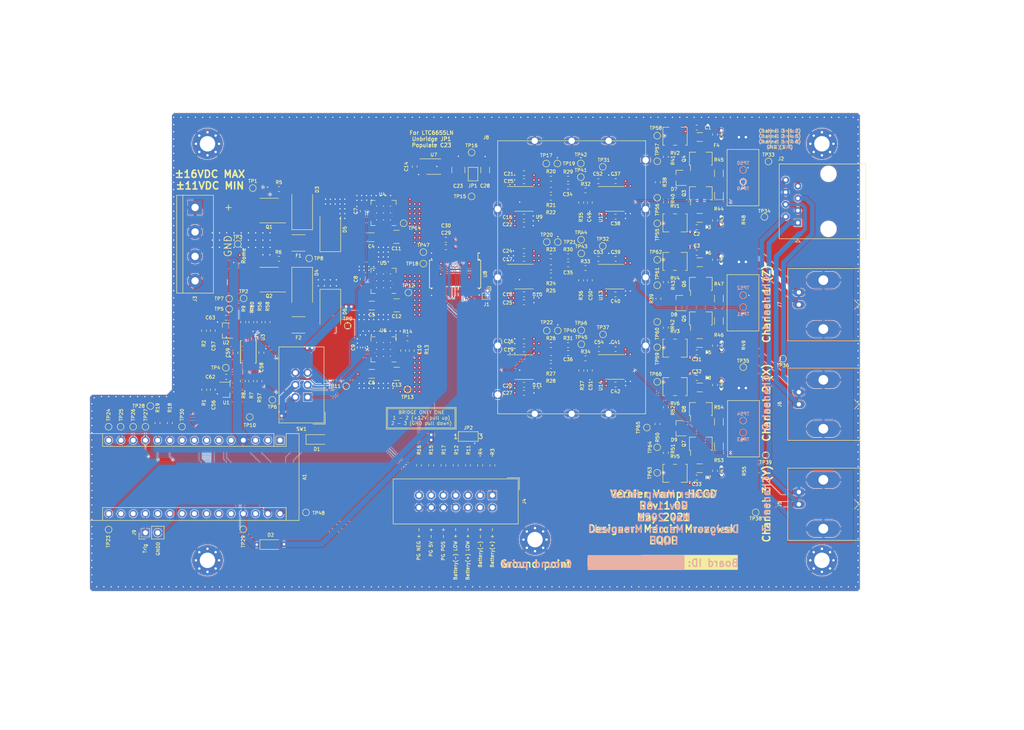
<source format=kicad_pcb>
(kicad_pcb (version 20171130) (host pcbnew "(5.1.10)-1")
  (title_block (title "\"Vernier Vamp\" Coil Driver - 200mA") (date 2020-05-12) (rev 1.0B) (company "Strathclyde University") (comment 1 "Designed by: Marcin Mrozowski") (comment 2 "Checked by: ") (comment 3 "Approved by:"))
  (layers (0 F.Cu signal) (1 GND.Cu power) (2 PWR.Cu power) (31 B.Cu signal) (34 B.Paste user) (35 F.Paste user) (36 B.SilkS user) (37 F.SilkS user) (38 B.Mask user) (39 F.Mask user) (44 Edge.Cuts user))
  (net 0 "")
  (net 1 /DAC/CLK)
  (net 2 /DAC/SDI)
  (net 3 /DAC/SDO)
  (net 4 GNDD)
  (net 5 /DAC/~CS)
  (net 6 /DAC/~RS)
  (net 7 /DAC/~LDAC)
  (net 8 /DAC/MSB)
  (net 9 GND)
  (net 10 "Net-(C7-Pad1)")
  (net 11 "Net-(C8-Pad1)")
  (net 12 "Net-(C9-Pad1)")
  (net 13 "Net-(C10-Pad2)")
  (net 14 +5V)
  (net 15 "Net-(C23-Pad1)")
  (net 16 /DAC/Vref_2.5V)
  (net 17 /Channel_Outputs/4Q_DAC_OUT_1)
  (net 18 "Net-(C34-Pad1)")
  (net 19 /Channel_Outputs/4Q_DAC_OUT_2)
  (net 20 "Net-(C35-Pad1)")
  (net 21 /Channel_Outputs/4Q_DAC_OUT_3)
  (net 22 "Net-(C36-Pad1)")
  (net 23 "Net-(C49-Pad1)")
  (net 24 "Net-(C50-Pad1)")
  (net 25 "Net-(C51-Pad1)")
  (net 26 "Net-(C52-Pad2)")
  (net 27 "Net-(C52-Pad1)")
  (net 28 "Net-(C53-Pad2)")
  (net 29 "Net-(C53-Pad1)")
  (net 30 "Net-(C54-Pad2)")
  (net 31 "Net-(C54-Pad1)")
  (net 32 +BATT)
  (net 33 -BATT)
  (net 34 "Net-(D3-Pad2)")
  (net 35 "Net-(D3-Pad1)")
  (net 36 "Net-(D4-Pad2)")
  (net 37 "Net-(D4-Pad1)")
  (net 38 /DAC/Rrb_D)
  (net 39 /DAC/Iout_D)
  (net 40 /Channel_Outputs/Coil_Iout_R3)
  (net 41 /Channel_Outputs/Coil_Iout_3)
  (net 42 /Channel_Outputs/Coil_Iout_R2)
  (net 43 /Channel_Outputs/Coil_Iout_2)
  (net 44 /Channel_Outputs/Coil_Iout_R1)
  (net 45 /Channel_Outputs/Coil_Iout_1)
  (net 46 +5VD)
  (net 47 "Net-(R10-Pad1)")
  (net 48 "Net-(R21-Pad1)")
  (net 49 "Net-(R24-Pad1)")
  (net 50 "Net-(R27-Pad1)")
  (net 51 "Net-(R43-Pad2)")
  (net 52 "Net-(R52-Pad2)")
  (net 53 /Power/-EN)
  (net 54 "Net-(U11-Pad2)")
  (net 55 "Net-(U10-Pad2)")
  (net 56 "Net-(U8-Pad2)")
  (net 57 /Power/-12VDC_bat)
  (net 58 /Power/+12VDC_bat)
  (net 59 +12V_batt_post)
  (net 60 -7V5)
  (net 61 +7V5)
  (net 62 /Power/Battery_Management/+5V_c_ref)
  (net 63 /Power/Battery_Management/-5V_c_ref)
  (net 64 /Power/Battery_Management/-7.5_PG_C)
  (net 65 /Power/Battery_Management/+5_PG_A)
  (net 66 /Power/Battery_Management/+7.5_PG_A)
  (net 67 /Power/Battery_Management/Battery-_LOW_A)
  (net 68 /Power/Battery_Management/Battery+_LOW_A)
  (net 69 /Power/Battery_Management/Battery-_A)
  (net 70 /Power/Battery_Management/Battery+_C)
  (net 71 /Power/Battery_Management/Battery-_LOW_C)
  (net 72 /Power/Battery_Management/Battery+_LOW_C)
  (net 73 "Net-(R57-Pad2)")
  (net 74 "Net-(R56-Pad1)")
  (net 75 "Net-(A1-Pad30)")
  (net 76 "Net-(JP2-Pad2)")
  (net 77 /MCU/Trigger)
  (net 78 "Net-(D7-Pad3)")
  (net 79 "Net-(D7-Pad2)")
  (net 80 "Net-(D7-Pad1)")
  (net 81 "Net-(D8-Pad3)")
  (net 82 "Net-(D8-Pad2)")
  (net 83 "Net-(D8-Pad1)")
  (net 84 "Net-(D9-Pad3)")
  (net 85 "Net-(D9-Pad2)")
  (net 86 "Net-(D9-Pad1)")
  (net 87 "Net-(F3-Pad2)")
  (net 88 "Net-(F4-Pad1)")
  (net 89 "Net-(F5-Pad2)")
  (net 90 "Net-(F6-Pad1)")
  (net 91 "Net-(F7-Pad2)")
  (net 92 "Net-(F8-Pad1)")
  (net 93 "Net-(Q3-Pad3)")
  (net 94 "Net-(Q4-Pad3)")
  (net 95 "Net-(Q5-Pad3)")
  (net 96 "Net-(R38-Pad2)")
  (net 97 "Net-(R39-Pad2)")
  (net 98 "Net-(R40-Pad1)")
  (net 99 "Net-(R41-Pad2)")
  (net 100 "Net-(R42-Pad1)")
  (net 101 "Net-(R50-Pad2)")
  (net 102 "Net-(R51-Pad1)")
  (net 103 "Net-(Q6-Pad3)")
  (net 104 "Net-(Q7-Pad3)")
  (net 105 "Net-(Q8-Pad3)")
  (net 106 "Net-(A1-Pad28)")
  (net 107 "Net-(A1-Pad26)")
  (net 108 "Net-(A1-Pad25)")
  (net 109 "Net-(A1-Pad9)")
  (net 110 "Net-(A1-Pad24)")
  (net 111 "Net-(A1-Pad8)")
  (net 112 "Net-(A1-Pad23)")
  (net 113 "Net-(A1-Pad7)")
  (net 114 "Net-(A1-Pad22)")
  (net 115 "Net-(A1-Pad6)")
  (net 116 "Net-(A1-Pad21)")
  (net 117 "Net-(A1-Pad5)")
  (net 118 "Net-(A1-Pad20)")
  (net 119 "Net-(A1-Pad3)")
  (net 120 "Net-(A1-Pad18)")
  (net 121 "Net-(A1-Pad2)")
  (net 122 "Net-(A1-Pad17)")
  (net 123 "Net-(A1-Pad1)")
  (net 124 "Net-(RV1-Pad3)")
  (net 125 "Net-(RV2-Pad1)")
  (net 126 "Net-(RV3-Pad3)")
  (net 127 "Net-(RV4-Pad1)")
  (net 128 "Net-(RV5-Pad3)")
  (net 129 "Net-(RV6-Pad1)")
  (net 130 "Net-(U4-Pad11)")
  (net 131 "Net-(U4-Pad5)")
  (net 132 "Net-(U4-Pad4)")
  (net 133 "Net-(U5-Pad12)")
  (net 134 "Net-(U5-Pad11)")
  (net 135 "Net-(U5-Pad9)")
  (net 136 "Net-(U5-Pad8)")
  (net 137 "Net-(U5-Pad5)")
  (net 138 "Net-(U5-Pad4)")
  (module TestPoint:TestPoint_Pad_D1.0mm (layer F.Cu) (at 144.3 122.85)
    (fp_text reference TP63 (at -1.55 0.05 90) (layer F.SilkS) (effects (font (size 0.7 0.7) (thickness 0.127))))
    (fp_text value TestPoint_Probe)
    (pad 1 smd circle (at 0 0) (size 1 1) (layers F.Cu F.Mask) (net 61 +7V5))
  )
  (module TestPoint:TestPoint_Pad_D1.0mm (layer F.Cu) (at 144.3 103.95)
    (fp_text reference TP66 (at -0.3 -1.6) (layer F.SilkS) (effects (font (size 0.7 0.7) (thickness 0.127))))
    (fp_text value TestPoint_Probe)
    (pad 1 smd circle (at 0 0) (size 1 1) (layers F.Cu F.Mask) (net 60 -7V5))
  )
  (module TestPoint:TestPoint_Pad_D1.0mm (layer F.Cu) (at 142.15 113.45)
    (fp_text reference TP65 (at -1.8 0 90) (layer F.SilkS) (effects (font (size 0.7 0.7) (thickness 0.127))))
    (fp_text value TestPoint_Probe)
    (pad 1 smd circle (at 0 0) (size 1 1) (layers F.Cu F.Mask) (net 85 "Net-(D9-Pad2)"))
  )
  (module TestPoint:TestPoint_Pad_D1.0mm (layer F.Cu) (at 144.3 117.55)
    (fp_text reference TP64 (at -1.5 0 90) (layer F.SilkS) (effects (font (size 0.7 0.7) (thickness 0.127))))
    (fp_text value TestPoint_Probe)
    (pad 1 smd circle (at 0 0) (size 1 1) (layers F.Cu F.Mask) (net 86 "Net-(D9-Pad1)"))
  )
  (module TestPoint:TestPoint_Pad_D1.0mm (layer F.Cu) (at 144.3 96.8)
    (fp_text reference TP59 (at 0 2.35 90) (layer F.SilkS) (effects (font (size 0.7 0.7) (thickness 0.127))))
    (fp_text value TestPoint_Probe)
    (pad 1 smd circle (at 0 0) (size 1 1) (layers F.Cu F.Mask) (net 61 +7V5))
  )
  (module TestPoint:TestPoint_Pad_D1.0mm (layer F.Cu) (at 144.3 78.6)
    (fp_text reference TP62 (at -0.3 -1.6) (layer F.SilkS) (effects (font (size 0.7 0.7) (thickness 0.127))))
    (fp_text value TestPoint_Probe)
    (pad 1 smd circle (at 0 0) (size 1 1) (layers F.Cu F.Mask) (net 60 -7V5))
  )
  (module TestPoint:TestPoint_Pad_D1.0mm (layer F.Cu) (at 144.3 83.9)
    (fp_text reference TP61 (at 0 -2.45 90) (layer F.SilkS) (effects (font (size 0.7 0.7) (thickness 0.127))))
    (fp_text value TestPoint_Probe)
    (pad 1 smd circle (at 0 0) (size 1 1) (layers F.Cu F.Mask) (net 82 "Net-(D8-Pad2)"))
  )
  (module TestPoint:TestPoint_Pad_D1.0mm (layer F.Cu) (at 144.3 91.5)
    (fp_text reference TP60 (at 0 2.45 90) (layer F.SilkS) (effects (font (size 0.7 0.7) (thickness 0.127))))
    (fp_text value TestPoint_Probe)
    (pad 1 smd circle (at 0 0) (size 1 1) (layers F.Cu F.Mask) (net 83 "Net-(D8-Pad1)"))
  )
  (module TestPoint:TestPoint_Pad_D1.0mm (layer F.Cu) (at 144.3 52.85)
    (fp_text reference TP58 (at -0.3 -1.6) (layer F.SilkS) (effects (font (size 0.7 0.7) (thickness 0.127))))
    (fp_text value TestPoint_Probe)
    (pad 1 smd circle (at 0 0) (size 1 1) (layers F.Cu F.Mask) (net 60 -7V5))
  )
  (module TestPoint:TestPoint_Pad_D1.0mm (layer F.Cu) (at 144.3 58.15)
    (fp_text reference TP57 (at 0 -2.45 90) (layer F.SilkS) (effects (font (size 0.7 0.7) (thickness 0.127))))
    (fp_text value TestPoint_Probe)
    (pad 1 smd circle (at 0 0) (size 1 1) (layers F.Cu F.Mask) (net 79 "Net-(D7-Pad2)"))
  )
  (module TestPoint:TestPoint_Pad_D1.0mm (layer F.Cu) (at 144.3 65.75)
    (fp_text reference TP56 (at 0 2.45 90) (layer F.SilkS) (effects (font (size 0.7 0.7) (thickness 0.127))))
    (fp_text value TestPoint_Probe)
    (pad 1 smd circle (at 0 0) (size 1 1) (layers F.Cu F.Mask) (net 80 "Net-(D7-Pad1)"))
  )
  (module TestPoint:TestPoint_Pad_D1.0mm (layer F.Cu) (at 144.3 71.05)
    (fp_text reference TP55 (at 0 2.35 90) (layer F.SilkS) (effects (font (size 0.7 0.7) (thickness 0.127))))
    (fp_text value TestPoint_Probe)
    (pad 1 smd circle (at 0 0) (size 1 1) (layers F.Cu F.Mask) (net 61 +7V5))
  )
  (module TestPoint:TestPoint_Pad_D1.0mm (layer B.Cu) (at 162.136 112.0075)
    (fp_text reference TP54 (at 0 -1.397) (layer B.SilkS) (effects (font (size 0.7 0.7) (thickness 0.127)) (justify mirror)))
    (fp_text value TestPoint_Probe)
    (pad 1 smd circle (at 0 0) (size 1 1) (layers B.Cu B.Mask) (net 9 GND))
  )
  (module TestPoint:TestPoint_Pad_D1.0mm (layer B.Cu) (at 162.136 114.484)
    (fp_text reference TP53 (at 0 1.448) (layer B.SilkS) (effects (font (size 0.7 0.7) (thickness 0.127)) (justify mirror)))
    (fp_text value TestPoint_Probe)
    (pad 1 smd circle (at 0 0) (size 1 1) (layers B.Cu B.Mask) (net 40 /Channel_Outputs/Coil_Iout_R3))
  )
  (module TestPoint:TestPoint_Pad_D1.0mm (layer B.Cu) (at 162.136 59.9375)
    (fp_text reference TP50 (at 0 -1.397) (layer B.SilkS) (effects (font (size 0.7 0.7) (thickness 0.127)) (justify mirror)))
    (fp_text value TestPoint_Probe)
    (pad 1 smd circle (at 0 0) (size 1 1) (layers B.Cu B.Mask) (net 9 GND))
  )
  (module TestPoint:TestPoint_Pad_D1.0mm (layer B.Cu) (at 162.136 62.414)
    (fp_text reference TP49 (at 0 1.448) (layer B.SilkS) (effects (font (size 0.7 0.7) (thickness 0.127)) (justify mirror)))
    (fp_text value TestPoint_Probe)
    (pad 1 smd circle (at 0 0) (size 1 1) (layers B.Cu B.Mask) (net 44 /Channel_Outputs/Coil_Iout_R1))
  )
  (module TestPoint:TestPoint_Pad_D1.0mm (layer B.Cu) (at 162.136 85.9725)
    (fp_text reference TP52 (at 0 -1.524) (layer B.SilkS) (effects (font (size 0.7 0.7) (thickness 0.127)) (justify mirror)))
    (fp_text value TestPoint_Probe)
    (pad 1 smd circle (at 0 0) (size 1 1) (layers B.Cu B.Mask) (net 9 GND))
  )
  (module TestPoint:TestPoint_Pad_D1.0mm (layer B.Cu) (at 162.136 88.449)
    (fp_text reference TP51 (at 0 1.448) (layer B.SilkS) (effects (font (size 0.7 0.7) (thickness 0.127)) (justify mirror)))
    (fp_text value TestPoint_Probe)
    (pad 1 smd circle (at 0 0) (size 1 1) (layers B.Cu B.Mask) (net 42 /Channel_Outputs/Coil_Iout_R2))
  )
  (module "WSM2-13R0-FTR-LF:WSM2 13R0 FTR-LF" (layer F.Cu) (at 160.2 118.8 90)
    (fp_text reference R55 (at -3.7 2.15 90) (layer F.SilkS) (effects (font (size 0.7 0.7) (thickness 0.127))))
    (fp_text value 13R)
    (pad 2 smd rect (at 10.2 2.015 90) (size 4.6 4) (layers F.Cu F.Paste F.Mask) (net 9 GND))
    (pad 1 smd rect (at 0 2.015 90) (size 4.6 4) (layers F.Cu F.Paste F.Mask) (net 40 /Channel_Outputs/Coil_Iout_R3))
  )
  (module "WSM2-13R0-FTR-LF:WSM2 13R0 FTR-LF" (layer F.Cu) (at 160.1 92.65 90)
    (fp_text reference R49 (at -3.7 2.15 90) (layer F.SilkS) (effects (font (size 0.7 0.7) (thickness 0.127))))
    (fp_text value 13R)
    (pad 2 smd rect (at 10.2 2.015 90) (size 4.6 4) (layers F.Cu F.Paste F.Mask) (net 9 GND))
    (pad 1 smd rect (at 0 2.015 90) (size 4.6 4) (layers F.Cu F.Paste F.Mask) (net 42 /Channel_Outputs/Coil_Iout_R2))
  )
  (module "WSM2-13R0-FTR-LF:WSM2 13R0 FTR-LF" (layer F.Cu) (at 160.1 66.65 90)
    (fp_text reference R48 (at -3.7 2.15 90) (layer F.SilkS) (effects (font (size 0.7 0.7) (thickness 0.127))))
    (fp_text value 13R)
    (pad 1 smd rect (at 0 2.015 90) (size 4.6 4) (layers F.Cu F.Paste F.Mask) (net 44 /Channel_Outputs/Coil_Iout_R1))
    (pad 2 smd rect (at 10.2 2.015 90) (size 4.6 4) (layers F.Cu F.Paste F.Mask) (net 9 GND))
  )
  (module MS570-10F:MS570-10S (layer F.Cu) (at 111.2 53.9 90)
    (fp_text reference J8 (at 0.6935 -2.404 180) (layer F.SilkS) (effects (font (size 0.7 0.7) (thickness 0.127))))
    (fp_text value RF_Shield_Two_Pieces)
    (pad 1 thru_hole circle (at -52.7 0 90) (size 2 2) (drill 1.3) (layers *.Cu *.Mask) (net 9 GND))
    (pad 1 smd oval (at -56.7 30.7 90) (size 3 3) (layers F.Cu F.Paste F.Mask) (net 9 GND))
    (pad 1 smd oval (at 0 30.7 90) (size 3 3) (layers F.Cu F.Paste F.Mask) (net 9 GND))
    (pad 1 smd oval (at 0 0 90) (size 3 3) (layers F.Cu F.Paste F.Mask) (net 9 GND))
    (pad 1 smd oval (at -56.7 0 90) (size 3 3) (layers F.Cu F.Paste F.Mask) (net 9 GND))
    (pad 1 thru_hole circle (at -4 30.7 90) (size 2 2) (drill 1.3) (layers *.Cu *.Mask) (net 9 GND))
    (pad 1 thru_hole oval (at 0 7.675 90) (size 1.55 3) (drill 1.3) (layers *.Cu *.Mask) (net 9 GND))
    (pad 1 thru_hole oval (at -42.525 30.7 90) (size 3 1.55) (drill 1.3) (layers *.Cu *.Mask) (net 9 GND))
    (pad 1 thru_hole oval (at -28.35 30.7 90) (size 3 1.55) (drill 1.3) (layers *.Cu *.Mask) (net 9 GND))
    (pad 1 thru_hole oval (at -14.175 30.7 90) (size 3 1.55) (drill 1.3) (layers *.Cu *.Mask) (net 9 GND))
    (pad 1 thru_hole oval (at -42.525 0 90) (size 3 1.55) (drill 1.3) (layers *.Cu *.Mask) (net 9 GND))
    (pad 1 thru_hole oval (at -28.35 0 90) (size 3 1.55) (drill 1.3) (layers *.Cu *.Mask) (net 9 GND))
    (pad 1 thru_hole oval (at -14.175 0 90) (size 3 1.55) (drill 1.3) (layers *.Cu *.Mask) (net 9 GND))
    (pad 1 thru_hole oval (at 0 15.35 90) (size 1.55 3) (drill 1.3) (layers *.Cu *.Mask) (net 9 GND))
    (pad 1 thru_hole oval (at 0 23.025 90) (size 1.55 3) (drill 1.3) (layers *.Cu *.Mask) (net 9 GND))
    (pad 1 thru_hole oval (at -56.7 7.675 90) (size 1.55 3) (drill 1.3) (layers *.Cu *.Mask) (net 9 GND))
    (pad 1 thru_hole oval (at -56.7 15.35 90) (size 1.55 3) (drill 1.3) (layers *.Cu *.Mask) (net 9 GND))
    (pad 1 thru_hole oval (at -56.7 23.025 90) (size 1.55 3) (drill 1.3) (layers *.Cu *.Mask) (net 9 GND))
  )
  (module TestPoint:TestPoint_Pad_D1.0mm (layer F.Cu) (at 128.45 58.6)
    (fp_text reference TP42 (at 0 -1.8 180) (layer F.SilkS) (effects (font (size 0.7 0.7) (thickness 0.127))))
    (fp_text value TestPoint_Probe)
    (pad 1 smd circle (at 0 0) (size 1 1) (layers F.Cu F.Mask) (net 9 GND))
  )
  (module Resistor_SMD:R_0603_1608Metric_Pad1.05x0.95mm_HandSolder (layer F.Cu) (at 63.455 91.5619 90)
    (fp_text reference R58 (at 3.2619 -0.005 90) (layer F.SilkS) (effects (font (size 0.7 0.7) (thickness 0.127))))
    (fp_text value 133k)
    (pad 1 smd roundrect (at -0.875 0 90) (size 1.05 0.95) (layers F.Cu F.Paste F.Mask) (net 71 /Power/Battery_Management/Battery-_LOW_C))
    (pad 2 smd roundrect (at 0.875 0 90) (size 1.05 0.95) (layers F.Cu F.Paste F.Mask) (net 74 "Net-(R56-Pad1)"))
  )
  (module Resistor_SMD:R_1206_3216Metric_Pad1.30x1.75mm_HandSolder (layer F.Cu) (at 157.1 112.25 270)
    (fp_text reference R54 (at -3 0 180) (layer F.SilkS) (effects (font (size 0.7 0.7) (thickness 0.127))))
    (fp_text value 0.47R)
    (pad 1 smd roundrect (at -1.55 0 270) (size 1.3 1.75) (layers F.Cu F.Paste F.Mask) (roundrect_rratio 0.192308) (net 105 "Net-(Q8-Pad3)"))
    (pad 2 smd roundrect (at 1.55 0 270) (size 1.3 1.75) (layers F.Cu F.Paste F.Mask) (roundrect_rratio 0.192308) (net 41 /Channel_Outputs/Coil_Iout_3))
  )
  (module Resistor_SMD:R_1206_3216Metric_Pad1.30x1.75mm_HandSolder (layer F.Cu) (at 157.1 117.325 270)
    (fp_text reference R53 (at 2.925 0 180) (layer F.SilkS) (effects (font (size 0.7 0.7) (thickness 0.127))))
    (fp_text value 0.47R)
    (pad 1 smd roundrect (at -1.55 0 270) (size 1.3 1.75) (layers F.Cu F.Paste F.Mask) (roundrect_rratio 0.192308) (net 41 /Channel_Outputs/Coil_Iout_3))
    (pad 2 smd roundrect (at 1.55 0 270) (size 1.3 1.75) (layers F.Cu F.Paste F.Mask) (roundrect_rratio 0.192308) (net 104 "Net-(Q7-Pad3)"))
  )
  (module Resistor_SMD:R_0603_1608Metric_Pad1.05x0.95mm_HandSolder (layer F.Cu) (at 144.35 112.725 90)
    (fp_text reference R50 (at -2.775 0 90) (layer F.SilkS) (effects (font (size 0.7 0.7) (thickness 0.127))))
    (fp_text value 49.9R)
    (pad 1 smd roundrect (at -0.875 0 90) (size 1.05 0.95) (layers F.Cu F.Paste F.Mask) (net 84 "Net-(D9-Pad3)"))
    (pad 2 smd roundrect (at 0.875 0 90) (size 1.05 0.95) (layers F.Cu F.Paste F.Mask) (net 101 "Net-(R50-Pad2)"))
  )
  (module Resistor_SMD:R_0603_1608Metric_Pad1.05x0.95mm_HandSolder (layer F.Cu) (at 144.55 86.7 90)
    (fp_text reference R39 (at 0 -1.43 90) (layer F.SilkS) (effects (font (size 0.7 0.7) (thickness 0.127))))
    (fp_text value 49.9R)
    (pad 1 smd roundrect (at -0.875 0 90) (size 1.05 0.95) (layers F.Cu F.Paste F.Mask) (net 81 "Net-(D8-Pad3)"))
    (pad 2 smd roundrect (at 0.875 0 90) (size 1.05 0.95) (layers F.Cu F.Paste F.Mask) (net 97 "Net-(R39-Pad2)"))
  )
  (module Resistor_SMD:R_0603_1608Metric_Pad1.05x0.95mm_HandSolder (layer F.Cu) (at 144.45 62.5 270)
    (fp_text reference R38 (at 0 -1.43 90) (layer F.SilkS) (effects (font (size 0.7 0.7) (thickness 0.127))))
    (fp_text value 49.9R)
    (pad 1 smd roundrect (at -0.875 0 270) (size 1.05 0.95) (layers F.Cu F.Paste F.Mask) (net 78 "Net-(D7-Pad3)"))
    (pad 2 smd roundrect (at 0.875 0 270) (size 1.05 0.95) (layers F.Cu F.Paste F.Mask) (net 96 "Net-(R38-Pad2)"))
  )
  (module Connector_PinHeader_2.54mm:PinHeader_1x02_P2.54mm_Vertical (layer F.Cu) (at 38.1 135.275 90)
    (fp_text reference J9 (at 0 -2.33 90) (layer F.SilkS) (effects (font (size 0.7 0.7) (thickness 0.127))))
    (fp_text value Conn_01x02)
    (pad 1 thru_hole rect (at 0 0 90) (size 1.7 1.7) (drill 1) (layers *.Cu *.Mask) (net 77 /MCU/Trigger))
    (pad 2 thru_hole oval (at 0 2.54 90) (size 1.7 1.7) (drill 1) (layers *.Cu *.Mask) (net 4 GNDD))
  )
  (module Diode_SMD:D_SOD-123 (layer F.Cu) (at 64.1 137.75)
    (fp_text reference D2 (at 0 -2) (layer F.SilkS) (effects (font (size 0.7 0.7) (thickness 0.127))))
    (fp_text value MBR0520LT)
    (pad 1 smd rect (at -1.65 0) (size 0.9 1.2) (layers F.Cu F.Paste F.Mask) (net 46 +5VD))
    (pad 2 smd rect (at 1.65 0) (size 0.9 1.2) (layers F.Cu F.Paste F.Mask) (net 14 +5V))
  )
  (module Potentiometer_SMD:Potentiometer_Bourns_3224W_Vertical (layer F.Cu) (at 148 104.95 180)
    (fp_text reference RV6 (at 0 -3.5) (layer F.SilkS) (effects (font (size 0.7 0.7) (thickness 0.127))))
    (fp_text value 10k)
    (pad 1 smd rect (at 1.25 -1.45 180) (size 1.3 1.6) (layers F.Cu F.Paste F.Mask) (net 129 "Net-(RV6-Pad1)"))
    (pad 2 smd rect (at 0 1.45 180) (size 2 1.6) (layers F.Cu F.Paste F.Mask) (net 52 "Net-(R52-Pad2)"))
    (pad 3 smd rect (at -1.25 -1.45 180) (size 1.3 1.6) (layers F.Cu F.Paste F.Mask) (net 60 -7V5))
  )
  (module Potentiometer_SMD:Potentiometer_Bourns_3224W_Vertical (layer F.Cu) (at 148 122.95)
    (fp_text reference RV5 (at 0 -3.5) (layer F.SilkS) (effects (font (size 0.7 0.7) (thickness 0.127))))
    (fp_text value 10k)
    (pad 1 smd rect (at 1.25 -1.45) (size 1.3 1.6) (layers F.Cu F.Paste F.Mask) (net 61 +7V5))
    (pad 2 smd rect (at 0 1.45) (size 2 1.6) (layers F.Cu F.Paste F.Mask) (net 102 "Net-(R51-Pad1)"))
    (pad 3 smd rect (at -1.25 -1.45) (size 1.3 1.6) (layers F.Cu F.Paste F.Mask) (net 128 "Net-(RV5-Pad3)"))
  )
  (module Package_TO_SOT_SMD:SOT-89-3_Handsoldering (layer F.Cu) (at 153.35 117.1 90)
    (fp_text reference Q7 (at 0.3 -3.5 90) (layer F.SilkS) (effects (font (size 0.7 0.7) (thickness 0.127))))
    (fp_text value 2SC5566)
    (pad 2 smd custom (at -2.0625 0 90) (size 2.475 0.9) (layers F.Cu F.Paste F.Mask) (net 91 "Net-(F7-Pad2)") (options (clearance outline) (anchor rect)) (primitives (gr_poly (pts (xy 1.2375 -0.8665) (xy 5.3625 -0.8665) (xy 5.3625 0.8665) (xy 1.2375 0.8665)) (width 0))))
    (pad 3 smd rect (at -2.15 1.5 90) (size 2.3 0.9) (layers F.Cu F.Paste F.Mask) (net 104 "Net-(Q7-Pad3)"))
    (pad 1 smd rect (at -2.15 -1.5 90) (size 2.3 0.9) (layers F.Cu F.Paste F.Mask) (net 86 "Net-(D9-Pad1)"))
  )
  (module Package_TO_SOT_SMD:SOT-89-3_Handsoldering (layer F.Cu) (at 153.35 109.925 90)
    (fp_text reference Q8 (at 0.3 -3.5 90) (layer F.SilkS) (effects (font (size 0.7 0.7) (thickness 0.127))))
    (fp_text value 2SA2013)
    (pad 2 smd custom (at -2.0625 0 90) (size 2.475 0.9) (layers F.Cu F.Paste F.Mask) (net 92 "Net-(F8-Pad1)") (options (clearance outline) (anchor rect)) (primitives (gr_poly (pts (xy 1.2375 -0.8665) (xy 5.3625 -0.8665) (xy 5.3625 0.8665) (xy 1.2375 0.8665)) (width 0))))
    (pad 3 smd rect (at -2.15 1.5 90) (size 2.3 0.9) (layers F.Cu F.Paste F.Mask) (net 105 "Net-(Q8-Pad3)"))
    (pad 1 smd rect (at -2.15 -1.5 90) (size 2.3 0.9) (layers F.Cu F.Paste F.Mask) (net 85 "Net-(D9-Pad2)"))
  )
  (module Fuse:Fuse_1206_3216Metric (layer F.Cu) (at 153.125 105.125 180)
    (fp_text reference F8 (at -1.725 1.975) (layer F.SilkS) (effects (font (size 0.7 0.7) (thickness 0.127))))
    (fp_text value 1206L020)
    (pad 2 smd roundrect (at 1.4 0 180) (size 1.25 1.75) (layers F.Cu F.Paste F.Mask) (roundrect_rratio 0.2) (net 60 -7V5))
    (pad 1 smd roundrect (at -1.4 0 180) (size 1.25 1.75) (layers F.Cu F.Paste F.Mask) (roundrect_rratio 0.2) (net 92 "Net-(F8-Pad1)"))
  )
  (module Package_TO_SOT_SMD:SOT-23 (layer F.Cu) (at 148.95 113.6 180)
    (fp_text reference D9 (at 1.15 -2.4) (layer F.SilkS) (effects (font (size 0.7 0.7) (thickness 0.127))))
    (fp_text value BAV99)
    (pad 3 smd rect (at 1 0 180) (size 0.9 0.8) (layers F.Cu F.Paste F.Mask) (net 84 "Net-(D9-Pad3)"))
    (pad 2 smd rect (at -1 0.95 180) (size 0.9 0.8) (layers F.Cu F.Paste F.Mask) (net 85 "Net-(D9-Pad2)"))
    (pad 1 smd rect (at -1 -0.95 180) (size 0.9 0.8) (layers F.Cu F.Paste F.Mask) (net 86 "Net-(D9-Pad1)"))
  )
  (module Fuse:Fuse_1206_3216Metric (layer F.Cu) (at 153.1 121.9)
    (fp_text reference F7 (at 1.75 2) (layer F.SilkS) (effects (font (size 0.7 0.7) (thickness 0.127))))
    (fp_text value 1206L020)
    (pad 2 smd roundrect (at 1.4 0) (size 1.25 1.75) (layers F.Cu F.Paste F.Mask) (roundrect_rratio 0.2) (net 91 "Net-(F7-Pad2)"))
    (pad 1 smd roundrect (at -1.4 0) (size 1.25 1.75) (layers F.Cu F.Paste F.Mask) (roundrect_rratio 0.2) (net 61 +7V5))
  )
  (module Capacitor_SMD:C_0603_1608Metric_Pad1.05x0.95mm_HandSolder (layer F.Cu) (at 156.3 104.6 90)
    (fp_text reference C48 (at 0 1.35 90) (layer F.SilkS) (effects (font (size 0.7 0.7) (thickness 0.127))))
    (fp_text value 1u)
    (pad 2 smd roundrect (at 0.875 0 90) (size 1.05 0.95) (layers F.Cu F.Paste F.Mask) (net 60 -7V5))
    (pad 1 smd roundrect (at -0.875 0 90) (size 1.05 0.95) (layers F.Cu F.Paste F.Mask) (net 9 GND))
  )
  (module Capacitor_SMD:C_0603_1608Metric_Pad1.05x0.95mm_HandSolder (layer F.Cu) (at 152.5 103.15 180)
    (fp_text reference C32 (at 0 1.35) (layer F.SilkS) (effects (font (size 0.7 0.7) (thickness 0.127))))
    (fp_text value 100n)
    (pad 1 smd roundrect (at -0.875 0 180) (size 1.05 0.95) (layers F.Cu F.Paste F.Mask) (net 9 GND))
    (pad 2 smd roundrect (at 0.875 0 180) (size 1.05 0.95) (layers F.Cu F.Paste F.Mask) (net 60 -7V5))
  )
  (module Capacitor_SMD:C_0603_1608Metric_Pad1.05x0.95mm_HandSolder (layer F.Cu) (at 152.5 123.85)
    (fp_text reference C33 (at 0 1.35) (layer F.SilkS) (effects (font (size 0.7 0.7) (thickness 0.127))))
    (fp_text value 100n)
    (pad 2 smd roundrect (at 0.875 0) (size 1.05 0.95) (layers F.Cu F.Paste F.Mask) (net 9 GND))
    (pad 1 smd roundrect (at -0.875 0) (size 1.05 0.95) (layers F.Cu F.Paste F.Mask) (net 61 +7V5))
  )
  (module Resistor_SMD:R_0603_1608Metric_Pad1.05x0.95mm_HandSolder (layer F.Cu) (at 146.1 109.25 90)
    (fp_text reference R52 (at -0.65 1.45 90) (layer F.SilkS) (effects (font (size 0.7 0.7) (thickness 0.127))))
    (fp_text value 3k)
    (pad 1 smd roundrect (at -0.875 0 90) (size 1.05 0.95) (layers F.Cu F.Paste F.Mask) (net 85 "Net-(D9-Pad2)"))
    (pad 2 smd roundrect (at 0.875 0 90) (size 1.05 0.95) (layers F.Cu F.Paste F.Mask) (net 52 "Net-(R52-Pad2)"))
  )
  (module Resistor_SMD:R_0603_1608Metric_Pad1.05x0.95mm_HandSolder (layer F.Cu) (at 146.1 118.7 90)
    (fp_text reference R51 (at 0.85 1.45 90) (layer F.SilkS) (effects (font (size 0.7 0.7) (thickness 0.127))))
    (fp_text value 3k)
    (pad 1 smd roundrect (at -0.875 0 90) (size 1.05 0.95) (layers F.Cu F.Paste F.Mask) (net 102 "Net-(R51-Pad1)"))
    (pad 2 smd roundrect (at 0.875 0 90) (size 1.05 0.95) (layers F.Cu F.Paste F.Mask) (net 86 "Net-(D9-Pad1)"))
  )
  (module Capacitor_SMD:C_0603_1608Metric_Pad1.05x0.95mm_HandSolder (layer F.Cu) (at 156.3 122.45 90)
    (fp_text reference C47 (at 0 1.4 90) (layer F.SilkS) (effects (font (size 0.7 0.7) (thickness 0.127))))
    (fp_text value 1u)
    (pad 1 smd roundrect (at -0.875 0 90) (size 1.05 0.95) (layers F.Cu F.Paste F.Mask) (net 61 +7V5))
    (pad 2 smd roundrect (at 0.875 0 90) (size 1.05 0.95) (layers F.Cu F.Paste F.Mask) (net 9 GND))
  )
  (module Potentiometer_SMD:Potentiometer_Bourns_3224W_Vertical (layer F.Cu) (at 148 78.95 180)
    (fp_text reference RV4 (at 0 -3.5) (layer F.SilkS) (effects (font (size 0.7 0.7) (thickness 0.127))))
    (fp_text value 10k)
    (pad 1 smd rect (at 1.25 -1.45 180) (size 1.3 1.6) (layers F.Cu F.Paste F.Mask) (net 127 "Net-(RV4-Pad1)"))
    (pad 2 smd rect (at 0 1.45 180) (size 2 1.6) (layers F.Cu F.Paste F.Mask) (net 51 "Net-(R43-Pad2)"))
    (pad 3 smd rect (at -1.25 -1.45 180) (size 1.3 1.6) (layers F.Cu F.Paste F.Mask) (net 60 -7V5))
  )
  (module Potentiometer_SMD:Potentiometer_Bourns_3224W_Vertical (layer F.Cu) (at 148 96.95)
    (fp_text reference RV3 (at 0 -3.5) (layer F.SilkS) (effects (font (size 0.7 0.7) (thickness 0.127))))
    (fp_text value 10k)
    (pad 1 smd rect (at 1.25 -1.45) (size 1.3 1.6) (layers F.Cu F.Paste F.Mask) (net 61 +7V5))
    (pad 2 smd rect (at 0 1.45) (size 2 1.6) (layers F.Cu F.Paste F.Mask) (net 100 "Net-(R42-Pad1)"))
    (pad 3 smd rect (at -1.25 -1.45) (size 1.3 1.6) (layers F.Cu F.Paste F.Mask) (net 126 "Net-(RV3-Pad3)"))
  )
  (module Package_TO_SOT_SMD:SOT-89-3_Handsoldering (layer F.Cu) (at 153.35 91.1 90)
    (fp_text reference Q5 (at 0.3 -3.5 90) (layer F.SilkS) (effects (font (size 0.7 0.7) (thickness 0.127))))
    (fp_text value 2SC5566)
    (pad 2 smd custom (at -2.0625 0 90) (size 2.475 0.9) (layers F.Cu F.Paste F.Mask) (net 89 "Net-(F5-Pad2)") (options (clearance outline) (anchor rect)) (primitives (gr_poly (pts (xy 1.2375 -0.8665) (xy 5.3625 -0.8665) (xy 5.3625 0.8665) (xy 1.2375 0.8665)) (width 0))))
    (pad 3 smd rect (at -2.15 1.5 90) (size 2.3 0.9) (layers F.Cu F.Paste F.Mask) (net 95 "Net-(Q5-Pad3)"))
    (pad 1 smd rect (at -2.15 -1.5 90) (size 2.3 0.9) (layers F.Cu F.Paste F.Mask) (net 83 "Net-(D8-Pad1)"))
  )
  (module Resistor_SMD:R_1206_3216Metric (layer F.Cu) (at 157.1 86.65 270)
    (fp_text reference R47 (at -3 0 180) (layer F.SilkS) (effects (font (size 0.7 0.7) (thickness 0.127))))
    (fp_text value 0.47R)
    (pad 2 smd roundrect (at 1.4625 0 270) (size 1.125 1.75) (layers F.Cu F.Paste F.Mask) (roundrect_rratio 0.222222) (net 43 /Channel_Outputs/Coil_Iout_2))
    (pad 1 smd roundrect (at -1.4625 0 270) (size 1.125 1.75) (layers F.Cu F.Paste F.Mask) (roundrect_rratio 0.222222) (net 103 "Net-(Q6-Pad3)"))
  )
  (module Resistor_SMD:R_1206_3216Metric (layer F.Cu) (at 157.1 91.325 270)
    (fp_text reference R46 (at 2.925 0 180) (layer F.SilkS) (effects (font (size 0.7 0.7) (thickness 0.127))))
    (fp_text value 0.47R)
    (pad 2 smd roundrect (at 1.4625 0 270) (size 1.125 1.75) (layers F.Cu F.Paste F.Mask) (roundrect_rratio 0.222222) (net 95 "Net-(Q5-Pad3)"))
    (pad 1 smd roundrect (at -1.4625 0 270) (size 1.125 1.75) (layers F.Cu F.Paste F.Mask) (roundrect_rratio 0.222222) (net 43 /Channel_Outputs/Coil_Iout_2))
  )
  (module Package_TO_SOT_SMD:SOT-89-3_Handsoldering (layer F.Cu) (at 153.35 83.925 90)
    (fp_text reference Q6 (at 0.3 -3.5 90) (layer F.SilkS) (effects (font (size 0.7 0.7) (thickness 0.127))))
    (fp_text value 2SA2013)
    (pad 2 smd custom (at -2.0625 0 90) (size 2.475 0.9) (layers F.Cu F.Paste F.Mask) (net 90 "Net-(F6-Pad1)") (options (clearance outline) (anchor rect)) (primitives (gr_poly (pts (xy 1.2375 -0.8665) (xy 5.3625 -0.8665) (xy 5.3625 0.8665) (xy 1.2375 0.8665)) (width 0))))
    (pad 3 smd rect (at -2.15 1.5 90) (size 2.3 0.9) (layers F.Cu F.Paste F.Mask) (net 103 "Net-(Q6-Pad3)"))
    (pad 1 smd rect (at -2.15 -1.5 90) (size 2.3 0.9) (layers F.Cu F.Paste F.Mask) (net 82 "Net-(D8-Pad2)"))
  )
  (module Fuse:Fuse_1206_3216Metric (layer F.Cu) (at 153.125 79.125 180)
    (fp_text reference F6 (at -1.775 1.925) (layer F.SilkS) (effects (font (size 0.7 0.7) (thickness 0.127))))
    (fp_text value 1206L020)
    (pad 2 smd roundrect (at 1.4 0 180) (size 1.25 1.75) (layers F.Cu F.Paste F.Mask) (roundrect_rratio 0.2) (net 60 -7V5))
    (pad 1 smd roundrect (at -1.4 0 180) (size 1.25 1.75) (layers F.Cu F.Paste F.Mask) (roundrect_rratio 0.2) (net 90 "Net-(F6-Pad1)"))
  )
  (module Package_TO_SOT_SMD:SOT-23 (layer F.Cu) (at 148.95 87.6 180)
    (fp_text reference D8 (at 1.15 -2.4) (layer F.SilkS) (effects (font (size 0.7 0.7) (thickness 0.127))))
    (fp_text value BAV99)
    (pad 3 smd rect (at 1 0 180) (size 0.9 0.8) (layers F.Cu F.Paste F.Mask) (net 81 "Net-(D8-Pad3)"))
    (pad 2 smd rect (at -1 0.95 180) (size 0.9 0.8) (layers F.Cu F.Paste F.Mask) (net 82 "Net-(D8-Pad2)"))
    (pad 1 smd rect (at -1 -0.95 180) (size 0.9 0.8) (layers F.Cu F.Paste F.Mask) (net 83 "Net-(D8-Pad1)"))
  )
  (module Fuse:Fuse_1206_3216Metric (layer F.Cu) (at 153.1 95.9)
    (fp_text reference F5 (at 1.8 1.95) (layer F.SilkS) (effects (font (size 0.7 0.7) (thickness 0.127))))
    (fp_text value 1206L020)
    (pad 2 smd roundrect (at 1.4 0) (size 1.25 1.75) (layers F.Cu F.Paste F.Mask) (roundrect_rratio 0.2) (net 89 "Net-(F5-Pad2)"))
    (pad 1 smd roundrect (at -1.4 0) (size 1.25 1.75) (layers F.Cu F.Paste F.Mask) (roundrect_rratio 0.2) (net 61 +7V5))
  )
  (module Capacitor_SMD:C_0603_1608Metric_Pad1.05x0.95mm_HandSolder (layer F.Cu) (at 156.3 78.6 90)
    (fp_text reference C46 (at 0 1.3 90) (layer F.SilkS) (effects (font (size 0.7 0.7) (thickness 0.127))))
    (fp_text value 1u)
    (pad 2 smd roundrect (at 0.875 0 90) (size 1.05 0.95) (layers F.Cu F.Paste F.Mask) (net 60 -7V5))
    (pad 1 smd roundrect (at -0.875 0 90) (size 1.05 0.95) (layers F.Cu F.Paste F.Mask) (net 9 GND))
  )
  (module Capacitor_SMD:C_0603_1608Metric_Pad1.05x0.95mm_HandSolder (layer F.Cu) (at 152.5 77.15 180)
    (fp_text reference C3 (at 0 1.45) (layer F.SilkS) (effects (font (size 0.7 0.7) (thickness 0.127))))
    (fp_text value 100n)
    (pad 1 smd roundrect (at -0.875 0 180) (size 1.05 0.95) (layers F.Cu F.Paste F.Mask) (net 9 GND))
    (pad 2 smd roundrect (at 0.875 0 180) (size 1.05 0.95) (layers F.Cu F.Paste F.Mask) (net 60 -7V5))
  )
  (module Capacitor_SMD:C_0603_1608Metric_Pad1.05x0.95mm_HandSolder (layer F.Cu) (at 152.5 97.85)
    (fp_text reference C31 (at 0 1.45) (layer F.SilkS) (effects (font (size 0.7 0.7) (thickness 0.127))))
    (fp_text value 100n)
    (pad 2 smd roundrect (at 0.875 0) (size 1.05 0.95) (layers F.Cu F.Paste F.Mask) (net 9 GND))
    (pad 1 smd roundrect (at -0.875 0) (size 1.05 0.95) (layers F.Cu F.Paste F.Mask) (net 61 +7V5))
  )
  (module Resistor_SMD:R_0603_1608Metric_Pad1.05x0.95mm_HandSolder (layer F.Cu) (at 146.1 83.25 90)
    (fp_text reference R43 (at -0.65 1.5 90) (layer F.SilkS) (effects (font (size 0.7 0.7) (thickness 0.127))))
    (fp_text value 3k)
    (pad 1 smd roundrect (at -0.875 0 90) (size 1.05 0.95) (layers F.Cu F.Paste F.Mask) (net 82 "Net-(D8-Pad2)"))
    (pad 2 smd roundrect (at 0.875 0 90) (size 1.05 0.95) (layers F.Cu F.Paste F.Mask) (net 51 "Net-(R43-Pad2)"))
  )
  (module Resistor_SMD:R_0603_1608Metric_Pad1.05x0.95mm_HandSolder (layer F.Cu) (at 146.1 92.7 90)
    (fp_text reference R42 (at 0.7 1.4 90) (layer F.SilkS) (effects (font (size 0.7 0.7) (thickness 0.127))))
    (fp_text value 3k)
    (pad 1 smd roundrect (at -0.875 0 90) (size 1.05 0.95) (layers F.Cu F.Paste F.Mask) (net 100 "Net-(R42-Pad1)"))
    (pad 2 smd roundrect (at 0.875 0 90) (size 1.05 0.95) (layers F.Cu F.Paste F.Mask) (net 83 "Net-(D8-Pad1)"))
  )
  (module Capacitor_SMD:C_0603_1608Metric_Pad1.05x0.95mm_HandSolder (layer F.Cu) (at 156.3 96.45 90)
    (fp_text reference C45 (at 0 1.4 90) (layer F.SilkS) (effects (font (size 0.7 0.7) (thickness 0.127))))
    (fp_text value 1u)
    (pad 1 smd roundrect (at -0.875 0 90) (size 1.05 0.95) (layers F.Cu F.Paste F.Mask) (net 61 +7V5))
    (pad 2 smd roundrect (at 0.875 0 90) (size 1.05 0.95) (layers F.Cu F.Paste F.Mask) (net 9 GND))
  )
  (module Potentiometer_SMD:Potentiometer_Bourns_3224W_Vertical (layer F.Cu) (at 148 52.95 180)
    (fp_text reference RV2 (at 0 -3.5) (layer F.SilkS) (effects (font (size 0.7 0.7) (thickness 0.127))))
    (fp_text value 10k)
    (pad 1 smd rect (at 1.25 -1.45 180) (size 1.3 1.6) (layers F.Cu F.Paste F.Mask) (net 125 "Net-(RV2-Pad1)"))
    (pad 2 smd rect (at 0 1.45 180) (size 2 1.6) (layers F.Cu F.Paste F.Mask) (net 99 "Net-(R41-Pad2)"))
    (pad 3 smd rect (at -1.25 -1.45 180) (size 1.3 1.6) (layers F.Cu F.Paste F.Mask) (net 60 -7V5))
  )
  (module Potentiometer_SMD:Potentiometer_Bourns_3224W_Vertical (layer F.Cu) (at 148 70.95)
    (fp_text reference RV1 (at 0 -3.5) (layer F.SilkS) (effects (font (size 0.7 0.7) (thickness 0.127))))
    (fp_text value 10k)
    (pad 1 smd rect (at 1.25 -1.45) (size 1.3 1.6) (layers F.Cu F.Paste F.Mask) (net 61 +7V5))
    (pad 2 smd rect (at 0 1.45) (size 2 1.6) (layers F.Cu F.Paste F.Mask) (net 98 "Net-(R40-Pad1)"))
    (pad 3 smd rect (at -1.25 -1.45) (size 1.3 1.6) (layers F.Cu F.Paste F.Mask) (net 124 "Net-(RV1-Pad3)"))
  )
  (module Package_TO_SOT_SMD:SOT-89-3_Handsoldering (layer F.Cu) (at 153.35 65.1 90)
    (fp_text reference Q3 (at 0.3 -3.5 90) (layer F.SilkS) (effects (font (size 0.7 0.7) (thickness 0.127))))
    (fp_text value 2SC5566)
    (pad 2 smd custom (at -2.0625 0 90) (size 2.475 0.9) (layers F.Cu F.Paste F.Mask) (net 87 "Net-(F3-Pad2)") (options (clearance outline) (anchor rect)) (primitives (gr_poly (pts (xy 1.2375 -0.8665) (xy 5.3625 -0.8665) (xy 5.3625 0.8665) (xy 1.2375 0.8665)) (width 0))))
    (pad 3 smd rect (at -2.15 1.5 90) (size 2.3 0.9) (layers F.Cu F.Paste F.Mask) (net 93 "Net-(Q3-Pad3)"))
    (pad 1 smd rect (at -2.15 -1.5 90) (size 2.3 0.9) (layers F.Cu F.Paste F.Mask) (net 80 "Net-(D7-Pad1)"))
  )
  (module Resistor_SMD:R_1206_3216Metric (layer F.Cu) (at 157.1 60.65 270)
    (fp_text reference R45 (at -2.8 0 180) (layer F.SilkS) (effects (font (size 0.7 0.7) (thickness 0.127))))
    (fp_text value 0.47R)
    (pad 2 smd roundrect (at 1.4625 0 270) (size 1.125 1.75) (layers F.Cu F.Paste F.Mask) (roundrect_rratio 0.222222) (net 45 /Channel_Outputs/Coil_Iout_1))
    (pad 1 smd roundrect (at -1.4625 0 270) (size 1.125 1.75) (layers F.Cu F.Paste F.Mask) (roundrect_rratio 0.222222) (net 94 "Net-(Q4-Pad3)"))
  )
  (module Resistor_SMD:R_1206_3216Metric (layer F.Cu) (at 157.1 65.325 270)
    (fp_text reference R44 (at 2.725 0 180) (layer F.SilkS) (effects (font (size 0.7 0.7) (thickness 0.127))))
    (fp_text value 0.47R)
    (pad 2 smd roundrect (at 1.4625 0 270) (size 1.125 1.75) (layers F.Cu F.Paste F.Mask) (roundrect_rratio 0.222222) (net 93 "Net-(Q3-Pad3)"))
    (pad 1 smd roundrect (at -1.4625 0 270) (size 1.125 1.75) (layers F.Cu F.Paste F.Mask) (roundrect_rratio 0.222222) (net 45 /Channel_Outputs/Coil_Iout_1))
  )
  (module Package_TO_SOT_SMD:SOT-89-3_Handsoldering (layer F.Cu) (at 153.35 57.925 90)
    (fp_text reference Q4 (at 0.3 -3.5 90) (layer F.SilkS) (effects (font (size 0.7 0.7) (thickness 0.127))))
    (fp_text value 2SA2013)
    (pad 2 smd custom (at -2.0625 0 90) (size 2.475 0.9) (layers F.Cu F.Paste F.Mask) (net 88 "Net-(F4-Pad1)") (options (clearance outline) (anchor rect)) (primitives (gr_poly (pts (xy 1.2375 -0.8665) (xy 5.3625 -0.8665) (xy 5.3625 0.8665) (xy 1.2375 0.8665)) (width 0))))
    (pad 3 smd rect (at -2.15 1.5 90) (size 2.3 0.9) (layers F.Cu F.Paste F.Mask) (net 94 "Net-(Q4-Pad3)"))
    (pad 1 smd rect (at -2.15 -1.5 90) (size 2.3 0.9) (layers F.Cu F.Paste F.Mask) (net 79 "Net-(D7-Pad2)"))
  )
  (module Fuse:Fuse_1206_3216Metric (layer F.Cu) (at 153.125 53.125 180)
    (fp_text reference F4 (at -3.4865 -1.7325) (layer F.SilkS) (effects (font (size 0.7 0.7) (thickness 0.127))))
    (fp_text value 1206L020)
    (pad 2 smd roundrect (at 1.4 0 180) (size 1.25 1.75) (layers F.Cu F.Paste F.Mask) (roundrect_rratio 0.2) (net 60 -7V5))
    (pad 1 smd roundrect (at -1.4 0 180) (size 1.25 1.75) (layers F.Cu F.Paste F.Mask) (roundrect_rratio 0.2) (net 88 "Net-(F4-Pad1)"))
  )
  (module Package_TO_SOT_SMD:SOT-23 (layer F.Cu) (at 148.95 61.6 180)
    (fp_text reference D7 (at 1.15 -2.35) (layer F.SilkS) (effects (font (size 0.7 0.7) (thickness 0.127))))
    (fp_text value BAV99)
    (pad 3 smd rect (at 1 0 180) (size 0.9 0.8) (layers F.Cu F.Paste F.Mask) (net 78 "Net-(D7-Pad3)"))
    (pad 2 smd rect (at -1 0.95 180) (size 0.9 0.8) (layers F.Cu F.Paste F.Mask) (net 79 "Net-(D7-Pad2)"))
    (pad 1 smd rect (at -1 -0.95 180) (size 0.9 0.8) (layers F.Cu F.Paste F.Mask) (net 80 "Net-(D7-Pad1)"))
  )
  (module Fuse:Fuse_1206_3216Metric (layer F.Cu) (at 153.1 69.9)
    (fp_text reference F3 (at 1.75 1.95) (layer F.SilkS) (effects (font (size 0.7 0.7) (thickness 0.127))))
    (fp_text value 1206L020)
    (pad 2 smd roundrect (at 1.4 0) (size 1.25 1.75) (layers F.Cu F.Paste F.Mask) (roundrect_rratio 0.2) (net 87 "Net-(F3-Pad2)"))
    (pad 1 smd roundrect (at -1.4 0) (size 1.25 1.75) (layers F.Cu F.Paste F.Mask) (roundrect_rratio 0.2) (net 61 +7V5))
  )
  (module Capacitor_SMD:C_0603_1608Metric_Pad1.05x0.95mm_HandSolder (layer F.Cu) (at 156.3 52.6 90)
    (fp_text reference C44 (at 0 1.35 90) (layer F.SilkS) (effects (font (size 0.7 0.7) (thickness 0.127))))
    (fp_text value 1u)
    (pad 2 smd roundrect (at 0.875 0 90) (size 1.05 0.95) (layers F.Cu F.Paste F.Mask) (net 60 -7V5))
    (pad 1 smd roundrect (at -0.875 0 90) (size 1.05 0.95) (layers F.Cu F.Paste F.Mask) (net 9 GND))
  )
  (module Capacitor_SMD:C_0603_1608Metric_Pad1.05x0.95mm_HandSolder (layer F.Cu) (at 152.5 51.15 180)
    (fp_text reference C1 (at -2.3335 -0.0245) (layer F.SilkS) (effects (font (size 0.7 0.7) (thickness 0.127))))
    (fp_text value 100n)
    (pad 1 smd roundrect (at -0.875 0 180) (size 1.05 0.95) (layers F.Cu F.Paste F.Mask) (net 9 GND))
    (pad 2 smd roundrect (at 0.875 0 180) (size 1.05 0.95) (layers F.Cu F.Paste F.Mask) (net 60 -7V5))
  )
  (module Capacitor_SMD:C_0603_1608Metric_Pad1.05x0.95mm_HandSolder (layer F.Cu) (at 152.5 71.85)
    (fp_text reference C2 (at 0 1.4) (layer F.SilkS) (effects (font (size 0.7 0.7) (thickness 0.127))))
    (fp_text value 100n)
    (pad 2 smd roundrect (at 0.875 0) (size 1.05 0.95) (layers F.Cu F.Paste F.Mask) (net 9 GND))
    (pad 1 smd roundrect (at -0.875 0) (size 1.05 0.95) (layers F.Cu F.Paste F.Mask) (net 61 +7V5))
  )
  (module Resistor_SMD:R_0603_1608Metric_Pad1.05x0.95mm_HandSolder (layer F.Cu) (at 146.1 57.25 90)
    (fp_text reference R41 (at -0.7 1.45 90) (layer F.SilkS) (effects (font (size 0.7 0.7) (thickness 0.127))))
    (fp_text value 3k)
    (pad 1 smd roundrect (at -0.875 0 90) (size 1.05 0.95) (layers F.Cu F.Paste F.Mask) (net 79 "Net-(D7-Pad2)"))
    (pad 2 smd roundrect (at 0.875 0 90) (size 1.05 0.95) (layers F.Cu F.Paste F.Mask) (net 99 "Net-(R41-Pad2)"))
  )
  (module Resistor_SMD:R_0603_1608Metric_Pad1.05x0.95mm_HandSolder (layer F.Cu) (at 146.1 66.65 90)
    (fp_text reference R40 (at 0.75 1.45 90) (layer F.SilkS) (effects (font (size 0.7 0.7) (thickness 0.127))))
    (fp_text value 3k)
    (pad 1 smd roundrect (at -0.875 0 90) (size 1.05 0.95) (layers F.Cu F.Paste F.Mask) (net 98 "Net-(R40-Pad1)"))
    (pad 2 smd roundrect (at 0.875 0 90) (size 1.05 0.95) (layers F.Cu F.Paste F.Mask) (net 80 "Net-(D7-Pad1)"))
  )
  (module Capacitor_SMD:C_0603_1608Metric_Pad1.05x0.95mm_HandSolder (layer F.Cu) (at 156.3 70.45 90)
    (fp_text reference C43 (at 0 1.4 90) (layer F.SilkS) (effects (font (size 0.7 0.7) (thickness 0.127))))
    (fp_text value 1u)
    (pad 1 smd roundrect (at -0.875 0 90) (size 1.05 0.95) (layers F.Cu F.Paste F.Mask) (net 61 +7V5))
    (pad 2 smd roundrect (at 0.875 0 90) (size 1.05 0.95) (layers F.Cu F.Paste F.Mask) (net 9 GND))
  )
  (module Connector_Coaxial:BNC_Amphenol_B6252HB-NPP3G-50_Horizontal (layer F.Cu) (at 173.697 87.925 270)
    (fp_text reference J7 (at 0 4 90) (layer F.SilkS) (effects (font (size 0.7 0.7) (thickness 0.127))))
    (fp_text value "Channel 1")
    (pad 2 thru_hole oval (at -5.08 -5.08 270) (size 3.5 7) (drill 2.01) (layers *.Cu *.Mask) (net 44 /Channel_Outputs/Coil_Iout_R1))
    (pad 2 thru_hole oval (at 5.08 -5.08 270) (size 3.5 7) (drill 2.01) (layers *.Cu *.Mask) (net 44 /Channel_Outputs/Coil_Iout_R1))
    (pad 1 thru_hole oval (at 0 0 270) (size 1.6 2.5) (drill 0.89) (layers *.Cu *.Mask) (net 45 /Channel_Outputs/Coil_Iout_1))
    (pad 2 thru_hole oval (at -2.54 0 270) (size 1.6 2.5) (drill 0.89) (layers *.Cu *.Mask) (net 44 /Channel_Outputs/Coil_Iout_R1))
  )
  (module Connector_Coaxial:BNC_Amphenol_B6252HB-NPP3G-50_Horizontal (layer F.Cu) (at 173.697 108.625 270)
    (fp_text reference J6 (at 0 4 90) (layer F.SilkS) (effects (font (size 0.7 0.7) (thickness 0.127))))
    (fp_text value "Channel 2")
    (pad 2 thru_hole oval (at -5.08 -5.08 270) (size 3.5 7) (drill 2.01) (layers *.Cu *.Mask) (net 42 /Channel_Outputs/Coil_Iout_R2))
    (pad 2 thru_hole oval (at 5.08 -5.08 270) (size 3.5 7) (drill 2.01) (layers *.Cu *.Mask) (net 42 /Channel_Outputs/Coil_Iout_R2))
    (pad 1 thru_hole oval (at 0 0 270) (size 1.6 2.5) (drill 0.89) (layers *.Cu *.Mask) (net 43 /Channel_Outputs/Coil_Iout_2))
    (pad 2 thru_hole oval (at -2.54 0 270) (size 1.6 2.5) (drill 0.89) (layers *.Cu *.Mask) (net 42 /Channel_Outputs/Coil_Iout_R2))
  )
  (module Connector_Coaxial:BNC_Amphenol_B6252HB-NPP3G-50_Horizontal (layer F.Cu) (at 173.697 129.375 270)
    (fp_text reference J5 (at 0 4 90) (layer F.SilkS) (effects (font (size 0.7 0.7) (thickness 0.127))))
    (fp_text value "Channel 3")
    (pad 2 thru_hole oval (at -5.08 -5.08 270) (size 3.5 7) (drill 2.01) (layers *.Cu *.Mask) (net 40 /Channel_Outputs/Coil_Iout_R3))
    (pad 2 thru_hole oval (at 5.08 -5.08 270) (size 3.5 7) (drill 2.01) (layers *.Cu *.Mask) (net 40 /Channel_Outputs/Coil_Iout_R3))
    (pad 1 thru_hole oval (at 0 0 270) (size 1.6 2.5) (drill 0.89) (layers *.Cu *.Mask) (net 41 /Channel_Outputs/Coil_Iout_3))
    (pad 2 thru_hole oval (at -2.54 0 270) (size 1.6 2.5) (drill 0.89) (layers *.Cu *.Mask) (net 40 /Channel_Outputs/Coil_Iout_R3))
  )
  (module Module:Arduino_Nano (layer F.Cu) (at 66.0355 116.0925 270)
    (fp_text reference A1 (at 7.62 -5.08 90) (layer F.SilkS) (effects (font (size 0.7 0.7) (thickness 0.127))))
    (fp_text value Arduino_Nano_Every)
    (pad 16 thru_hole oval (at 15.24 35.56 270) (size 1.6 1.6) (drill 1) (layers *.Cu *.Mask) (net 1 /DAC/CLK))
    (pad 15 thru_hole oval (at 0 35.56 270) (size 1.6 1.6) (drill 1) (layers *.Cu *.Mask) (net 3 /DAC/SDO))
    (pad 30 thru_hole oval (at 15.24 0 270) (size 1.6 1.6) (drill 1) (layers *.Cu *.Mask) (net 75 "Net-(A1-Pad30)"))
    (pad 14 thru_hole oval (at 0 33.02 270) (size 1.6 1.6) (drill 1) (layers *.Cu *.Mask) (net 2 /DAC/SDI))
    (pad 29 thru_hole oval (at 15.24 2.54 270) (size 1.6 1.6) (drill 1) (layers *.Cu *.Mask) (net 4 GNDD))
    (pad 13 thru_hole oval (at 0 30.48 270) (size 1.6 1.6) (drill 1) (layers *.Cu *.Mask) (net 5 /DAC/~CS))
    (pad 28 thru_hole oval (at 15.24 5.08 270) (size 1.6 1.6) (drill 1) (layers *.Cu *.Mask) (net 106 "Net-(A1-Pad28)"))
    (pad 12 thru_hole oval (at 0 27.94 270) (size 1.6 1.6) (drill 1) (layers *.Cu *.Mask) (net 7 /DAC/~LDAC))
    (pad 27 thru_hole oval (at 15.24 7.62 270) (size 1.6 1.6) (drill 1) (layers *.Cu *.Mask) (net 46 +5VD))
    (pad 11 thru_hole oval (at 0 25.4 270) (size 1.6 1.6) (drill 1) (layers *.Cu *.Mask) (net 8 /DAC/MSB))
    (pad 26 thru_hole oval (at 15.24 10.16 270) (size 1.6 1.6) (drill 1) (layers *.Cu *.Mask) (net 107 "Net-(A1-Pad26)"))
    (pad 10 thru_hole oval (at 0 22.86 270) (size 1.6 1.6) (drill 1) (layers *.Cu *.Mask) (net 6 /DAC/~RS))
    (pad 25 thru_hole oval (at 15.24 12.7 270) (size 1.6 1.6) (drill 1) (layers *.Cu *.Mask) (net 108 "Net-(A1-Pad25)"))
    (pad 9 thru_hole oval (at 0 20.32 270) (size 1.6 1.6) (drill 1) (layers *.Cu *.Mask) (net 109 "Net-(A1-Pad9)"))
    (pad 24 thru_hole oval (at 15.24 15.24 270) (size 1.6 1.6) (drill 1) (layers *.Cu *.Mask) (net 110 "Net-(A1-Pad24)"))
    (pad 8 thru_hole oval (at 0 17.78 270) (size 1.6 1.6) (drill 1) (layers *.Cu *.Mask) (net 111 "Net-(A1-Pad8)"))
    (pad 23 thru_hole oval (at 15.24 17.78 270) (size 1.6 1.6) (drill 1) (layers *.Cu *.Mask) (net 112 "Net-(A1-Pad23)"))
    (pad 7 thru_hole oval (at 0 15.24 270) (size 1.6 1.6) (drill 1) (layers *.Cu *.Mask) (net 113 "Net-(A1-Pad7)"))
    (pad 22 thru_hole oval (at 15.24 20.32 270) (size 1.6 1.6) (drill 1) (layers *.Cu *.Mask) (net 114 "Net-(A1-Pad22)"))
    (pad 6 thru_hole oval (at 0 12.7 270) (size 1.6 1.6) (drill 1) (layers *.Cu *.Mask) (net 115 "Net-(A1-Pad6)"))
    (pad 21 thru_hole oval (at 15.24 22.86 270) (size 1.6 1.6) (drill 1) (layers *.Cu *.Mask) (net 116 "Net-(A1-Pad21)"))
    (pad 5 thru_hole oval (at 0 10.16 270) (size 1.6 1.6) (drill 1) (layers *.Cu *.Mask) (net 117 "Net-(A1-Pad5)"))
    (pad 20 thru_hole oval (at 15.24 25.4 270) (size 1.6 1.6) (drill 1) (layers *.Cu *.Mask) (net 118 "Net-(A1-Pad20)"))
    (pad 4 thru_hole oval (at 0 7.62 270) (size 1.6 1.6) (drill 1) (layers *.Cu *.Mask) (net 4 GNDD))
    (pad 19 thru_hole oval (at 15.24 27.94 270) (size 1.6 1.6) (drill 1) (layers *.Cu *.Mask) (net 77 /MCU/Trigger))
    (pad 3 thru_hole oval (at 0 5.08 270) (size 1.6 1.6) (drill 1) (layers *.Cu *.Mask) (net 119 "Net-(A1-Pad3)"))
    (pad 18 thru_hole oval (at 15.24 30.48 270) (size 1.6 1.6) (drill 1) (layers *.Cu *.Mask) (net 120 "Net-(A1-Pad18)"))
    (pad 2 thru_hole oval (at 0 2.54 270) (size 1.6 1.6) (drill 1) (layers *.Cu *.Mask) (net 121 "Net-(A1-Pad2)"))
    (pad 17 thru_hole oval (at 15.24 33.02 270) (size 1.6 1.6) (drill 1) (layers *.Cu *.Mask) (net 122 "Net-(A1-Pad17)"))
    (pad 1 thru_hole rect (at 0 0 270) (size 1.6 1.6) (drill 1) (layers *.Cu *.Mask) (net 123 "Net-(A1-Pad1)"))
  )
  (module MountingHole:MountingHole_3.2mm_M3_Pad_Via (layer F.Cu) (at 178.475 141.025)
    (fp_text reference H2 hide)
    (fp_text value MountingHole_Pad)
    (pad 1 thru_hole circle (at 0 0) (size 6.4 6.4) (drill 3.2) (layers *.Cu *.Mask) (net 9 GND))
    (pad 1 thru_hole circle (at 2.4 0) (size 0.8 0.8) (drill 0.5) (layers *.Cu *.Mask) (net 9 GND))
    (pad 1 thru_hole circle (at 1.697056 1.697056) (size 0.8 0.8) (drill 0.5) (layers *.Cu *.Mask) (net 9 GND))
    (pad 1 thru_hole circle (at 0 2.4) (size 0.8 0.8) (drill 0.5) (layers *.Cu *.Mask) (net 9 GND))
    (pad 1 thru_hole circle (at -1.697056 1.697056) (size 0.8 0.8) (drill 0.5) (layers *.Cu *.Mask) (net 9 GND))
    (pad 1 thru_hole circle (at -2.4 0) (size 0.8 0.8) (drill 0.5) (layers *.Cu *.Mask) (net 9 GND))
    (pad 1 thru_hole circle (at -1.697056 -1.697056) (size 0.8 0.8) (drill 0.5) (layers *.Cu *.Mask) (net 9 GND))
    (pad 1 thru_hole circle (at 0 -2.4) (size 0.8 0.8) (drill 0.5) (layers *.Cu *.Mask) (net 9 GND))
    (pad 1 thru_hole circle (at 1.697056 -1.697056) (size 0.8 0.8) (drill 0.5) (layers *.Cu *.Mask) (net 9 GND))
  )
  (module MountingHole:MountingHole_3.2mm_M3_Pad_Via (layer F.Cu) (at 178.475 54.525)
    (fp_text reference H4 hide)
    (fp_text value MountingHole_Pad)
    (pad 1 thru_hole circle (at 1.697056 -1.697056) (size 0.8 0.8) (drill 0.5) (layers *.Cu *.Mask) (net 9 GND))
    (pad 1 thru_hole circle (at 0 -2.4) (size 0.8 0.8) (drill 0.5) (layers *.Cu *.Mask) (net 9 GND))
    (pad 1 thru_hole circle (at -1.697056 -1.697056) (size 0.8 0.8) (drill 0.5) (layers *.Cu *.Mask) (net 9 GND))
    (pad 1 thru_hole circle (at -2.4 0) (size 0.8 0.8) (drill 0.5) (layers *.Cu *.Mask) (net 9 GND))
    (pad 1 thru_hole circle (at -1.697056 1.697056) (size 0.8 0.8) (drill 0.5) (layers *.Cu *.Mask) (net 9 GND))
    (pad 1 thru_hole circle (at 0 2.4) (size 0.8 0.8) (drill 0.5) (layers *.Cu *.Mask) (net 9 GND))
    (pad 1 thru_hole circle (at 1.697056 1.697056) (size 0.8 0.8) (drill 0.5) (layers *.Cu *.Mask) (net 9 GND))
    (pad 1 thru_hole circle (at 2.4 0) (size 0.8 0.8) (drill 0.5) (layers *.Cu *.Mask) (net 9 GND))
    (pad 1 thru_hole circle (at 0 0) (size 6.4 6.4) (drill 3.2) (layers *.Cu *.Mask) (net 9 GND))
  )
  (module TestPoint:TestPoint_Pad_D1.0mm (layer F.Cu) (at 59.749 111.2665)
    (fp_text reference TP10 (at 0 1.7) (layer F.SilkS) (effects (font (size 0.7 0.7) (thickness 0.127))))
    (fp_text value TestPoint_Probe)
    (pad 1 smd circle (at 0 0) (size 1 1) (layers F.Cu F.Mask) (net 59 +12V_batt_post))
  )
  (module TestPoint:TestPoint_Pad_D1.0mm (layer F.Cu) (at 57.275 75.325)
    (fp_text reference TP3 (at 0 -1.448) (layer F.SilkS) (effects (font (size 0.7 0.7) (thickness 0.127))))
    (fp_text value TestPoint_Probe)
    (pad 1 smd circle (at 0 0) (size 1 1) (layers F.Cu F.Mask) (net 9 GND))
  )
  (module TestPoint:TestPoint_Pad_D1.0mm (layer F.Cu) (at 80.075 92.325)
    (fp_text reference TP9 (at 0 -1.448) (layer F.SilkS) (effects (font (size 0.7 0.7) (thickness 0.127))))
    (fp_text value TestPoint_Probe)
    (pad 1 smd circle (at 0 0) (size 1 1) (layers F.Cu F.Mask) (net 57 /Power/-12VDC_bat))
  )
  (module TestPoint:TestPoint_Pad_D1.0mm (layer F.Cu) (at 72.075 78.325)
    (fp_text reference TP8 (at 2 0) (layer F.SilkS) (effects (font (size 0.7 0.7) (thickness 0.127))))
    (fp_text value TestPoint_Probe)
    (pad 1 smd circle (at 0 0) (size 1 1) (layers F.Cu F.Mask) (net 58 /Power/+12VDC_bat))
  )
  (module TestPoint:TestPoint_Pad_D1.0mm (layer F.Cu) (at 79.7515 104.853)
    (fp_text reference TP11 (at -2.4 0) (layer F.SilkS) (effects (font (size 0.7 0.7) (thickness 0.127))))
    (fp_text value TestPoint_Probe)
    (pad 1 smd circle (at 0 0) (size 1 1) (layers F.Cu F.Mask) (net 53 /Power/-EN))
  )
  (module Resistor_SMD:R_0603_1608Metric_Pad1.05x0.95mm_HandSolder (layer F.Cu) (at 61.763 103.8103 270)
    (fp_text reference R57 (at 3.4557 0 90) (layer F.SilkS) (effects (font (size 0.7 0.7) (thickness 0.127))))
    (fp_text value 2M)
    (pad 1 smd roundrect (at -0.875 0 270) (size 1.05 0.95) (layers F.Cu F.Paste F.Mask) (net 72 /Power/Battery_Management/Battery+_LOW_C))
    (pad 2 smd roundrect (at 0.875 0 270) (size 1.05 0.95) (layers F.Cu F.Paste F.Mask) (net 73 "Net-(R57-Pad2)"))
  )
  (module Connector_IDC:IDC-Header_2x07_P2.54mm_Vertical (layer F.Cu) (at 110.1045 127.5225 270)
    (fp_text reference J4 (at 1.27 -6.604 90) (layer F.SilkS) (effects (font (size 0.7 0.7) (thickness 0.127))))
    (fp_text value Conn_02x07_Odd_Even)
    (pad 14 thru_hole oval (at 2.54 15.24 270) (size 1.7272 1.7272) (drill 1.016) (layers *.Cu *.Mask) (net 9 GND))
    (pad 13 thru_hole oval (at 0 15.24 270) (size 1.7272 1.7272) (drill 1.016) (layers *.Cu *.Mask) (net 64 /Power/Battery_Management/-7.5_PG_C))
    (pad 12 thru_hole oval (at 2.54 12.7 270) (size 1.7272 1.7272) (drill 1.016) (layers *.Cu *.Mask) (net 9 GND))
    (pad 11 thru_hole oval (at 0 12.7 270) (size 1.7272 1.7272) (drill 1.016) (layers *.Cu *.Mask) (net 65 /Power/Battery_Management/+5_PG_A))
    (pad 10 thru_hole oval (at 2.54 10.16 270) (size 1.7272 1.7272) (drill 1.016) (layers *.Cu *.Mask) (net 9 GND))
    (pad 9 thru_hole oval (at 0 10.16 270) (size 1.7272 1.7272) (drill 1.016) (layers *.Cu *.Mask) (net 66 /Power/Battery_Management/+7.5_PG_A))
    (pad 8 thru_hole oval (at 2.54 7.62 270) (size 1.7272 1.7272) (drill 1.016) (layers *.Cu *.Mask) (net 71 /Power/Battery_Management/Battery-_LOW_C))
    (pad 7 thru_hole oval (at 0 7.62 270) (size 1.7272 1.7272) (drill 1.016) (layers *.Cu *.Mask) (net 67 /Power/Battery_Management/Battery-_LOW_A))
    (pad 6 thru_hole oval (at 2.54 5.08 270) (size 1.7272 1.7272) (drill 1.016) (layers *.Cu *.Mask) (net 72 /Power/Battery_Management/Battery+_LOW_C))
    (pad 5 thru_hole oval (at 0 5.08 270) (size 1.7272 1.7272) (drill 1.016) (layers *.Cu *.Mask) (net 68 /Power/Battery_Management/Battery+_LOW_A))
    (pad 4 thru_hole oval (at 2.54 2.54 270) (size 1.7272 1.7272) (drill 1.016) (layers *.Cu *.Mask) (net 33 -BATT))
    (pad 3 thru_hole oval (at 0 2.54 270) (size 1.7272 1.7272) (drill 1.016) (layers *.Cu *.Mask) (net 69 /Power/Battery_Management/Battery-_A))
    (pad 2 thru_hole oval (at 2.54 0 270) (size 1.7272 1.7272) (drill 1.016) (layers *.Cu *.Mask) (net 32 +BATT))
    (pad 1 thru_hole rect (at 0 0 270) (size 1.7272 1.7272) (drill 1.016) (layers *.Cu *.Mask) (net 70 /Power/Battery_Management/Battery+_C))
  )
  (module Connector_IDC:IDC-Header_2x03_P2.54mm_Vertical (layer F.Cu) (at 71.7505 107.139 180)
    (fp_text reference SW1 (at 1.27 -6.604) (layer F.SilkS) (effects (font (size 0.7 0.7) (thickness 0.127))))
    (fp_text value DPDT_Hirose)
    (pad 6 thru_hole oval (at 2.54 5.08 180) (size 1.7272 1.7272) (drill 1.016) (layers *.Cu *.Mask) (net 9 GND))
    (pad 5 thru_hole oval (at 0 5.08 180) (size 1.7272 1.7272) (drill 1.016) (layers *.Cu *.Mask) (net 9 GND))
    (pad 4 thru_hole oval (at 2.54 2.54 180) (size 1.7272 1.7272) (drill 1.016) (layers *.Cu *.Mask) (net 59 +12V_batt_post))
    (pad 3 thru_hole oval (at 0 2.54 180) (size 1.7272 1.7272) (drill 1.016) (layers *.Cu *.Mask) (net 53 /Power/-EN))
    (pad 2 thru_hole oval (at 2.54 0 180) (size 1.7272 1.7272) (drill 1.016) (layers *.Cu *.Mask) (net 58 /Power/+12VDC_bat))
    (pad 1 thru_hole rect (at 0 0 180) (size 1.7272 1.7272) (drill 1.016) (layers *.Cu *.Mask) (net 57 /Power/-12VDC_bat))
  )
  (module Diode_SMD:D_SOD-123 (layer F.Cu) (at 73.675 115.925)
    (fp_text reference D1 (at 0 2) (layer F.SilkS) (effects (font (size 0.7 0.7) (thickness 0.127))))
    (fp_text value MBR0520LT)
    (pad 2 smd rect (at 1.65 0) (size 0.9 1.2) (layers F.Cu F.Paste F.Mask) (net 59 +12V_batt_post))
    (pad 1 smd rect (at -1.65 0) (size 0.9 1.2) (layers F.Cu F.Paste F.Mask) (net 75 "Net-(A1-Pad30)"))
  )
  (module Diode_SMD:D_SMB_Handsoldering (layer F.Cu) (at 70.625 67.751 90)
    (fp_text reference D3 (at 3.726 3.1 90) (layer F.SilkS) (effects (font (size 0.7 0.7) (thickness 0.127))))
    (fp_text value SMBJ16A)
    (pad 1 smd rect (at -2.7 0 90) (size 3.5 2.3) (layers F.Cu F.Paste F.Mask) (net 35 "Net-(D3-Pad1)"))
    (pad 2 smd rect (at 2.7 0 90) (size 3.5 2.3) (layers F.Cu F.Paste F.Mask) (net 34 "Net-(D3-Pad2)"))
  )
  (module Resistor_SMD:R_0603_1608Metric_Pad1.05x0.95mm_HandSolder (layer F.Cu) (at 94.8645 121.296 270)
    (fp_text reference R16 (at -3.187 -0.012 90) (layer F.SilkS) (effects (font (size 0.7 0.7) (thickness 0.127))))
    (fp_text value 10k)
    (pad 1 smd roundrect (at -0.875 0 270) (size 1.05 0.95) (layers F.Cu F.Paste F.Mask) (net 60 -7V5))
    (pad 2 smd roundrect (at 0.875 0 270) (size 1.05 0.95) (layers F.Cu F.Paste F.Mask) (net 64 /Power/Battery_Management/-7.5_PG_C))
  )
  (module Resistor_SMD:R_0603_1608Metric_Pad1.05x0.95mm_HandSolder (layer F.Cu) (at 65.799 63.941 180)
    (fp_text reference R5 (at 0 1.416) (layer F.SilkS) (effects (font (size 0.7 0.7) (thickness 0.127))))
    (fp_text value 10k)
    (pad 1 smd roundrect (at -0.875 0 180) (size 1.05 0.95) (layers F.Cu F.Paste F.Mask) (net 34 "Net-(D3-Pad2)"))
    (pad 2 smd roundrect (at 0.875 0 180) (size 1.05 0.95) (layers F.Cu F.Paste F.Mask) (net 9 GND))
  )
  (module Resistor_SMD:R_0603_1608Metric_Pad1.05x0.95mm_HandSolder (layer F.Cu) (at 99.9445 121.2995 270)
    (fp_text reference R17 (at -3.201 -0.059 90) (layer F.SilkS) (effects (font (size 0.7 0.7) (thickness 0.127))))
    (fp_text value 10k)
    (pad 1 smd roundrect (at -0.875 0 270) (size 1.05 0.95) (layers F.Cu F.Paste F.Mask) (net 61 +7V5))
    (pad 2 smd roundrect (at 0.875 0 270) (size 1.05 0.95) (layers F.Cu F.Paste F.Mask) (net 66 /Power/Battery_Management/+7.5_PG_A))
  )
  (module Package_TO_SOT_SMD:SOT-23 (layer F.Cu) (at 54.8706 105.6023)
    (fp_text reference U1 (at 0 2.6727) (layer F.SilkS) (effects (font (size 0.7 0.7) (thickness 0.127))))
    (fp_text value LM4040DBZ-5)
    (pad 3 smd rect (at 1 0) (size 0.9 0.8) (layers F.Cu F.Paste F.Mask))
    (pad 2 smd rect (at -1 0.95) (size 0.9 0.8) (layers F.Cu F.Paste F.Mask) (net 9 GND))
    (pad 1 smd rect (at -1 -0.95) (size 0.9 0.8) (layers F.Cu F.Paste F.Mask) (net 62 /Power/Battery_Management/+5V_c_ref))
  )
  (module Capacitor_SMD:C_0603_1608Metric_Pad1.05x0.95mm_HandSolder (layer F.Cu) (at 56.775 97.925 270)
    (fp_text reference C59 (at 0 1.55 90) (layer F.SilkS) (effects (font (size 0.7 0.7) (thickness 0.127))))
    (fp_text value 100n)
    (pad 1 smd roundrect (at -0.875 0 270) (size 1.05 0.95) (layers F.Cu F.Paste F.Mask) (net 57 /Power/-12VDC_bat))
    (pad 2 smd roundrect (at 0.875 0 270) (size 1.05 0.95) (layers F.Cu F.Paste F.Mask) (net 9 GND))
  )
  (module Capacitor_SMD:C_0603_1608Metric_Pad1.05x0.95mm_HandSolder (layer F.Cu) (at 52.075 93.3145 90)
    (fp_text reference C57 (at -3.2105 0.15 90) (layer F.SilkS) (effects (font (size 0.7 0.7) (thickness 0.127))))
    (fp_text value 100n)
    (pad 1 smd roundrect (at -0.875 0 90) (size 1.05 0.95) (layers F.Cu F.Paste F.Mask) (net 57 /Power/-12VDC_bat))
    (pad 2 smd roundrect (at 0.875 0 90) (size 1.05 0.95) (layers F.Cu F.Paste F.Mask) (net 9 GND))
  )
  (module Capacitor_SMD:C_0603_1608Metric_Pad1.05x0.95mm_HandSolder (layer F.Cu) (at 54.8706 102.9353)
    (fp_text reference C62 (at -3.2956 -0.0103) (layer F.SilkS) (effects (font (size 0.7 0.7) (thickness 0.127))))
    (fp_text value 100n)
    (pad 1 smd roundrect (at -0.875 0) (size 1.05 0.95) (layers F.Cu F.Paste F.Mask) (net 62 /Power/Battery_Management/+5V_c_ref))
    (pad 2 smd roundrect (at 0.875 0) (size 1.05 0.95) (layers F.Cu F.Paste F.Mask) (net 9 GND))
  )
  (module Diode_SMD:D_SMB_Handsoldering (layer F.Cu) (at 76.467 89.341 270)
    (fp_text reference D6 (at 0 -3 90) (layer F.SilkS) (effects (font (size 0.7 0.7) (thickness 0.127))))
    (fp_text value SMBJ16A)
    (pad 1 smd rect (at -2.7 0 270) (size 3.5 2.3) (layers F.Cu F.Paste F.Mask) (net 9 GND))
    (pad 2 smd rect (at 2.7 0 270) (size 3.5 2.3) (layers F.Cu F.Paste F.Mask) (net 57 /Power/-12VDC_bat))
  )
  (module Package_TO_SOT_SMD:SOT-23 (layer F.Cu) (at 54.826 93.3145 180)
    (fp_text reference U2 (at 0 -2.5) (layer F.SilkS) (effects (font (size 0.7 0.7) (thickness 0.127))))
    (fp_text value LM4040DBZ-5)
    (pad 3 smd rect (at 1 0 180) (size 0.9 0.8) (layers F.Cu F.Paste F.Mask))
    (pad 2 smd rect (at -1 0.95 180) (size 0.9 0.8) (layers F.Cu F.Paste F.Mask) (net 63 /Power/Battery_Management/-5V_c_ref))
    (pad 1 smd rect (at -1 -0.95 180) (size 0.9 0.8) (layers F.Cu F.Paste F.Mask) (net 9 GND))
  )
  (module Resistor_SMD:R_0603_1608Metric_Pad1.05x0.95mm_HandSolder (layer F.Cu) (at 60.075 91.5619 270)
    (fp_text reference R10 (at -3.2869 -0.15 90) (layer F.SilkS) (effects (font (size 0.7 0.7) (thickness 0.127))))
    (fp_text value 100k)
    (pad 1 smd roundrect (at -0.875 0 270) (size 1.05 0.95) (layers F.Cu F.Paste F.Mask) (net 47 "Net-(R10-Pad1)"))
    (pad 2 smd roundrect (at 0.875 0 270) (size 1.05 0.95) (layers F.Cu F.Paste F.Mask) (net 9 GND))
  )
  (module Capacitor_SMD:C_0603_1608Metric_Pad1.05x0.95mm_HandSolder (layer F.Cu) (at 52.0766 105.5883 270)
    (fp_text reference C56 (at 3.1867 -0.1484 90) (layer F.SilkS) (effects (font (size 0.7 0.7) (thickness 0.127))))
    (fp_text value 100n)
    (pad 1 smd roundrect (at -0.875 0 270) (size 1.05 0.95) (layers F.Cu F.Paste F.Mask) (net 58 /Power/+12VDC_bat))
    (pad 2 smd roundrect (at 0.875 0 270) (size 1.05 0.95) (layers F.Cu F.Paste F.Mask) (net 9 GND))
  )
  (module Capacitor_SMD:C_0603_1608Metric_Pad1.05x0.95mm_HandSolder (layer F.Cu) (at 62.1694 97.9029 90)
    (fp_text reference C58 (at -3.0221 0.0056 90) (layer F.SilkS) (effects (font (size 0.7 0.7) (thickness 0.127))))
    (fp_text value 100n)
    (pad 1 smd roundrect (at -0.875 0 90) (size 1.05 0.95) (layers F.Cu F.Paste F.Mask) (net 58 /Power/+12VDC_bat))
    (pad 2 smd roundrect (at 0.875 0 90) (size 1.05 0.95) (layers F.Cu F.Paste F.Mask) (net 9 GND))
  )
  (module Capacitor_SMD:C_0603_1608Metric_Pad1.05x0.95mm_HandSolder (layer F.Cu) (at 54.826 90.6475 180)
    (fp_text reference C63 (at 3.251 0.0225) (layer F.SilkS) (effects (font (size 0.7 0.7) (thickness 0.127))))
    (fp_text value 100n)
    (pad 1 smd roundrect (at -0.875 0 180) (size 1.05 0.95) (layers F.Cu F.Paste F.Mask) (net 63 /Power/Battery_Management/-5V_c_ref))
    (pad 2 smd roundrect (at 0.875 0 180) (size 1.05 0.95) (layers F.Cu F.Paste F.Mask) (net 9 GND))
  )
  (module Resistor_SMD:R_0603_1608Metric_Pad1.05x0.95mm_HandSolder (layer F.Cu) (at 60.0485 103.8103 90)
    (fp_text reference R7 (at -2.9647 0.0484 90) (layer F.SilkS) (effects (font (size 0.7 0.7) (thickness 0.127))))
    (fp_text value 120k)
    (pad 1 smd roundrect (at -0.875 0 90) (size 1.05 0.95) (layers F.Cu F.Paste F.Mask) (net 58 /Power/+12VDC_bat))
    (pad 2 smd roundrect (at 0.875 0 90) (size 1.05 0.95) (layers F.Cu F.Paste F.Mask) (net 73 "Net-(R57-Pad2)"))
  )
  (module Resistor_SMD:R_0603_1608Metric_Pad1.05x0.95mm_HandSolder (layer F.Cu) (at 105.0245 121.2995 270)
    (fp_text reference R11 (at -3.187 -0.102 90) (layer F.SilkS) (effects (font (size 0.7 0.7) (thickness 0.127))))
    (fp_text value 10k)
    (pad 1 smd roundrect (at -0.875 0 270) (size 1.05 0.95) (layers F.Cu F.Paste F.Mask) (net 76 "Net-(JP2-Pad2)"))
    (pad 2 smd roundrect (at 0.875 0 270) (size 1.05 0.95) (layers F.Cu F.Paste F.Mask) (net 68 /Power/Battery_Management/Battery+_LOW_A))
  )
  (module Diode_SMD:D_SMB_Handsoldering (layer F.Cu) (at 76.467 72.323 90)
    (fp_text reference D5 (at 0 3.008 90) (layer F.SilkS) (effects (font (size 0.7 0.7) (thickness 0.127))))
    (fp_text value SMBJ16A)
    (pad 1 smd rect (at -2.7 0 90) (size 3.5 2.3) (layers F.Cu F.Paste F.Mask) (net 58 /Power/+12VDC_bat))
    (pad 2 smd rect (at 2.7 0 90) (size 3.5 2.3) (layers F.Cu F.Paste F.Mask) (net 9 GND))
  )
  (module Package_SO:SO-8_3.9x4.9mm_P1.27mm (layer F.Cu) (at 63.767 68.386 180)
    (fp_text reference Q1 (at 0 -3.4) (layer F.SilkS) (effects (font (size 0.7 0.7) (thickness 0.127))))
    (fp_text value Si4447ADY)
    (pad 1 smd roundrect (at -2.575 -1.905 180) (size 1.75 0.6) (layers F.Cu F.Paste F.Mask) (net 35 "Net-(D3-Pad1)"))
    (pad 2 smd roundrect (at -2.575 -0.635 180) (size 1.75 0.6) (layers F.Cu F.Paste F.Mask) (net 35 "Net-(D3-Pad1)"))
    (pad 3 smd roundrect (at -2.575 0.635 180) (size 1.75 0.6) (layers F.Cu F.Paste F.Mask) (net 35 "Net-(D3-Pad1)"))
    (pad 4 smd roundrect (at -2.575 1.905 180) (size 1.75 0.6) (layers F.Cu F.Paste F.Mask) (net 34 "Net-(D3-Pad2)"))
    (pad 5 smd roundrect (at 2.575 1.905 180) (size 1.75 0.6) (layers F.Cu F.Paste F.Mask) (net 32 +BATT))
    (pad 6 smd roundrect (at 2.575 0.635 180) (size 1.75 0.6) (layers F.Cu F.Paste F.Mask) (net 32 +BATT))
    (pad 7 smd roundrect (at 2.575 -0.635 180) (size 1.75 0.6) (layers F.Cu F.Paste F.Mask) (net 32 +BATT))
    (pad 8 smd roundrect (at 2.575 -1.905 180) (size 1.75 0.6) (layers F.Cu F.Paste F.Mask) (net 32 +BATT))
  )
  (module Resistor_SMD:R_0603_1608Metric_Pad1.05x0.95mm_HandSolder (layer F.Cu) (at 58.334 103.8103 270)
    (fp_text reference R8 (at 2.9647 -0.15 90) (layer F.SilkS) (effects (font (size 0.7 0.7) (thickness 0.127))))
    (fp_text value 100k)
    (pad 1 smd roundrect (at -0.875 0 270) (size 1.05 0.95) (layers F.Cu F.Paste F.Mask) (net 73 "Net-(R57-Pad2)"))
    (pad 2 smd roundrect (at 0.875 0 270) (size 1.05 0.95) (layers F.Cu F.Paste F.Mask) (net 9 GND))
  )
  (module Diode_SMD:D_SMB_Handsoldering (layer F.Cu) (at 70.625 84.769 270)
    (fp_text reference D4 (at -3.494 -3 90) (layer F.SilkS) (effects (font (size 0.7 0.7) (thickness 0.127))))
    (fp_text value SMBJ16A)
    (pad 1 smd rect (at -2.7 0 270) (size 3.5 2.3) (layers F.Cu F.Paste F.Mask) (net 37 "Net-(D4-Pad1)"))
    (pad 2 smd rect (at 2.7 0 270) (size 3.5 2.3) (layers F.Cu F.Paste F.Mask) (net 36 "Net-(D4-Pad2)"))
  )
  (module Resistor_SMD:R_0603_1608Metric_Pad1.05x0.95mm_HandSolder (layer F.Cu) (at 102.4845 121.2995 270)
    (fp_text reference R12 (at -3.187 -0.142 90) (layer F.SilkS) (effects (font (size 0.7 0.7) (thickness 0.127))))
    (fp_text value 10k)
    (pad 1 smd roundrect (at -0.875 0 270) (size 1.05 0.95) (layers F.Cu F.Paste F.Mask) (net 76 "Net-(JP2-Pad2)"))
    (pad 2 smd roundrect (at 0.875 0 270) (size 1.05 0.95) (layers F.Cu F.Paste F.Mask) (net 67 /Power/Battery_Management/Battery-_LOW_A))
  )
  (module Resistor_SMD:R_0603_1608Metric_Pad1.05x0.95mm_HandSolder (layer F.Cu) (at 50.254 93.3145 270)
    (fp_text reference R2 (at 2.7105 0.029 90) (layer F.SilkS) (effects (font (size 0.7 0.7) (thickness 0.127))))
    (fp_text value 10k)
    (pad 1 smd roundrect (at -0.875 0 270) (size 1.05 0.95) (layers F.Cu F.Paste F.Mask) (net 63 /Power/Battery_Management/-5V_c_ref))
    (pad 2 smd roundrect (at 0.875 0 270) (size 1.05 0.95) (layers F.Cu F.Paste F.Mask) (net 57 /Power/-12VDC_bat))
  )
  (module Fuse:Fuse_1812_4532Metric_Pad1.30x3.40mm_HandSolder (layer F.Cu) (at 69.863 92.135 180)
    (fp_text reference F2 (at 0 -2.65) (layer F.SilkS) (effects (font (size 0.7 0.7) (thickness 0.127))))
    (fp_text value 1A)
    (pad 1 smd roundrect (at -2.225 0 180) (size 1.3 3.4) (layers F.Cu F.Paste F.Mask) (roundrect_rratio 0.192308) (net 57 /Power/-12VDC_bat))
    (pad 2 smd roundrect (at 2.225 0 180) (size 1.3 3.4) (layers F.Cu F.Paste F.Mask) (roundrect_rratio 0.192308) (net 36 "Net-(D4-Pad2)"))
  )
  (module Resistor_SMD:R_0603_1608Metric_Pad1.05x0.95mm_HandSolder (layer F.Cu) (at 50.2986 105.5883 270)
    (fp_text reference R1 (at 2.6867 0.0736 90) (layer F.SilkS) (effects (font (size 0.7 0.7) (thickness 0.127))))
    (fp_text value 10k)
    (pad 1 smd roundrect (at -0.875 0 270) (size 1.05 0.95) (layers F.Cu F.Paste F.Mask) (net 62 /Power/Battery_Management/+5V_c_ref))
    (pad 2 smd roundrect (at 0.875 0 270) (size 1.05 0.95) (layers F.Cu F.Paste F.Mask) (net 58 /Power/+12VDC_bat))
  )
  (module Resistor_SMD:R_0603_1608Metric_Pad1.05x0.95mm_HandSolder (layer F.Cu) (at 58.3868 91.5619 90)
    (fp_text reference R9 (at 2.7869 0.0882 90) (layer F.SilkS) (effects (font (size 0.7 0.7) (thickness 0.127))))
    (fp_text value 133k)
    (pad 1 smd roundrect (at -0.875 0 90) (size 1.05 0.95) (layers F.Cu F.Paste F.Mask) (net 57 /Power/-12VDC_bat))
    (pad 2 smd roundrect (at 0.875 0 90) (size 1.05 0.95) (layers F.Cu F.Paste F.Mask) (net 47 "Net-(R10-Pad1)"))
  )
  (module Package_SO:TSSOP-8_4.4x3mm_P0.65mm (layer F.Cu) (at 59.449 97.723 270)
    (fp_text reference U3 (at -2.998 -3.026 90) (layer F.SilkS) (effects (font (size 0.7 0.7) (thickness 0.127))))
    (fp_text value LM393)
    (pad 1 smd rect (at -2.95 -0.975 270) (size 1.45 0.45) (layers F.Cu F.Paste F.Mask) (net 71 /Power/Battery_Management/Battery-_LOW_C))
    (pad 2 smd rect (at -2.95 -0.325 270) (size 1.45 0.45) (layers F.Cu F.Paste F.Mask) (net 47 "Net-(R10-Pad1)"))
    (pad 3 smd rect (at -2.95 0.325 270) (size 1.45 0.45) (layers F.Cu F.Paste F.Mask) (net 74 "Net-(R56-Pad1)"))
    (pad 4 smd rect (at -2.95 0.975 270) (size 1.45 0.45) (layers F.Cu F.Paste F.Mask) (net 57 /Power/-12VDC_bat))
    (pad 5 smd rect (at 2.95 0.975 270) (size 1.45 0.45) (layers F.Cu F.Paste F.Mask) (net 73 "Net-(R57-Pad2)"))
    (pad 6 smd rect (at 2.95 0.325 270) (size 1.45 0.45) (layers F.Cu F.Paste F.Mask) (net 62 /Power/Battery_Management/+5V_c_ref))
    (pad 7 smd rect (at 2.95 -0.325 270) (size 1.45 0.45) (layers F.Cu F.Paste F.Mask) (net 72 /Power/Battery_Management/Battery+_LOW_C))
    (pad 8 smd rect (at 2.95 -0.975 270) (size 1.45 0.45) (layers F.Cu F.Paste F.Mask) (net 58 /Power/+12VDC_bat))
  )
  (module TestPoint:TestPoint_Pad_D1.0mm (layer F.Cu) (at 54.775 101.025)
    (fp_text reference TP4 (at -2.1 0) (layer F.SilkS) (effects (font (size 0.7 0.7) (thickness 0.127))))
    (fp_text value TestPoint_Probe)
    (pad 1 smd circle (at 0 0) (size 1 1) (layers F.Cu F.Mask) (net 62 /Power/Battery_Management/+5V_c_ref))
  )
  (module TestPoint:TestPoint_Pad_D1.0mm (layer F.Cu) (at 64.448 107.7105 180)
    (fp_text reference TP6 (at 0 -1.448) (layer F.SilkS) (effects (font (size 0.7 0.7) (thickness 0.127))))
    (fp_text value TestPoint_Probe)
    (pad 1 smd circle (at 0 0 180) (size 1 1) (layers F.Cu F.Mask) (net 73 "Net-(R57-Pad2)"))
  )
  (module TestPoint:TestPoint_Pad_D1.0mm (layer F.Cu) (at 55.4765 86.692 180)
    (fp_text reference TP7 (at 2.1 0) (layer F.SilkS) (effects (font (size 0.7 0.7) (thickness 0.127))))
    (fp_text value TestPoint_Probe)
    (pad 1 smd circle (at 0 0 180) (size 1 1) (layers F.Cu F.Mask) (net 47 "Net-(R10-Pad1)"))
  )
  (module Package_SO:SOIC-8_3.9x4.9mm_P1.27mm (layer F.Cu) (at 116.667 100.898)
    (fp_text reference U11 (at 2.765 3.736 180) (layer F.SilkS) (effects (font (size 0.7 0.7) (thickness 0.127))))
    (fp_text value OPA2277)
    (pad 1 smd roundrect (at -2.475 -1.905) (size 1.95 0.6) (layers F.Cu F.Paste F.Mask) (net 50 "Net-(R27-Pad1)"))
    (pad 2 smd roundrect (at -2.475 -0.635) (size 1.95 0.6) (layers F.Cu F.Paste F.Mask) (net 54 "Net-(U11-Pad2)"))
    (pad 3 smd roundrect (at -2.475 0.635) (size 1.95 0.6) (layers F.Cu F.Paste F.Mask) (net 9 GND))
    (pad 4 smd roundrect (at -2.475 1.905) (size 1.95 0.6) (layers F.Cu F.Paste F.Mask) (net 60 -7V5))
    (pad 5 smd roundrect (at 2.475 1.905) (size 1.95 0.6) (layers F.Cu F.Paste F.Mask) (net 9 GND))
    (pad 6 smd roundrect (at 2.475 0.635) (size 1.95 0.6) (layers F.Cu F.Paste F.Mask) (net 22 "Net-(C36-Pad1)"))
    (pad 7 smd roundrect (at 2.475 -0.635) (size 1.95 0.6) (layers F.Cu F.Paste F.Mask) (net 21 /Channel_Outputs/4Q_DAC_OUT_3))
    (pad 8 smd roundrect (at 2.475 -1.905) (size 1.95 0.6) (layers F.Cu F.Paste F.Mask) (net 61 +7V5))
  )
  (module Package_SO:SOIC-8_3.9x4.9mm_P1.27mm (layer F.Cu) (at 116.667 82.102)
    (fp_text reference U10 (at 2.765 3.736) (layer F.SilkS) (effects (font (size 0.7 0.7) (thickness 0.127))))
    (fp_text value OPA2277)
    (pad 1 smd roundrect (at -2.475 -1.905) (size 1.95 0.6) (layers F.Cu F.Paste F.Mask) (net 49 "Net-(R24-Pad1)"))
    (pad 2 smd roundrect (at -2.475 -0.635) (size 1.95 0.6) (layers F.Cu F.Paste F.Mask) (net 55 "Net-(U10-Pad2)"))
    (pad 3 smd roundrect (at -2.475 0.635) (size 1.95 0.6) (layers F.Cu F.Paste F.Mask) (net 9 GND))
    (pad 4 smd roundrect (at -2.475 1.905) (size 1.95 0.6) (layers F.Cu F.Paste F.Mask) (net 60 -7V5))
    (pad 5 smd roundrect (at 2.475 1.905) (size 1.95 0.6) (layers F.Cu F.Paste F.Mask) (net 9 GND))
    (pad 6 smd roundrect (at 2.475 0.635) (size 1.95 0.6) (layers F.Cu F.Paste F.Mask) (net 20 "Net-(C35-Pad1)"))
    (pad 7 smd roundrect (at 2.475 -0.635) (size 1.95 0.6) (layers F.Cu F.Paste F.Mask) (net 19 /Channel_Outputs/4Q_DAC_OUT_2))
    (pad 8 smd roundrect (at 2.475 -1.905) (size 1.95 0.6) (layers F.Cu F.Paste F.Mask) (net 61 +7V5))
  )
  (module TestPoint:TestPoint_Pad_D1.0mm (layer F.Cu) (at 55.475 88.825)
    (fp_text reference TP5 (at -2.1 0) (layer F.SilkS) (effects (font (size 0.7 0.7) (thickness 0.127))))
    (fp_text value TestPoint_Probe)
    (pad 1 smd circle (at 0 0) (size 1 1) (layers F.Cu F.Mask) (net 63 /Power/Battery_Management/-5V_c_ref))
  )
  (module TestPoint:TestPoint_Pad_D1.0mm (layer F.Cu) (at 60.375 63.725)
    (fp_text reference TP1 (at 0 -1.448) (layer F.SilkS) (effects (font (size 0.7 0.7) (thickness 0.127))))
    (fp_text value TestPoint_Probe)
    (pad 1 smd circle (at 0 0) (size 1 1) (layers F.Cu F.Mask) (net 32 +BATT))
  )
  (module Package_SO:SOIC-8_3.9x4.9mm_P1.27mm (layer F.Cu) (at 116.667 65.973)
    (fp_text reference U9 (at 3.146 3.736 180) (layer F.SilkS) (effects (font (size 0.7 0.7) (thickness 0.127))))
    (fp_text value OPA2277)
    (pad 1 smd roundrect (at -2.475 -1.905) (size 1.95 0.6) (layers F.Cu F.Paste F.Mask) (net 48 "Net-(R21-Pad1)"))
    (pad 2 smd roundrect (at -2.475 -0.635) (size 1.95 0.6) (layers F.Cu F.Paste F.Mask) (net 56 "Net-(U8-Pad2)"))
    (pad 3 smd roundrect (at -2.475 0.635) (size 1.95 0.6) (layers F.Cu F.Paste F.Mask) (net 9 GND))
    (pad 4 smd roundrect (at -2.475 1.905) (size 1.95 0.6) (layers F.Cu F.Paste F.Mask) (net 60 -7V5))
    (pad 5 smd roundrect (at 2.475 1.905) (size 1.95 0.6) (layers F.Cu F.Paste F.Mask) (net 9 GND))
    (pad 6 smd roundrect (at 2.475 0.635) (size 1.95 0.6) (layers F.Cu F.Paste F.Mask) (net 18 "Net-(C34-Pad1)"))
    (pad 7 smd roundrect (at 2.475 -0.635) (size 1.95 0.6) (layers F.Cu F.Paste F.Mask) (net 17 /Channel_Outputs/4Q_DAC_OUT_1))
    (pad 8 smd roundrect (at 2.475 -1.905) (size 1.95 0.6) (layers F.Cu F.Paste F.Mask) (net 61 +7V5))
  )
  (module TestPoint:TestPoint_Pad_D1.0mm (layer F.Cu) (at 58.475 86.625)
    (fp_text reference TP2 (at 0 -1.448) (layer F.SilkS) (effects (font (size 0.7 0.7) (thickness 0.127))))
    (fp_text value TestPoint_Probe)
    (pad 1 smd circle (at 0 0) (size 1 1) (layers F.Cu F.Mask) (net 33 -BATT))
  )
  (module Resistor_SMD:R_0603_1608Metric_Pad1.05x0.95mm_HandSolder (layer F.Cu) (at 97.4045 121.296 270)
    (fp_text reference R15 (at -3.187 0.028 90) (layer F.SilkS) (effects (font (size 0.7 0.7) (thickness 0.127))))
    (fp_text value 10k)
    (pad 1 smd roundrect (at -0.875 0 270) (size 1.05 0.95) (layers F.Cu F.Paste F.Mask) (net 14 +5V))
    (pad 2 smd roundrect (at 0.875 0 270) (size 1.05 0.95) (layers F.Cu F.Paste F.Mask) (net 65 /Power/Battery_Management/+5_PG_A))
  )
  (module Package_SO:SO-8_3.9x4.9mm_P1.27mm (layer F.Cu) (at 63.767 82.737 180)
    (fp_text reference Q2 (at 0 -3.4) (layer F.SilkS) (effects (font (size 0.7 0.7) (thickness 0.127))))
    (fp_text value IRF8707PbF)
    (pad 1 smd roundrect (at -2.575 -1.905 180) (size 1.75 0.6) (layers F.Cu F.Paste F.Mask) (net 36 "Net-(D4-Pad2)"))
    (pad 2 smd roundrect (at -2.575 -0.635 180) (size 1.75 0.6) (layers F.Cu F.Paste F.Mask) (net 36 "Net-(D4-Pad2)"))
    (pad 3 smd roundrect (at -2.575 0.635 180) (size 1.75 0.6) (layers F.Cu F.Paste F.Mask) (net 36 "Net-(D4-Pad2)"))
    (pad 4 smd roundrect (at -2.575 1.905 180) (size 1.75 0.6) (layers F.Cu F.Paste F.Mask) (net 37 "Net-(D4-Pad1)"))
    (pad 5 smd roundrect (at 2.575 1.905 180) (size 1.75 0.6) (layers F.Cu F.Paste F.Mask) (net 33 -BATT))
    (pad 6 smd roundrect (at 2.575 0.635 180) (size 1.75 0.6) (layers F.Cu F.Paste F.Mask) (net 33 -BATT))
    (pad 7 smd roundrect (at 2.575 -0.635 180) (size 1.75 0.6) (layers F.Cu F.Paste F.Mask) (net 33 -BATT))
    (pad 8 smd roundrect (at 2.575 -1.905 180) (size 1.75 0.6) (layers F.Cu F.Paste F.Mask) (net 33 -BATT))
  )
  (module Resistor_SMD:R_0603_1608Metric_Pad1.05x0.95mm_HandSolder (layer F.Cu) (at 107.5645 121.2995 90)
    (fp_text reference R4 (at 2.886 0.062 90) (layer F.SilkS) (effects (font (size 0.7 0.7) (thickness 0.127))))
    (fp_text value 10k)
    (pad 1 smd roundrect (at -0.875 0 90) (size 1.05 0.95) (layers F.Cu F.Paste F.Mask) (net 69 /Power/Battery_Management/Battery-_A))
    (pad 2 smd roundrect (at 0.875 0 90) (size 1.05 0.95) (layers F.Cu F.Paste F.Mask) (net 9 GND))
  )
  (module Resistor_SMD:R_0603_1608Metric_Pad1.05x0.95mm_HandSolder (layer F.Cu) (at 65.799 78.419 180)
    (fp_text reference R6 (at 0.074 1.394) (layer F.SilkS) (effects (font (size 0.7 0.7) (thickness 0.127))))
    (fp_text value 10k)
    (pad 1 smd roundrect (at -0.875 0 180) (size 1.05 0.95) (layers F.Cu F.Paste F.Mask) (net 37 "Net-(D4-Pad1)"))
    (pad 2 smd roundrect (at 0.875 0 180) (size 1.05 0.95) (layers F.Cu F.Paste F.Mask) (net 9 GND))
  )
  (module Resistor_SMD:R_0603_1608Metric_Pad1.05x0.95mm_HandSolder (layer F.Cu) (at 110.1045 121.2995 90)
    (fp_text reference R3 (at 2.8225 0.022 90) (layer F.SilkS) (effects (font (size 0.7 0.7) (thickness 0.127))))
    (fp_text value 10k)
    (pad 1 smd roundrect (at -0.875 0 90) (size 1.05 0.95) (layers F.Cu F.Paste F.Mask) (net 70 /Power/Battery_Management/Battery+_C))
    (pad 2 smd roundrect (at 0.875 0 90) (size 1.05 0.95) (layers F.Cu F.Paste F.Mask) (net 9 GND))
  )
  (module Fuse:Fuse_1812_4532Metric_Pad1.30x3.40mm_HandSolder (layer F.Cu) (at 69.863 75.117 180)
    (fp_text reference F1 (at 0 -2.65) (layer F.SilkS) (effects (font (size 0.7 0.7) (thickness 0.127))))
    (fp_text value 1A)
    (pad 1 smd roundrect (at -2.225 0 180) (size 1.3 3.4) (layers F.Cu F.Paste F.Mask) (roundrect_rratio 0.192308) (net 58 /Power/+12VDC_bat))
    (pad 2 smd roundrect (at 2.225 0 180) (size 1.3 3.4) (layers F.Cu F.Paste F.Mask) (roundrect_rratio 0.192308) (net 35 "Net-(D3-Pad1)"))
  )
  (module MountingHole:MountingHole_3.2mm_M3_Pad_Via (layer F.Cu) (at 50.975 54.525)
    (fp_text reference H3 hide)
    (fp_text value MountingHole_Pad)
    (pad 1 thru_hole circle (at 0 0) (size 6.4 6.4) (drill 3.2) (layers *.Cu *.Mask) (net 9 GND))
    (pad 1 thru_hole circle (at 2.4 0) (size 0.8 0.8) (drill 0.5) (layers *.Cu *.Mask) (net 9 GND))
    (pad 1 thru_hole circle (at 1.697056 1.697056) (size 0.8 0.8) (drill 0.5) (layers *.Cu *.Mask) (net 9 GND))
    (pad 1 thru_hole circle (at 0 2.4) (size 0.8 0.8) (drill 0.5) (layers *.Cu *.Mask) (net 9 GND))
    (pad 1 thru_hole circle (at -1.697056 1.697056) (size 0.8 0.8) (drill 0.5) (layers *.Cu *.Mask) (net 9 GND))
    (pad 1 thru_hole circle (at -2.4 0) (size 0.8 0.8) (drill 0.5) (layers *.Cu *.Mask) (net 9 GND))
    (pad 1 thru_hole circle (at -1.697056 -1.697056) (size 0.8 0.8) (drill 0.5) (layers *.Cu *.Mask) (net 9 GND))
    (pad 1 thru_hole circle (at 0 -2.4) (size 0.8 0.8) (drill 0.5) (layers *.Cu *.Mask) (net 9 GND))
    (pad 1 thru_hole circle (at 1.697056 -1.697056) (size 0.8 0.8) (drill 0.5) (layers *.Cu *.Mask) (net 9 GND))
  )
  (module MountingHole:MountingHole_3.2mm_M3_Pad_Via (layer F.Cu) (at 50.975 141.025)
    (fp_text reference H1 hide)
    (fp_text value MountingHole_Pad)
    (pad 1 thru_hole circle (at 0 0) (size 6.4 6.4) (drill 3.2) (layers *.Cu *.Mask) (net 9 GND))
    (pad 1 thru_hole circle (at 2.4 0) (size 0.8 0.8) (drill 0.5) (layers *.Cu *.Mask) (net 9 GND))
    (pad 1 thru_hole circle (at 1.697056 1.697056) (size 0.8 0.8) (drill 0.5) (layers *.Cu *.Mask) (net 9 GND))
    (pad 1 thru_hole circle (at 0 2.4) (size 0.8 0.8) (drill 0.5) (layers *.Cu *.Mask) (net 9 GND))
    (pad 1 thru_hole circle (at -1.697056 1.697056) (size 0.8 0.8) (drill 0.5) (layers *.Cu *.Mask) (net 9 GND))
    (pad 1 thru_hole circle (at -2.4 0) (size 0.8 0.8) (drill 0.5) (layers *.Cu *.Mask) (net 9 GND))
    (pad 1 thru_hole circle (at -1.697056 -1.697056) (size 0.8 0.8) (drill 0.5) (layers *.Cu *.Mask) (net 9 GND))
    (pad 1 thru_hole circle (at 0 -2.4) (size 0.8 0.8) (drill 0.5) (layers *.Cu *.Mask) (net 9 GND))
    (pad 1 thru_hole circle (at 1.697056 -1.697056) (size 0.8 0.8) (drill 0.5) (layers *.Cu *.Mask) (net 9 GND))
  )
  (module TestPoint:TestPoint_Pad_D1.0mm (layer F.Cu) (at 71.415 131.0785)
    (fp_text reference TP48 (at 2.6035 0.127) (layer F.SilkS) (effects (font (size 0.7 0.7) (thickness 0.127))))
    (fp_text value TestPoint_Probe)
    (pad 1 smd circle (at 0 0) (size 1 1) (layers F.Cu F.Mask) (net 75 "Net-(A1-Pad30)"))
  )
  (module Resistor_SMD:R_0603_1608Metric_Pad1.05x0.95mm_HandSolder (layer F.Cu) (at 61.763 91.5619 90)
    (fp_text reference R56 (at 3.2824 0.0635 90) (layer F.SilkS) (effects (font (size 0.7 0.7) (thickness 0.127))))
    (fp_text value 3k)
    (pad 1 smd roundrect (at -0.875 0 90) (size 1.05 0.95) (layers F.Cu F.Paste F.Mask) (net 74 "Net-(R56-Pad1)"))
    (pad 2 smd roundrect (at 0.875 0 90) (size 1.05 0.95) (layers F.Cu F.Paste F.Mask) (net 63 /Power/Battery_Management/-5V_c_ref))
  )
  (module MountingHole:MountingHole_3.2mm_M3_Pad_Via (layer F.Cu) (at 118.939 136.725)
    (fp_text reference H5 hide)
    (fp_text value MountingHole_Pad)
    (pad 1 thru_hole circle (at 0 0) (size 6.4 6.4) (drill 3.2) (layers *.Cu *.Mask) (net 9 GND))
    (pad 1 thru_hole circle (at 2.4 0) (size 0.8 0.8) (drill 0.5) (layers *.Cu *.Mask) (net 9 GND))
    (pad 1 thru_hole circle (at 1.697056 1.697056) (size 0.8 0.8) (drill 0.5) (layers *.Cu *.Mask) (net 9 GND))
    (pad 1 thru_hole circle (at 0 2.4) (size 0.8 0.8) (drill 0.5) (layers *.Cu *.Mask) (net 9 GND))
    (pad 1 thru_hole circle (at -1.697056 1.697056) (size 0.8 0.8) (drill 0.5) (layers *.Cu *.Mask) (net 9 GND))
    (pad 1 thru_hole circle (at -2.4 0) (size 0.8 0.8) (drill 0.5) (layers *.Cu *.Mask) (net 9 GND))
    (pad 1 thru_hole circle (at -1.697056 -1.697056) (size 0.8 0.8) (drill 0.5) (layers *.Cu *.Mask) (net 9 GND))
    (pad 1 thru_hole circle (at 0 -2.4) (size 0.8 0.8) (drill 0.5) (layers *.Cu *.Mask) (net 9 GND))
    (pad 1 thru_hole circle (at 1.697056 -1.697056) (size 0.8 0.8) (drill 0.5) (layers *.Cu *.Mask) (net 9 GND))
  )
  (module Jumper:SolderJumper-3_P1.3mm_Open_Pad1.0x1.5mm_NumberLabels (layer F.Cu) (at 105.091 115.311)
    (fp_text reference JP2 (at 0 -1.8) (layer F.SilkS) (effects (font (size 0.7 0.7) (thickness 0.127))))
    (fp_text value SolderJumper_3_Open)
    (fp_text user 3 (at 2.6 0) (layer F.SilkS))
    (fp_text user 1 (at -2.6 0) (layer F.SilkS))
    (pad 3 smd rect (at 1.3 0) (size 1 1.5) (layers F.Cu F.Mask) (net 9 GND))
    (pad 2 smd rect (at 0 0) (size 1 1.5) (layers F.Cu F.Mask) (net 76 "Net-(JP2-Pad2)"))
    (pad 1 smd rect (at -1.3 0) (size 1 1.5) (layers F.Cu F.Mask) (net 58 /Power/+12VDC_bat))
  )
  (module TestPoint:TestPoint_Pad_D1.0mm (layer F.Cu) (at 164.7395 131.0575)
    (fp_text reference TP38 (at -0.022 1.3) (layer F.SilkS) (effects (font (size 0.7 0.7) (thickness 0.127))))
    (fp_text value TestPoint_Probe)
    (pad 1 smd circle (at 0 0) (size 1 1) (layers F.Cu F.Mask) (net 41 /Channel_Outputs/Coil_Iout_3))
  )
  (module Connector_RJ:RJ45_Amphenol_54602-x08_Horizontal (layer F.Cu) (at 173.497 70.925 90)
    (fp_text reference J2 (at 13.3 -3.5 180) (layer F.SilkS) (effects (font (size 0.7 0.7) (thickness 0.127))))
    (fp_text value RJ45)
    (pad 8 thru_hole circle (at 8.89 -2.54 90) (size 1.5 1.5) (drill 0.76) (layers *.Cu *.Mask) (net 44 /Channel_Outputs/Coil_Iout_R1))
    (pad 7 thru_hole circle (at 7.62 0 90) (size 1.5 1.5) (drill 0.76) (layers *.Cu *.Mask) (net 45 /Channel_Outputs/Coil_Iout_1))
    (pad 6 thru_hole circle (at 6.35 -2.54 90) (size 1.5 1.5) (drill 0.76) (layers *.Cu *.Mask) (net 9 GND))
    (pad 5 thru_hole circle (at 5.08 0 90) (size 1.5 1.5) (drill 0.76) (layers *.Cu *.Mask) (net 42 /Channel_Outputs/Coil_Iout_R2))
    (pad 4 thru_hole circle (at 3.81 -2.54 90) (size 1.5 1.5) (drill 0.76) (layers *.Cu *.Mask) (net 43 /Channel_Outputs/Coil_Iout_2))
    (pad 3 thru_hole circle (at 2.54 0 90) (size 1.5 1.5) (drill 0.76) (layers *.Cu *.Mask) (net 9 GND))
    (pad 2 thru_hole circle (at 1.27 -2.54 90) (size 1.5 1.5) (drill 0.76) (layers *.Cu *.Mask) (net 40 /Channel_Outputs/Coil_Iout_R3))
    (pad 1 thru_hole rect (at 0 0 90) (size 1.5 1.5) (drill 0.76) (layers *.Cu *.Mask) (net 41 /Channel_Outputs/Coil_Iout_3))
    (pad "" np_thru_hole circle (at -1.27 6.35 90) (size 3.2 3.2) (drill 3.2) (layers *.Cu *.Mask))
    (pad "" np_thru_hole circle (at 10.16 6.35 90) (size 3.2 3.2) (drill 3.2) (layers *.Cu *.Mask))
  )
  (module Package_SO:SOIC-8_3.9x4.9mm_P1.27mm (layer F.Cu) (at 135.479 82.12)
    (fp_text reference U13 (at -2.904 3.905 90) (layer F.SilkS) (effects (font (size 0.7 0.7) (thickness 0.127))))
    (fp_text value OPA2277)
    (pad 8 smd roundrect (at 2.475 -1.905) (size 1.95 0.6) (layers F.Cu F.Paste F.Mask) (net 61 +7V5))
    (pad 7 smd roundrect (at 2.475 -0.635) (size 1.95 0.6) (layers F.Cu F.Paste F.Mask) (net 97 "Net-(R39-Pad2)"))
    (pad 6 smd roundrect (at 2.475 0.635) (size 1.95 0.6) (layers F.Cu F.Paste F.Mask) (net 42 /Channel_Outputs/Coil_Iout_R2))
    (pad 5 smd roundrect (at 2.475 1.905) (size 1.95 0.6) (layers F.Cu F.Paste F.Mask) (net 29 "Net-(C53-Pad1)"))
    (pad 4 smd roundrect (at -2.475 1.905) (size 1.95 0.6) (layers F.Cu F.Paste F.Mask) (net 60 -7V5))
    (pad 3 smd roundrect (at -2.475 0.635) (size 1.95 0.6) (layers F.Cu F.Paste F.Mask) (net 24 "Net-(C50-Pad1)"))
    (pad 2 smd roundrect (at -2.475 -0.635) (size 1.95 0.6) (layers F.Cu F.Paste F.Mask) (net 29 "Net-(C53-Pad1)"))
    (pad 1 smd roundrect (at -2.475 -1.905) (size 1.95 0.6) (layers F.Cu F.Paste F.Mask) (net 29 "Net-(C53-Pad1)"))
  )
  (module TestPoint:TestPoint_Pad_D1.0mm (layer F.Cu) (at 162.15 100.9)
    (fp_text reference TP35 (at -0.022 -1.3) (layer F.SilkS) (effects (font (size 0.7 0.7) (thickness 0.127))))
    (fp_text value TestPoint_Probe)
    (pad 1 smd circle (at 0 0) (size 1 1) (layers F.Cu F.Mask) (net 43 /Channel_Outputs/Coil_Iout_2))
  )
  (module TestPoint:TestPoint_Pad_D1.0mm (layer F.Cu) (at 128.55 93.25)
    (fp_text reference TP46 (at -0.05 -1.5) (layer F.SilkS) (effects (font (size 0.7 0.7) (thickness 0.127))))
    (fp_text value TestPoint_Probe)
    (pad 1 smd circle (at 0 0) (size 1 1) (layers F.Cu F.Mask) (net 9 GND))
  )
  (module Package_SO:SOIC-8_3.9x4.9mm_P1.27mm (layer F.Cu) (at 135.519 65.973)
    (fp_text reference U12 (at -2.944 3.852 90) (layer F.SilkS) (effects (font (size 0.7 0.7) (thickness 0.127))))
    (fp_text value OPA2277)
    (pad 8 smd roundrect (at 2.475 -1.905) (size 1.95 0.6) (layers F.Cu F.Paste F.Mask) (net 61 +7V5))
    (pad 7 smd roundrect (at 2.475 -0.635) (size 1.95 0.6) (layers F.Cu F.Paste F.Mask) (net 96 "Net-(R38-Pad2)"))
    (pad 6 smd roundrect (at 2.475 0.635) (size 1.95 0.6) (layers F.Cu F.Paste F.Mask) (net 44 /Channel_Outputs/Coil_Iout_R1))
    (pad 5 smd roundrect (at 2.475 1.905) (size 1.95 0.6) (layers F.Cu F.Paste F.Mask) (net 27 "Net-(C52-Pad1)"))
    (pad 4 smd roundrect (at -2.475 1.905) (size 1.95 0.6) (layers F.Cu F.Paste F.Mask) (net 60 -7V5))
    (pad 3 smd roundrect (at -2.475 0.635) (size 1.95 0.6) (layers F.Cu F.Paste F.Mask) (net 23 "Net-(C49-Pad1)"))
    (pad 2 smd roundrect (at -2.475 -0.635) (size 1.95 0.6) (layers F.Cu F.Paste F.Mask) (net 27 "Net-(C52-Pad1)"))
    (pad 1 smd roundrect (at -2.475 -1.905) (size 1.95 0.6) (layers F.Cu F.Paste F.Mask) (net 27 "Net-(C52-Pad1)"))
  )
  (module TestPoint:TestPoint_Pad_D1.0mm (layer F.Cu) (at 128.55 96.15)
    (fp_text reference TP45 (at 0 -1.448) (layer F.SilkS) (effects (font (size 0.7 0.7) (thickness 0.127))))
    (fp_text value TestPoint_Probe)
    (pad 1 smd circle (at 0 0) (size 1 1) (layers F.Cu F.Mask) (net 21 /Channel_Outputs/4Q_DAC_OUT_3))
  )
  (module TestPoint:TestPoint_Pad_D1.0mm (layer F.Cu) (at 166.835 119.183)
    (fp_text reference TP39 (at -0.022 1.5) (layer F.SilkS) (effects (font (size 0.7 0.7) (thickness 0.127))))
    (fp_text value TestPoint_Probe)
    (pad 1 smd circle (at 0 0) (size 1 1) (layers F.Cu F.Mask) (net 40 /Channel_Outputs/Coil_Iout_R3))
  )
  (module TestPoint:TestPoint_Pad_D1.0mm (layer F.Cu) (at 133 75.75)
    (fp_text reference TP32 (at 0 -1.448) (layer F.SilkS) (effects (font (size 0.7 0.7) (thickness 0.127))))
    (fp_text value TestPoint_Probe)
    (pad 1 smd circle (at 0 0) (size 1 1) (layers F.Cu F.Mask) (net 29 "Net-(C53-Pad1)"))
  )
  (module TestPoint:TestPoint_Pad_D1.0mm (layer F.Cu) (at 133.05 94.1)
    (fp_text reference TP37 (at 0 -1.448) (layer F.SilkS) (effects (font (size 0.7 0.7) (thickness 0.127))))
    (fp_text value TestPoint_Probe)
    (pad 1 smd circle (at 0 0) (size 1 1) (layers F.Cu F.Mask) (net 31 "Net-(C54-Pad1)"))
  )
  (module TestPoint:TestPoint_Pad_D1.0mm (layer F.Cu) (at 128.5 74.45)
    (fp_text reference TP44 (at 0 -1.5 180) (layer F.SilkS) (effects (font (size 0.7 0.7) (thickness 0.127))))
    (fp_text value TestPoint_Probe)
    (pad 1 smd circle (at 0 0) (size 1 1) (layers F.Cu F.Mask) (net 9 GND))
  )
  (module TestPoint:TestPoint_Pad_D1.0mm (layer F.Cu) (at 30.45 113.275 90)
    (fp_text reference TP24 (at 2.45 0 90) (layer F.SilkS) (effects (font (size 0.7 0.7) (thickness 0.127))))
    (fp_text value TestPoint_Probe)
    (pad 1 smd circle (at 0 0 90) (size 1 1) (layers F.Cu F.Mask) (net 3 /DAC/SDO))
  )
  (module TestPoint:TestPoint_Pad_D1.0mm (layer F.Cu) (at 133 59.3)
    (fp_text reference TP31 (at 0.2 -1.41) (layer F.SilkS) (effects (font (size 0.7 0.7) (thickness 0.127))))
    (fp_text value TestPoint_Probe)
    (pad 1 smd circle (at 0 0) (size 1 1) (layers F.Cu F.Mask) (net 27 "Net-(C52-Pad1)"))
  )
  (module TestPoint:TestPoint_Pad_D1.0mm (layer F.Cu) (at 128.45 61.45)
    (fp_text reference TP41 (at 0 -1.448) (layer F.SilkS) (effects (font (size 0.7 0.7) (thickness 0.127))))
    (fp_text value TestPoint_Probe)
    (pad 1 smd circle (at 0 0) (size 1 1) (layers F.Cu F.Mask) (net 17 /Channel_Outputs/4Q_DAC_OUT_1))
  )
  (module TestPoint:TestPoint_Pad_D1.0mm (layer F.Cu) (at 166.55 69.7)
    (fp_text reference TP34 (at -0.022 -1.2) (layer F.SilkS) (effects (font (size 0.7 0.7) (thickness 0.127))))
    (fp_text value TestPoint_Probe)
    (pad 1 smd circle (at 0 0) (size 1 1) (layers F.Cu F.Mask) (net 44 /Channel_Outputs/Coil_Iout_R1))
  )
  (module TestPoint:TestPoint_Pad_D1.0mm (layer F.Cu) (at 167.4 58.2)
    (fp_text reference TP33 (at -0.022 -1.4) (layer F.SilkS) (effects (font (size 0.7 0.7) (thickness 0.127))))
    (fp_text value TestPoint_Probe)
    (pad 1 smd circle (at 0 0) (size 1 1) (layers F.Cu F.Mask) (net 45 /Channel_Outputs/Coil_Iout_1))
  )
  (module TestPoint:TestPoint_Pad_D1.0mm (layer F.Cu) (at 170.4 99.15)
    (fp_text reference TP36 (at -0.022 1.4) (layer F.SilkS) (effects (font (size 0.7 0.7) (thickness 0.127))))
    (fp_text value TestPoint_Probe)
    (pad 1 smd circle (at 0 0) (size 1 1) (layers F.Cu F.Mask) (net 42 /Channel_Outputs/Coil_Iout_R2))
  )
  (module TestPoint:TestPoint_Pad_D1.0mm (layer F.Cu) (at 128.55 77.3)
    (fp_text reference TP43 (at 0 -1.448) (layer F.SilkS) (effects (font (size 0.7 0.7) (thickness 0.127))))
    (fp_text value TestPoint_Probe)
    (pad 1 smd circle (at 0 0) (size 1 1) (layers F.Cu F.Mask) (net 19 /Channel_Outputs/4Q_DAC_OUT_2))
  )
  (module TestPoint:TestPoint_Pad_D1.0mm (layer F.Cu) (at 121.375 74.925)
    (fp_text reference TP20 (at 0 -1.5) (layer F.SilkS) (effects (font (size 0.7 0.7) (thickness 0.127))))
    (fp_text value TestPoint_Probe)
    (pad 1 smd circle (at 0 0) (size 1 1) (layers F.Cu F.Mask) (net 16 /DAC/Vref_2.5V))
  )
  (module TestPoint:TestPoint_Pad_D1.0mm (layer F.Cu) (at 105.775 56.325)
    (fp_text reference TP16 (at 0 -1.448) (layer F.SilkS) (effects (font (size 0.7 0.7) (thickness 0.127))))
    (fp_text value TestPoint_Probe)
    (pad 1 smd circle (at 0 0) (size 1 1) (layers F.Cu F.Mask) (net 9 GND))
  )
  (module TestPoint:TestPoint_Pad_D1.0mm (layer F.Cu) (at 123.575 58.625)
    (fp_text reference TP19 (at 2.4 0) (layer F.SilkS) (effects (font (size 0.7 0.7) (thickness 0.127))))
    (fp_text value TestPoint_Probe)
    (pad 1 smd circle (at 0 0) (size 1 1) (layers F.Cu F.Mask) (net 9 GND))
  )
  (module TestPoint:TestPoint_Pad_D1.0mm (layer F.Cu) (at 105.7795 65.4545)
    (fp_text reference TP15 (at -2.413 0) (layer F.SilkS) (effects (font (size 0.7 0.7) (thickness 0.127))))
    (fp_text value TestPoint_Probe)
    (pad 1 smd circle (at 0 0) (size 1 1) (layers F.Cu F.Mask) (net 16 /DAC/Vref_2.5V))
  )
  (module TestPoint:TestPoint_Pad_D1.0mm (layer F.Cu) (at 32.95 113.275 90)
    (fp_text reference TP25 (at 2.45 0.1 90) (layer F.SilkS) (effects (font (size 0.7 0.7) (thickness 0.127))))
    (fp_text value TestPoint_Probe)
    (pad 1 smd circle (at 0 0 90) (size 1 1) (layers F.Cu F.Mask) (net 2 /DAC/SDI))
  )
  (module TestPoint:TestPoint_Pad_D1.0mm (layer F.Cu) (at 92.675 85.425)
    (fp_text reference TP12 (at 0 -1.448) (layer F.SilkS) (effects (font (size 0.7 0.7) (thickness 0.127))))
    (fp_text value TestPoint_Probe)
    (pad 1 smd circle (at 0 0) (size 1 1) (layers F.Cu F.Mask) (net 14 +5V))
  )
  (module TestPoint:TestPoint_Pad_D1.0mm (layer F.Cu) (at 121.375 93.325)
    (fp_text reference TP22 (at 0 -1.7) (layer F.SilkS) (effects (font (size 0.7 0.7) (thickness 0.127))))
    (fp_text value TestPoint_Probe)
    (pad 1 smd circle (at 0 0) (size 1 1) (layers F.Cu F.Mask) (net 16 /DAC/Vref_2.5V))
  )
  (module TestPoint:TestPoint_Pad_D1.0mm (layer F.Cu) (at 121.275 58.625)
    (fp_text reference TP17 (at 0 -1.7) (layer F.SilkS) (effects (font (size 0.7 0.7) (thickness 0.127))))
    (fp_text value TestPoint_Probe)
    (pad 1 smd circle (at 0 0) (size 1 1) (layers F.Cu F.Mask) (net 16 /DAC/Vref_2.5V))
  )
  (module TestPoint:TestPoint_Pad_D1.0mm (layer F.Cu) (at 91.675 71.025)
    (fp_text reference TP14 (at 2.3 1) (layer F.SilkS) (effects (font (size 0.7 0.7) (thickness 0.127))))
    (fp_text value TestPoint_Probe)
    (pad 1 smd circle (at 0 0) (size 1 1) (layers F.Cu F.Mask) (net 61 +7V5))
  )
  (module TestPoint:TestPoint_Pad_D1.0mm (layer F.Cu) (at 30.45 134.6345 90)
    (fp_text reference TP23 (at -2.4765 -0.056 90) (layer F.SilkS) (effects (font (size 0.7 0.7) (thickness 0.127))))
    (fp_text value TestPoint_Probe)
    (pad 1 smd circle (at 0 0 90) (size 1 1) (layers F.Cu F.Mask) (net 1 /DAC/CLK))
  )
  (module TestPoint:TestPoint_Pad_D1.0mm (layer F.Cu) (at 123.675 74.925)
    (fp_text reference TP21 (at 2.5 0) (layer F.SilkS) (effects (font (size 0.7 0.7) (thickness 0.127))))
    (fp_text value TestPoint_Probe)
    (pad 1 smd circle (at 0 0) (size 1 1) (layers F.Cu F.Mask) (net 9 GND))
  )
  (module TestPoint:TestPoint_Pad_D1.0mm (layer F.Cu) (at 92.475 105.525)
    (fp_text reference TP13 (at 0 1.6) (layer F.SilkS) (effects (font (size 0.7 0.7) (thickness 0.127))))
    (fp_text value TestPoint_Probe)
    (pad 1 smd circle (at 0 0) (size 1 1) (layers F.Cu F.Mask) (net 60 -7V5))
  )
  (module TestPoint:TestPoint_Pad_D1.0mm (layer F.Cu) (at 95.775 79.425)
    (fp_text reference TP18 (at -2.3 0) (layer F.SilkS) (effects (font (size 0.7 0.7) (thickness 0.127))))
    (fp_text value TestPoint_Probe)
    (pad 1 smd circle (at 0 0) (size 1 1) (layers F.Cu F.Mask) (net 16 /DAC/Vref_2.5V))
  )
  (module Dummy_conn_01x02:PinSocket_1x02_P1.00mm_Vertical_CUSTOM_CYD (layer F.Cu) (at 109.0815 85.0125)
    (fp_text reference J1 (at -0.1905 2.8575) (layer F.SilkS) (effects (font (size 0.7 0.7) (thickness 0.127))))
    (fp_text value Conn_01x02)
    (pad 1 thru_hole rect (at 0 0) (size 0.85 0.85) (drill 0.5) (layers *.Cu *.Mask) (net 39 /DAC/Iout_D))
    (pad 2 thru_hole oval (at 0 1) (size 0.85 0.85) (drill 0.5) (layers *.Cu *.Mask) (net 38 /DAC/Rrb_D))
  )
  (module Jumper:SolderJumper-2_P1.3mm_Open_Pad1.0x1.5mm (layer F.Cu) (at 106.075 60.825 90)
    (fp_text reference JP1 (at -2.407 -0.0415) (layer F.SilkS) (effects (font (size 0.7 0.7) (thickness 0.127))))
    (fp_text value SolderJumper_2_Open)
    (pad 2 smd rect (at 0.65 0 90) (size 1 1.5) (layers F.Cu F.Mask) (net 16 /DAC/Vref_2.5V))
    (pad 1 smd rect (at -0.65 0 90) (size 1 1.5) (layers F.Cu F.Mask) (net 15 "Net-(C23-Pad1)"))
  )
  (module Resistor_SMD:R_0603_1608Metric_Pad1.05x0.95mm_HandSolder (layer F.Cu) (at 125.811 96.326)
    (fp_text reference R31 (at 0 -1.43) (layer F.SilkS) (effects (font (size 0.7 0.7) (thickness 0.127))))
    (fp_text value 10k)
    (pad 1 smd roundrect (at -0.875 0) (size 1.05 0.95) (layers F.Cu F.Paste F.Mask) (net 22 "Net-(C36-Pad1)"))
    (pad 2 smd roundrect (at 0.875 0) (size 1.05 0.95) (layers F.Cu F.Paste F.Mask) (net 21 /Channel_Outputs/4Q_DAC_OUT_3))
  )
  (module Capacitor_SMD:C_0603_1608Metric_Pad1.05x0.95mm_HandSolder (layer F.Cu) (at 100.448 74.482 180)
    (fp_text reference C30 (at -0.027 2.957) (layer F.SilkS) (effects (font (size 0.7 0.7) (thickness 0.127))))
    (fp_text value 100n)
    (pad 1 smd roundrect (at -0.875 0 180) (size 1.05 0.95) (layers F.Cu F.Paste F.Mask) (net 14 +5V))
    (pad 2 smd roundrect (at 0.875 0 180) (size 1.05 0.95) (layers F.Cu F.Paste F.Mask) (net 9 GND))
  )
  (module Capacitor_SMD:C_0603_1608Metric_Pad1.05x0.95mm_HandSolder (layer F.Cu) (at 83.198 82.61 90)
    (fp_text reference C8 (at 0 -1.43 90) (layer F.SilkS) (effects (font (size 0.7 0.7) (thickness 0.127))))
    (fp_text value 1u)
    (pad 1 smd roundrect (at -0.875 0 90) (size 1.05 0.95) (layers F.Cu F.Paste F.Mask) (net 11 "Net-(C8-Pad1)"))
    (pad 2 smd roundrect (at 0.875 0 90) (size 1.05 0.95) (layers F.Cu F.Paste F.Mask) (net 9 GND))
  )
  (module Capacitor_SMD:C_1210_3225Metric_Pad1.42x2.65mm_HandSolder (layer F.Cu) (at 103.0394 59.9581 90)
    (fp_text reference C23 (at -3.3169 -0.0644 180) (layer F.SilkS) (effects (font (size 0.7 0.7) (thickness 0.127))))
    (fp_text value 47u)
    (pad 1 smd roundrect (at -1.4875 0 90) (size 1.425 2.65) (layers F.Cu F.Paste F.Mask) (roundrect_rratio 0.175439) (net 15 "Net-(C23-Pad1)"))
    (pad 2 smd roundrect (at 1.4875 0 90) (size 1.425 2.65) (layers F.Cu F.Paste F.Mask) (roundrect_rratio 0.175439) (net 9 GND))
  )
  (module Capacitor_SMD:C_0603_1608Metric_Pad1.05x0.95mm_HandSolder (layer F.Cu) (at 116.667 97.215 180)
    (fp_text reference C19 (at 3.192 -0.06) (layer F.SilkS) (effects (font (size 0.7 0.7) (thickness 0.127))))
    (fp_text value 100n)
    (pad 1 smd roundrect (at -0.875 0 180) (size 1.05 0.95) (layers F.Cu F.Paste F.Mask) (net 61 +7V5))
    (pad 2 smd roundrect (at 0.875 0 180) (size 1.05 0.95) (layers F.Cu F.Paste F.Mask) (net 9 GND))
  )
  (module TerminalBlock:TerminalBlock_bornier-4_P5.08mm (layer F.Cu) (at 48.4 67.751 270)
    (fp_text reference J3 (at 18.974 0.025 90) (layer F.SilkS) (effects (font (size 0.7 0.7) (thickness 0.127))))
    (fp_text value Screw_Terminal_01x04)
    (pad 2 thru_hole circle (at 5.08 0 270) (size 3 3) (drill 1.52) (layers *.Cu *.Mask) (net 9 GND))
    (pad 3 thru_hole circle (at 10.16 0 270) (size 3 3) (drill 1.52) (layers *.Cu *.Mask) (net 9 GND))
    (pad 1 thru_hole rect (at 0 0 270) (size 3 3) (drill 1.52) (layers *.Cu *.Mask) (net 32 +BATT))
    (pad 4 thru_hole circle (at 15.24 0 270) (size 3 3) (drill 1.52) (layers *.Cu *.Mask) (net 33 -BATT))
  )
  (module Capacitor_SMD:C_0603_1608Metric_Pad1.05x0.95mm_HandSolder (layer F.Cu) (at 116.667 71.307 180)
    (fp_text reference C22 (at 3.442 0.032) (layer F.SilkS) (effects (font (size 0.7 0.7) (thickness 0.127))))
    (fp_text value 1u)
    (pad 1 smd roundrect (at -0.875 0 180) (size 1.05 0.95) (layers F.Cu F.Paste F.Mask) (net 9 GND))
    (pad 2 smd roundrect (at 0.875 0 180) (size 1.05 0.95) (layers F.Cu F.Paste F.Mask) (net 60 -7V5))
  )
  (module Capacitor_SMD:C_0603_1608Metric_Pad1.05x0.95mm_HandSolder (layer F.Cu) (at 116.667 106.232 180)
    (fp_text reference C27 (at 3.442 -0.043) (layer F.SilkS) (effects (font (size 0.7 0.7) (thickness 0.127))))
    (fp_text value 1u)
    (pad 1 smd roundrect (at -0.875 0 180) (size 1.05 0.95) (layers F.Cu F.Paste F.Mask) (net 9 GND))
    (pad 2 smd roundrect (at 0.875 0 180) (size 1.05 0.95) (layers F.Cu F.Paste F.Mask) (net 60 -7V5))
  )
  (module Capacitor_SMD:C_0603_1608Metric_Pad1.05x0.95mm_HandSolder (layer F.Cu) (at 125.811 63.433)
    (fp_text reference C34 (at -0.086 1.592) (layer F.SilkS) (effects (font (size 0.7 0.7) (thickness 0.127))))
    (fp_text value 100n)
    (pad 1 smd roundrect (at -0.875 0) (size 1.05 0.95) (layers F.Cu F.Paste F.Mask) (net 18 "Net-(C34-Pad1)"))
    (pad 2 smd roundrect (at 0.875 0) (size 1.05 0.95) (layers F.Cu F.Paste F.Mask) (net 17 /Channel_Outputs/4Q_DAC_OUT_1))
  )
  (module Resistor_SMD:R_0603_1608Metric_Pad1.05x0.95mm_HandSolder (layer F.Cu) (at 125.811 61.782)
    (fp_text reference R29 (at 0 -1.43) (layer F.SilkS) (effects (font (size 0.7 0.7) (thickness 0.127))))
    (fp_text value 10k)
    (pad 1 smd roundrect (at -0.875 0) (size 1.05 0.95) (layers F.Cu F.Paste F.Mask) (net 18 "Net-(C34-Pad1)"))
    (pad 2 smd roundrect (at 0.875 0) (size 1.05 0.95) (layers F.Cu F.Paste F.Mask) (net 17 /Channel_Outputs/4Q_DAC_OUT_1))
  )
  (module Capacitor_SMD:C_0603_1608Metric_Pad1.05x0.95mm_HandSolder (layer F.Cu) (at 116.667 76.768 180)
    (fp_text reference C24 (at 3.442 -0.007) (layer F.SilkS) (effects (font (size 0.7 0.7) (thickness 0.127))))
    (fp_text value 1u)
    (pad 1 smd roundrect (at -0.875 0 180) (size 1.05 0.95) (layers F.Cu F.Paste F.Mask) (net 61 +7V5))
    (pad 2 smd roundrect (at 0.875 0 180) (size 1.05 0.95) (layers F.Cu F.Paste F.Mask) (net 9 GND))
  )
  (module NetTie:NetTie-3_SMD_Pad2.0mm (layer F.Cu) (at 57.675 77.625)
    (fp_text reference NT1 hide)
    (fp_text value Net-Tie_3)
    (fp_poly (pts (xy -4 -1) (xy 4 -1) (xy 4 1) (xy -4 1)) (layer F.Cu) (width 0))
    (pad 1 smd circle (at -4 0) (size 2 2) (layers F.Cu) (net 9 GND))
    (pad 2 smd circle (at 0 0) (size 2 2) (layers F.Cu) (net 4 GNDD))
    (pad 3 smd circle (at 4 0) (size 2 2) (layers F.Cu) (net 9 GND))
  )
  (module Resistor_SMD:R_0603_1608Metric_Pad1.05x0.95mm_HandSolder (layer F.Cu) (at 122.255 65.719)
    (fp_text reference R22 (at -0.03 3.056) (layer F.SilkS) (effects (font (size 0.7 0.7) (thickness 0.127))))
    (fp_text value 10k)
    (pad 1 smd roundrect (at -0.875 0) (size 1.05 0.95) (layers F.Cu F.Paste F.Mask) (net 48 "Net-(R21-Pad1)"))
    (pad 2 smd roundrect (at 0.875 0) (size 1.05 0.95) (layers F.Cu F.Paste F.Mask) (net 18 "Net-(C34-Pad1)"))
  )
  (module Capacitor_SMD:C_0603_1608Metric_Pad1.05x0.95mm_HandSolder (layer F.Cu) (at 93.9716 59.258 270)
    (fp_text reference C14 (at 0 1.7466 90) (layer F.SilkS) (effects (font (size 0.7 0.7) (thickness 0.127))))
    (fp_text value 100n)
    (pad 1 smd roundrect (at -0.875 0 270) (size 1.05 0.95) (layers F.Cu F.Paste F.Mask) (net 61 +7V5))
    (pad 2 smd roundrect (at 0.875 0 270) (size 1.05 0.95) (layers F.Cu F.Paste F.Mask) (net 9 GND))
  )
  (module Resistor_SMD:R_0603_1608Metric_Pad1.05x0.95mm_HandSolder (layer F.Cu) (at 125.811 77.911)
    (fp_text reference R30 (at 0 -1.43) (layer F.SilkS) (effects (font (size 0.7 0.7) (thickness 0.127))))
    (fp_text value 10k)
    (pad 1 smd roundrect (at -0.875 0) (size 1.05 0.95) (layers F.Cu F.Paste F.Mask) (net 20 "Net-(C35-Pad1)"))
    (pad 2 smd roundrect (at 0.875 0) (size 1.05 0.95) (layers F.Cu F.Paste F.Mask) (net 19 /Channel_Outputs/4Q_DAC_OUT_2))
  )
  (module Capacitor_SMD:C_0603_1608Metric_Pad1.05x0.95mm_HandSolder (layer F.Cu) (at 83.198 68.513 90)
    (fp_text reference C7 (at 0 -1.43 90) (layer F.SilkS) (effects (font (size 0.7 0.7) (thickness 0.127))))
    (fp_text value 1u)
    (pad 1 smd roundrect (at -0.875 0 90) (size 1.05 0.95) (layers F.Cu F.Paste F.Mask) (net 10 "Net-(C7-Pad1)"))
    (pad 2 smd roundrect (at 0.875 0 90) (size 1.05 0.95) (layers F.Cu F.Paste F.Mask) (net 9 GND))
  )
  (module Capacitor_SMD:C_0603_1608Metric_Pad1.05x0.95mm_HandSolder (layer F.Cu) (at 83.198 96.834 90)
    (fp_text reference C9 (at 0 -1.973 90) (layer F.SilkS) (effects (font (size 0.7 0.7) (thickness 0.127))))
    (fp_text value 1u)
    (pad 1 smd roundrect (at -0.875 0 90) (size 1.05 0.95) (layers F.Cu F.Paste F.Mask) (net 12 "Net-(C9-Pad1)"))
    (pad 2 smd roundrect (at 0.875 0 90) (size 1.05 0.95) (layers F.Cu F.Paste F.Mask) (net 9 GND))
  )
  (module Package_SO:MSOP-8_3x3mm_P0.65mm (layer F.Cu) (at 97.934 59.258)
    (fp_text reference U7 (at 0 -2.45) (layer F.SilkS) (effects (font (size 0.7 0.7) (thickness 0.127))))
    (fp_text value LTC6655-2.5)
    (pad 1 smd roundrect (at -2.1125 -0.975) (size 1.625 0.5) (layers F.Cu F.Paste F.Mask) (net 61 +7V5))
    (pad 2 smd roundrect (at -2.1125 -0.325) (size 1.625 0.5) (layers F.Cu F.Paste F.Mask) (net 61 +7V5))
    (pad 3 smd roundrect (at -2.1125 0.325) (size 1.625 0.5) (layers F.Cu F.Paste F.Mask) (net 9 GND))
    (pad 4 smd roundrect (at -2.1125 0.975) (size 1.625 0.5) (layers F.Cu F.Paste F.Mask) (net 9 GND))
    (pad 5 smd roundrect (at 2.1125 0.975) (size 1.625 0.5) (layers F.Cu F.Paste F.Mask) (net 9 GND))
    (pad 6 smd roundrect (at 2.1125 0.325) (size 1.625 0.5) (layers F.Cu F.Paste F.Mask) (net 15 "Net-(C23-Pad1)"))
    (pad 7 smd roundrect (at 2.1125 -0.325) (size 1.625 0.5) (layers F.Cu F.Paste F.Mask) (net 16 /DAC/Vref_2.5V))
    (pad 8 smd roundrect (at 2.1125 -0.975) (size 1.625 0.5) (layers F.Cu F.Paste F.Mask) (net 9 GND))
  )
  (module Capacitor_SMD:C_0603_1608Metric_Pad1.05x0.95mm_HandSolder (layer F.Cu) (at 116.667 78.419 180)
    (fp_text reference C17 (at 3.442 -0.106) (layer F.SilkS) (effects (font (size 0.7 0.7) (thickness 0.127))))
    (fp_text value 100n)
    (pad 1 smd roundrect (at -0.875 0 180) (size 1.05 0.95) (layers F.Cu F.Paste F.Mask) (net 61 +7V5))
    (pad 2 smd roundrect (at 0.875 0 180) (size 1.05 0.95) (layers F.Cu F.Paste F.Mask) (net 9 GND))
  )
  (module Capacitor_SMD:C_0603_1608Metric_Pad1.05x0.95mm_HandSolder (layer F.Cu) (at 116.667 85.785 180)
    (fp_text reference C18 (at 3.442 0.01) (layer F.SilkS) (effects (font (size 0.7 0.7) (thickness 0.127))))
    (fp_text value 100n)
    (pad 1 smd roundrect (at -0.875 0 180) (size 1.05 0.95) (layers F.Cu F.Paste F.Mask) (net 9 GND))
    (pad 2 smd roundrect (at 0.875 0 180) (size 1.05 0.95) (layers F.Cu F.Paste F.Mask) (net 60 -7V5))
  )
  (module Capacitor_SMD:C_0603_1608Metric_Pad1.05x0.95mm_HandSolder (layer F.Cu) (at 116.667 104.581 180)
    (fp_text reference C20 (at 3.442 -0.194) (layer F.SilkS) (effects (font (size 0.7 0.7) (thickness 0.127))))
    (fp_text value 100n)
    (pad 1 smd roundrect (at -0.875 0 180) (size 1.05 0.95) (layers F.Cu F.Paste F.Mask) (net 9 GND))
    (pad 2 smd roundrect (at 0.875 0 180) (size 1.05 0.95) (layers F.Cu F.Paste F.Mask) (net 60 -7V5))
  )
  (module Capacitor_SMD:C_1210_3225Metric_Pad1.42x2.65mm_HandSolder (layer F.Cu) (at 90.183 73.847 180)
    (fp_text reference C11 (at 0 -2.428) (layer F.SilkS) (effects (font (size 0.7 0.7) (thickness 0.127))))
    (fp_text value 47u)
    (pad 1 smd roundrect (at -1.4875 0 180) (size 1.425 2.65) (layers F.Cu F.Paste F.Mask) (roundrect_rratio 0.175439) (net 61 +7V5))
    (pad 2 smd roundrect (at 1.4875 0 180) (size 1.425 2.65) (layers F.Cu F.Paste F.Mask) (roundrect_rratio 0.175439) (net 9 GND))
  )
  (module Capacitor_SMD:C_1210_3225Metric_Pad1.42x2.65mm_HandSolder (layer F.Cu) (at 90.2195 102.295 180)
    (fp_text reference C13 (at -0.0055 -2.28) (layer F.SilkS) (effects (font (size 0.7 0.7) (thickness 0.127))))
    (fp_text value 47u)
    (pad 1 smd roundrect (at -1.4875 0 180) (size 1.425 2.65) (layers F.Cu F.Paste F.Mask) (roundrect_rratio 0.175439) (net 60 -7V5))
    (pad 2 smd roundrect (at 1.4875 0 180) (size 1.425 2.65) (layers F.Cu F.Paste F.Mask) (roundrect_rratio 0.175439) (net 9 GND))
  )
  (module Capacitor_SMD:C_0603_1608Metric_Pad1.05x0.95mm_HandSolder (layer F.Cu) (at 100.448 76.006 180)
    (fp_text reference C29 (at -0.027 2.981 180) (layer F.SilkS) (effects (font (size 0.7 0.7) (thickness 0.127))))
    (fp_text value 10n)
    (pad 1 smd roundrect (at -0.875 0 180) (size 1.05 0.95) (layers F.Cu F.Paste F.Mask) (net 14 +5V))
    (pad 2 smd roundrect (at 0.875 0 180) (size 1.05 0.95) (layers F.Cu F.Paste F.Mask) (net 9 GND))
  )
  (module Capacitor_SMD:C_0603_1608Metric_Pad1.05x0.95mm_HandSolder (layer F.Cu) (at 125.811 97.977)
    (fp_text reference C36 (at -0.011 1.323) (layer F.SilkS) (effects (font (size 0.7 0.7) (thickness 0.127))))
    (fp_text value 100n)
    (pad 1 smd roundrect (at -0.875 0) (size 1.05 0.95) (layers F.Cu F.Paste F.Mask) (net 22 "Net-(C36-Pad1)"))
    (pad 2 smd roundrect (at 0.875 0) (size 1.05 0.95) (layers F.Cu F.Paste F.Mask) (net 21 /Channel_Outputs/4Q_DAC_OUT_3))
  )
  (module Capacitor_SMD:C_0603_1608Metric_Pad1.05x0.95mm_HandSolder (layer F.Cu) (at 116.667 60.639 180)
    (fp_text reference C21 (at 3.192 -0.136) (layer F.SilkS) (effects (font (size 0.7 0.7) (thickness 0.127))))
    (fp_text value 1u)
    (pad 1 smd roundrect (at -0.875 0 180) (size 1.05 0.95) (layers F.Cu F.Paste F.Mask) (net 61 +7V5))
    (pad 2 smd roundrect (at 0.875 0 180) (size 1.05 0.95) (layers F.Cu F.Paste F.Mask) (net 9 GND))
  )
  (module Capacitor_SMD:C_0603_1608Metric_Pad1.05x0.95mm_HandSolder (layer F.Cu) (at 116.667 95.564 180)
    (fp_text reference C26 (at 3.192 0.039) (layer F.SilkS) (effects (font (size 0.7 0.7) (thickness 0.127))))
    (fp_text value 1u)
    (pad 1 smd roundrect (at -0.875 0 180) (size 1.05 0.95) (layers F.Cu F.Paste F.Mask) (net 61 +7V5))
    (pad 2 smd roundrect (at 0.875 0 180) (size 1.05 0.95) (layers F.Cu F.Paste F.Mask) (net 9 GND))
  )
  (module Capacitor_SMD:C_0603_1608Metric_Pad1.05x0.95mm_HandSolder (layer F.Cu) (at 116.667 87.436 180)
    (fp_text reference C25 (at 3.442 -0.089) (layer F.SilkS) (effects (font (size 0.7 0.7) (thickness 0.127))))
    (fp_text value 1u)
    (pad 1 smd roundrect (at -0.875 0 180) (size 1.05 0.95) (layers F.Cu F.Paste F.Mask) (net 9 GND))
    (pad 2 smd roundrect (at 0.875 0 180) (size 1.05 0.95) (layers F.Cu F.Paste F.Mask) (net 60 -7V5))
  )
  (module Capacitor_SMD:C_0603_1608Metric_Pad1.05x0.95mm_HandSolder (layer F.Cu) (at 135.646 104.531 180)
    (fp_text reference C42 (at 0 -1.43) (layer F.SilkS) (effects (font (size 0.7 0.7) (thickness 0.127))))
    (fp_text value 100n)
    (pad 2 smd roundrect (at 0.875 0 180) (size 1.05 0.95) (layers F.Cu F.Paste F.Mask) (net 60 -7V5))
    (pad 1 smd roundrect (at -0.875 0 180) (size 1.05 0.95) (layers F.Cu F.Paste F.Mask) (net 9 GND))
  )
  (module Capacitor_SMD:C_0603_1608Metric_Pad1.05x0.95mm_HandSolder (layer F.Cu) (at 135.646 85.785 180)
    (fp_text reference C40 (at 0 -1.43) (layer F.SilkS) (effects (font (size 0.7 0.7) (thickness 0.127))))
    (fp_text value 100n)
    (pad 2 smd roundrect (at 0.875 0 180) (size 1.05 0.95) (layers F.Cu F.Paste F.Mask) (net 60 -7V5))
    (pad 1 smd roundrect (at -0.875 0 180) (size 1.05 0.95) (layers F.Cu F.Paste F.Mask) (net 9 GND))
  )
  (module Capacitor_SMD:C_0603_1608Metric_Pad1.05x0.95mm_HandSolder (layer F.Cu) (at 135.66 62.29 180)
    (fp_text reference C37 (at 0 1.515) (layer F.SilkS) (effects (font (size 0.7 0.7) (thickness 0.127))))
    (fp_text value 100n)
    (pad 2 smd roundrect (at 0.875 0 180) (size 1.05 0.95) (layers F.Cu F.Paste F.Mask) (net 9 GND))
    (pad 1 smd roundrect (at -0.875 0 180) (size 1.05 0.95) (layers F.Cu F.Paste F.Mask) (net 61 +7V5))
  )
  (module Capacitor_SMD:C_0603_1608Metric_Pad1.05x0.95mm_HandSolder (layer F.Cu) (at 135.66 78.419 180)
    (fp_text reference C39 (at 0 1.394) (layer F.SilkS) (effects (font (size 0.7 0.7) (thickness 0.127))))
    (fp_text value 100n)
    (pad 2 smd roundrect (at 0.875 0 180) (size 1.05 0.95) (layers F.Cu F.Paste F.Mask) (net 9 GND))
    (pad 1 smd roundrect (at -0.875 0 180) (size 1.05 0.95) (layers F.Cu F.Paste F.Mask) (net 61 +7V5))
  )
  (module Capacitor_SMD:C_0603_1608Metric_Pad1.05x0.95mm_HandSolder (layer F.Cu) (at 135.646 69.656 180)
    (fp_text reference C38 (at 0 -1.43) (layer F.SilkS) (effects (font (size 0.7 0.7) (thickness 0.127))))
    (fp_text value 100n)
    (pad 2 smd roundrect (at 0.875 0 180) (size 1.05 0.95) (layers F.Cu F.Paste F.Mask) (net 60 -7V5))
    (pad 1 smd roundrect (at -0.875 0 180) (size 1.05 0.95) (layers F.Cu F.Paste F.Mask) (net 9 GND))
  )
  (module Resistor_SMD:R_0603_1608Metric_Pad1.05x0.95mm_HandSolder (layer F.Cu) (at 129.423 80.324 180)
    (fp_text reference R33 (at 0.023 1.374) (layer F.SilkS) (effects (font (size 0.7 0.7) (thickness 0.127))))
    (fp_text value 1k)
    (pad 2 smd roundrect (at 0.875 0 180) (size 1.05 0.95) (layers F.Cu F.Paste F.Mask) (net 19 /Channel_Outputs/4Q_DAC_OUT_2))
    (pad 1 smd roundrect (at -0.875 0 180) (size 1.05 0.95) (layers F.Cu F.Paste F.Mask) (net 28 "Net-(C53-Pad2)"))
  )
  (module Capacitor_SMD:C_0603_1608Metric_Pad1.05x0.95mm_HandSolder (layer F.Cu) (at 130.312 66.735 270)
    (fp_text reference C49 (at 3.04 0.087 90) (layer F.SilkS) (effects (font (size 0.7 0.7) (thickness 0.127))))
    (fp_text value 1u)
    (pad 2 smd roundrect (at 0.875 0 270) (size 1.05 0.95) (layers F.Cu F.Paste F.Mask) (net 9 GND))
    (pad 1 smd roundrect (at -0.875 0 270) (size 1.05 0.95) (layers F.Cu F.Paste F.Mask) (net 23 "Net-(C49-Pad1)"))
  )
  (module Capacitor_SMD:C_0603_1608Metric_Pad1.05x0.95mm_HandSolder (layer F.Cu) (at 132.09 78.419 180)
    (fp_text reference C53 (at 0 1.394) (layer F.SilkS) (effects (font (size 0.7 0.7) (thickness 0.127))))
    (fp_text value 1u)
    (pad 2 smd roundrect (at 0.875 0 180) (size 1.05 0.95) (layers F.Cu F.Paste F.Mask) (net 28 "Net-(C53-Pad2)"))
    (pad 1 smd roundrect (at -0.875 0 180) (size 1.05 0.95) (layers F.Cu F.Paste F.Mask) (net 29 "Net-(C53-Pad1)"))
  )
  (module Capacitor_SMD:C_0603_1608Metric_Pad1.05x0.95mm_HandSolder (layer F.Cu) (at 132.217 97.165 180)
    (fp_text reference C54 (at 0 1.44) (layer F.SilkS) (effects (font (size 0.7 0.7) (thickness 0.127))))
    (fp_text value 1u)
    (pad 2 smd roundrect (at 0.875 0 180) (size 1.05 0.95) (layers F.Cu F.Paste F.Mask) (net 30 "Net-(C54-Pad2)"))
    (pad 1 smd roundrect (at -0.875 0 180) (size 1.05 0.95) (layers F.Cu F.Paste F.Mask) (net 31 "Net-(C54-Pad1)"))
  )
  (module Package_SO:SOIC-8_3.9x4.9mm_P1.27mm (layer F.Cu) (at 135.519 100.866)
    (fp_text reference U14 (at -2.944 3.909 90) (layer F.SilkS) (effects (font (size 0.7 0.7) (thickness 0.127))))
    (fp_text value OPA2277)
    (pad 8 smd roundrect (at 2.475 -1.905) (size 1.95 0.6) (layers F.Cu F.Paste F.Mask) (net 61 +7V5))
    (pad 7 smd roundrect (at 2.475 -0.635) (size 1.95 0.6) (layers F.Cu F.Paste F.Mask) (net 101 "Net-(R50-Pad2)"))
    (pad 6 smd roundrect (at 2.475 0.635) (size 1.95 0.6) (layers F.Cu F.Paste F.Mask) (net 40 /Channel_Outputs/Coil_Iout_R3))
    (pad 5 smd roundrect (at 2.475 1.905) (size 1.95 0.6) (layers F.Cu F.Paste F.Mask) (net 31 "Net-(C54-Pad1)"))
    (pad 4 smd roundrect (at -2.475 1.905) (size 1.95 0.6) (layers F.Cu F.Paste F.Mask) (net 60 -7V5))
    (pad 3 smd roundrect (at -2.475 0.635) (size 1.95 0.6) (layers F.Cu F.Paste F.Mask) (net 25 "Net-(C51-Pad1)"))
    (pad 2 smd roundrect (at -2.475 -0.635) (size 1.95 0.6) (layers F.Cu F.Paste F.Mask) (net 31 "Net-(C54-Pad1)"))
    (pad 1 smd roundrect (at -2.475 -1.905) (size 1.95 0.6) (layers F.Cu F.Paste F.Mask) (net 31 "Net-(C54-Pad1)"))
  )
  (module Resistor_SMD:R_0603_1608Metric_Pad1.05x0.95mm_HandSolder (layer F.Cu) (at 129.423 64.195 180)
    (fp_text reference R32 (at -0.027 1.295) (layer F.SilkS) (effects (font (size 0.7 0.7) (thickness 0.127))))
    (fp_text value 1k)
    (pad 2 smd roundrect (at 0.875 0 180) (size 1.05 0.95) (layers F.Cu F.Paste F.Mask) (net 17 /Channel_Outputs/4Q_DAC_OUT_1))
    (pad 1 smd roundrect (at -0.875 0 180) (size 1.05 0.95) (layers F.Cu F.Paste F.Mask) (net 26 "Net-(C52-Pad2)"))
  )
  (module Resistor_SMD:R_0603_1608Metric_Pad1.05x0.95mm_HandSolder (layer F.Cu) (at 128.525 82.875 90)
    (fp_text reference R36 (at -3.15 -0.05 90) (layer F.SilkS) (effects (font (size 0.7 0.7) (thickness 0.127))))
    (fp_text value 1k)
    (pad 2 smd roundrect (at 0.875 0 90) (size 1.05 0.95) (layers F.Cu F.Paste F.Mask) (net 28 "Net-(C53-Pad2)"))
    (pad 1 smd roundrect (at -0.875 0 90) (size 1.05 0.95) (layers F.Cu F.Paste F.Mask) (net 24 "Net-(C50-Pad1)"))
  )
  (module Capacitor_SMD:C_0603_1608Metric_Pad1.05x0.95mm_HandSolder (layer F.Cu) (at 130.312 101.61 270)
    (fp_text reference C51 (at 3.115 -0.163 90) (layer F.SilkS) (effects (font (size 0.7 0.7) (thickness 0.127))))
    (fp_text value 1u)
    (pad 2 smd roundrect (at 0.875 0 270) (size 1.05 0.95) (layers F.Cu F.Paste F.Mask) (net 9 GND))
    (pad 1 smd roundrect (at -0.875 0 270) (size 1.05 0.95) (layers F.Cu F.Paste F.Mask) (net 25 "Net-(C51-Pad1)"))
  )
  (module Capacitor_SMD:C_0603_1608Metric_Pad1.05x0.95mm_HandSolder (layer F.Cu) (at 130.312 82.864 270)
    (fp_text reference C50 (at 3.161 -0.163 90) (layer F.SilkS) (effects (font (size 0.7 0.7) (thickness 0.127))))
    (fp_text value 1u)
    (pad 2 smd roundrect (at 0.875 0 270) (size 1.05 0.95) (layers F.Cu F.Paste F.Mask) (net 9 GND))
    (pad 1 smd roundrect (at -0.875 0 270) (size 1.05 0.95) (layers F.Cu F.Paste F.Mask) (net 24 "Net-(C50-Pad1)"))
  )
  (module Resistor_SMD:R_0603_1608Metric_Pad1.05x0.95mm_HandSolder (layer F.Cu) (at 129.423 99.07 180)
    (fp_text reference R34 (at -0.027 1.37) (layer F.SilkS) (effects (font (size 0.7 0.7) (thickness 0.127))))
    (fp_text value 1k)
    (pad 2 smd roundrect (at 0.875 0 180) (size 1.05 0.95) (layers F.Cu F.Paste F.Mask) (net 21 /Channel_Outputs/4Q_DAC_OUT_3))
    (pad 1 smd roundrect (at -0.875 0 180) (size 1.05 0.95) (layers F.Cu F.Paste F.Mask) (net 30 "Net-(C54-Pad2)"))
  )
  (module Resistor_SMD:R_0603_1608Metric_Pad1.05x0.95mm_HandSolder (layer F.Cu) (at 128.525 66.735 90)
    (fp_text reference R35 (at -3.04 -0.05 90) (layer F.SilkS) (effects (font (size 0.7 0.7) (thickness 0.127))))
    (fp_text value 1k)
    (pad 2 smd roundrect (at 0.875 0 90) (size 1.05 0.95) (layers F.Cu F.Paste F.Mask) (net 26 "Net-(C52-Pad2)"))
    (pad 1 smd roundrect (at -0.875 0 90) (size 1.05 0.95) (layers F.Cu F.Paste F.Mask) (net 23 "Net-(C49-Pad1)"))
  )
  (module Resistor_SMD:R_0603_1608Metric_Pad1.05x0.95mm_HandSolder (layer F.Cu) (at 128.5575 101.61 90)
    (fp_text reference R37 (at -3.115 0.1675 90) (layer F.SilkS) (effects (font (size 0.7 0.7) (thickness 0.127))))
    (fp_text value 1k)
    (pad 2 smd roundrect (at 0.875 0 90) (size 1.05 0.95) (layers F.Cu F.Paste F.Mask) (net 30 "Net-(C54-Pad2)"))
    (pad 1 smd roundrect (at -0.875 0 90) (size 1.05 0.95) (layers F.Cu F.Paste F.Mask) (net 25 "Net-(C51-Pad1)"))
  )
  (module Capacitor_SMD:C_0603_1608Metric_Pad1.05x0.95mm_HandSolder (layer F.Cu) (at 132.09 62.29 180)
    (fp_text reference C52 (at 0.115 1.515) (layer F.SilkS) (effects (font (size 0.7 0.7) (thickness 0.127))))
    (fp_text value 1u)
    (pad 2 smd roundrect (at 0.875 0 180) (size 1.05 0.95) (layers F.Cu F.Paste F.Mask) (net 26 "Net-(C52-Pad2)"))
    (pad 1 smd roundrect (at -0.875 0 180) (size 1.05 0.95) (layers F.Cu F.Paste F.Mask) (net 27 "Net-(C52-Pad1)"))
  )
  (module Capacitor_SMD:C_0603_1608Metric_Pad1.05x0.95mm_HandSolder (layer F.Cu) (at 135.66 97.165 180)
    (fp_text reference C41 (at 0 1.44) (layer F.SilkS) (effects (font (size 0.7 0.7) (thickness 0.127))))
    (fp_text value 100n)
    (pad 2 smd roundrect (at 0.875 0 180) (size 1.05 0.95) (layers F.Cu F.Paste F.Mask) (net 9 GND))
    (pad 1 smd roundrect (at -0.875 0 180) (size 1.05 0.95) (layers F.Cu F.Paste F.Mask) (net 61 +7V5))
  )
  (module Capacitor_SMD:C_0603_1608Metric_Pad1.05x0.95mm_HandSolder (layer F.Cu) (at 116.667 62.29 180)
    (fp_text reference C15 (at 3.192 0.015) (layer F.SilkS) (effects (font (size 0.7 0.7) (thickness 0.127))))
    (fp_text value 100n)
    (pad 1 smd roundrect (at -0.875 0 180) (size 1.05 0.95) (layers F.Cu F.Paste F.Mask) (net 61 +7V5))
    (pad 2 smd roundrect (at 0.875 0 180) (size 1.05 0.95) (layers F.Cu F.Paste F.Mask) (net 9 GND))
  )
  (module Package_DFN_QFN:QFN-20-1EP_5x5mm_P0.65mm_EP3.35x3.35mm_ThermalVias (layer F.Cu) (at 87.516 97.215 180)
    (fp_text reference U6 (at 0.041 3.94) (layer F.SilkS) (effects (font (size 0.7 0.7) (thickness 0.127))))
    (fp_text value TPS7A33)
    (pad 20 smd roundrect (at -1.3 -2.45 180) (size 0.3 0.8) (layers F.Cu F.Paste F.Mask) (net 60 -7V5))
    (pad 19 smd roundrect (at -0.65 -2.45 180) (size 0.3 0.8) (layers F.Cu F.Paste F.Mask) (net 9 GND))
    (pad 18 smd roundrect (at 0 -2.45 180) (size 0.3 0.8) (layers F.Cu F.Paste F.Mask) (net 9 GND))
    (pad 17 smd roundrect (at 0.65 -2.45 180) (size 0.3 0.8) (layers F.Cu F.Paste F.Mask) (net 9 GND))
    (pad 16 smd roundrect (at 1.3 -2.45 180) (size 0.3 0.8) (layers F.Cu F.Paste F.Mask) (net 57 /Power/-12VDC_bat))
    (pad 15 smd roundrect (at 2.45 -1.3 180) (size 0.8 0.3) (layers F.Cu F.Paste F.Mask) (net 57 /Power/-12VDC_bat))
    (pad 14 smd roundrect (at 2.45 -0.65 180) (size 0.8 0.3) (layers F.Cu F.Paste F.Mask) (net 12 "Net-(C9-Pad1)"))
    (pad 13 smd roundrect (at 2.45 0 180) (size 0.8 0.3) (layers F.Cu F.Paste F.Mask) (net 53 /Power/-EN))
    (pad 12 smd roundrect (at 2.45 0.65 180) (size 0.8 0.3) (layers F.Cu F.Paste F.Mask) (net 9 GND))
    (pad 11 smd roundrect (at 2.45 1.3 180) (size 0.8 0.3) (layers F.Cu F.Paste F.Mask) (net 9 GND))
    (pad 10 smd roundrect (at 1.3 2.45 180) (size 0.3 0.8) (layers F.Cu F.Paste F.Mask) (net 9 GND))
    (pad 9 smd roundrect (at 0.65 2.45 180) (size 0.3 0.8) (layers F.Cu F.Paste F.Mask) (net 9 GND))
    (pad 8 smd roundrect (at 0 2.45 180) (size 0.3 0.8) (layers F.Cu F.Paste F.Mask) (net 9 GND))
    (pad 7 smd roundrect (at -0.65 2.45 180) (size 0.3 0.8) (layers F.Cu F.Paste F.Mask) (net 9 GND))
    (pad 6 smd roundrect (at -1.3 2.45 180) (size 0.3 0.8) (layers F.Cu F.Paste F.Mask) (net 9 GND))
    (pad 5 smd roundrect (at -2.45 1.3 180) (size 0.8 0.3) (layers F.Cu F.Paste F.Mask))
    (pad 4 smd roundrect (at -2.45 0.65 180) (size 0.8 0.3) (layers F.Cu F.Paste F.Mask))
    (pad 3 smd roundrect (at -2.45 0 180) (size 0.8 0.3) (layers F.Cu F.Paste F.Mask) (net 13 "Net-(C10-Pad2)"))
    (pad 2 smd roundrect (at -2.45 -0.65 180) (size 0.8 0.3) (layers F.Cu F.Paste F.Mask) (net 60 -7V5))
    (pad 1 smd roundrect (at -2.45 -1.3 180) (size 0.8 0.3) (layers F.Cu F.Paste F.Mask) (net 60 -7V5))
    (pad 21 smd roundrect (at 0 0 180) (size 3.35 3.35) (layers B.Cu) (roundrect_rratio 0.074627) (net 9 GND))
    (pad 21 thru_hole circle (at 1.425 1.425 180) (size 0.5 0.5) (drill 0.2) (layers *.Cu) (net 9 GND))
    (pad 21 thru_hole circle (at 0 1.425 180) (size 0.5 0.5) (drill 0.2) (layers *.Cu) (net 9 GND))
    (pad 21 thru_hole circle (at -1.425 1.425 180) (size 0.5 0.5) (drill 0.2) (layers *.Cu) (net 9 GND))
    (pad 21 thru_hole circle (at 1.425 0 180) (size 0.5 0.5) (drill 0.2) (layers *.Cu) (net 9 GND))
    (pad 21 thru_hole circle (at 0 0 180) (size 0.5 0.5) (drill 0.2) (layers *.Cu) (net 9 GND))
    (pad 21 thru_hole circle (at -1.425 0 180) (size 0.5 0.5) (drill 0.2) (layers *.Cu) (net 9 GND))
    (pad 21 thru_hole circle (at 1.425 -1.425 180) (size 0.5 0.5) (drill 0.2) (layers *.Cu) (net 9 GND))
    (pad 21 thru_hole circle (at 0 -1.425 180) (size 0.5 0.5) (drill 0.2) (layers *.Cu) (net 9 GND))
    (pad 21 thru_hole circle (at -1.425 -1.425 180) (size 0.5 0.5) (drill 0.2) (layers *.Cu) (net 9 GND))
    (pad 21 smd roundrect (at 0 0 180) (size 3.35 3.35) (layers F.Cu F.Mask) (roundrect_rratio 0.074627) (net 9 GND))
  )
  (module Package_DFN_QFN:QFN-20-1EP_5x5mm_P0.65mm_EP3.35x3.35mm_ThermalVias (layer F.Cu) (at 87.516 68.894 180)
    (fp_text reference U4 (at 0.291 3.869) (layer F.SilkS) (effects (font (size 0.7 0.7) (thickness 0.127))))
    (fp_text value TPS7A470x)
    (pad 20 smd roundrect (at -1.3 -2.45 180) (size 0.3 0.8) (layers F.Cu F.Paste F.Mask) (net 61 +7V5))
    (pad 19 smd roundrect (at -0.65 -2.45 180) (size 0.3 0.8) (layers F.Cu F.Paste F.Mask) (net 9 GND))
    (pad 18 smd roundrect (at 0 -2.45 180) (size 0.3 0.8) (layers F.Cu F.Paste F.Mask) (net 9 GND))
    (pad 17 smd roundrect (at 0.65 -2.45 180) (size 0.3 0.8) (layers F.Cu F.Paste F.Mask) (net 9 GND))
    (pad 16 smd roundrect (at 1.3 -2.45 180) (size 0.3 0.8) (layers F.Cu F.Paste F.Mask) (net 58 /Power/+12VDC_bat))
    (pad 15 smd roundrect (at 2.45 -1.3 180) (size 0.8 0.3) (layers F.Cu F.Paste F.Mask) (net 58 /Power/+12VDC_bat))
    (pad 14 smd roundrect (at 2.45 -0.65 180) (size 0.8 0.3) (layers F.Cu F.Paste F.Mask) (net 10 "Net-(C7-Pad1)"))
    (pad 13 smd roundrect (at 2.45 0 180) (size 0.8 0.3) (layers F.Cu F.Paste F.Mask) (net 59 +12V_batt_post))
    (pad 12 smd roundrect (at 2.45 0.65 180) (size 0.8 0.3) (layers F.Cu F.Paste F.Mask) (net 9 GND))
    (pad 11 smd roundrect (at 2.45 1.3 180) (size 0.8 0.3) (layers F.Cu F.Paste F.Mask) (net 130 "Net-(U4-Pad11)"))
    (pad 10 smd roundrect (at 1.3 2.45 180) (size 0.3 0.8) (layers F.Cu F.Paste F.Mask) (net 9 GND))
    (pad 9 smd roundrect (at 0.65 2.45 180) (size 0.3 0.8) (layers F.Cu F.Paste F.Mask) (net 9 GND))
    (pad 8 smd roundrect (at 0 2.45 180) (size 0.3 0.8) (layers F.Cu F.Paste F.Mask) (net 9 GND))
    (pad 7 smd roundrect (at -0.65 2.45 180) (size 0.3 0.8) (layers F.Cu F.Paste F.Mask) (net 9 GND))
    (pad 6 smd roundrect (at -1.3 2.45 180) (size 0.3 0.8) (layers F.Cu F.Paste F.Mask) (net 9 GND))
    (pad 5 smd roundrect (at -2.45 1.3 180) (size 0.8 0.3) (layers F.Cu F.Paste F.Mask) (net 131 "Net-(U4-Pad5)"))
    (pad 4 smd roundrect (at -2.45 0.65 180) (size 0.8 0.3) (layers F.Cu F.Paste F.Mask) (net 132 "Net-(U4-Pad4)"))
    (pad 3 smd roundrect (at -2.45 0 180) (size 0.8 0.3) (layers F.Cu F.Paste F.Mask) (net 61 +7V5))
    (pad 2 smd roundrect (at -2.45 -0.65 180) (size 0.8 0.3) (layers F.Cu F.Paste F.Mask))
    (pad 1 smd roundrect (at -2.45 -1.3 180) (size 0.8 0.3) (layers F.Cu F.Paste F.Mask) (net 61 +7V5))
    (pad 21 smd roundrect (at 0 0 180) (size 3.35 3.35) (layers B.Cu) (roundrect_rratio 0.074627) (net 9 GND))
    (pad 21 thru_hole circle (at 1.425 1.425 180) (size 0.5 0.5) (drill 0.2) (layers *.Cu) (net 9 GND))
    (pad 21 thru_hole circle (at 0 1.425 180) (size 0.5 0.5) (drill 0.2) (layers *.Cu) (net 9 GND))
    (pad 21 thru_hole circle (at -1.425 1.425 180) (size 0.5 0.5) (drill 0.2) (layers *.Cu) (net 9 GND))
    (pad 21 thru_hole circle (at 1.425 0 180) (size 0.5 0.5) (drill 0.2) (layers *.Cu) (net 9 GND))
    (pad 21 thru_hole circle (at 0 0 180) (size 0.5 0.5) (drill 0.2) (layers *.Cu) (net 9 GND))
    (pad 21 thru_hole circle (at -1.425 0 180) (size 0.5 0.5) (drill 0.2) (layers *.Cu) (net 9 GND))
    (pad 21 thru_hole circle (at 1.425 -1.425 180) (size 0.5 0.5) (drill 0.2) (layers *.Cu) (net 9 GND))
    (pad 21 thru_hole circle (at 0 -1.425 180) (size 0.5 0.5) (drill 0.2) (layers *.Cu) (net 9 GND))
    (pad 21 thru_hole circle (at -1.425 -1.425 180) (size 0.5 0.5) (drill 0.2) (layers *.Cu) (net 9 GND))
    (pad 21 smd roundrect (at 0 0 180) (size 3.35 3.35) (layers F.Cu F.Mask) (roundrect_rratio 0.074627) (net 9 GND))
  )
  (module Capacitor_SMD:C_0603_1608Metric_Pad1.05x0.95mm_HandSolder (layer F.Cu) (at 116.667 69.656 180)
    (fp_text reference C16 (at 3.442 -0.119) (layer F.SilkS) (effects (font (size 0.7 0.7) (thickness 0.127))))
    (fp_text value 100n)
    (pad 1 smd roundrect (at -0.875 0 180) (size 1.05 0.95) (layers F.Cu F.Paste F.Mask) (net 9 GND))
    (pad 2 smd roundrect (at 0.875 0 180) (size 1.05 0.95) (layers F.Cu F.Paste F.Mask) (net 60 -7V5))
  )
  (module Package_DFN_QFN:QFN-20-1EP_5x5mm_P0.65mm_EP3.35x3.35mm_ThermalVias (layer F.Cu) (at 87.516 82.991 180)
    (fp_text reference U5 (at 0.041 3.716) (layer F.SilkS) (effects (font (size 0.7 0.7) (thickness 0.127))))
    (fp_text value TPS7A470x)
    (pad 20 smd roundrect (at -1.3 -2.45 180) (size 0.3 0.8) (layers F.Cu F.Paste F.Mask) (net 14 +5V))
    (pad 19 smd roundrect (at -0.65 -2.45 180) (size 0.3 0.8) (layers F.Cu F.Paste F.Mask) (net 9 GND))
    (pad 18 smd roundrect (at 0 -2.45 180) (size 0.3 0.8) (layers F.Cu F.Paste F.Mask) (net 9 GND))
    (pad 17 smd roundrect (at 0.65 -2.45 180) (size 0.3 0.8) (layers F.Cu F.Paste F.Mask) (net 9 GND))
    (pad 16 smd roundrect (at 1.3 -2.45 180) (size 0.3 0.8) (layers F.Cu F.Paste F.Mask) (net 58 /Power/+12VDC_bat))
    (pad 15 smd roundrect (at 2.45 -1.3 180) (size 0.8 0.3) (layers F.Cu F.Paste F.Mask) (net 58 /Power/+12VDC_bat))
    (pad 14 smd roundrect (at 2.45 -0.65 180) (size 0.8 0.3) (layers F.Cu F.Paste F.Mask) (net 11 "Net-(C8-Pad1)"))
    (pad 13 smd roundrect (at 2.45 0 180) (size 0.8 0.3) (layers F.Cu F.Paste F.Mask) (net 59 +12V_batt_post))
    (pad 12 smd roundrect (at 2.45 0.65 180) (size 0.8 0.3) (layers F.Cu F.Paste F.Mask) (net 133 "Net-(U5-Pad12)"))
    (pad 11 smd roundrect (at 2.45 1.3 180) (size 0.8 0.3) (layers F.Cu F.Paste F.Mask) (net 134 "Net-(U5-Pad11)"))
    (pad 10 smd roundrect (at 1.3 2.45 180) (size 0.3 0.8) (layers F.Cu F.Paste F.Mask) (net 9 GND))
    (pad 9 smd roundrect (at 0.65 2.45 180) (size 0.3 0.8) (layers F.Cu F.Paste F.Mask) (net 135 "Net-(U5-Pad9)"))
    (pad 8 smd roundrect (at 0 2.45 180) (size 0.3 0.8) (layers F.Cu F.Paste F.Mask) (net 136 "Net-(U5-Pad8)"))
    (pad 7 smd roundrect (at -0.65 2.45 180) (size 0.3 0.8) (layers F.Cu F.Paste F.Mask) (net 9 GND))
    (pad 6 smd roundrect (at -1.3 2.45 180) (size 0.3 0.8) (layers F.Cu F.Paste F.Mask) (net 9 GND))
    (pad 5 smd roundrect (at -2.45 1.3 180) (size 0.8 0.3) (layers F.Cu F.Paste F.Mask) (net 137 "Net-(U5-Pad5)"))
    (pad 4 smd roundrect (at -2.45 0.65 180) (size 0.8 0.3) (layers F.Cu F.Paste F.Mask) (net 138 "Net-(U5-Pad4)"))
    (pad 3 smd roundrect (at -2.45 0 180) (size 0.8 0.3) (layers F.Cu F.Paste F.Mask) (net 14 +5V))
    (pad 2 smd roundrect (at -2.45 -0.65 180) (size 0.8 0.3) (layers F.Cu F.Paste F.Mask))
    (pad 1 smd roundrect (at -2.45 -1.3 180) (size 0.8 0.3) (layers F.Cu F.Paste F.Mask) (net 14 +5V))
    (pad 21 smd roundrect (at 0 0 180) (size 3.35 3.35) (layers B.Cu) (roundrect_rratio 0.074627) (net 9 GND))
    (pad 21 thru_hole circle (at 1.425 1.425 180) (size 0.5 0.5) (drill 0.2) (layers *.Cu) (net 9 GND))
    (pad 21 thru_hole circle (at 0 1.425 180) (size 0.5 0.5) (drill 0.2) (layers *.Cu) (net 9 GND))
    (pad 21 thru_hole circle (at -1.425 1.425 180) (size 0.5 0.5) (drill 0.2) (layers *.Cu) (net 9 GND))
    (pad 21 thru_hole circle (at 1.425 0 180) (size 0.5 0.5) (drill 0.2) (layers *.Cu) (net 9 GND))
    (pad 21 thru_hole circle (at 0 0 180) (size 0.5 0.5) (drill 0.2) (layers *.Cu) (net 9 GND))
    (pad 21 thru_hole circle (at -1.425 0 180) (size 0.5 0.5) (drill 0.2) (layers *.Cu) (net 9 GND))
    (pad 21 thru_hole circle (at 1.425 -1.425 180) (size 0.5 0.5) (drill 0.2) (layers *.Cu) (net 9 GND))
    (pad 21 thru_hole circle (at 0 -1.425 180) (size 0.5 0.5) (drill 0.2) (layers *.Cu) (net 9 GND))
    (pad 21 thru_hole circle (at -1.425 -1.425 180) (size 0.5 0.5) (drill 0.2) (layers *.Cu) (net 9 GND))
    (pad 21 smd roundrect (at 0 0 180) (size 3.35 3.35) (layers F.Cu F.Mask) (roundrect_rratio 0.074627) (net 9 GND))
  )
  (module Capacitor_SMD:C_1210_3225Metric_Pad1.42x2.65mm_HandSolder (layer F.Cu) (at 90.2195 88.071 180)
    (fp_text reference C12 (at 0 -2.28) (layer F.SilkS) (effects (font (size 0.7 0.7) (thickness 0.127))))
    (fp_text value 47u)
    (pad 1 smd roundrect (at -1.4875 0 180) (size 1.425 2.65) (layers F.Cu F.Paste F.Mask) (roundrect_rratio 0.175439) (net 14 +5V))
    (pad 2 smd roundrect (at 1.4875 0 180) (size 1.425 2.65) (layers F.Cu F.Paste F.Mask) (roundrect_rratio 0.175439) (net 9 GND))
  )
  (module Package_SO:SSOP-28_5.3x10.2mm_P0.65mm (layer F.Cu) (at 102.353 81.594 270)
    (fp_text reference U8 (at 0 -6.25 90) (layer F.SilkS) (effects (font (size 0.7 0.7) (thickness 0.127))))
    (fp_text value DAC8814)
    (pad 28 smd rect (at 3.6 -4.225 270) (size 1.75 0.45) (layers F.Cu F.Paste F.Mask) (net 9 GND))
    (pad 27 smd rect (at 3.6 -3.575 270) (size 1.75 0.45) (layers F.Cu F.Paste F.Mask) (net 39 /DAC/Iout_D))
    (pad 26 smd rect (at 3.6 -2.925 270) (size 1.75 0.45) (layers F.Cu F.Paste F.Mask) (net 16 /DAC/Vref_2.5V))
    (pad 25 smd rect (at 3.6 -2.275 270) (size 1.75 0.45) (layers F.Cu F.Paste F.Mask) (net 38 /DAC/Rrb_D))
    (pad 24 smd rect (at 3.6 -1.625 270) (size 1.75 0.45) (layers F.Cu F.Paste F.Mask) (net 9 GND))
    (pad 23 smd rect (at 3.6 -0.975 270) (size 1.75 0.45) (layers F.Cu F.Paste F.Mask) (net 9 GND))
    (pad 22 smd rect (at 3.6 -0.325 270) (size 1.75 0.45) (layers F.Cu F.Paste F.Mask) (net 9 GND))
    (pad 21 smd rect (at 3.6 0.325 270) (size 1.75 0.45) (layers F.Cu F.Paste F.Mask) (net 7 /DAC/~LDAC))
    (pad 20 smd rect (at 3.6 0.975 270) (size 1.75 0.45) (layers F.Cu F.Paste F.Mask) (net 3 /DAC/SDO))
    (pad 19 smd rect (at 3.6 1.625 270) (size 1.75 0.45) (layers F.Cu F.Paste F.Mask))
    (pad 18 smd rect (at 3.6 2.275 270) (size 1.75 0.45) (layers F.Cu F.Paste F.Mask) (net 50 "Net-(R27-Pad1)"))
    (pad 17 smd rect (at 3.6 2.925 270) (size 1.75 0.45) (layers F.Cu F.Paste F.Mask) (net 16 /DAC/Vref_2.5V))
    (pad 16 smd rect (at 3.6 3.575 270) (size 1.75 0.45) (layers F.Cu F.Paste F.Mask) (net 54 "Net-(U11-Pad2)"))
    (pad 15 smd rect (at 3.6 4.225 270) (size 1.75 0.45) (layers F.Cu F.Paste F.Mask) (net 9 GND))
    (pad 14 smd rect (at -3.6 4.225 270) (size 1.75 0.45) (layers F.Cu F.Paste F.Mask) (net 9 GND))
    (pad 13 smd rect (at -3.6 3.575 270) (size 1.75 0.45) (layers F.Cu F.Paste F.Mask) (net 55 "Net-(U10-Pad2)"))
    (pad 12 smd rect (at -3.6 2.925 270) (size 1.75 0.45) (layers F.Cu F.Paste F.Mask) (net 16 /DAC/Vref_2.5V))
    (pad 11 smd rect (at -3.6 2.275 270) (size 1.75 0.45) (layers F.Cu F.Paste F.Mask) (net 49 "Net-(R24-Pad1)"))
    (pad 10 smd rect (at -3.6 1.625 270) (size 1.75 0.45) (layers F.Cu F.Paste F.Mask) (net 2 /DAC/SDI))
    (pad 9 smd rect (at -3.6 0.975 270) (size 1.75 0.45) (layers F.Cu F.Paste F.Mask) (net 1 /DAC/CLK))
    (pad 8 smd rect (at -3.6 0.325 270) (size 1.75 0.45) (layers F.Cu F.Paste F.Mask) (net 5 /DAC/~CS))
    (pad 7 smd rect (at -3.6 -0.325 270) (size 1.75 0.45) (layers F.Cu F.Paste F.Mask) (net 14 +5V))
    (pad 6 smd rect (at -3.6 -0.975 270) (size 1.75 0.45) (layers F.Cu F.Paste F.Mask) (net 6 /DAC/~RS))
    (pad 5 smd rect (at -3.6 -1.625 270) (size 1.75 0.45) (layers F.Cu F.Paste F.Mask) (net 8 /DAC/MSB))
    (pad 4 smd rect (at -3.6 -2.275 270) (size 1.75 0.45) (layers F.Cu F.Paste F.Mask) (net 48 "Net-(R21-Pad1)"))
    (pad 3 smd rect (at -3.6 -2.925 270) (size 1.75 0.45) (layers F.Cu F.Paste F.Mask) (net 16 /DAC/Vref_2.5V))
    (pad 2 smd rect (at -3.6 -3.575 270) (size 1.75 0.45) (layers F.Cu F.Paste F.Mask) (net 56 "Net-(U8-Pad2)"))
    (pad 1 smd rect (at -3.6 -4.225 270) (size 1.75 0.45) (layers F.Cu F.Paste F.Mask) (net 9 GND))
  )
  (module Capacitor_SMD:C_0603_1608Metric_Pad1.05x0.95mm_HandSolder (layer F.Cu) (at 125.811 79.562)
    (fp_text reference C35 (at 0 1.713) (layer F.SilkS) (effects (font (size 0.7 0.7) (thickness 0.127))))
    (fp_text value 100n)
    (pad 1 smd roundrect (at -0.875 0) (size 1.05 0.95) (layers F.Cu F.Paste F.Mask) (net 20 "Net-(C35-Pad1)"))
    (pad 2 smd roundrect (at 0.875 0) (size 1.05 0.95) (layers F.Cu F.Paste F.Mask) (net 19 /Channel_Outputs/4Q_DAC_OUT_2))
  )
  (module Resistor_SMD:R_0603_1608Metric_Pad1.05x0.95mm_HandSolder (layer F.Cu) (at 92.469 94.929 180)
    (fp_text reference R14 (at -0.006 1.404) (layer F.SilkS) (effects (font (size 0.7 0.7) (thickness 0.127))))
    (fp_text value 102k)
    (pad 1 smd roundrect (at -0.875 0 180) (size 1.05 0.95) (layers F.Cu F.Paste F.Mask) (net 13 "Net-(C10-Pad2)"))
    (pad 2 smd roundrect (at 0.875 0 180) (size 1.05 0.95) (layers F.Cu F.Paste F.Mask) (net 9 GND))
  )
  (module Resistor_SMD:R_0603_1608Metric_Pad1.05x0.95mm_HandSolder (layer F.Cu) (at 122.255 64.068)
    (fp_text reference R21 (at 0 3.207) (layer F.SilkS) (effects (font (size 0.7 0.7) (thickness 0.127))))
    (fp_text value 10k)
    (pad 1 smd roundrect (at -0.875 0) (size 1.05 0.95) (layers F.Cu F.Paste F.Mask) (net 48 "Net-(R21-Pad1)"))
    (pad 2 smd roundrect (at 0.875 0) (size 1.05 0.95) (layers F.Cu F.Paste F.Mask) (net 18 "Net-(C34-Pad1)"))
  )
  (module Resistor_SMD:R_0603_1608Metric_Pad1.05x0.95mm_HandSolder (layer F.Cu) (at 122.255 81.848)
    (fp_text reference R25 (at -0.03 3.177) (layer F.SilkS) (effects (font (size 0.7 0.7) (thickness 0.127))))
    (fp_text value 10k)
    (pad 1 smd roundrect (at -0.875 0) (size 1.05 0.95) (layers F.Cu F.Paste F.Mask) (net 49 "Net-(R24-Pad1)"))
    (pad 2 smd roundrect (at 0.875 0) (size 1.05 0.95) (layers F.Cu F.Paste F.Mask) (net 20 "Net-(C35-Pad1)"))
  )
  (module Resistor_SMD:R_0603_1608Metric_Pad1.05x0.95mm_HandSolder (layer F.Cu) (at 122.255 98.993)
    (fp_text reference R27 (at -0.03 3.282) (layer F.SilkS) (effects (font (size 0.7 0.7) (thickness 0.127))))
    (fp_text value 10k)
    (pad 1 smd roundrect (at -0.875 0) (size 1.05 0.95) (layers F.Cu F.Paste F.Mask) (net 50 "Net-(R27-Pad1)"))
    (pad 2 smd roundrect (at 0.875 0) (size 1.05 0.95) (layers F.Cu F.Paste F.Mask) (net 22 "Net-(C36-Pad1)"))
  )
  (module Resistor_SMD:R_0603_1608Metric_Pad1.05x0.95mm_HandSolder (layer F.Cu) (at 122.255 61.782)
    (fp_text reference R20 (at 0 -1.507) (layer F.SilkS) (effects (font (size 0.7 0.7) (thickness 0.127))))
    (fp_text value 10k)
    (pad 1 smd roundrect (at -0.875 0) (size 1.05 0.95) (layers F.Cu F.Paste F.Mask) (net 16 /DAC/Vref_2.5V))
    (pad 2 smd roundrect (at 0.875 0) (size 1.05 0.95) (layers F.Cu F.Paste F.Mask) (net 18 "Net-(C34-Pad1)"))
  )
  (module Resistor_SMD:R_0603_1608Metric_Pad1.05x0.95mm_HandSolder (layer F.Cu) (at 93.358 97.469 90)
    (fp_text reference R13 (at 0.194 3.117 90) (layer F.SilkS) (effects (font (size 0.7 0.7) (thickness 0.127))))
    (fp_text value 549k)
    (pad 1 smd roundrect (at -0.875 0 90) (size 1.05 0.95) (layers F.Cu F.Paste F.Mask) (net 60 -7V5))
    (pad 2 smd roundrect (at 0.875 0 90) (size 1.05 0.95) (layers F.Cu F.Paste F.Mask) (net 13 "Net-(C10-Pad2)"))
  )
  (module Resistor_SMD:R_0603_1608Metric_Pad1.05x0.95mm_HandSolder (layer F.Cu) (at 122.255 96.326)
    (fp_text reference R26 (at 0 -1.43) (layer F.SilkS) (effects (font (size 0.7 0.7) (thickness 0.127))))
    (fp_text value 10k)
    (pad 1 smd roundrect (at -0.875 0) (size 1.05 0.95) (layers F.Cu F.Paste F.Mask) (net 16 /DAC/Vref_2.5V))
    (pad 2 smd roundrect (at 0.875 0) (size 1.05 0.95) (layers F.Cu F.Paste F.Mask) (net 22 "Net-(C36-Pad1)"))
  )
  (module Resistor_SMD:R_0603_1608Metric_Pad1.05x0.95mm_HandSolder (layer F.Cu) (at 122.255 80.197)
    (fp_text reference R24 (at 0 3.328) (layer F.SilkS) (effects (font (size 0.7 0.7) (thickness 0.127))))
    (fp_text value 10k)
    (pad 1 smd roundrect (at -0.875 0) (size 1.05 0.95) (layers F.Cu F.Paste F.Mask) (net 49 "Net-(R24-Pad1)"))
    (pad 2 smd roundrect (at 0.875 0) (size 1.05 0.95) (layers F.Cu F.Paste F.Mask) (net 20 "Net-(C35-Pad1)"))
  )
  (module Resistor_SMD:R_0603_1608Metric_Pad1.05x0.95mm_HandSolder (layer F.Cu) (at 122.255 100.644)
    (fp_text reference R28 (at -0.03 3.131) (layer F.SilkS) (effects (font (size 0.7 0.7) (thickness 0.127))))
    (fp_text value 10k)
    (pad 1 smd roundrect (at -0.875 0) (size 1.05 0.95) (layers F.Cu F.Paste F.Mask) (net 50 "Net-(R27-Pad1)"))
    (pad 2 smd roundrect (at 0.875 0) (size 1.05 0.95) (layers F.Cu F.Paste F.Mask) (net 22 "Net-(C36-Pad1)"))
  )
  (module Resistor_SMD:R_0603_1608Metric_Pad1.05x0.95mm_HandSolder (layer F.Cu) (at 122.255 77.911)
    (fp_text reference R23 (at 0 -1.43) (layer F.SilkS) (effects (font (size 0.7 0.7) (thickness 0.127))))
    (fp_text value 10k)
    (pad 1 smd roundrect (at -0.875 0) (size 1.05 0.95) (layers F.Cu F.Paste F.Mask) (net 16 /DAC/Vref_2.5V))
    (pad 2 smd roundrect (at 0.875 0) (size 1.05 0.95) (layers F.Cu F.Paste F.Mask) (net 20 "Net-(C35-Pad1)"))
  )
  (module Resistor_SMD:R_0603_1608Metric_Pad1.05x0.95mm_HandSolder (layer F.Cu) (at 43.1575 112.525 90)
    (fp_text reference R18 (at 3.175 0 90) (layer F.SilkS) (effects (font (size 0.7 0.7) (thickness 0.127))))
    (fp_text value 10k)
    (pad 1 smd roundrect (at -0.875 0 90) (size 1.05 0.95) (layers F.Cu F.Paste F.Mask) (net 6 /DAC/~RS))
    (pad 2 smd roundrect (at 0.875 0 90) (size 1.05 0.95) (layers F.Cu F.Paste F.Mask) (net 46 +5VD))
  )
  (module Capacitor_SMD:C_1206_3216Metric_Pad1.42x1.75mm_HandSolder (layer F.Cu) (at 108.6 59.975 90)
    (fp_text reference C28 (at -3.275 -0.025 180) (layer F.SilkS) (effects (font (size 0.7 0.7) (thickness 0.127))))
    (fp_text value 10u)
    (pad 1 smd roundrect (at -1.4875 0 90) (size 1.425 1.75) (layers F.Cu F.Paste F.Mask) (roundrect_rratio 0.175439) (net 16 /DAC/Vref_2.5V))
    (pad 2 smd roundrect (at 1.4875 0 90) (size 1.425 1.75) (layers F.Cu F.Paste F.Mask) (roundrect_rratio 0.175439) (net 9 GND))
  )
  (module TestPoint:TestPoint_Pad_D1.0mm (layer F.Cu) (at 38.1 113.275 90)
    (fp_text reference TP27 (at 2.45 0.05 270) (layer F.SilkS) (effects (font (size 0.7 0.7) (thickness 0.127))))
    (fp_text value TestPoint_Probe)
    (pad 1 smd circle (at 0 0 90) (size 1 1) (layers F.Cu F.Mask) (net 7 /DAC/~LDAC))
  )
  (module TestPoint:TestPoint_Pad_D1.0mm (layer F.Cu) (at 45.6848 113.2604 90)
    (fp_text reference TP30 (at 2.45 0 90) (layer F.SilkS) (effects (font (size 0.7 0.7) (thickness 0.127))))
    (fp_text value TestPoint_Probe)
    (pad 1 smd circle (at 0 0 90) (size 1 1) (layers F.Cu F.Mask) (net 6 /DAC/~RS))
  )
  (module Capacitor_SMD:C_1206_3216Metric_Pad1.42x1.75mm_HandSolder (layer F.Cu) (at 84.975 73.925)
    (fp_text reference C4 (at 0 1.9) (layer F.SilkS) (effects (font (size 0.7 0.7) (thickness 0.127))))
    (fp_text value 10u)
    (pad 1 smd roundrect (at -1.4875 0) (size 1.425 1.75) (layers F.Cu F.Paste F.Mask) (roundrect_rratio 0.175439) (net 58 /Power/+12VDC_bat))
    (pad 2 smd roundrect (at 1.4875 0) (size 1.425 1.75) (layers F.Cu F.Paste F.Mask) (roundrect_rratio 0.175439) (net 9 GND))
  )
  (module TestPoint:TestPoint_Pad_D1.0mm (layer F.Cu) (at 35.55 113.275 90)
    (fp_text reference TP26 (at 2.45 0 270) (layer F.SilkS) (effects (font (size 0.7 0.7) (thickness 0.127))))
    (fp_text value TestPoint_Probe)
    (pad 1 smd circle (at 0 0 90) (size 1 1) (layers F.Cu F.Mask) (net 5 /DAC/~CS))
  )
  (module TestPoint:TestPoint_Pad_D1.0mm (layer F.Cu) (at 39.125 108.975)
    (fp_text reference TP28 (at -2.45 0) (layer F.SilkS) (effects (font (size 0.7 0.7) (thickness 0.127))))
    (fp_text value TestPoint_Probe)
    (pad 1 smd circle (at 0 0) (size 1 1) (layers F.Cu F.Mask) (net 8 /DAC/MSB))
  )
  (module Resistor_SMD:R_0603_1608Metric_Pad1.05x0.95mm_HandSolder (layer F.Cu) (at 40.6175 112.525 90)
    (fp_text reference R19 (at 3.175 0.02 90) (layer F.SilkS) (effects (font (size 0.7 0.7) (thickness 0.127))))
    (fp_text value 10k)
    (pad 1 smd roundrect (at -0.875 0 90) (size 1.05 0.95) (layers F.Cu F.Paste F.Mask) (net 8 /DAC/MSB))
    (pad 2 smd roundrect (at 0.875 0 90) (size 1.05 0.95) (layers F.Cu F.Paste F.Mask) (net 46 +5VD))
  )
  (module Capacitor_SMD:C_0603_1608Metric_Pad1.05x0.95mm_HandSolder (layer F.Cu) (at 91.58 97.455 90)
    (fp_text reference C10 (at 0.18 3.395 90) (layer F.SilkS) (effects (font (size 0.7 0.7) (thickness 0.127))))
    (fp_text value 10n)
    (pad 1 smd roundrect (at -0.875 0 90) (size 1.05 0.95) (layers F.Cu F.Paste F.Mask) (net 60 -7V5))
    (pad 2 smd roundrect (at 0.875 0 90) (size 1.05 0.95) (layers F.Cu F.Paste F.Mask) (net 13 "Net-(C10-Pad2)"))
  )
  (module TestPoint:TestPoint_Pad_D1.0mm (layer F.Cu) (at 58.3975 134.571 90)
    (fp_text reference TP29 (at -2.54 0 270) (layer F.SilkS) (effects (font (size 0.7 0.7) (thickness 0.127))))
    (fp_text value TestPoint_Probe)
    (pad 1 smd circle (at 0 0 90) (size 1 1) (layers F.Cu F.Mask) (net 46 +5VD))
  )
  (module TestPoint:TestPoint_Pad_D1.0mm (layer F.Cu) (at 95.775 77.025)
    (fp_text reference TP47 (at 0 -1.448) (layer F.SilkS) (effects (font (size 0.7 0.7) (thickness 0.127))))
    (fp_text value TestPoint_Probe)
    (pad 1 smd circle (at 0 0) (size 1 1) (layers F.Cu F.Mask) (net 9 GND))
  )
  (module Capacitor_SMD:C_1206_3216Metric_Pad1.42x1.75mm_HandSolder (layer F.Cu) (at 85.075 88.125)
    (fp_text reference C5 (at 0 1.9) (layer F.SilkS) (effects (font (size 0.7 0.7) (thickness 0.127))))
    (fp_text value 10u)
    (pad 1 smd roundrect (at -1.4875 0) (size 1.425 1.75) (layers F.Cu F.Paste F.Mask) (roundrect_rratio 0.175439) (net 58 /Power/+12VDC_bat))
    (pad 2 smd roundrect (at 1.4875 0) (size 1.425 1.75) (layers F.Cu F.Paste F.Mask) (roundrect_rratio 0.175439) (net 9 GND))
  )
  (module Capacitor_SMD:C_1206_3216Metric_Pad1.42x1.75mm_HandSolder (layer F.Cu) (at 85.075 102.295)
    (fp_text reference C6 (at 0 1.83) (layer F.SilkS) (effects (font (size 0.7 0.7) (thickness 0.127))))
    (fp_text value 10u)
    (pad 1 smd roundrect (at -1.4875 0) (size 1.425 1.75) (layers F.Cu F.Paste F.Mask) (roundrect_rratio 0.175439) (net 57 /Power/-12VDC_bat))
    (pad 2 smd roundrect (at 1.4875 0) (size 1.425 1.75) (layers F.Cu F.Paste F.Mask) (roundrect_rratio 0.175439) (net 9 GND))
  )
  (module TestPoint:TestPoint_Pad_D1.0mm (layer F.Cu) (at 123.675 93.325)
    (fp_text reference TP40 (at 2.5 0) (layer F.SilkS) (effects (font (size 0.7 0.7) (thickness 0.127))))
    (fp_text value TestPoint_Probe)
    (pad 1 smd circle (at 0 0) (size 1 1) (layers F.Cu F.Mask) (net 9 GND))
  )
  (gr_text GNDD (at 40.725 138.625 90) (layer F.SilkS) (effects (font (size 0.7 0.7) (thickness 0.127))))
  (gr_text Trig (at 38 138.575 90) (layer F.SilkS) (effects (font (size 0.7 0.7) (thickness 0.127))))
  (gr_line (start 102.581 109.275) (end 102.581 113.775) (layer F.SilkS) (width 0.12))
  (gr_line (start 88.081 109.275) (end 88.331 109.275) (layer F.SilkS) (width 0.12))
  (gr_line (start 186.475 48.525) (end 186.475 147.025) (layer Edge.Cuts) (width 0.05))
  (gr_line (start 88.331 109.525) (end 102.331 109.525) (layer F.SilkS) (width 0.12))
  (gr_line (start 88.331 109.275) (end 102.581 109.275) (layer F.SilkS) (width 0.12))
  (gr_line (start 102.331 113.525) (end 88.331 113.525) (layer F.SilkS) (width 0.12))
  (gr_line (start 185.975 48.025) (end 186.475 48.525) (layer Edge.Cuts) (width 0.05))
  (gr_line (start 186.475 147.025) (end 185.975 147.525) (layer Edge.Cuts) (width 0.05))
  (gr_line (start 88.331 113.525) (end 88.331 109.525) (layer F.SilkS) (width 0.12))
  (gr_line (start 43.475 105.525) (end 42.475 106.525) (layer Edge.Cuts) (width 0.05))
  (gr_line (start 43.475 48.525) (end 43.475 105.525) (layer Edge.Cuts) (width 0.05))
  (gr_line (start 43.475 147.525) (end 185.975 147.525) (layer Edge.Cuts) (width 0.05))
  (gr_line (start 43.975 48.025) (end 43.475 48.525) (layer Edge.Cuts) (width 0.05))
  (gr_line (start 102.581 113.775) (end 88.081 113.775) (layer F.SilkS) (width 0.12))
  (gr_line (start 26.475 107.025) (end 26.475 147.025) (layer Edge.Cuts) (width 0.05))
  (gr_line (start 26.475 147.025) (end 26.975 147.525) (layer Edge.Cuts) (width 0.05))
  (gr_line (start 88.081 113.775) (end 88.081 109.275) (layer F.SilkS) (width 0.12))
  (gr_poly (pts (xy 149.925 142.975) (xy 129.925 142.975) (xy 129.925 139.975) (xy 149.925 139.975)) (layer B.SilkS) (width 0.1))
  (gr_line (start 185.975 48.025) (end 43.975 48.025) (layer Edge.Cuts) (width 0.05))
  (gr_line (start 26.975 106.525) (end 26.475 107.025) (layer Edge.Cuts) (width 0.05))
  (gr_line (start 102.331 109.525) (end 102.331 113.525) (layer F.SilkS) (width 0.12))
  (gr_line (start 26.975 147.525) (end 43.475 147.525) (layer Edge.Cuts) (width 0.05))
  (gr_line (start 42.475 106.525) (end 26.975 106.525) (layer Edge.Cuts) (width 0.05))
  (gr_text "Channel 3 (Y)" (at 166.975 129.275 90) (layer F.SilkS) (effects (font (size 1.5 1.5) (thickness 0.3))))
  (gr_text "Channel 3 (1 2)\nChannel 2 (4 5)\nChannel 1 (7 8)\nGND (3 7)" (at 169.725 53.525) (layer F.SilkS) (effects (font (size 0.7 0.7) (thickness 0.125))))
  (gr_text "Channel 2 (X)" (at 166.975 108.275 90) (layer F.SilkS) (effects (font (size 1.5 1.5) (thickness 0.3))))
  (gr_text "PG POS - +" (at 99.881 137.6555 90) (layer F.SilkS) (effects (font (size 0.7 0.7) (thickness 0.127))))
  (gr_text "Battery(-) - +" (at 107.5645 138.381 90) (layer F.SilkS) (effects (font (size 0.7 0.7) (thickness 0.127))))
  (gr_text "Battery(-) LOW + -" (at 102.421 139.651 90) (layer F.SilkS) (effects (font (size 0.7 0.7) (thickness 0.127))))
  (gr_text "Battery(+) LOW + -" (at 104.961 139.651 90) (layer F.SilkS) (effects (font (size 0.7 0.7) (thickness 0.127))))
  (gr_text "PG NEG + - " (at 94.801 137.3555 90) (layer F.SilkS) (effects (font (size 0.7 0.7) (thickness 0.127))))
  (gr_text "For LTC6655LN\nUnbridge JP1\nPopulate C23" (at 97.475 53.525) (layer F.SilkS) (effects (font (size 0.8 0.8))))
  (gr_text "PG 5V - +" (at 97.341 137.2555 90) (layer F.SilkS) (effects (font (size 0.7 0.7) (thickness 0.127))))
  (gr_text "BRIDGE ONLY ONE\n1 - 2 (+12V pull up)\n2 - 3 (GND pull down)" (at 95.381 111.425) (layer F.SilkS) (effects (font (size 0.7 0.7) (thickness 0.1))))
  (gr_text "Battery(+) + -" (at 110.041 138.381 90) (layer F.SilkS) (effects (font (size 0.7 0.7) (thickness 0.127))))
  (gr_text "+\n" (at 55.225 67.775 90) (layer F.SilkS) (effects (font (size 1.5 1.5))))
  (gr_text "Ground point" (at 119.039 141.775) (layer F.SilkS) (effects (font (size 1.5 1.5) (thickness 0.3))))
  (gr_text "Vernier Vamp HCCD\nRev 1.0D\nMay 2021\nDesigner: Marcin Mrozowski\nEQOP" (at 145.675 132.125) (layer B.SilkS) (effects (font (size 1.5 1.5) (thickness 0.3)) (justify mirror)))
  (gr_text "Channel 1" (at 166.975 87.775 90) (layer B.SilkS) (effects (font (size 1.5 1.5) (thickness 0.3)) (justify mirror)))
  (gr_text "Board ID:\n" (at 134.9 141.475) (layer F.SilkS) (effects (font (size 1.5 1.5) (thickness 0.3))))
  (gr_text "Channel 1 (Z)" (at 166.975 87.775 90) (layer F.SilkS) (effects (font (size 1.5 1.5) (thickness 0.3))))
  (gr_text Rome (at 58.475 77.775 90) (layer F.SilkS) (effects (font (size 0.8 0.8))))
  (gr_text "Channel 3 (1 2)\nChannel 2 (4 5)\nChannel 1 (7 8)\nGND (3 7)" (at 169.725 53.525) (layer B.SilkS) (effects (font (size 0.7 0.7) (thickness 0.125)) (justify mirror)))
  (gr_text "Channel 2" (at 166.975 108.275 90) (layer B.SilkS) (effects (font (size 1.5 1.5) (thickness 0.3)) (justify mirror)))
  (gr_text "Vernier Vamp HCCD\nRev 1.0D\nMay 2021\nDesigner: Marcin Mrozowski\nEQOP" (at 145.625 132.075) (layer F.SilkS) (effects (font (size 1.5 1.5) (thickness 0.3))))
  (gr_text "Board ID:\n" (at 155.925 141.575) (layer B.SilkS) (effects (font (size 1.5 1.5) (thickness 0.3)) (justify mirror)))
  (gr_text "Ground point" (at 119.289 141.775) (layer B.SilkS) (effects (font (size 1.5 1.5) (thickness 0.3)) (justify mirror)))
  (gr_text "GND\n" (at 55.225 75.775 90) (layer F.SilkS) (effects (font (size 1.5 1.5))))
  (gr_text "-\n" (at 54.975 83.275 90) (layer F.SilkS) (effects (font (size 1.5 1.5))))
  (gr_text "±16VDC MAX\n±11VDC MIN" (at 51.475 62.025) (layer F.SilkS) (effects (font (size 1.5 1.5) (thickness 0.3))))
  (gr_text "Channel 3" (at 166.975 129.275 90) (layer B.SilkS) (effects (font (size 1.5 1.5) (thickness 0.3)) (justify mirror)))
  (gr_poly (pts (xy 160.975 139.95) (xy 140.975 139.95) (xy 140.975 142.95) (xy 160.975 142.95)) (layer F.SilkS) (width 0.1))
  (via (at 103.975 87.025) (size 0.4572) (drill 0.254) (layers F.Cu B.Cu) (net 0))
  (via (at 103.975 86.425) (size 0.4572) (drill 0.254) (layers F.Cu B.Cu) (net 0))
  (via (at 63.975 65.025) (size 0.4572) (drill 0.254) (layers F.Cu B.Cu) (net 0))
  (via (at 62.475 63.525) (size 0.4572) (drill 0.254) (layers F.Cu B.Cu) (net 0))
  (via (at 103.075 80.125) (size 0.4572) (drill 0.254) (layers F.Cu B.Cu) (net 1))
  (segment (start 101.91 80.125) (end 102.751711 80.125) (width 0.127) (layer F.Cu) (net 1))
  (segment (start 30.45 131.273) (end 30.442 131.265) (width 0.254) (layer F.Cu) (net 1))
  (segment (start 103.075 80.125) (end 103.303599 80.353599) (width 0.127) (layer B.Cu) (net 1))
  (segment (start 102.751711 80.125) (end 103.075 80.125) (width 0.127) (layer F.Cu) (net 1))
  (segment (start 40.826 120.982) (end 30.4755 131.3325) (width 0.127) (layer B.Cu) (net 1))
  (segment (start 44.5725 120.474) (end 44.0645 120.982) (width 0.127) (layer B.Cu) (net 1))
  (segment (start 30.45 134.6345) (end 30.45 131.358) (width 0.254) (layer F.Cu) (net 1))
  (segment (start 30.45 131.358) (end 30.4755 131.3325) (width 0.254) (layer F.Cu) (net 1))
  (segment (start 102.4665 106.504) (end 88.4965 120.474) (width 0.127) (layer B.Cu) (net 1))
  (segment (start 102.4665 87.7715) (end 102.4665 106.504) (width 0.127) (layer B.Cu) (net 1))
  (segment (start 101.378 77.994) (end 101.378 79.593) (width 0.127) (layer F.Cu) (net 1))
  (segment (start 103.303599 80.353599) (end 103.303599 86.934401) (width 0.127) (layer B.Cu) (net 1))
  (segment (start 88.4965 120.474) (end 44.5725 120.474) (width 0.127) (layer B.Cu) (net 1))
  (segment (start 44.0645 120.982) (end 40.826 120.982) (width 0.127) (layer B.Cu) (net 1))
  (segment (start 101.378 79.593) (end 101.91 80.125) (width 0.127) (layer F.Cu) (net 1))
  (segment (start 103.303599 86.934401) (end 102.4665 87.7715) (width 0.127) (layer B.Cu) (net 1))
  (via (at 100.7385 79.525) (size 0.4572) (drill 0.254) (layers F.Cu B.Cu) (net 2))
  (segment (start 100.920435 105.827565) (end 87.873 118.875) (width 0.127) (layer B.Cu) (net 2))
  (segment (start 100.6665 87.267753) (end 100.920435 87.521688) (width 0.127) (layer B.Cu) (net 2))
  (segment (start 100.6665 79.597) (end 100.6665 87.267753) (width 0.127) (layer B.Cu) (net 2))
  (segment (start 33.781999 115.225001) (end 32.982 116.025) (width 0.127) (layer B.Cu) (net 2))
  (segment (start 67.236522 118.875) (end 67.2 118.875) (width 0.127) (layer B.Cu) (net 2))
  (segment (start 34.311509 114.695491) (end 33.781999 115.225001) (width 0.127) (layer B.Cu) (net 2))
  (segment (start 38.557666 114.6955) (end 38.557657 114.695491) (width 0.127) (layer B.Cu) (net 2))
  (segment (start 32.95 113.275) (end 32.95 115.993) (width 0.254) (layer F.Cu) (net 2))
  (segment (start 87.873 118.875) (end 67.2 118.875) (width 0.127) (layer B.Cu) (net 2))
  (segment (start 67.2 118.875) (end 39.978521 118.886297) (width 0.127) (layer B.Cu) (net 2))
  (segment (start 38.921 114.6955) (end 38.557666 114.6955) (width 0.127) (layer B.Cu) (net 2))
  (segment (start 100.7915 79.472) (end 100.7385 79.525) (width 0.254) (layer F.Cu) (net 2))
  (segment (start 39.978521 118.886297) (end 39.492511 118.400287) (width 0.127) (layer B.Cu) (net 2))
  (segment (start 32.95 115.993) (end 32.982 116.025) (width 0.254) (layer F.Cu) (net 2))
  (segment (start 100.920435 87.521688) (end 100.920435 105.827565) (width 0.127) (layer B.Cu) (net 2))
  (segment (start 39.492511 118.400287) (end 39.492511 115.267011) (width 0.127) (layer B.Cu) (net 2))
  (segment (start 39.492511 115.267011) (end 38.921 114.6955) (width 0.127) (layer B.Cu) (net 2))
  (segment (start 38.557657 114.695491) (end 34.311509 114.695491) (width 0.127) (layer B.Cu) (net 2))
  (segment (start 100.728 77.994) (end 100.728 79.472) (width 0.254) (layer F.Cu) (net 2))
  (segment (start 100.7385 79.525) (end 100.6665 79.597) (width 0.127) (layer B.Cu) (net 2))
  (via (at 101.146236 86.565) (size 0.4572) (drill 0.254) (layers F.Cu B.Cu) (net 3))
  (segment (start 39.873489 119.140489) (end 39.2385 118.5055) (width 0.127) (layer B.Cu) (net 3))
  (segment (start 87.984511 119.140489) (end 39.873489 119.140489) (width 0.127) (layer B.Cu) (net 3))
  (segment (start 39.2385 115.394) (end 38.794 114.9495) (width 0.127) (layer B.Cu) (net 3))
  (segment (start 34.73 114.9495) (end 34.349 115.3305) (width 0.127) (layer B.Cu) (net 3))
  (segment (start 101.174446 86.916499) (end 101.174447 105.954553) (width 0.127) (layer B.Cu) (net 3))
  (segment (start 39.2385 118.5055) (end 39.2385 115.394) (width 0.127) (layer B.Cu) (net 3))
  (segment (start 34.349 115.3305) (end 34.349 116.6005) (width 0.127) (layer B.Cu) (net 3))
  (segment (start 33.7775 117.172) (end 31.589 117.172) (width 0.127) (layer B.Cu) (net 3))
  (segment (start 31.241999 116.824999) (end 30.442 116.025) (width 0.127) (layer B.Cu) (net 3))
  (segment (start 101.146236 86.888289) (end 101.174446 86.916499) (width 0.127) (layer B.Cu) (net 3))
  (segment (start 101.378 85.194) (end 101.378 86.333236) (width 0.254) (layer F.Cu) (net 3))
  (segment (start 38.794 114.9495) (end 34.73 114.9495) (width 0.127) (layer B.Cu) (net 3))
  (segment (start 101.146236 86.565) (end 101.146236 86.888289) (width 0.127) (layer B.Cu) (net 3))
  (segment (start 30.45 116.017) (end 30.442 116.025) (width 0.254) (layer F.Cu) (net 3))
  (segment (start 101.174447 105.954553) (end 88.0395 119.0895) (width 0.127) (layer B.Cu) (net 3))
  (segment (start 31.589 117.172) (end 31.241999 116.824999) (width 0.127) (layer B.Cu) (net 3))
  (segment (start 30.45 113.275) (end 30.45 116.017) (width 0.254) (layer F.Cu) (net 3))
  (segment (start 88.0395 119.0895) (end 87.988511 119.140489) (width 0.127) (layer B.Cu) (net 3))
  (segment (start 34.349 116.6005) (end 33.7775 117.172) (width 0.127) (layer B.Cu) (net 3))
  (segment (start 101.378 86.333236) (end 101.146236 86.565) (width 0.254) (layer F.Cu) (net 3))
  (via (at 57.674982 77.625) (size 0.4572) (drill 0.254) (layers F.Cu B.Cu) (net 4))
  (via (at 56.429 79.1736) (size 0.4572) (drill 0.254) (layers F.Cu B.Cu) (net 4))
  (segment (start 57.674982 77.927618) (end 57.674982 77.625) (width 1.5) (layer F.Cu) (net 4))
  (segment (start 56.429 79.1736) (end 57.674982 77.927618) (width 1.5) (layer F.Cu) (net 4))
  (segment (start 63.462 121.105) (end 58.382 116.025) (width 1.5) (layer F.Cu) (net 4))
  (segment (start 63.4955 128.161) (end 63.4955 131.3325) (width 1.5) (layer F.Cu) (net 4))
  (segment (start 57.191 96.414439) (end 57.191 114.0425) (width 2) (layer B.Cu) (net 4))
  (segment (start 57.191 114.0425) (end 58.2885 115.14) (width 2) (layer B.Cu) (net 4))
  (segment (start 56.429 95.652439) (end 57.191 96.414439) (width 2) (layer B.Cu) (net 4))
  (segment (start 58.2885 115.9315) (end 58.382 116.025) (width 2) (layer B.Cu) (net 4))
  (segment (start 63.462 121.105) (end 63.462 128.1275) (width 1.5) (layer F.Cu) (net 4))
  (segment (start 58.2885 115.14) (end 58.2885 115.9315) (width 2) (layer B.Cu) (net 4))
  (segment (start 63.462 128.1275) (end 63.4955 128.161) (width 1.5) (layer F.Cu) (net 4))
  (segment (start 56.429 79.1736) (end 56.429 95.652439) (width 2) (layer B.Cu) (net 4))
  (segment (start 44.5 132.617081) (end 41.842081 135.275) (width 0.254) (layer B.Cu) (net 4))
  (segment (start 44.5 130.55) (end 44.5 132.617081) (width 0.254) (layer B.Cu) (net 4))
  (segment (start 41.842081 135.275) (end 40.64 135.275) (width 0.254) (layer B.Cu) (net 4))
  (segment (start 45.275 129.775) (end 44.5 130.55) (width 0.254) (layer B.Cu) (net 4))
  (segment (start 61.938 129.775) (end 45.275 129.775) (width 0.254) (layer B.Cu) (net 4))
  (segment (start 63.4955 131.3325) (end 61.938 129.775) (width 0.254) (layer B.Cu) (net 4))
  (via (at 102.0635 79.28789) (size 0.4572) (drill 0.254) (layers F.Cu B.Cu) (net 5))
  (segment (start 102.028 77.994) (end 102.028 79.25239) (width 0.254) (layer F.Cu) (net 5))
  (segment (start 101.428457 87.292364) (end 101.580899 87.139923) (width 0.127) (layer B.Cu) (net 5))
  (segment (start 87.883296 119.394498) (end 88.093726 119.394498) (width 0.127) (layer B.Cu) (net 5))
  (segment (start 35.522 116.025) (end 36.377 116.025) (width 0.127) (layer B.Cu) (net 5))
  (segment (start 35.522 113.353) (end 35.6 113.275) (width 0.254) (layer F.Cu) (net 5))
  (segment (start 102.028 79.25239) (end 102.0635 79.28789) (width 0.254) (layer F.Cu) (net 5))
  (segment (start 101.580899 87.139923) (end 101.580899 79.770491) (width 0.127) (layer B.Cu) (net 5))
  (segment (start 101.428457 106.059767) (end 101.428457 87.292364) (width 0.127) (layer B.Cu) (net 5))
  (segment (start 87.883294 119.3945) (end 87.883296 119.394498) (width 0.127) (layer B.Cu) (net 5))
  (segment (start 88.093726 119.394498) (end 101.428457 106.059767) (width 0.127) (layer B.Cu) (net 5))
  (segment (start 35.522 116.025) (end 35.522 113.353) (width 0.254) (layer F.Cu) (net 5))
  (segment (start 36.377 116.025) (end 39.7465 119.3945) (width 0.127) (layer B.Cu) (net 5))
  (segment (start 101.580899 79.770491) (end 102.0635 79.28789) (width 0.127) (layer B.Cu) (net 5))
  (segment (start 39.7465 119.3945) (end 87.883294 119.3945) (width 0.127) (layer B.Cu) (net 5))
  (via (at 43.7925 120.093) (size 0.4572) (drill 0.254) (layers F.Cu B.Cu) (net 6))
  (via (at 102.6985 79.28789) (size 0.4572) (drill 0.254) (layers F.Cu B.Cu) (net 6))
  (segment (start 103.328 77.994) (end 103.328 79.123) (width 0.254) (layer F.Cu) (net 6))
  (segment (start 45.6848 113.2604) (end 43.2971 113.2604) (width 0.254) (layer F.Cu) (net 6))
  (segment (start 103.16311 79.28789) (end 102.6985 79.28789) (width 0.254) (layer F.Cu) (net 6))
  (segment (start 43.2971 113.2604) (end 43.1575 113.4) (width 0.254) (layer F.Cu) (net 6))
  (segment (start 43.1575 113.4) (end 43.1575 116.0095) (width 0.254) (layer F.Cu) (net 6))
  (segment (start 101.936478 106.313746) (end 88.284224 119.966) (width 0.127) (layer B.Cu) (net 6))
  (segment (start 102.482601 86.956669) (end 101.936478 87.502792) (width 0.127) (layer B.Cu) (net 6))
  (segment (start 43.563901 119.864401) (end 43.7925 120.093) (width 0.127) (layer F.Cu) (net 6))
  (segment (start 102.482601 81.396101) (end 102.482601 86.956669) (width 0.127) (layer B.Cu) (net 6))
  (segment (start 103.328 79.123) (end 103.16311 79.28789) (width 0.254) (layer F.Cu) (net 6))
  (segment (start 88.284224 119.966) (end 87.3535 119.966) (width 0.127) (layer B.Cu) (net 6))
  (segment (start 43.142 116.025) (end 43.142 119.4425) (width 0.127) (layer F.Cu) (net 6))
  (segment (start 43.142 119.4425) (end 43.563901 119.864401) (width 0.127) (layer F.Cu) (net 6))
  (segment (start 43.1575 116.0095) (end 43.142 116.025) (width 0.254) (layer F.Cu) (net 6))
  (segment (start 101.873 80.7865) (end 102.482601 81.396101) (width 0.127) (layer B.Cu) (net 6))
  (segment (start 101.873 80.11339) (end 101.873 80.7865) (width 0.127) (layer B.Cu) (net 6))
  (segment (start 101.936478 87.502792) (end 101.936478 106.313746) (width 0.127) (layer B.Cu) (net 6))
  (segment (start 87.3715 119.966) (end 43.9195 119.966) (width 0.127) (layer B.Cu) (net 6))
  (segment (start 43.9195 119.966) (end 43.7925 120.093) (width 0.127) (layer B.Cu) (net 6))
  (segment (start 102.6985 79.28789) (end 101.873 80.11339) (width 0.127) (layer B.Cu) (net 6))
  (via (at 102 86.565) (size 0.4572) (drill 0.254) (layers F.Cu B.Cu) (net 7))
  (via (at 38.725 119.458) (size 0.4572) (drill 0.254) (layers F.Cu B.Cu) (net 7))
  (segment (start 38.062 118.795) (end 38.725 119.458) (width 0.127) (layer F.Cu) (net 7))
  (segment (start 101.682468 87.397578) (end 102 87.080046) (width 0.127) (layer B.Cu) (net 7))
  (segment (start 101.682468 106.208532) (end 101.682468 87.397578) (width 0.127) (layer B.Cu) (net 7))
  (segment (start 38.937989 119.670989) (end 88.220011 119.670989) (width 0.127) (layer B.Cu) (net 7))
  (segment (start 38.062 113.313) (end 38.1 113.275) (width 0.254) (layer F.Cu) (net 7))
  (segment (start 102 87.080046) (end 102 86.565) (width 0.127) (layer B.Cu) (net 7))
  (segment (start 38.725 119.458) (end 38.937989 119.670989) (width 0.127) (layer B.Cu) (net 7))
  (segment (start 38.062 116.025) (end 38.062 118.795) (width 0.127) (layer F.Cu) (net 7))
  (segment (start 102.028 86.537) (end 102 86.565) (width 0.254) (layer F.Cu) (net 7))
  (segment (start 102.028 85.194) (end 102.028 86.537) (width 0.254) (layer F.Cu) (net 7))
  (segment (start 38.062 116.025) (end 38.062 113.313) (width 0.254) (layer F.Cu) (net 7))
  (segment (start 88.220011 119.670989) (end 101.682468 106.208532) (width 0.127) (layer B.Cu) (net 7))
  (via (at 103.982708 79.259252) (size 0.4572) (drill 0.254) (layers F.Cu B.Cu) (net 8))
  (via (at 40.7 120.125) (size 0.4572) (drill 0.254) (layers F.Cu B.Cu) (net 8))
  (segment (start 40.7 120.125) (end 41.1125 120.5375) (width 0.127) (layer B.Cu) (net 8))
  (segment (start 40.6175 113.275) (end 40.6175 116.0095) (width 0.254) (layer F.Cu) (net 8))
  (segment (start 102.3175 80.22973) (end 102.878331 79.668899) (width 0.127) (layer B.Cu) (net 8))
  (segment (start 102.878331 79.668899) (end 103.573061 79.668899) (width 0.127) (layer B.Cu) (net 8))
  (segment (start 40.602 120.027) (end 40.7 120.125) (width 0.127) (layer F.Cu) (net 8))
  (segment (start 40.6175 116.0095) (end 40.602 116.025) (width 0.254) (layer F.Cu) (net 8))
  (segment (start 102.3175 80.7865) (end 102.3175 80.22973) (width 0.127) (layer B.Cu) (net 8))
  (segment (start 102.1905 106.420776) (end 102.1905 87.6445) (width 0.127) (layer B.Cu) (net 8))
  (segment (start 88.391276 120.22) (end 102.1905 106.420776) (width 0.127) (layer B.Cu) (net 8))
  (segment (start 39.125 108.975) (end 39.125 111.9075) (width 0.254) (layer F.Cu) (net 8))
  (segment (start 103.978 77.994) (end 103.978 79.254544) (width 0.254) (layer F.Cu) (net 8))
  (segment (start 103.978 79.254544) (end 103.982708 79.259252) (width 0.254) (layer F.Cu) (net 8))
  (segment (start 102.825489 87.009511) (end 102.825489 81.294489) (width 0.127) (layer B.Cu) (net 8))
  (segment (start 102.1905 87.6445) (end 102.825489 87.009511) (width 0.127) (layer B.Cu) (net 8))
  (segment (start 44.0645 120.5375) (end 44.382 120.22) (width 0.127) (layer B.Cu) (net 8))
  (segment (start 40.602 116.025) (end 40.602 120.027) (width 0.127) (layer F.Cu) (net 8))
  (segment (start 103.573061 79.668899) (end 103.982708 79.259252) (width 0.127) (layer B.Cu) (net 8))
  (segment (start 41.1125 120.5375) (end 44.0645 120.5375) (width 0.127) (layer B.Cu) (net 8))
  (segment (start 40.63 115.997) (end 40.602 116.025) (width 0.127) (layer F.Cu) (net 8))
  (segment (start 102.825489 81.294489) (end 102.3175 80.7865) (width 0.127) (layer B.Cu) (net 8))
  (segment (start 44.382 120.22) (end 88.391276 120.22) (width 0.127) (layer B.Cu) (net 8))
  (segment (start 39.125 111.9075) (end 40.6175 113.4) (width 0.254) (layer F.Cu) (net 8))
  (via (at 43.975 50.525) (size 0.4572) (drill 0.254) (layers F.Cu B.Cu) (net 9))
  (via (at 43.975 55.025) (size 0.4572) (drill 0.254) (layers F.Cu B.Cu) (net 9))
  (via (at 43.975 74.525) (size 0.4572) (drill 0.254) (layers F.Cu B.Cu) (net 9))
  (via (at 43.975 79.025) (size 0.4572) (drill 0.254) (layers F.Cu B.Cu) (net 9))
  (via (at 43.975 68.525) (size 0.4572) (drill 0.254) (layers F.Cu B.Cu) (net 9))
  (via (at 43.975 53.525) (size 0.4572) (drill 0.254) (layers F.Cu B.Cu) (net 9))
  (via (at 27.475 107.275) (size 0.4572) (drill 0.254) (layers F.Cu B.Cu) (net 9))
  (via (at 43.975 71.525) (size 0.4572) (drill 0.254) (layers F.Cu B.Cu) (net 9))
  (via (at 43.975 52.025) (size 0.4572) (drill 0.254) (layers F.Cu B.Cu) (net 9))
  (via (at 43.975 67.025) (size 0.4572) (drill 0.254) (layers F.Cu B.Cu) (net 9))
  (via (at 43.975 82.025) (size 0.4572) (drill 0.254) (layers F.Cu B.Cu) (net 9))
  (via (at 43.975 94.025) (size 0.4572) (drill 0.254) (layers F.Cu B.Cu) (net 9))
  (via (at 43.975 58.025) (size 0.4572) (drill 0.254) (layers F.Cu B.Cu) (net 9))
  (via (at 43.975 85.025) (size 0.4572) (drill 0.254) (layers F.Cu B.Cu) (net 9))
  (via (at 43.975 59.525) (size 0.4572) (drill 0.254) (layers F.Cu B.Cu) (net 9))
  (via (at 43.975 76.025) (size 0.4572) (drill 0.254) (layers F.Cu B.Cu) (net 9))
  (via (at 43.975 77.525) (size 0.4572) (drill 0.254) (layers F.Cu B.Cu) (net 9))
  (via (at 43.975 62.525) (size 0.4572) (drill 0.254) (layers F.Cu B.Cu) (net 9))
  (via (at 43.975 65.525) (size 0.4572) (drill 0.254) (layers F.Cu B.Cu) (net 9))
  (via (at 43.975 73.025) (size 0.4572) (drill 0.254) (layers F.Cu B.Cu) (net 9))
  (via (at 43.975 70.025) (size 0.4572) (drill 0.254) (layers F.Cu B.Cu) (net 9))
  (via (at 43.975 61.025) (size 0.4572) (drill 0.254) (layers F.Cu B.Cu) (net 9))
  (via (at 43.975 64.025) (size 0.4572) (drill 0.254) (layers F.Cu B.Cu) (net 9))
  (via (at 43.975 56.525) (size 0.4572) (drill 0.254) (layers F.Cu B.Cu) (net 9))
  (via (at 26.975 114.525) (size 0.4572) (drill 0.254) (layers F.Cu B.Cu) (net 9))
  (via (at 26.975 131.025) (size 0.4572) (drill 0.254) (layers F.Cu B.Cu) (net 9))
  (via (at 26.975 126.525) (size 0.4572) (drill 0.254) (layers F.Cu B.Cu) (net 9))
  (via (at 26.975 128.025) (size 0.4572) (drill 0.254) (layers F.Cu B.Cu) (net 9))
  (via (at 26.975 142.525) (size 0.4572) (drill 0.254) (layers F.Cu B.Cu) (net 9))
  (via (at 41.475 146.525) (size 0.4572) (drill 0.254) (layers F.Cu B.Cu) (net 9))
  (via (at 43.975 97.025) (size 0.4572) (drill 0.254) (layers F.Cu B.Cu) (net 9))
  (via (at 43.975 89.525) (size 0.4572) (drill 0.254) (layers F.Cu B.Cu) (net 9))
  (via (at 26.975 123.525) (size 0.4572) (drill 0.254) (layers F.Cu B.Cu) (net 9))
  (via (at 26.975 144.025) (size 0.4572) (drill 0.254) (layers F.Cu B.Cu) (net 9))
  (via (at 26.975 134.025) (size 0.4572) (drill 0.254) (layers F.Cu B.Cu) (net 9))
  (via (at 36.975 146.525) (size 0.4572) (drill 0.254) (layers F.Cu B.Cu) (net 9))
  (via (at 43.975 83.525) (size 0.4572) (drill 0.254) (layers F.Cu B.Cu) (net 9))
  (via (at 26.975 122.025) (size 0.4572) (drill 0.254) (layers F.Cu B.Cu) (net 9))
  (via (at 26.975 139.525) (size 0.4572) (drill 0.254) (layers F.Cu B.Cu) (net 9))
  (via (at 43.975 103.025) (size 0.4572) (drill 0.254) (layers F.Cu B.Cu) (net 9))
  (via (at 45.975 146.525) (size 0.4572) (drill 0.254) (layers F.Cu B.Cu) (net 9))
  (via (at 33.975 146.525) (size 0.4572) (drill 0.254) (layers F.Cu B.Cu) (net 9))
  (via (at 43.975 101.525) (size 0.4572) (drill 0.254) (layers F.Cu B.Cu) (net 9))
  (via (at 26.975 135.525) (size 0.4572) (drill 0.254) (layers F.Cu B.Cu) (net 9))
  (via (at 27.975 146.525) (size 0.4572) (drill 0.254) (layers F.Cu B.Cu) (net 9))
  (via (at 26.975 136.525) (size 0.4572) (drill 0.254) (layers F.Cu B.Cu) (net 9))
  (via (at 50.475 146.525) (size 0.4572) (drill 0.254) (layers F.Cu B.Cu) (net 9))
  (via (at 26.975 145.525) (size 0.4572) (drill 0.254) (layers F.Cu B.Cu) (net 9))
  (via (at 29.475 146.525) (size 0.4572) (drill 0.254) (layers F.Cu B.Cu) (net 9))
  (via (at 26.975 141.025) (size 0.4572) (drill 0.254) (layers F.Cu B.Cu) (net 9))
  (via (at 32.475 146.525) (size 0.4572) (drill 0.254) (layers F.Cu B.Cu) (net 9))
  (via (at 38.475 146.525) (size 0.4572) (drill 0.254) (layers F.Cu B.Cu) (net 9))
  (via (at 26.975 113.025) (size 0.4572) (drill 0.254) (layers F.Cu B.Cu) (net 9))
  (via (at 26.975 138.025) (size 0.4572) (drill 0.254) (layers F.Cu B.Cu) (net 9))
  (via (at 43.975 106.025) (size 0.4572) (drill 0.254) (layers F.Cu B.Cu) (net 9))
  (via (at 26.975 116.025) (size 0.4572) (drill 0.254) (layers F.Cu B.Cu) (net 9))
  (via (at 43.975 100.025) (size 0.4572) (drill 0.254) (layers F.Cu B.Cu) (net 9))
  (via (at 26.975 132.525) (size 0.4572) (drill 0.254) (layers F.Cu B.Cu) (net 9))
  (via (at 26.975 119.025) (size 0.4572) (drill 0.254) (layers F.Cu B.Cu) (net 9))
  (via (at 26.975 129.525) (size 0.4572) (drill 0.254) (layers F.Cu B.Cu) (net 9))
  (via (at 43.975 86.525) (size 0.4572) (drill 0.254) (layers F.Cu B.Cu) (net 9))
  (via (at 26.975 110.025) (size 0.4572) (drill 0.254) (layers F.Cu B.Cu) (net 9))
  (via (at 43.975 92.525) (size 0.4572) (drill 0.254) (layers F.Cu B.Cu) (net 9))
  (via (at 43.975 80.525) (size 0.4572) (drill 0.254) (layers F.Cu B.Cu) (net 9))
  (via (at 43.975 88.025) (size 0.4572) (drill 0.254) (layers F.Cu B.Cu) (net 9))
  (via (at 43.975 91.025) (size 0.4572) (drill 0.254) (layers F.Cu B.Cu) (net 9))
  (via (at 43.975 98.525) (size 0.4572) (drill 0.254) (layers F.Cu B.Cu) (net 9))
  (via (at 43.975 104.525) (size 0.4572) (drill 0.254) (layers F.Cu B.Cu) (net 9))
  (via (at 26.975 120.525) (size 0.4572) (drill 0.254) (layers F.Cu B.Cu) (net 9))
  (via (at 43.975 95.525) (size 0.4572) (drill 0.254) (layers F.Cu B.Cu) (net 9))
  (via (at 26.975 117.525) (size 0.4572) (drill 0.254) (layers F.Cu B.Cu) (net 9))
  (via (at 26.975 125.025) (size 0.4572) (drill 0.254) (layers F.Cu B.Cu) (net 9))
  (via (at 26.975 111.525) (size 0.4572) (drill 0.254) (layers F.Cu B.Cu) (net 9))
  (via (at 26.975 108.525) (size 0.4572) (drill 0.254) (layers F.Cu B.Cu) (net 9))
  (via (at 47.475 146.525) (size 0.4572) (drill 0.254) (layers F.Cu B.Cu) (net 9))
  (via (at 68.475 146.525) (size 0.4572) (drill 0.254) (layers F.Cu B.Cu) (net 9))
  (via (at 89.475 146.525) (size 0.4572) (drill 0.254) (layers F.Cu B.Cu) (net 9))
  (via (at 102.975 146.525) (size 0.4572) (drill 0.254) (layers F.Cu B.Cu) (net 9))
  (via (at 99.975 146.525) (size 0.4572) (drill 0.254) (layers F.Cu B.Cu) (net 9))
  (via (at 90.975 146.525) (size 0.4572) (drill 0.254) (layers F.Cu B.Cu) (net 9))
  (via (at 69.975 146.525) (size 0.4572) (drill 0.254) (layers F.Cu B.Cu) (net 9))
  (via (at 66.975 146.525) (size 0.4572) (drill 0.254) (layers F.Cu B.Cu) (net 9))
  (via (at 35.475 146.525) (size 0.4572) (drill 0.254) (layers F.Cu B.Cu) (net 9))
  (via (at 44.475 146.525) (size 0.4572) (drill 0.254) (layers F.Cu B.Cu) (net 9))
  (via (at 53.475 146.525) (size 0.4572) (drill 0.254) (layers F.Cu B.Cu) (net 9))
  (via (at 48.975 146.525) (size 0.4572) (drill 0.254) (layers F.Cu B.Cu) (net 9))
  (via (at 57.975 146.525) (size 0.4572) (drill 0.254) (layers F.Cu B.Cu) (net 9))
  (via (at 74.475 146.525) (size 0.4572) (drill 0.254) (layers F.Cu B.Cu) (net 9))
  (via (at 56.475 146.525) (size 0.4572) (drill 0.254) (layers F.Cu B.Cu) (net 9))
  (via (at 84.975 146.525) (size 0.4572) (drill 0.254) (layers F.Cu B.Cu) (net 9))
  (via (at 72.975 146.525) (size 0.4572) (drill 0.254) (layers F.Cu B.Cu) (net 9))
  (via (at 86.475 146.525) (size 0.4572) (drill 0.254) (layers F.Cu B.Cu) (net 9))
  (via (at 98.475 146.525) (size 0.4572) (drill 0.254) (layers F.Cu B.Cu) (net 9))
  (via (at 71.475 146.525) (size 0.4572) (drill 0.254) (layers F.Cu B.Cu) (net 9))
  (via (at 39.975 146.525) (size 0.4572) (drill 0.254) (layers F.Cu B.Cu) (net 9))
  (via (at 101.475 146.525) (size 0.4572) (drill 0.254) (layers F.Cu B.Cu) (net 9))
  (via (at 104.475 146.525) (size 0.4572) (drill 0.254) (layers F.Cu B.Cu) (net 9))
  (via (at 63.975 146.525) (size 0.4572) (drill 0.254) (layers F.Cu B.Cu) (net 9))
  (via (at 78.975 146.525) (size 0.4572) (drill 0.254) (layers F.Cu B.Cu) (net 9))
  (via (at 59.475 146.525) (size 0.4572) (drill 0.254) (layers F.Cu B.Cu) (net 9))
  (via (at 92.475 146.525) (size 0.4572) (drill 0.254) (layers F.Cu B.Cu) (net 9))
  (via (at 114.975 146.525) (size 0.4572) (drill 0.254) (layers F.Cu B.Cu) (net 9))
  (via (at 116.475 146.525) (size 0.4572) (drill 0.254) (layers F.Cu B.Cu) (net 9))
  (via (at 111.975 146.525) (size 0.4572) (drill 0.254) (layers F.Cu B.Cu) (net 9))
  (via (at 62.475 146.525) (size 0.4572) (drill 0.254) (layers F.Cu B.Cu) (net 9))
  (via (at 107.475 146.525) (size 0.4572) (drill 0.254) (layers F.Cu B.Cu) (net 9))
  (via (at 77.475 146.525) (size 0.4572) (drill 0.254) (layers F.Cu B.Cu) (net 9))
  (via (at 51.975 146.525) (size 0.4572) (drill 0.254) (layers F.Cu B.Cu) (net 9))
  (via (at 30.975 146.525) (size 0.4572) (drill 0.254) (layers F.Cu B.Cu) (net 9))
  (via (at 80.475 146.525) (size 0.4572) (drill 0.254) (layers F.Cu B.Cu) (net 9))
  (via (at 60.975 146.525) (size 0.4572) (drill 0.254) (layers F.Cu B.Cu) (net 9))
  (via (at 75.975 146.525) (size 0.4572) (drill 0.254) (layers F.Cu B.Cu) (net 9))
  (via (at 65.475 146.525) (size 0.4572) (drill 0.254) (layers F.Cu B.Cu) (net 9))
  (via (at 81.975 146.525) (size 0.4572) (drill 0.254) (layers F.Cu B.Cu) (net 9))
  (via (at 96.975 146.525) (size 0.4572) (drill 0.254) (layers F.Cu B.Cu) (net 9))
  (via (at 42.975 146.525) (size 0.4572) (drill 0.254) (layers F.Cu B.Cu) (net 9))
  (via (at 93.975 146.525) (size 0.4572) (drill 0.254) (layers F.Cu B.Cu) (net 9))
  (via (at 113.475 146.525) (size 0.4572) (drill 0.254) (layers F.Cu B.Cu) (net 9))
  (via (at 95.475 146.525) (size 0.4572) (drill 0.254) (layers F.Cu B.Cu) (net 9))
  (via (at 87.975 146.525) (size 0.4572) (drill 0.254) (layers F.Cu B.Cu) (net 9))
  (via (at 105.975 146.525) (size 0.4572) (drill 0.254) (layers F.Cu B.Cu) (net 9))
  (via (at 110.475 146.525) (size 0.4572) (drill 0.254) (layers F.Cu B.Cu) (net 9))
  (via (at 54.975 146.525) (size 0.4572) (drill 0.254) (layers F.Cu B.Cu) (net 9))
  (via (at 83.475 146.525) (size 0.4572) (drill 0.254) (layers F.Cu B.Cu) (net 9))
  (via (at 170.475 146.525) (size 0.4572) (drill 0.254) (layers F.Cu B.Cu) (net 9))
  (via (at 108.975 146.525) (size 0.4572) (drill 0.254) (layers F.Cu B.Cu) (net 9))
  (via (at 143.475 146.525) (size 0.4572) (drill 0.254) (layers F.Cu B.Cu) (net 9))
  (via (at 138.975 146.525) (size 0.4572) (drill 0.254) (layers F.Cu B.Cu) (net 9))
  (via (at 173.475 146.525) (size 0.4572) (drill 0.254) (layers F.Cu B.Cu) (net 9))
  (via (at 176.475 146.525) (size 0.4572) (drill 0.254) (layers F.Cu B.Cu) (net 9))
  (via (at 171.975 146.525) (size 0.4572) (drill 0.254) (layers F.Cu B.Cu) (net 9))
  (via (at 185.975 121.525) (size 0.4572) (drill 0.254) (layers F.Cu B.Cu) (net 9))
  (via (at 167.475 146.525) (size 0.4572) (drill 0.254) (layers F.Cu B.Cu) (net 9))
  (via (at 131.475 146.525) (size 0.4572) (drill 0.254) (layers F.Cu B.Cu) (net 9))
  (via (at 153.975 146.525) (size 0.4572) (drill 0.254) (layers F.Cu B.Cu) (net 9))
  (via (at 155.475 146.525) (size 0.4572) (drill 0.254) (layers F.Cu B.Cu) (net 9))
  (via (at 135.975 146.525) (size 0.4572) (drill 0.254) (layers F.Cu B.Cu) (net 9))
  (via (at 123.975 146.525) (size 0.4572) (drill 0.254) (layers F.Cu B.Cu) (net 9))
  (via (at 129.975 146.525) (size 0.4572) (drill 0.254) (layers F.Cu B.Cu) (net 9))
  (via (at 128.475 146.525) (size 0.4572) (drill 0.254) (layers F.Cu B.Cu) (net 9))
  (via (at 144.975 146.525) (size 0.4572) (drill 0.254) (layers F.Cu B.Cu) (net 9))
  (via (at 183.975 146.525) (size 0.4572) (drill 0.254) (layers F.Cu B.Cu) (net 9))
  (via (at 137.475 146.525) (size 0.4572) (drill 0.254) (layers F.Cu B.Cu) (net 9))
  (via (at 119.475 146.525) (size 0.4572) (drill 0.254) (layers F.Cu B.Cu) (net 9))
  (via (at 146.475 146.525) (size 0.4572) (drill 0.254) (layers F.Cu B.Cu) (net 9))
  (via (at 177.975 146.525) (size 0.4572) (drill 0.254) (layers F.Cu B.Cu) (net 9))
  (via (at 185.975 118.525) (size 0.4572) (drill 0.254) (layers F.Cu B.Cu) (net 9))
  (via (at 185.975 130.525) (size 0.4572) (drill 0.254) (layers F.Cu B.Cu) (net 9))
  (via (at 126.975 146.525) (size 0.4572) (drill 0.254) (layers F.Cu B.Cu) (net 9))
  (via (at 185.475 146.525) (size 0.4572) (drill 0.254) (layers F.Cu B.Cu) (net 9))
  (via (at 180.975 146.525) (size 0.4572) (drill 0.254) (layers F.Cu B.Cu) (net 9))
  (via (at 185.975 127.525) (size 0.4572) (drill 0.254) (layers F.Cu B.Cu) (net 9))
  (via (at 164.475 146.525) (size 0.4572) (drill 0.254) (layers F.Cu B.Cu) (net 9))
  (via (at 185.975 126.025) (size 0.4572) (drill 0.254) (layers F.Cu B.Cu) (net 9))
  (via (at 185.975 117.025) (size 0.4572) (drill 0.254) (layers F.Cu B.Cu) (net 9))
  (via (at 161.475 146.525) (size 0.4572) (drill 0.254) (layers F.Cu B.Cu) (net 9))
  (via (at 185.975 139.525) (size 0.4572) (drill 0.254) (layers F.Cu B.Cu) (net 9))
  (via (at 147.975 146.525) (size 0.4572) (drill 0.254) (layers F.Cu B.Cu) (net 9))
  (via (at 122.475 146.525) (size 0.4572) (drill 0.254) (layers F.Cu B.Cu) (net 9))
  (via (at 182.475 146.525) (size 0.4572) (drill 0.254) (layers F.Cu B.Cu) (net 9))
  (via (at 152.475 146.525) (size 0.4572) (drill 0.254) (layers F.Cu B.Cu) (net 9))
  (via (at 185.975 133.525) (size 0.4572) (drill 0.254) (layers F.Cu B.Cu) (net 9))
  (via (at 159.975 146.525) (size 0.4572) (drill 0.254) (layers F.Cu B.Cu) (net 9))
  (via (at 185.975 142.525) (size 0.4572) (drill 0.254) (layers F.Cu B.Cu) (net 9))
  (via (at 185.975 144.025) (size 0.4572) (drill 0.254) (layers F.Cu B.Cu) (net 9))
  (via (at 185.975 132.025) (size 0.4572) (drill 0.254) (layers F.Cu B.Cu) (net 9))
  (via (at 132.975 146.525) (size 0.4572) (drill 0.254) (layers F.Cu B.Cu) (net 9))
  (via (at 185.975 124.525) (size 0.4572) (drill 0.254) (layers F.Cu B.Cu) (net 9))
  (via (at 174.975 146.525) (size 0.4572) (drill 0.254) (layers F.Cu B.Cu) (net 9))
  (via (at 185.975 135.025) (size 0.4572) (drill 0.254) (layers F.Cu B.Cu) (net 9))
  (via (at 125.475 146.525) (size 0.4572) (drill 0.254) (layers F.Cu B.Cu) (net 9))
  (via (at 156.975 146.525) (size 0.4572) (drill 0.254) (layers F.Cu B.Cu) (net 9))
  (via (at 185.975 123.025) (size 0.4572) (drill 0.254) (layers F.Cu B.Cu) (net 9))
  (via (at 185.975 145.525) (size 0.4572) (drill 0.254) (layers F.Cu B.Cu) (net 9))
  (via (at 168.975 146.525) (size 0.4572) (drill 0.254) (layers F.Cu B.Cu) (net 9))
  (via (at 185.975 141.025) (size 0.4572) (drill 0.254) (layers F.Cu B.Cu) (net 9))
  (via (at 185.975 136.525) (size 0.4572) (drill 0.254) (layers F.Cu B.Cu) (net 9))
  (via (at 120.975 146.525) (size 0.4572) (drill 0.254) (layers F.Cu B.Cu) (net 9))
  (via (at 165.975 146.525) (size 0.4572) (drill 0.254) (layers F.Cu B.Cu) (net 9))
  (via (at 140.475 146.525) (size 0.4572) (drill 0.254) (layers F.Cu B.Cu) (net 9))
  (via (at 149.475 146.525) (size 0.4572) (drill 0.254) (layers F.Cu B.Cu) (net 9))
  (via (at 158.475 146.525) (size 0.4572) (drill 0.254) (layers F.Cu B.Cu) (net 9))
  (via (at 141.975 146.525) (size 0.4572) (drill 0.254) (layers F.Cu B.Cu) (net 9))
  (via (at 162.975 146.525) (size 0.4572) (drill 0.254) (layers F.Cu B.Cu) (net 9))
  (via (at 150.975 146.525) (size 0.4572) (drill 0.254) (layers F.Cu B.Cu) (net 9))
  (via (at 179.475 146.525) (size 0.4572) (drill 0.254) (layers F.Cu B.Cu) (net 9))
  (via (at 117.975 146.525) (size 0.4572) (drill 0.254) (layers F.Cu B.Cu) (net 9))
  (via (at 134.475 146.525) (size 0.4572) (drill 0.254) (layers F.Cu B.Cu) (net 9))
  (via (at 185.975 87.025) (size 0.4572) (drill 0.254) (layers F.Cu B.Cu) (net 9))
  (via (at 185.975 81.025) (size 0.4572) (drill 0.254) (layers F.Cu B.Cu) (net 9))
  (via (at 185.975 75.025) (size 0.4572) (drill 0.254) (layers F.Cu B.Cu) (net 9))
  (via (at 185.975 115.525) (size 0.4572) (drill 0.254) (layers F.Cu B.Cu) (net 9))
  (via (at 185.975 102.025) (size 0.4572) (drill 0.254) (layers F.Cu B.Cu) (net 9))
  (via (at 185.975 108.025) (size 0.4572) (drill 0.254) (layers F.Cu B.Cu) (net 9))
  (via (at 185.975 91.525) (size 0.4572) (drill 0.254) (layers F.Cu B.Cu) (net 9))
  (via (at 185.975 129.025) (size 0.4572) (drill 0.254) (layers F.Cu B.Cu) (net 9))
  (via (at 185.975 94.525) (size 0.4572) (drill 0.254) (layers F.Cu B.Cu) (net 9))
  (via (at 185.975 84.025) (size 0.4572) (drill 0.254) (layers F.Cu B.Cu) (net 9))
  (via (at 185.975 76.525) (size 0.4572) (drill 0.254) (layers F.Cu B.Cu) (net 9))
  (via (at 185.975 111.025) (size 0.4572) (drill 0.254) (layers F.Cu B.Cu) (net 9))
  (via (at 185.975 72.025) (size 0.4572) (drill 0.254) (layers F.Cu B.Cu) (net 9))
  (via (at 185.975 67.525) (size 0.4572) (drill 0.254) (layers F.Cu B.Cu) (net 9))
  (via (at 185.975 93.025) (size 0.4572) (drill 0.254) (layers F.Cu B.Cu) (net 9))
  (via (at 185.975 138.025) (size 0.4572) (drill 0.254) (layers F.Cu B.Cu) (net 9))
  (via (at 185.975 105.025) (size 0.4572) (drill 0.254) (layers F.Cu B.Cu) (net 9))
  (via (at 185.975 106.525) (size 0.4572) (drill 0.254) (layers F.Cu B.Cu) (net 9))
  (via (at 185.975 99.025) (size 0.4572) (drill 0.254) (layers F.Cu B.Cu) (net 9))
  (via (at 185.975 120.025) (size 0.4572) (drill 0.254) (layers F.Cu B.Cu) (net 9))
  (via (at 185.975 88.525) (size 0.4572) (drill 0.254) (layers F.Cu B.Cu) (net 9))
  (via (at 185.975 85.525) (size 0.4572) (drill 0.254) (layers F.Cu B.Cu) (net 9))
  (via (at 185.975 100.525) (size 0.4572) (drill 0.254) (layers F.Cu B.Cu) (net 9))
  (via (at 185.975 97.525) (size 0.4572) (drill 0.254) (layers F.Cu B.Cu) (net 9))
  (via (at 185.975 112.525) (size 0.4572) (drill 0.254) (layers F.Cu B.Cu) (net 9))
  (via (at 185.975 63.025) (size 0.4572) (drill 0.254) (layers F.Cu B.Cu) (net 9))
  (via (at 185.975 60.025) (size 0.4572) (drill 0.254) (layers F.Cu B.Cu) (net 9))
  (via (at 185.975 58.525) (size 0.4572) (drill 0.254) (layers F.Cu B.Cu) (net 9))
  (via (at 185.975 96.025) (size 0.4572) (drill 0.254) (layers F.Cu B.Cu) (net 9))
  (via (at 185.975 109.525) (size 0.4572) (drill 0.254) (layers F.Cu B.Cu) (net 9))
  (via (at 185.975 79.525) (size 0.4572) (drill 0.254) (layers F.Cu B.Cu) (net 9))
  (via (at 185.975 103.525) (size 0.4572) (drill 0.254) (layers F.Cu B.Cu) (net 9))
  (via (at 185.975 90.025) (size 0.4572) (drill 0.254) (layers F.Cu B.Cu) (net 9))
  (via (at 185.975 69.025) (size 0.4572) (drill 0.254) (layers F.Cu B.Cu) (net 9))
  (via (at 185.975 70.525) (size 0.4572) (drill 0.254) (layers F.Cu B.Cu) (net 9))
  (via (at 185.975 78.025) (size 0.4572) (drill 0.254) (layers F.Cu B.Cu) (net 9))
  (via (at 133.975 49.025) (size 0.4572) (drill 0.254) (layers F.Cu B.Cu) (net 9))
  (via (at 147.475 49.025) (size 0.4572) (drill 0.254) (layers F.Cu B.Cu) (net 9))
  (via (at 100.975 49.025) (size 0.4572) (drill 0.254) (layers F.Cu B.Cu) (net 9))
  (via (at 109.975 49.025) (size 0.4572) (drill 0.254) (layers F.Cu B.Cu) (net 9))
  (via (at 181.975 49.025) (size 0.4572) (drill 0.254) (layers F.Cu B.Cu) (net 9))
  (via (at 180.475 49.025) (size 0.4572) (drill 0.254) (layers F.Cu B.Cu) (net 9))
  (via (at 177.475 49.025) (size 0.4572) (drill 0.254) (layers F.Cu B.Cu) (net 9))
  (via (at 174.475 49.025) (size 0.4572) (drill 0.254) (layers F.Cu B.Cu) (net 9))
  (via (at 185.975 61.525) (size 0.4572) (drill 0.254) (layers F.Cu B.Cu) (net 9))
  (via (at 106.975 49.025) (size 0.4572) (drill 0.254) (layers F.Cu B.Cu) (net 9))
  (via (at 114.475 49.025) (size 0.4572) (drill 0.254) (layers F.Cu B.Cu) (net 9))
  (via (at 136.975 49.025) (size 0.4572) (drill 0.254) (layers F.Cu B.Cu) (net 9))
  (via (at 163.975 49.025) (size 0.4572) (drill 0.254) (layers F.Cu B.Cu) (net 9))
  (via (at 130.975 49.025) (size 0.4572) (drill 0.254) (layers F.Cu B.Cu) (net 9))
  (via (at 145.975 49.025) (size 0.4572) (drill 0.254) (layers F.Cu B.Cu) (net 9))
  (via (at 129.475 49.025) (size 0.4572) (drill 0.254) (layers F.Cu B.Cu) (net 9))
  (via (at 97.975 49.025) (size 0.4572) (drill 0.254) (layers F.Cu B.Cu) (net 9))
  (via (at 105.475 49.025) (size 0.4572) (drill 0.254) (layers F.Cu B.Cu) (net 9))
  (via (at 102.475 49.025) (size 0.4572) (drill 0.254) (layers F.Cu B.Cu) (net 9))
  (via (at 166.975 49.025) (size 0.4572) (drill 0.254) (layers F.Cu B.Cu) (net 9))
  (via (at 118.975 49.025) (size 0.4572) (drill 0.254) (layers F.Cu B.Cu) (net 9))
  (via (at 112.975 49.025) (size 0.4572) (drill 0.254) (layers F.Cu B.Cu) (net 9))
  (via (at 150.475 49.025) (size 0.4572) (drill 0.254) (layers F.Cu B.Cu) (net 9))
  (via (at 121.975 49.025) (size 0.4572) (drill 0.254) (layers F.Cu B.Cu) (net 9))
  (via (at 126.475 49.025) (size 0.4572) (drill 0.254) (layers F.Cu B.Cu) (net 9))
  (via (at 123.475 49.025) (size 0.4572) (drill 0.254) (layers F.Cu B.Cu) (net 9))
  (via (at 111.475 49.025) (size 0.4572) (drill 0.254) (layers F.Cu B.Cu) (net 9))
  (via (at 103.975 49.025) (size 0.4572) (drill 0.254) (layers F.Cu B.Cu) (net 9))
  (via (at 96.475 49.025) (size 0.4572) (drill 0.254) (layers F.Cu B.Cu) (net 9))
  (via (at 144.475 49.025) (size 0.4572) (drill 0.254) (layers F.Cu B.Cu) (net 9))
  (via (at 160.975 49.025) (size 0.4572) (drill 0.254) (layers F.Cu B.Cu) (net 9))
  (via (at 139.975 49.025) (size 0.4572) (drill 0.254) (layers F.Cu B.Cu) (net 9))
  (via (at 141.475 49.025) (size 0.4572) (drill 0.254) (layers F.Cu B.Cu) (net 9))
  (via (at 185.975 73.525) (size 0.4572) (drill 0.254) (layers F.Cu B.Cu) (net 9))
  (via (at 178.975 49.025) (size 0.4572) (drill 0.254) (layers F.Cu B.Cu) (net 9))
  (via (at 168.475 49.025) (size 0.4572) (drill 0.254) (layers F.Cu B.Cu) (net 9))
  (via (at 172.975 49.025) (size 0.4572) (drill 0.254) (layers F.Cu B.Cu) (net 9))
  (via (at 135.475 49.025) (size 0.4572) (drill 0.254) (layers F.Cu B.Cu) (net 9))
  (via (at 183.475 49.025) (size 0.4572) (drill 0.254) (layers F.Cu B.Cu) (net 9))
  (via (at 185.975 57.025) (size 0.4572) (drill 0.254) (layers F.Cu B.Cu) (net 9))
  (via (at 185.975 66.025) (size 0.4572) (drill 0.254) (layers F.Cu B.Cu) (net 9))
  (via (at 171.475 49.025) (size 0.4572) (drill 0.254) (layers F.Cu B.Cu) (net 9))
  (via (at 185.975 51.025) (size 0.4572) (drill 0.254) (layers F.Cu B.Cu) (net 9))
  (via (at 156.475 49.025) (size 0.4572) (drill 0.254) (layers F.Cu B.Cu) (net 9))
  (via (at 153.475 49.025) (size 0.4572) (drill 0.254) (layers F.Cu B.Cu) (net 9))
  (via (at 185.975 82.525) (size 0.4572) (drill 0.254) (layers F.Cu B.Cu) (net 9))
  (via (at 185.975 55.525) (size 0.4572) (drill 0.254) (layers F.Cu B.Cu) (net 9))
  (via (at 185.975 52.525) (size 0.4572) (drill 0.254) (layers F.Cu B.Cu) (net 9))
  (via (at 148.975 49.025) (size 0.4572) (drill 0.254) (layers F.Cu B.Cu) (net 9))
  (via (at 159.475 49.025) (size 0.4572) (drill 0.254) (layers F.Cu B.Cu) (net 9))
  (via (at 142.975 49.025) (size 0.4572) (drill 0.254) (layers F.Cu B.Cu) (net 9))
  (via (at 151.975 49.025) (size 0.4572) (drill 0.254) (layers F.Cu B.Cu) (net 9))
  (via (at 185.975 64.525) (size 0.4572) (drill 0.254) (layers F.Cu B.Cu) (net 9))
  (via (at 184.975 49.025) (size 0.4572) (drill 0.254) (layers F.Cu B.Cu) (net 9))
  (via (at 169.975 49.025) (size 0.4572) (drill 0.254) (layers F.Cu B.Cu) (net 9))
  (via (at 175.975 49.025) (size 0.4572) (drill 0.254) (layers F.Cu B.Cu) (net 9))
  (via (at 127.975 49.025) (size 0.4572) (drill 0.254) (layers F.Cu B.Cu) (net 9))
  (via (at 132.475 49.025) (size 0.4572) (drill 0.254) (layers F.Cu B.Cu) (net 9))
  (via (at 138.475 49.025) (size 0.4572) (drill 0.254) (layers F.Cu B.Cu) (net 9))
  (via (at 185.975 54.025) (size 0.4572) (drill 0.254) (layers F.Cu B.Cu) (net 9))
  (via (at 165.475 49.025) (size 0.4572) (drill 0.254) (layers F.Cu B.Cu) (net 9))
  (via (at 93.475 49.025) (size 0.4572) (drill 0.254) (layers F.Cu B.Cu) (net 9))
  (via (at 52.975 49.025) (size 0.4572) (drill 0.254) (layers F.Cu B.Cu) (net 9))
  (via (at 51.475 49.025) (size 0.4572) (drill 0.254) (layers F.Cu B.Cu) (net 9))
  (via (at 43.975 49.025) (size 0.4572) (drill 0.254) (layers F.Cu B.Cu) (net 9))
  (via (at 79.975 49.025) (size 0.4572) (drill 0.254) (layers F.Cu B.Cu) (net 9))
  (via (at 117.475 49.025) (size 0.4572) (drill 0.254) (layers F.Cu B.Cu) (net 9))
  (via (at 72.475 49.025) (size 0.4572) (drill 0.254) (layers F.Cu B.Cu) (net 9))
  (via (at 81.475 49.025) (size 0.4572) (drill 0.254) (layers F.Cu B.Cu) (net 9))
  (via (at 82.975 49.025) (size 0.4572) (drill 0.254) (layers F.Cu B.Cu) (net 9))
  (via (at 91.975 49.025) (size 0.4572) (drill 0.254) (layers F.Cu B.Cu) (net 9))
  (via (at 94.975 49.025) (size 0.4572) (drill 0.254) (layers F.Cu B.Cu) (net 9))
  (via (at 115.975 49.025) (size 0.4572) (drill 0.254) (layers F.Cu B.Cu) (net 9))
  (via (at 78.475 49.025) (size 0.4572) (drill 0.254) (layers F.Cu B.Cu) (net 9))
  (via (at 46.975 49.025) (size 0.4572) (drill 0.254) (layers F.Cu B.Cu) (net 9))
  (via (at 67.975 49.025) (size 0.4572) (drill 0.254) (layers F.Cu B.Cu) (net 9))
  (via (at 45.475 49.025) (size 0.4572) (drill 0.254) (layers F.Cu B.Cu) (net 9))
  (via (at 90.475 49.025) (size 0.4572) (drill 0.254) (layers F.Cu B.Cu) (net 9))
  (via (at 64.975 49.025) (size 0.4572) (drill 0.254) (layers F.Cu B.Cu) (net 9))
  (via (at 85.975 49.025) (size 0.4572) (drill 0.254) (layers F.Cu B.Cu) (net 9))
  (via (at 54.475 49.025) (size 0.4572) (drill 0.254) (layers F.Cu B.Cu) (net 9))
  (via (at 69.475 49.025) (size 0.4572) (drill 0.254) (layers F.Cu B.Cu) (net 9))
  (via (at 75.475 49.025) (size 0.4572) (drill 0.254) (layers F.Cu B.Cu) (net 9))
  (via (at 58.975 49.025) (size 0.4572) (drill 0.254) (layers F.Cu B.Cu) (net 9))
  (via (at 124.975 49.025) (size 0.4572) (drill 0.254) (layers F.Cu B.Cu) (net 9))
  (via (at 66.475 49.025) (size 0.4572) (drill 0.254) (layers F.Cu B.Cu) (net 9))
  (via (at 73.975 49.025) (size 0.4572) (drill 0.254) (layers F.Cu B.Cu) (net 9))
  (via (at 76.975 49.025) (size 0.4572) (drill 0.254) (layers F.Cu B.Cu) (net 9))
  (via (at 99.475 49.025) (size 0.4572) (drill 0.254) (layers F.Cu B.Cu) (net 9))
  (via (at 120.475 49.025) (size 0.4572) (drill 0.254) (layers F.Cu B.Cu) (net 9))
  (via (at 70.975 49.025) (size 0.4572) (drill 0.254) (layers F.Cu B.Cu) (net 9))
  (via (at 84.475 49.025) (size 0.4572) (drill 0.254) (layers F.Cu B.Cu) (net 9))
  (via (at 88.975 49.025) (size 0.4572) (drill 0.254) (layers F.Cu B.Cu) (net 9))
  (via (at 108.475 49.025) (size 0.4572) (drill 0.254) (layers F.Cu B.Cu) (net 9))
  (via (at 61.975 49.025) (size 0.4572) (drill 0.254) (layers F.Cu B.Cu) (net 9))
  (via (at 87.475 49.025) (size 0.4572) (drill 0.254) (layers F.Cu B.Cu) (net 9))
  (via (at 63.475 49.025) (size 0.4572) (drill 0.254) (layers F.Cu B.Cu) (net 9))
  (via (at 49.975 49.025) (size 0.4572) (drill 0.254) (layers F.Cu B.Cu) (net 9))
  (via (at 39.475 107.025) (size 0.4572) (drill 0.254) (layers F.Cu B.Cu) (net 9))
  (via (at 37.975 107.025) (size 0.4572) (drill 0.254) (layers F.Cu B.Cu) (net 9))
  (via (at 55.975 49.025) (size 0.4572) (drill 0.254) (layers F.Cu B.Cu) (net 9))
  (via (at 42.475 107.025) (size 0.4572) (drill 0.254) (layers F.Cu B.Cu) (net 9))
  (via (at 33.475 107.025) (size 0.4572) (drill 0.254) (layers F.Cu B.Cu) (net 9))
  (via (at 57.475 49.025) (size 0.4572) (drill 0.254) (layers F.Cu B.Cu) (net 9))
  (via (at 28.975 107.025) (size 0.4572) (drill 0.254) (layers F.Cu B.Cu) (net 9))
  (via (at 36.475 107.025) (size 0.4572) (drill 0.254) (layers F.Cu B.Cu) (net 9))
  (via (at 60.475 49.025) (size 0.4572) (drill 0.254) (layers F.Cu B.Cu) (net 9))
  (via (at 31.975 107.025) (size 0.4572) (drill 0.254) (layers F.Cu B.Cu) (net 9))
  (via (at 30.475 107.025) (size 0.4572) (drill 0.254) (layers F.Cu B.Cu) (net 9))
  (via (at 34.975 107.025) (size 0.4572) (drill 0.254) (layers F.Cu B.Cu) (net 9))
  (via (at 48.475 49.025) (size 0.4572) (drill 0.254) (layers F.Cu B.Cu) (net 9))
  (via (at 40.975 107.025) (size 0.4572) (drill 0.254) (layers F.Cu B.Cu) (net 9))
  (via (at 137.725 104.725) (size 0.4572) (drill 0.254) (layers F.Cu B.Cu) (net 9))
  (via (at 137.7275 103.8505) (size 0.4572) (drill 0.254) (layers F.Cu B.Cu) (net 9))
  (via (at 51.975 74.525) (size 0.4572) (drill 0.254) (layers F.Cu B.Cu) (net 9))
  (via (at 53.475 73.025) (size 0.4572) (drill 0.254) (layers F.Cu B.Cu) (net 9))
  (via (at 54.975 74.525) (size 0.4572) (drill 0.254) (layers F.Cu B.Cu) (net 9))
  (via (at 135.225 77.275) (size 0.4572) (drill 0.254) (layers F.Cu B.Cu) (net 9))
  (via (at 62.475 73.025) (size 0.4572) (drill 0.254) (layers F.Cu B.Cu) (net 9))
  (via (at 137.7275 85.1045) (size 0.4572) (drill 0.254) (layers F.Cu B.Cu) (net 9))
  (via (at 57.975 73.025) (size 0.4572) (drill 0.254) (layers F.Cu B.Cu) (net 9))
  (via (at 57.975 74.525) (size 0.4572) (drill 0.254) (layers F.Cu B.Cu) (net 9))
  (via (at 60.975 74.525) (size 0.4572) (drill 0.254) (layers F.Cu B.Cu) (net 9))
  (via (at 62.475 74.525) (size 0.4572) (drill 0.254) (layers F.Cu B.Cu) (net 9))
  (via (at 56.475 73.025) (size 0.4572) (drill 0.254) (layers F.Cu B.Cu) (net 9))
  (via (at 138.725 85.1045) (size 0.4572) (drill 0.254) (layers F.Cu B.Cu) (net 9))
  (via (at 59.475 74.525) (size 0.4572) (drill 0.254) (layers F.Cu B.Cu) (net 9))
  (via (at 137.725 86.025) (size 0.4572) (drill 0.254) (layers F.Cu B.Cu) (net 9))
  (via (at 138.7435 103.8505) (size 0.4572) (drill 0.254) (layers F.Cu B.Cu) (net 9))
  (via (at 53.475 74.525) (size 0.4572) (drill 0.254) (layers F.Cu B.Cu) (net 9))
  (via (at 134.225 77.275) (size 0.4572) (drill 0.254) (layers F.Cu B.Cu) (net 9))
  (via (at 59.475 73.025) (size 0.4572) (drill 0.254) (layers F.Cu B.Cu) (net 9))
  (via (at 53.475 76.025) (size 0.4572) (drill 0.254) (layers F.Cu B.Cu) (net 9))
  (via (at 60.975 73.025) (size 0.4572) (drill 0.254) (layers F.Cu B.Cu) (net 9))
  (via (at 51.975 73.025) (size 0.4572) (drill 0.254) (layers F.Cu B.Cu) (net 9))
  (via (at 54.975 73.025) (size 0.4572) (drill 0.254) (layers F.Cu B.Cu) (net 9))
  (via (at 113.725 97.025) (size 0.4572) (drill 0.254) (layers F.Cu B.Cu) (net 9))
  (via (at 97.475 78.425) (size 0.4572) (drill 0.254) (layers F.Cu B.Cu) (net 9))
  (via (at 118.725 85.525) (size 0.4572) (drill 0.254) (layers F.Cu B.Cu) (net 9))
  (via (at 119.725 86.525) (size 0.4572) (drill 0.254) (layers F.Cu B.Cu) (net 9))
  (via (at 113.725 62.025) (size 0.4572) (drill 0.254) (layers F.Cu B.Cu) (net 9))
  (via (at 118.725 104.275) (size 0.4572) (drill 0.254) (layers F.Cu B.Cu) (net 9))
  (via (at 114.725 95.025) (size 0.4572) (drill 0.254) (layers F.Cu B.Cu) (net 9))
  (via (at 107.375 84.625) (size 0.4572) (drill 0.254) (layers F.Cu B.Cu) (net 9))
  (via (at 113.725 96.025) (size 0.4572) (drill 0.254) (layers F.Cu B.Cu) (net 9))
  (via (at 114.725 61.025) (size 0.4572) (drill 0.254) (layers F.Cu B.Cu) (net 9))
  (via (at 114.725 62.025) (size 0.4572) (drill 0.254) (layers F.Cu B.Cu) (net 9))
  (via (at 119.725 104.275) (size 0.4572) (drill 0.254) (layers F.Cu B.Cu) (net 9))
  (via (at 114.725 97.025) (size 0.4572) (drill 0.254) (layers F.Cu B.Cu) (net 9))
  (via (at 113.475 78.775) (size 0.4572) (drill 0.254) (layers F.Cu B.Cu) (net 9))
  (via (at 114.725 98.025) (size 0.4572) (drill 0.254) (layers F.Cu B.Cu) (net 9))
  (via (at 83.275 93.425) (size 0.4572) (drill 0.254) (layers F.Cu B.Cu) (net 9))
  (via (at 82.075 96.825) (size 0.4572) (drill 0.254) (layers F.Cu B.Cu) (net 9))
  (via (at 114.725 96.025) (size 0.4572) (drill 0.254) (layers F.Cu B.Cu) (net 9))
  (via (at 97.475 84.625) (size 0.4572) (drill 0.254) (layers F.Cu B.Cu) (net 9))
  (via (at 114.725 63.025) (size 0.4572) (drill 0.254) (layers F.Cu B.Cu) (net 9))
  (via (at 119.725 85.525) (size 0.4572) (drill 0.254) (layers F.Cu B.Cu) (net 9))
  (via (at 84.975 94.225) (size 0.4572) (drill 0.254) (layers F.Cu B.Cu) (net 9))
  (via (at 118.725 87.525) (size 0.4572) (drill 0.254) (layers F.Cu B.Cu) (net 9))
  (via (at 118.575 71.525) (size 0.4572) (drill 0.254) (layers F.Cu B.Cu) (net 9))
  (via (at 119.725 105.275) (size 0.4572) (drill 0.254) (layers F.Cu B.Cu) (net 9))
  (via (at 97.475 86.025) (size 0.4572) (drill 0.254) (layers F.Cu B.Cu) (net 9))
  (via (at 113.725 63.025) (size 0.4572) (drill 0.254) (layers F.Cu B.Cu) (net 9))
  (via (at 113.475 77.775) (size 0.4572) (drill 0.254) (layers F.Cu B.Cu) (net 9))
  (via (at 118.725 105.275) (size 0.4572) (drill 0.254) (layers F.Cu B.Cu) (net 9))
  (via (at 84.475 93.425) (size 0.4572) (drill 0.254) (layers F.Cu B.Cu) (net 9))
  (via (at 83.775 94.225) (size 0.4572) (drill 0.254) (layers F.Cu B.Cu) (net 9))
  (via (at 82.075 95.925) (size 0.4572) (drill 0.254) (layers F.Cu B.Cu) (net 9))
  (via (at 82.075 95.025) (size 0.4572) (drill 0.254) (layers F.Cu B.Cu) (net 9))
  (via (at 118.725 86.525) (size 0.4572) (drill 0.254) (layers F.Cu B.Cu) (net 9))
  (via (at 85.575 93.425) (size 0.4572) (drill 0.254) (layers F.Cu B.Cu) (net 9))
  (via (at 107.375 85.925) (size 0.4572) (drill 0.254) (layers F.Cu B.Cu) (net 9))
  (via (at 118.725 106.275) (size 0.4572) (drill 0.254) (layers F.Cu B.Cu) (net 9))
  (via (at 83.175 96.825) (size 0.4572) (drill 0.254) (layers F.Cu B.Cu) (net 9))
  (via (at 82.675 94.225) (size 0.4572) (drill 0.254) (layers F.Cu B.Cu) (net 9))
  (via (at 86.475 77.025) (size 0.4572) (drill 0.254) (layers F.Cu B.Cu) (net 9))
  (via (at 87.475 78.025) (size 0.4572) (drill 0.254) (layers F.Cu B.Cu) (net 9))
  (via (at 107.375 77.225) (size 0.4572) (drill 0.254) (layers F.Cu B.Cu) (net 9))
  (via (at 114.475 76.775) (size 0.4572) (drill 0.254) (layers F.Cu B.Cu) (net 9))
  (via (at 107.375 78.525) (size 0.4572) (drill 0.254) (layers F.Cu B.Cu) (net 9))
  (via (at 113.725 98.025) (size 0.4572) (drill 0.254) (layers F.Cu B.Cu) (net 9))
  (via (at 84.475 90.025) (size 0.4572) (drill 0.254) (layers F.Cu B.Cu) (net 9))
  (via (at 90.075 93.425) (size 0.4572) (drill 0.254) (layers F.Cu B.Cu) (net 9))
  (via (at 86.475 91.025) (size 0.4572) (drill 0.254) (layers F.Cu B.Cu) (net 9))
  (via (at 84.475 80.775) (size 0.4572) (drill 0.254) (layers F.Cu B.Cu) (net 9))
  (via (at 87.775 93.425) (size 0.4572) (drill 0.254) (layers F.Cu B.Cu) (net 9))
  (via (at 86.475 79.025) (size 0.4572) (drill 0.254) (layers F.Cu B.Cu) (net 9))
  (via (at 88.875 93.425) (size 0.4572) (drill 0.254) (layers F.Cu B.Cu) (net 9))
  (via (at 85.475 80.025) (size 0.4572) (drill 0.254) (layers F.Cu B.Cu) (net 9))
  (via (at 88.475 91.025) (size 0.4572) (drill 0.254) (layers F.Cu B.Cu) (net 9))
  (via (at 119.675 70.525) (size 0.4572) (drill 0.254) (layers F.Cu B.Cu) (net 9))
  (via (at 119.675 69.525) (size 0.4572) (drill 0.254) (layers F.Cu B.Cu) (net 9))
  (via (at 86.675 93.425) (size 0.4572) (drill 0.254) (layers F.Cu B.Cu) (net 9))
  (via (at 82.475 80.775) (size 0.4572) (drill 0.254) (layers F.Cu B.Cu) (net 9))
  (via (at 88.475 76.025) (size 0.4572) (drill 0.254) (layers F.Cu B.Cu) (net 9))
  (via (at 73.975 84.025) (size 0.4572) (drill 0.254) (layers F.Cu B.Cu) (net 9))
  (via (at 86.475 78.025) (size 0.4572) (drill 0.254) (layers F.Cu B.Cu) (net 9))
  (via (at 87.475 77.025) (size 0.4572) (drill 0.254) (layers F.Cu B.Cu) (net 9))
  (via (at 82.475 90.025) (size 0.4572) (drill 0.254) (layers F.Cu B.Cu) (net 9))
  (via (at 88.475 78.025) (size 0.4572) (drill 0.254) (layers F.Cu B.Cu) (net 9))
  (via (at 88.475 77.025) (size 0.4572) (drill 0.254) (layers F.Cu B.Cu) (net 9))
  (via (at 88.475 79.025) (size 0.4572) (drill 0.254) (layers F.Cu B.Cu) (net 9))
  (via (at 86.475 90.025) (size 0.4572) (drill 0.254) (layers F.Cu B.Cu) (net 9))
  (via (at 87.475 76.025) (size 0.4572) (drill 0.254) (layers F.Cu B.Cu) (net 9))
  (via (at 85.475 80.775) (size 0.4572) (drill 0.254) (layers F.Cu B.Cu) (net 9))
  (via (at 83.475 90.025) (size 0.4572) (drill 0.254) (layers F.Cu B.Cu) (net 9))
  (via (at 90.975 93.425) (size 0.4572) (drill 0.254) (layers F.Cu B.Cu) (net 9))
  (via (at 83.475 80.025) (size 0.4572) (drill 0.254) (layers F.Cu B.Cu) (net 9))
  (via (at 83.475 80.775) (size 0.4572) (drill 0.254) (layers F.Cu B.Cu) (net 9))
  (via (at 84.475 91.025) (size 0.4572) (drill 0.254) (layers F.Cu B.Cu) (net 9))
  (via (at 84.475 80.025) (size 0.4572) (drill 0.254) (layers F.Cu B.Cu) (net 9))
  (via (at 82.475 80.025) (size 0.4572) (drill 0.254) (layers F.Cu B.Cu) (net 9))
  (via (at 87.475 79.025) (size 0.4572) (drill 0.254) (layers F.Cu B.Cu) (net 9))
  (via (at 85.475 90.025) (size 0.4572) (drill 0.254) (layers F.Cu B.Cu) (net 9))
  (via (at 86.475 76.025) (size 0.4572) (drill 0.254) (layers F.Cu B.Cu) (net 9))
  (via (at 90.075 94.225) (size 0.4572) (drill 0.254) (layers F.Cu B.Cu) (net 9))
  (via (at 87.475 90.025) (size 0.4572) (drill 0.254) (layers F.Cu B.Cu) (net 9))
  (via (at 79.475 68.025) (size 0.4572) (drill 0.254) (layers F.Cu B.Cu) (net 9))
  (via (at 57.975 76.025) (size 0.4572) (drill 0.254) (layers F.Cu B.Cu) (net 9))
  (via (at 83.975 65.275) (size 0.4572) (drill 0.254) (layers F.Cu B.Cu) (net 9))
  (via (at 87.975 65.275) (size 0.4572) (drill 0.254) (layers F.Cu B.Cu) (net 9))
  (via (at 56.475 76.025) (size 0.4572) (drill 0.254) (layers F.Cu B.Cu) (net 9))
  (via (at 79.475 66.025) (size 0.4572) (drill 0.254) (layers F.Cu B.Cu) (net 9))
  (via (at 56.475 74.525) (size 0.4572) (drill 0.254) (layers F.Cu B.Cu) (net 9))
  (via (at 79.475 67.025) (size 0.4572) (drill 0.254) (layers F.Cu B.Cu) (net 9))
  (via (at 137.725 69.025) (size 0.4572) (drill 0.254) (layers F.Cu B.Cu) (net 9))
  (via (at 134.225 61.025) (size 0.4572) (drill 0.254) (layers F.Cu B.Cu) (net 9))
  (via (at 135.225 95.975) (size 0.4572) (drill 0.254) (layers F.Cu B.Cu) (net 9))
  (via (at 134.475 95.975) (size 0.4572) (drill 0.254) (layers F.Cu B.Cu) (net 9))
  (via (at 63.975 74.525) (size 0.4572) (drill 0.254) (layers F.Cu B.Cu) (net 9))
  (via (at 81.975 65.275) (size 0.4572) (drill 0.254) (layers F.Cu B.Cu) (net 9))
  (via (at 76.475 67.025) (size 0.4572) (drill 0.254) (layers F.Cu B.Cu) (net 9))
  (via (at 79.475 69.025) (size 0.4572) (drill 0.254) (layers F.Cu B.Cu) (net 9))
  (via (at 88.975 65.275) (size 0.4572) (drill 0.254) (layers F.Cu B.Cu) (net 9))
  (via (at 85.975 65.275) (size 0.4572) (drill 0.254) (layers F.Cu B.Cu) (net 9))
  (via (at 77.475 66.025) (size 0.4572) (drill 0.254) (layers F.Cu B.Cu) (net 9))
  (via (at 81.975 66.275) (size 0.4572) (drill 0.254) (layers F.Cu B.Cu) (net 9))
  (via (at 78.475 70.025) (size 0.4572) (drill 0.254) (layers F.Cu B.Cu) (net 9))
  (via (at 84.975 65.275) (size 0.4572) (drill 0.254) (layers F.Cu B.Cu) (net 9))
  (via (at 75.475 67.025) (size 0.4572) (drill 0.254) (layers F.Cu B.Cu) (net 9))
  (via (at 138.725 69.025) (size 0.4572) (drill 0.254) (layers F.Cu B.Cu) (net 9))
  (via (at 75.475 66.025) (size 0.4572) (drill 0.254) (layers F.Cu B.Cu) (net 9))
  (via (at 78.475 67.025) (size 0.4572) (drill 0.254) (layers F.Cu B.Cu) (net 9))
  (via (at 79.475 70.025) (size 0.4572) (drill 0.254) (layers F.Cu B.Cu) (net 9))
  (via (at 82.975 65.275) (size 0.4572) (drill 0.254) (layers F.Cu B.Cu) (net 9))
  (via (at 77.475 67.025) (size 0.4572) (drill 0.254) (layers F.Cu B.Cu) (net 9))
  (via (at 81.975 67.525) (size 0.4572) (drill 0.254) (layers F.Cu B.Cu) (net 9))
  (via (at 137.725 70.025) (size 0.4572) (drill 0.254) (layers F.Cu B.Cu) (net 9))
  (via (at 135.225 61.025) (size 0.4572) (drill 0.254) (layers F.Cu B.Cu) (net 9))
  (via (at 78.475 69.025) (size 0.4572) (drill 0.254) (layers F.Cu B.Cu) (net 9))
  (via (at 63.975 76.025) (size 0.4572) (drill 0.254) (layers F.Cu B.Cu) (net 9))
  (via (at 78.475 68.025) (size 0.4572) (drill 0.254) (layers F.Cu B.Cu) (net 9))
  (via (at 78.475 66.025) (size 0.4572) (drill 0.254) (layers F.Cu B.Cu) (net 9))
  (via (at 81.975 68.775) (size 0.4572) (drill 0.254) (layers F.Cu B.Cu) (net 9))
  (via (at 76.475 66.025) (size 0.4572) (drill 0.254) (layers F.Cu B.Cu) (net 9))
  (via (at 86.975 65.275) (size 0.4572) (drill 0.254) (layers F.Cu B.Cu) (net 9))
  (via (at 83.475 104.275) (size 0.4572) (drill 0.254) (layers F.Cu B.Cu) (net 9))
  (via (at 88.475 105.275) (size 0.4572) (drill 0.254) (layers F.Cu B.Cu) (net 9))
  (via (at 88.475 104.275) (size 0.4572) (drill 0.254) (layers F.Cu B.Cu) (net 9))
  (via (at 86.475 105.275) (size 0.4572) (drill 0.254) (layers F.Cu B.Cu) (net 9))
  (via (at 76.475 82.775) (size 0.4572) (drill 0.254) (layers F.Cu B.Cu) (net 9))
  (via (at 73.975 82.775) (size 0.4572) (drill 0.254) (layers F.Cu B.Cu) (net 9))
  (via (at 87.475 91.025) (size 0.4572) (drill 0.254) (layers F.Cu B.Cu) (net 9))
  (via (at 62.475 76.025) (size 0.4572) (drill 0.254) (layers F.Cu B.Cu) (net 9))
  (via (at 63.975 73.025) (size 0.4572) (drill 0.254) (layers F.Cu B.Cu) (net 9))
  (via (at 60.975 76.025) (size 0.4572) (drill 0.254) (layers F.Cu B.Cu) (net 9))
  (via (at 59.475 76.025) (size 0.4572) (drill 0.254) (layers F.Cu B.Cu) (net 9))
  (via (at 75.225 82.775) (size 0.4572) (drill 0.254) (layers F.Cu B.Cu) (net 9))
  (via (at 82.475 91.025) (size 0.4572) (drill 0.254) (layers F.Cu B.Cu) (net 9))
  (via (at 84.475 105.275) (size 0.4572) (drill 0.254) (layers F.Cu B.Cu) (net 9))
  (via (at 83.475 105.275) (size 0.4572) (drill 0.254) (layers F.Cu B.Cu) (net 9))
  (via (at 84.475 104.275) (size 0.4572) (drill 0.254) (layers F.Cu B.Cu) (net 9))
  (via (at 85.475 91.025) (size 0.4572) (drill 0.254) (layers F.Cu B.Cu) (net 9))
  (via (at 87.475 105.275) (size 0.4572) (drill 0.254) (layers F.Cu B.Cu) (net 9))
  (via (at 85.475 104.275) (size 0.4572) (drill 0.254) (layers F.Cu B.Cu) (net 9))
  (via (at 82.475 105.275) (size 0.4572) (drill 0.254) (layers F.Cu B.Cu) (net 9))
  (via (at 77.725 82.775) (size 0.4572) (drill 0.254) (layers F.Cu B.Cu) (net 9))
  (via (at 88.475 90.025) (size 0.4572) (drill 0.254) (layers F.Cu B.Cu) (net 9))
  (via (at 86.475 104.275) (size 0.4572) (drill 0.254) (layers F.Cu B.Cu) (net 9))
  (via (at 87.475 104.275) (size 0.4572) (drill 0.254) (layers F.Cu B.Cu) (net 9))
  (via (at 89.475 105.275) (size 0.4572) (drill 0.254) (layers F.Cu B.Cu) (net 9))
  (via (at 82.475 104.275) (size 0.4572) (drill 0.254) (layers F.Cu B.Cu) (net 9))
  (via (at 85.475 105.275) (size 0.4572) (drill 0.254) (layers F.Cu B.Cu) (net 9))
  (via (at 83.475 91.025) (size 0.4572) (drill 0.254) (layers F.Cu B.Cu) (net 9))
  (via (at 89.475 104.275) (size 0.4572) (drill 0.254) (layers F.Cu B.Cu) (net 9))
  (via (at 162.7 53.15) (size 0.9144) (drill 0.508) (layers F.Cu B.Cu) (net 9))
  (via (at 162.7 79.05) (size 0.9144) (drill 0.508) (layers F.Cu B.Cu) (net 9))
  (via (at 161.25 79.05) (size 0.9144) (drill 0.508) (layers F.Cu B.Cu) (net 9))
  (via (at 162.7 105.25) (size 0.9144) (drill 0.508) (layers F.Cu B.Cu) (net 9))
  (via (at 161.25 105.25) (size 0.9144) (drill 0.508) (layers F.Cu B.Cu) (net 9))
  (via (at 110.1045 119.331) (size 0.4572) (drill 0.254) (layers F.Cu B.Cu) (net 9))
  (via (at 84.175 96.598) (size 0.4572) (drill 0.254) (layers F.Cu B.Cu) (net 9))
  (via (at 106.4215 116.7275) (size 0.4572) (drill 0.254) (layers F.Cu B.Cu) (net 9))
  (via (at 130.325 103.525) (size 0.4572) (drill 0.254) (layers F.Cu B.Cu) (net 9))
  (via (at 130.3 84.775) (size 0.4572) (drill 0.254) (layers F.Cu B.Cu) (net 9))
  (via (at 130.3 68.55) (size 0.4572) (drill 0.254) (layers F.Cu B.Cu) (net 9))
  (via (at 107.5645 119.331) (size 0.4572) (drill 0.254) (layers F.Cu B.Cu) (net 9))
  (via (at 76.475 84.025) (size 0.4572) (drill 0.254) (layers F.Cu B.Cu) (net 9))
  (via (at 55.725 103.775) (size 0.4572) (drill 0.254) (layers F.Cu B.Cu) (net 9))
  (via (at 98.5676 59.2346) (size 0.4572) (drill 0.254) (layers F.Cu B.Cu) (net 9))
  (via (at 75.225 84.025) (size 0.4572) (drill 0.254) (layers F.Cu B.Cu) (net 9))
  (via (at 63.9266 77.5734) (size 0.4572) (drill 0.254) (layers F.Cu B.Cu) (net 9))
  (via (at 115.7634 101.5256) (size 0.4572) (drill 0.254) (layers F.Cu B.Cu) (net 9))
  (via (at 53.0367 106.4633) (size 0.4572) (drill 0.254) (layers F.Cu B.Cu) (net 9))
  (via (at 53.06175 91.53675) (size 0.4572) (drill 0.254) (layers F.Cu B.Cu) (net 9))
  (via (at 118.575 69.525) (size 0.4572) (drill 0.254) (layers F.Cu B.Cu) (net 9))
  (via (at 85.023 66.227) (size 0.4572) (drill 0.254) (layers F.Cu B.Cu) (net 9))
  (via (at 60.4295 93.4865) (size 0.4572) (drill 0.254) (layers F.Cu B.Cu) (net 9))
  (via (at 82.97495 66.275) (size 0.4572) (drill 0.254) (layers F.Cu B.Cu) (net 9))
  (via (at 84.023 66.227) (size 0.4572) (drill 0.254) (layers F.Cu B.Cu) (net 9))
  (via (at 51.975 76.025) (size 0.4572) (drill 0.254) (layers F.Cu B.Cu) (net 9))
  (via (at 54.975 76.025) (size 0.4572) (drill 0.254) (layers F.Cu B.Cu) (net 9))
  (via (at 115.737999 82.755001) (size 0.4572) (drill 0.254) (layers F.Cu B.Cu) (net 9))
  (via (at 77.725 84.025) (size 0.4572) (drill 0.254) (layers F.Cu B.Cu) (net 9))
  (via (at 55.725 98.775) (size 0.4572) (drill 0.254) (layers F.Cu B.Cu) (net 9))
  (via (at 103.038 57.1264) (size 0.4572) (drill 0.254) (layers F.Cu B.Cu) (net 9))
  (via (at 63.1 97.05) (size 0.4572) (drill 0.254) (layers F.Cu B.Cu) (net 9))
  (via (at 118.575 70.525) (size 0.4572) (drill 0.254) (layers F.Cu B.Cu) (net 9))
  (via (at 94.783 60.911) (size 0.4572) (drill 0.254) (layers F.Cu B.Cu) (net 9))
  (via (at 115.763402 66.626) (size 0.4572) (drill 0.254) (layers F.Cu B.Cu) (net 9))
  (via (at 90.075 95.025) (size 0.4572) (drill 0.254) (layers F.Cu B.Cu) (net 9))
  (via (at 54.875 94.675) (size 0.4572) (drill 0.254) (layers F.Cu B.Cu) (net 9))
  (via (at 123.675 92.125) (size 0.4572) (drill 0.254) (layers F.Cu B.Cu) (net 9))
  (via (at 63.475 63.525) (size 0.4572) (drill 0.254) (layers F.Cu B.Cu) (net 9))
  (via (at 62.475 77.5734) (size 0.4572) (drill 0.254) (layers F.Cu B.Cu) (net 9))
  (via (at 108.6 57.175) (size 0.4572) (drill 0.254) (layers F.Cu B.Cu) (net 9))
  (via (at 123.675 73.825) (size 0.4572) (drill 0.254) (layers F.Cu B.Cu) (net 9))
  (via (at 123.57499 57.425) (size 0.4572) (drill 0.254) (layers F.Cu B.Cu) (net 9))
  (via (at 58.715 105.869) (size 0.4572) (drill 0.254) (layers F.Cu B.Cu) (net 9))
  (via (at 97.475 77.225) (size 0.4572) (drill 0.254) (layers F.Cu B.Cu) (net 9))
  (segment (start 88.166 66.044) (end 88.166 66.444) (width 0.254) (layer F.Cu) (net 9))
  (segment (start 87.516 71.744) (end 87.516 71.344) (width 0.254) (layer F.Cu) (net 9))
  (segment (start 95.8215 59.583) (end 95.8215 60.233) (width 0.254) (layer F.Cu) (net 9))
  (segment (start 100.0465 58.283) (end 102.8518 58.283) (width 0.254) (layer F.Cu) (net 9))
  (segment (start 55.7456 102.9353) (end 56.2706 102.9353) (width 0.254) (layer F.Cu) (net 9))
  (segment (start 88.98 94.929) (end 88.816 94.765) (width 0.508) (layer F.Cu) (net 9))
  (segment (start 88.166 85.441) (end 87.516 85.441) (width 0.508) (layer F.Cu) (net 9))
  (segment (start 88.6955 73.847) (end 87.353 73.847) (width 0.508) (layer F.Cu) (net 9))
  (segment (start 91.594 94.929) (end 88.98 94.929) (width 0.508) (layer F.Cu) (net 9))
  (segment (start 102.678 85.194) (end 103.328 85.194) (width 0.254) (layer F.Cu) (net 9))
  (segment (start 87.516 85.441) (end 86.866 85.441) (width 0.508) (layer F.Cu) (net 9))
  (segment (start 98.97999 59.97899) (end 99.234 60.233) (width 0.254) (layer F.Cu) (net 9))
  (segment (start 88.166 71.344) (end 86.866 71.344) (width 0.508) (layer F.Cu) (net 9))
  (segment (start 100.0465 58.283) (end 99.347998 58.283) (width 0.254) (layer F.Cu) (net 9))
  (segment (start 88.816 67.594) (end 88.786 67.624) (width 0.254) (layer F.Cu) (net 9))
  (segment (start 86.216 81.691) (end 86.246 81.721) (width 0.508) (layer F.Cu) (net 9))
  (segment (start 86.866 96.565) (end 87.516 97.215) (width 0.508) (layer F.Cu) (net 9))
  (segment (start 52.1656 106.5523) (end 52.0766 106.4633) (width 0.254) (layer F.Cu) (net 9))
  (segment (start 88.6955 73.847) (end 87.516 73.847) (width 0.254) (layer F.Cu) (net 9))
  (segment (start 86.216 95.915) (end 87.516 97.215) (width 0.508) (layer F.Cu) (net 9))
  (segment (start 87.516 73.847) (end 86.763 73.847) (width 0.254) (layer F.Cu) (net 9))
  (segment (start 87.516 99.665) (end 86.866 99.665) (width 0.508) (layer F.Cu) (net 9))
  (segment (start 83.198 95.959) (end 85.022 95.959) (width 0.508) (layer F.Cu) (net 9))
  (segment (start 87.353 73.847) (end 86.763 73.847) (width 0.508) (layer F.Cu) (net 9))
  (segment (start 88.166 66.444) (end 88.166 67.609) (width 0.254) (layer F.Cu) (net 9))
  (segment (start 117.542 104.581) (end 117.542 105.26) (width 1) (layer F.Cu) (net 9))
  (segment (start 99.234 60.233) (end 100.0465 60.233) (width 0.254) (layer F.Cu) (net 9))
  (segment (start 55.7456 102.9353) (end 55.7456 102.4603) (width 0.254) (layer F.Cu) (net 9))
  (segment (start 88.166 67.609) (end 88.151 67.624) (width 0.254) (layer F.Cu) (net 9))
  (segment (start 87.516 99.665) (end 87.516 97.215) (width 0.508) (layer F.Cu) (net 9))
  (segment (start 119.142 68.178) (end 119.142 67.878) (width 0.254) (layer F.Cu) (net 9))
  (segment (start 87.516 82.991) (end 87.516 85.441) (width 0.508) (layer F.Cu) (net 9))
  (segment (start 99.347998 58.283) (end 98.97999 58.651008) (width 0.254) (layer F.Cu) (net 9))
  (segment (start 87.516 99.665) (end 88.166 99.665) (width 0.508) (layer F.Cu) (net 9))
  (segment (start 114.192 82.737) (end 115.719998 82.737) (width 0.254) (layer F.Cu) (net 9))
  (segment (start 95.7215 60.133) (end 95.8215 60.233) (width 0.254) (layer F.Cu) (net 9))
  (segment (start 98.733 76.006) (end 98.128 76.611) (width 0.508) (layer F.Cu) (net 9))
  (segment (start 103.978 85.194) (end 103.328 85.194) (width 0.254) (layer F.Cu) (net 9))
  (segment (start 115.7634 66.626002) (end 115.763402 66.626) (width 0.254) (layer B.Cu) (net 9))
  (segment (start 94.7924 60.9016) (end 94.783 60.911) (width 0.254) (layer F.Cu) (net 9))
  (segment (start 118.5568 70.41) (end 118.5574 70.4106) (width 1) (layer F.Cu) (net 9))
  (segment (start 114.192 101.533) (end 115.756 101.533) (width 0.254) (layer F.Cu) (net 9))
  (segment (start 98.97999 58.651008) (end 98.97999 59.22861) (width 0.254) (layer F.Cu) (net 9))
  (segment (start 119.1924 68.2516) (end 119.142 68.178) (width 0.254) (layer F.Cu) (net 9))
  (segment (start 64.0784 77.5734) (end 64.924 78.419) (width 1.5) (layer F.Cu) (net 9))
  (segment (start 114.192 66.608) (end 115.745402 66.608) (width 0.254) (layer F.Cu) (net 9))
  (segment (start 103.0394 57.1278) (end 103.038 57.1264) (width 1) (layer F.Cu) (net 9))
  (segment (start 94.7924 60.133) (end 94.7924 60.9016) (width 0.254) (layer F.Cu) (net 9))
  (segment (start 93.9716 60.133) (end 94.7924 60.133) (width 0.254) (layer F.Cu) (net 9))
  (segment (start 99.573 76.006) (end 98.733 76.006) (width 0.508) (layer F.Cu) (net 9))
  (segment (start 117.542 70.41) (end 117.542 71.307) (width 1) (layer F.Cu) (net 9))
  (segment (start 117.542 69.656) (end 118.067 69.656) (width 1) (layer F.Cu) (net 9))
  (segment (start 63.491 63.941) (end 63.475 63.925) (width 1) (layer F.Cu) (net 9))
  (segment (start 98.97999 59.22861) (end 98.97999 59.97899) (width 0.254) (layer F.Cu) (net 9))
  (segment (start 75.475 85.649) (end 76.467 86.641) (width 0.508) (layer F.Cu) (net 9))
  (segment (start 85.066 96.565) (end 86.866 96.565) (width 0.508) (layer F.Cu) (net 9))
  (segment (start 119.142 102.803) (end 119.142 102.981) (width 0.254) (layer F.Cu) (net 9))
  (segment (start 119.1924 68.5306) (end 119.1924 68.2516) (width 1) (layer F.Cu) (net 9))
  (segment (start 98.97999 59.22861) (end 98.57359 59.22861) (width 0.254) (layer F.Cu) (net 9))
  (segment (start 98.57359 59.22861) (end 98.5676 59.2346) (width 0.254) (layer F.Cu) (net 9))
  (segment (start 87.516 97.215) (end 87.516 94.765) (width 0.508) (layer F.Cu) (net 9))
  (segment (start 117.542 86.6152) (end 117.542 87.436) (width 1) (layer F.Cu) (net 9))
  (segment (start 75.475 84.025) (end 75.475 84.025) (width 0.508) (layer F.Cu) (net 9))
  (segment (start 77.475 85.633) (end 76.467 86.641) (width 0.508) (layer F.Cu) (net 9))
  (segment (start 76.467 86.641) (end 76.475 86.633) (width 1.5) (layer F.Cu) (net 9))
  (segment (start 64.924 63.941) (end 63.491 63.941) (width 1) (layer F.Cu) (net 9))
  (segment (start 83.242 81.691) (end 83.198 81.735) (width 0.508) (layer F.Cu) (net 9))
  (segment (start 114.051 82.878) (end 114.192 82.737) (width 0.254) (layer F.Cu) (net 9))
  (segment (start 94.7924 60.133) (end 95.7215 60.133) (width 0.254) (layer F.Cu) (net 9))
  (segment (start 75.475 84.025) (end 76.475 84.025) (width 0.508) (layer F.Cu) (net 9))
  (segment (start 77.475 84.025) (end 76.475 84.025) (width 0.508) (layer F.Cu) (net 9))
  (segment (start 115.745402 66.608) (end 115.763402 66.626) (width 0.254) (layer F.Cu) (net 9))
  (segment (start 76.475 84.025) (end 76.475 84.525) (width 0.508) (layer F.Cu) (net 9))
  (segment (start 85.022 95.959) (end 85.066 95.915) (width 0.508) (layer F.Cu) (net 9))
  (segment (start 99.573 74.482) (end 99.573 76.006) (width 0.508) (layer F.Cu) (net 9))
  (segment (start 117.542 70.41) (end 118.5568 70.41) (width 1) (layer F.Cu) (net 9))
  (segment (start 117.542 85.785) (end 117.542 86.6152) (width 1) (layer F.Cu) (net 9))
  (segment (start 115.792 61.473) (end 115.792 62.29) (width 1) (layer F.Cu) (net 9))
  (segment (start 77.475 84.025) (end 77.475 84.025) (width 0.508) (layer F.Cu) (net 9))
  (segment (start 87.516 71.344) (end 87.516 70.164) (width 0.508) (layer F.Cu) (net 9))
  (segment (start 87.516 73.847) (end 87.516 71.344) (width 0.254) (layer F.Cu) (net 9))
  (segment (start 98.128 76.611) (end 98.128 77.994) (width 0.508) (layer F.Cu) (net 9))
  (segment (start 87.91199 65.78999) (end 88.166 66.044) (width 0.254) (layer F.Cu) (net 9))
  (segment (start 102.8518 58.283) (end 103.0394 58.4706) (width 0.254) (layer F.Cu) (net 9))
  (segment (start 85.066 95.915) (end 86.216 95.915) (width 0.508) (layer F.Cu) (net 9))
  (segment (start 86.216 94.765) (end 88.816 94.765) (width 0.508) (layer F.Cu) (net 9))
  (segment (start 115.792 60.639) (end 115.792 61.473) (width 1) (layer F.Cu) (net 9))
  (segment (start 103.0394 58.4706) (end 103.0394 57.1278) (width 1) (layer F.Cu) (net 9))
  (segment (start 115.756 101.533) (end 115.7634 101.5256) (width 0.254) (layer F.Cu) (net 9))
  (segment (start 87.353 73.847) (end 87.575 73.925) (width 0.508) (layer F.Cu) (net 9))
  (segment (start 51.975 77.094) (end 52.4544 77.5734) (width 0.254) (layer F.Cu) (net 9))
  (segment (start 53.06175 91.53675) (end 53.951 90.6475) (width 0.762) (layer F.Cu) (net 9))
  (segment (start 88.678 88.125) (end 88.732 88.071) (width 1) (layer F.Cu) (net 9))
  (segment (start 87.505 102.295) (end 87.516 102.284) (width 1) (layer F.Cu) (net 9))
  (segment (start 86.5625 102.295) (end 87.505 102.295) (width 1) (layer F.Cu) (net 9))
  (segment (start 123.575 57.42501) (end 123.57499 57.425) (width 0.254) (layer F.Cu) (net 9))
  (segment (start 55.2855 94.2645) (end 54.875 94.675) (width 0.762) (layer F.Cu) (net 9))
  (segment (start 97.475 77.225) (end 96.075 77.225) (width 0.254) (layer F.Cu) (net 9))
  (segment (start 76.475 86.633) (end 76.475 84.848289) (width 1.5) (layer F.Cu) (net 9))
  (segment (start 123.675 93.325) (end 123.675 92.125) (width 0.254) (layer F.Cu) (net 9))
  (segment (start 123.575 58.625) (end 123.575 57.42501) (width 0.254) (layer F.Cu) (net 9))
  (segment (start 87.516 73.866) (end 87.575 73.925) (width 1) (layer F.Cu) (net 9))
  (segment (start 87.516 68.894) (end 86.091 70.319) (width 1.5) (layer B.Cu) (net 9))
  (segment (start 55.7456 103.7544) (end 55.725 103.775) (width 1) (layer F.Cu) (net 9))
  (segment (start 87.516 102.284) (end 87.516 99.665) (width 1) (layer F.Cu) (net 9))
  (segment (start 60.075 92.4369) (end 60.075 93.132) (width 0.254) (layer F.Cu) (net 9))
  (segment (start 96.075 77.225) (end 95.875 77.025) (width 0.254) (layer F.Cu) (net 9))
  (segment (start 76.475 84.848289) (end 76.475 84.525) (width 1.5) (layer F.Cu) (net 9))
  (segment (start 63.9266 77.5734) (end 64.0784 77.5734) (width 1.5) (layer F.Cu) (net 9))
  (segment (start 53.0367 106.4633) (end 53.8456 106.4633) (width 1) (layer F.Cu) (net 9))
  (segment (start 58.334 104.6853) (end 58.334 105.488) (width 0.254) (layer F.Cu) (net 9))
  (segment (start 87.516 68.894) (end 88.941 70.319) (width 1.5) (layer B.Cu) (net 9))
  (segment (start 87.505 102.295) (end 88.732 102.295) (width 1) (layer F.Cu) (net 9))
  (segment (start 106.506 85.194) (end 106.407001 85.292999) (width 0.254) (layer F.Cu) (net 9))
  (segment (start 118.067 69.656) (end 119.1924 68.5306) (width 1) (layer F.Cu) (net 9))
  (segment (start 75.475 84.025) (end 75.475 85.649) (width 0.508) (layer F.Cu) (net 9))
  (segment (start 52.159 92.4395) (end 53.06175 91.53675) (width 0.762) (layer F.Cu) (net 9))
  (segment (start 63.491 63.941) (end 63.491 63.941) (width 1) (layer F.Cu) (net 9))
  (segment (start 76.475 84.025) (end 76.475 84.025) (width 0.508) (layer F.Cu) (net 9))
  (segment (start 55.975 75.325) (end 53.675 77.625) (width 1.25) (layer F.Cu) (net 9))
  (segment (start 60.4544 77.5734) (end 63.4266 77.5734) (width 1.5) (layer F.Cu) (net 9))
  (segment (start 115.719998 82.737) (end 115.737999 82.755001) (width 0.254) (layer F.Cu) (net 9))
  (segment (start 105.775 58.125) (end 105.775 56.325) (width 0.254) (layer F.Cu) (net 9))
  (segment (start 56.775 98.8) (end 55.75 98.8) (width 1) (layer F.Cu) (net 9))
  (segment (start 52.075 92.4395) (end 52.159 92.4395) (width 0.762) (layer F.Cu) (net 9))
  (segment (start 83.02295 66.227) (end 82.97495 66.275) (width 0.254) (layer F.Cu) (net 9))
  (segment (start 77.475 84.025) (end 77.475 85.633) (width 0.508) (layer F.Cu) (net 9))
  (segment (start 63.4266 77.5734) (end 63.9266 77.5734) (width 1.5) (layer F.Cu) (net 9))
  (segment (start 87.575 88.125) (end 87.516 88.066) (width 1) (layer F.Cu) (net 9))
  (segment (start 108.6 58.35) (end 108.6 57.175) (width 1) (layer F.Cu) (net 9))
  (segment (start 88.6175 73.925) (end 88.6955 73.847) (width 1) (layer F.Cu) (net 9))
  (segment (start 83.198 66.227) (end 83.198 66.227) (width 0.254) (layer F.Cu) (net 9))
  (segment (start 83.198 67.638) (end 83.198 66.49805) (width 0.254) (layer F.Cu) (net 9))
  (segment (start 53.675 77.625) (end 53.575 77.625) (width 0.254) (layer F.Cu) (net 9))
  (segment (start 63.0779 97.0279) (end 63.1 97.05) (width 1) (layer F.Cu) (net 9))
  (segment (start 55.7456 102.9353) (end 55.7456 103.7544) (width 1) (layer F.Cu) (net 9))
  (segment (start 83.198 66.49805) (end 82.97495 66.275) (width 0.254) (layer F.Cu) (net 9))
  (segment (start 106.578 85.194) (end 106.506 85.194) (width 0.254) (layer F.Cu) (net 9))
  (segment (start 105.8044 58.1544) (end 105.775 58.125) (width 0.254) (layer F.Cu) (net 9))
  (segment (start 53.8456 106.4633) (end 53.8706 106.4883) (width 1) (layer F.Cu) (net 9))
  (segment (start 52.0766 106.4633) (end 53.0367 106.4633) (width 1) (layer F.Cu) (net 9))
  (segment (start 86.5625 73.925) (end 88.6175 73.925) (width 1) (layer F.Cu) (net 9))
  (segment (start 117.542 69.656) (end 117.542 70.41) (width 1) (layer F.Cu) (net 9))
  (segment (start 53.575 77.625) (end 51.975 76.025) (width 0.254) (layer F.Cu) (net 9))
  (segment (start 84.023 66.227) (end 83.02295 66.227) (width 0.254) (layer F.Cu) (net 9))
  (segment (start 87.516 71.344) (end 87.516 73.866) (width 1) (layer F.Cu) (net 9))
  (segment (start 55.826 94.2645) (end 55.2855 94.2645) (width 0.762) (layer F.Cu) (net 9))
  (segment (start 55.75 98.8) (end 55.725 98.775) (width 1) (layer F.Cu) (net 9))
  (segment (start 123.675 74.925) (end 123.675 73.825) (width 0.254) (layer F.Cu) (net 9))
  (segment (start 51.975 76.025) (end 51.975 77.094) (width 0.254) (layer F.Cu) (net 9))
  (segment (start 84.023 66.227) (end 85.023 66.227) (width 0.254) (layer F.Cu) (net 9))
  (segment (start 62.1694 97.0279) (end 63.0779 97.0279) (width 1) (layer F.Cu) (net 9))
  (segment (start 57.275 75.325) (end 55.975 75.325) (width 1.25) (layer F.Cu) (net 9))
  (segment (start 87.516 97.215) (end 86.171601 97.215) (width 1.5) (layer B.Cu) (net 9))
  (segment (start 106.391 115.311) (end 106.391 116.697) (width 0.254) (layer F.Cu) (net 9))
  (segment (start 60.075 93.132) (end 60.4295 93.4865) (width 0.254) (layer F.Cu) (net 9))
  (segment (start 87.516 82.991) (end 87.516 81.566) (width 1.5) (layer B.Cu) (net 9))
  (segment (start 106.391 116.697) (end 106.4215 116.7275) (width 0.254) (layer F.Cu) (net 9))
  (segment (start 84.175 96.598) (end 85.033 96.598) (width 0.254) (layer F.Cu) (net 9))
  (segment (start 87.516 82.991) (end 88.941 84.416) (width 1.5) (layer B.Cu) (net 9))
  (segment (start 87.516 97.215) (end 87.516 95.79) (width 1.5) (layer B.Cu) (net 9))
  (segment (start 107.5645 120.4245) (end 107.5645 119.331) (width 0.254) (layer F.Cu) (net 9))
  (segment (start 87.516 68.894) (end 88.941 67.469) (width 1.5) (layer B.Cu) (net 9))
  (segment (start 103.0394 58.4706) (end 108.5831 58.4706) (width 1) (layer F.Cu) (net 9))
  (segment (start 87.516 68.894) (end 87.516 67.469) (width 1.5) (layer B.Cu) (net 9))
  (segment (start 87.516 97.215) (end 86.091 95.79) (width 1.5) (layer B.Cu) (net 9))
  (segment (start 87.516 68.894) (end 86.091 67.469) (width 1.5) (layer B.Cu) (net 9))
  (segment (start 87.575 88.125) (end 88.678 88.125) (width 1) (layer F.Cu) (net 9))
  (segment (start 87.516 97.215) (end 88.941 97.215) (width 1.5) (layer B.Cu) (net 9))
  (segment (start 87.516 82.991) (end 88.941 82.991) (width 1.5) (layer B.Cu) (net 9))
  (segment (start 86.5625 88.125) (end 87.575 88.125) (width 1) (layer F.Cu) (net 9))
  (segment (start 130.312 67.61) (end 130.312 68.538) (width 0.508) (layer F.Cu) (net 9))
  (segment (start 87.516 97.215) (end 87.516 98.64) (width 1.5) (layer B.Cu) (net 9))
  (segment (start 130.312 103.512) (end 130.325 103.525) (width 0.508) (layer F.Cu) (net 9))
  (segment (start 85.033 96.598) (end 85.066 96.565) (width 0.254) (layer F.Cu) (net 9))
  (segment (start 108.5831 58.4706) (end 108.6 58.4875) (width 1) (layer F.Cu) (net 9))
  (segment (start 130.312 68.538) (end 130.3 68.55) (width 0.508) (layer F.Cu) (net 9))
  (segment (start 87.516 82.991) (end 86.091 84.416) (width 1.5) (layer B.Cu) (net 9))
  (segment (start 130.312 84.763) (end 130.3 84.775) (width 0.508) (layer F.Cu) (net 9))
  (segment (start 130.312 102.485) (end 130.312 103.512) (width 0.508) (layer F.Cu) (net 9))
  (segment (start 87.516 88.066) (end 87.516 85.441) (width 1) (layer F.Cu) (net 9))
  (segment (start 87.516 82.991) (end 86.091 82.991) (width 1.5) (layer B.Cu) (net 9))
  (segment (start 87.516 97.215) (end 86.091 98.64) (width 1.5) (layer B.Cu) (net 9))
  (segment (start 87.516 82.991) (end 87.516 84.416) (width 1.5) (layer B.Cu) (net 9))
  (segment (start 87.516 97.215) (end 88.941 98.64) (width 1.5) (layer B.Cu) (net 9))
  (segment (start 87.516 68.894) (end 87.516 70.319) (width 1.5) (layer B.Cu) (net 9))
  (segment (start 87.516 82.991) (end 88.941 81.566) (width 1.5) (layer B.Cu) (net 9))
  (segment (start 58.334 105.488) (end 58.715 105.869) (width 0.254) (layer F.Cu) (net 9))
  (segment (start 87.516 68.894) (end 86.091 68.894) (width 1.5) (layer B.Cu) (net 9))
  (segment (start 87.516 97.215) (end 88.941 95.79) (width 1.5) (layer B.Cu) (net 9))
  (segment (start 87.516 68.894) (end 88.941 68.894) (width 1.5) (layer B.Cu) (net 9))
  (segment (start 136.521 69.656) (end 137.046 69.656) (width 1) (layer F.Cu) (net 9))
  (segment (start 130.312 83.739) (end 130.312 84.763) (width 0.508) (layer F.Cu) (net 9))
  (segment (start 110.1045 120.4245) (end 110.1045 119.331) (width 0.254) (layer F.Cu) (net 9))
  (segment (start 87.516 82.991) (end 86.091 81.566) (width 1.5) (layer B.Cu) (net 9))
  (via (at 128.45 57.4) (size 0.4572) (drill 0.254) (layers F.Cu B.Cu) (net 9))
  (segment (start 128.45 58.6) (end 128.45 57.4) (width 0.127) (layer F.Cu) (net 9))
  (segment (start 141.956 68.4935) (end 142.0055 68.543) (width 0.254) (layer F.Cu) (net 9))
  (segment (start 142.065 68.4835) (end 142.0055 68.543) (width 0.508) (layer F.Cu) (net 9))
  (segment (start 142.065 66.8) (end 142.065 68.4835) (width 0.508) (layer F.Cu) (net 9))
  (via (at 157.65 95.6) (size 0.9144) (drill 0.508) (layers F.Cu B.Cu) (net 9))
  (segment (start 157.625 95.575) (end 157.65 95.6) (width 1) (layer F.Cu) (net 9))
  (segment (start 156.3 95.575) (end 157.625 95.575) (width 1) (layer F.Cu) (net 9))
  (via (at 154.65 97.85) (size 0.9144) (drill 0.508) (layers F.Cu B.Cu) (net 9))
  (segment (start 153.375 97.85) (end 154.65 97.85) (width 1) (layer F.Cu) (net 9))
  (via (at 154.8 50.65) (size 0.9144) (drill 0.508) (layers F.Cu B.Cu) (net 9))
  (segment (start 153.875 50.65) (end 154.8 50.65) (width 1) (layer F.Cu) (net 9))
  (segment (start 153.375 51.15) (end 153.875 50.65) (width 1) (layer F.Cu) (net 9))
  (via (at 157.55 69.6) (size 0.9144) (drill 0.508) (layers F.Cu B.Cu) (net 9))
  (segment (start 157.525 69.575) (end 157.55 69.6) (width 1) (layer F.Cu) (net 9))
  (segment (start 156.3 69.575) (end 157.525 69.575) (width 1) (layer F.Cu) (net 9))
  (via (at 161.25 53.15) (size 0.9144) (drill 0.508) (layers F.Cu B.Cu) (net 9))
  (segment (start 162.115 54.015) (end 161.25 53.15) (width 1) (layer F.Cu) (net 9))
  (segment (start 162.115 56.45) (end 162.115 54.015) (width 1) (layer F.Cu) (net 9))
  (via (at 154.7 103.15) (size 0.9144) (drill 0.508) (layers F.Cu B.Cu) (net 9))
  (segment (start 153.375 103.15) (end 154.7 103.15) (width 1) (layer F.Cu) (net 9))
  (via (at 157.6 105.5) (size 0.9144) (drill 0.508) (layers F.Cu B.Cu) (net 9))
  (segment (start 157.575 105.475) (end 157.6 105.5) (width 1) (layer F.Cu) (net 9))
  (segment (start 156.3 105.475) (end 157.575 105.475) (width 1) (layer F.Cu) (net 9))
  (via (at 154.8 123.85) (size 0.9144) (drill 0.508) (layers F.Cu B.Cu) (net 9))
  (segment (start 153.375 123.85) (end 154.8 123.85) (width 1) (layer F.Cu) (net 9))
  (via (at 157.65 121.55) (size 0.9144) (drill 0.508) (layers F.Cu B.Cu) (net 9))
  (segment (start 157.625 121.575) (end 157.65 121.55) (width 1) (layer F.Cu) (net 9))
  (segment (start 156.3 121.575) (end 157.625 121.575) (width 1) (layer F.Cu) (net 9))
  (via (at 157.6 79.45) (size 0.9144) (drill 0.508) (layers F.Cu B.Cu) (net 9))
  (segment (start 157.575 79.475) (end 157.6 79.45) (width 1) (layer F.Cu) (net 9))
  (segment (start 156.3 79.475) (end 157.575 79.475) (width 1) (layer F.Cu) (net 9))
  (via (at 157.6 53.5) (size 0.9144) (drill 0.508) (layers F.Cu B.Cu) (net 9))
  (segment (start 157.575 53.475) (end 157.6 53.5) (width 1) (layer F.Cu) (net 9))
  (segment (start 156.3 53.475) (end 157.575 53.475) (width 1) (layer F.Cu) (net 9))
  (via (at 154.650008 77.15) (size 0.9144) (drill 0.508) (layers F.Cu B.Cu) (net 9))
  (segment (start 153.375 77.15) (end 154.650008 77.15) (width 1) (layer F.Cu) (net 9))
  (via (at 154.65 71.850014) (size 0.9144) (drill 0.508) (layers F.Cu B.Cu) (net 9))
  (segment (start 153.375 71.85) (end 154.649986 71.85) (width 1) (layer F.Cu) (net 9))
  (segment (start 154.649986 71.85) (end 154.65 71.850014) (width 1) (layer F.Cu) (net 9))
  (via (at 114.475 77.775) (size 0.4572) (drill 0.254) (layers F.Cu B.Cu) (net 9))
  (via (at 114.475 78.775) (size 0.4572) (drill 0.254) (layers F.Cu B.Cu) (net 9))
  (via (at 162.475 49.025) (size 0.4572) (drill 0.254) (layers F.Cu B.Cu) (net 9))
  (via (at 185.975 49.525) (size 0.4572) (drill 0.254) (layers F.Cu B.Cu) (net 9))
  (via (at 154.975 49.025) (size 0.4572) (drill 0.254) (layers F.Cu B.Cu) (net 9))
  (via (at 185.975 114.025) (size 0.4572) (drill 0.254) (layers F.Cu B.Cu) (net 9))
  (via (at 157.975 49.025) (size 0.4572) (drill 0.254) (layers F.Cu B.Cu) (net 9))
  (via (at 128.45 73.2) (size 0.4572) (drill 0.254) (layers F.Cu B.Cu) (net 9))
  (segment (start 128.5 73.25) (end 128.45 73.2) (width 0.254) (layer F.Cu) (net 9))
  (segment (start 128.5 74.45) (end 128.5 73.25) (width 0.254) (layer F.Cu) (net 9))
  (via (at 128.55 92.1) (size 0.4572) (drill 0.254) (layers F.Cu B.Cu) (net 9))
  (segment (start 128.55 93.25) (end 128.55 92.1) (width 0.254) (layer F.Cu) (net 9))
  (segment (start 161.25 81.585) (end 162.115 82.45) (width 1) (layer F.Cu) (net 9))
  (segment (start 161.25 79.05) (end 161.25 81.585) (width 1) (layer F.Cu) (net 9))
  (segment (start 162.7 81.865) (end 162.115 82.45) (width 1) (layer F.Cu) (net 9))
  (segment (start 162.7 79.05) (end 162.7 81.865) (width 1) (layer F.Cu) (net 9))
  (segment (start 161.25 107.635) (end 162.215 108.6) (width 1) (layer F.Cu) (net 9))
  (segment (start 161.25 105.25) (end 161.25 107.635) (width 1) (layer F.Cu) (net 9))
  (segment (start 162.7 108.115) (end 162.215 108.6) (width 1) (layer F.Cu) (net 9))
  (segment (start 162.7 105.25) (end 162.7 108.115) (width 1) (layer F.Cu) (net 9))
  (via (at 163.152 59.493) (size 0.4572) (drill 0.254) (layers F.Cu B.Cu) (net 9))
  (segment (start 162.7075 59.9375) (end 163.152 59.493) (width 0.254) (layer B.Cu) (net 9))
  (segment (start 162.136 59.9375) (end 162.7075 59.9375) (width 0.254) (layer B.Cu) (net 9))
  (via (at 163.3425 85.9725) (size 0.4572) (drill 0.254) (layers F.Cu B.Cu) (net 9))
  (segment (start 162.136 85.9725) (end 163.3425 85.9725) (width 0.254) (layer B.Cu) (net 9))
  (segment (start 85.066 69.544) (end 83.354 69.544) (width 0.254) (layer F.Cu) (net 10))
  (segment (start 83.354 69.544) (end 83.198 69.388) (width 0.254) (layer F.Cu) (net 10))
  (segment (start 83.354 83.641) (end 83.198 83.485) (width 0.508) (layer F.Cu) (net 11))
  (segment (start 85.066 83.641) (end 83.354 83.641) (width 0.508) (layer F.Cu) (net 11))
  (segment (start 83.354 97.865) (end 83.198 97.709) (width 0.508) (layer F.Cu) (net 12))
  (segment (start 85.066 97.865) (end 83.354 97.865) (width 0.508) (layer F.Cu) (net 12))
  (segment (start 93.358 96.594) (end 91.594 96.594) (width 0.508) (layer F.Cu) (net 13))
  (segment (start 89.966 97.215) (end 90.945 97.215) (width 0.254) (layer F.Cu) (net 13))
  (segment (start 90.945 97.215) (end 91.58 96.58) (width 0.254) (layer F.Cu) (net 13))
  (segment (start 91.594 96.594) (end 91.58 96.58) (width 0.508) (layer F.Cu) (net 13))
  (segment (start 93.344 96.58) (end 93.358 96.594) (width 0.508) (layer F.Cu) (net 13))
  (segment (start 93.344 94.929) (end 93.344 96.58) (width 0.508) (layer F.Cu) (net 13))
  (via (at 94.975 85.025) (size 0.4572) (drill 0.254) (layers F.Cu B.Cu) (net 14))
  (via (at 93.975 88.025) (size 0.4572) (drill 0.254) (layers F.Cu B.Cu) (net 14))
  (via (at 92.975 83.025) (size 0.4572) (drill 0.254) (layers F.Cu B.Cu) (net 14))
  (via (at 94.975 89.025) (size 0.4572) (drill 0.254) (layers F.Cu B.Cu) (net 14))
  (via (at 94.975 88.025) (size 0.4572) (drill 0.254) (layers F.Cu B.Cu) (net 14))
  (via (at 93.975 89.025) (size 0.4572) (drill 0.254) (layers F.Cu B.Cu) (net 14))
  (via (at 93.975 85.025) (size 0.4572) (drill 0.254) (layers F.Cu B.Cu) (net 14))
  (via (at 91.975 84.025) (size 0.4572) (drill 0.254) (layers F.Cu B.Cu) (net 14))
  (via (at 94.975 87.025) (size 0.4572) (drill 0.254) (layers F.Cu B.Cu) (net 14))
  (via (at 92.975 84.025) (size 0.4572) (drill 0.254) (layers F.Cu B.Cu) (net 14))
  (via (at 91.975 82.025) (size 0.4572) (drill 0.254) (layers F.Cu B.Cu) (net 14))
  (via (at 93.975 82.025) (size 0.4572) (drill 0.254) (layers F.Cu B.Cu) (net 14))
  (via (at 93.975 90.025) (size 0.4572) (drill 0.254) (layers F.Cu B.Cu) (net 14))
  (via (at 93.975 86.025) (size 0.4572) (drill 0.254) (layers F.Cu B.Cu) (net 14))
  (via (at 92.975 82.025) (size 0.4572) (drill 0.254) (layers F.Cu B.Cu) (net 14))
  (via (at 93.975 84.025) (size 0.4572) (drill 0.254) (layers F.Cu B.Cu) (net 14))
  (via (at 94.975 83.025) (size 0.4572) (drill 0.254) (layers F.Cu B.Cu) (net 14))
  (via (at 93.975 87.025) (size 0.4572) (drill 0.254) (layers F.Cu B.Cu) (net 14))
  (via (at 94.975 82.025) (size 0.4572) (drill 0.254) (layers F.Cu B.Cu) (net 14))
  (via (at 94.975 86.025) (size 0.4572) (drill 0.254) (layers F.Cu B.Cu) (net 14))
  (via (at 91.975 83.025) (size 0.4572) (drill 0.254) (layers F.Cu B.Cu) (net 14))
  (via (at 94.975 84.025) (size 0.4572) (drill 0.254) (layers F.Cu B.Cu) (net 14))
  (via (at 93.975 83.025) (size 0.4572) (drill 0.254) (layers F.Cu B.Cu) (net 14))
  (via (at 94.975 90.025) (size 0.4572) (drill 0.254) (layers F.Cu B.Cu) (net 14))
  (via (at 102.375 74.425) (size 0.4572) (drill 0.254) (layers F.Cu B.Cu) (net 14))
  (via (at 102.375 75.925) (size 0.4572) (drill 0.254) (layers F.Cu B.Cu) (net 14))
  (via (at 97.4045 116.029) (size 0.9144) (drill 0.508) (layers F.Cu B.Cu) (net 14))
  (via (at 97.4045 114.9495) (size 0.9144) (drill 0.508) (layers F.Cu B.Cu) (net 14))
  (via (at 66.861 137.6825) (size 0.9144) (drill 0.508) (layers F.Cu B.Cu) (net 14))
  (segment (start 102.318 74.482) (end 102.375 74.425) (width 0.508) (layer F.Cu) (net 14))
  (segment (start 97.4045 92.4545) (end 97.4045 114.9495) (width 1.25) (layer F.Cu) (net 14))
  (segment (start 101.323 76.006) (end 102.294 76.006) (width 0.508) (layer F.Cu) (net 14))
  (segment (start 101.323 74.482) (end 101.323 76.006) (width 0.508) (layer F.Cu) (net 14))
  (segment (start 91.707 84.332) (end 91.707 84.292999) (width 0.254) (layer F.Cu) (net 14))
  (segment (start 101.323 74.482) (end 102.318 74.482) (width 0.508) (layer F.Cu) (net 14))
  (segment (start 102.073 76.006) (end 102.678 76.611) (width 0.508) (layer F.Cu) (net 14))
  (segment (start 101.323 76.006) (end 102.073 76.006) (width 0.508) (layer F.Cu) (net 14))
  (segment (start 97.4045 114.9495) (end 97.4045 116.029) (width 1.25) (layer F.Cu) (net 14))
  (segment (start 97.4045 114.9495) (end 74.6715 137.6825) (width 1.25) (layer B.Cu) (net 14))
  (segment (start 91.707 85.293) (end 91.707 84.292999) (width 0.254) (layer F.Cu) (net 14))
  (segment (start 102.294 76.006) (end 102.375 75.925) (width 0.508) (layer F.Cu) (net 14))
  (segment (start 89.059 85.441) (end 88.816 85.441) (width 0.254) (layer F.Cu) (net 14))
  (segment (start 89.966 84.291) (end 91.475 84.291) (width 0.508) (layer F.Cu) (net 14))
  (segment (start 94.975 90.025) (end 97.4045 92.4545) (width 1.25) (layer F.Cu) (net 14))
  (segment (start 97.4045 116.029) (end 97.4045 120.3245) (width 1.25) (layer F.Cu) (net 14))
  (segment (start 102.678 76.611) (end 102.678 77.994) (width 0.508) (layer F.Cu) (net 14))
  (segment (start 91.707 88.071) (end 91.707 85.293) (width 0.254) (layer F.Cu) (net 14))
  (segment (start 89.059 85.441) (end 90.475 85.441) (width 0.508) (layer F.Cu) (net 14))
  (segment (start 74.6715 137.6825) (end 66.861 137.6825) (width 1.25) (layer B.Cu) (net 14))
  (segment (start 89.077 85.441) (end 89.059 85.441) (width 0.254) (layer F.Cu) (net 14))
  (segment (start 89.966 82.991) (end 90.941 82.991) (width 0.508) (layer F.Cu) (net 14))
  (segment (start 65.8175 137.6825) (end 65.75 137.75) (width 1.25) (layer F.Cu) (net 14))
  (segment (start 66.861 137.6825) (end 65.8175 137.6825) (width 1.25) (layer F.Cu) (net 14))
  (segment (start 100.0465 59.583) (end 101.1768 59.583) (width 0.508) (layer F.Cu) (net 15))
  (segment (start 101.1768 59.583) (end 103.0394 61.4456) (width 0.508) (layer F.Cu) (net 15))
  (segment (start 105.9096 61.4066) (end 103.0784 61.4066) (width 0.508) (layer F.Cu) (net 15))
  (segment (start 103.0784 61.4066) (end 103.0394 61.4456) (width 0.508) (layer F.Cu) (net 15))
  (via (at 99.375 81.6) (size 0.4572) (drill 0.254) (layers F.Cu B.Cu) (net 16))
  (via (at 105.25 82.275) (size 0.4572) (drill 0.254) (layers F.Cu B.Cu) (net 16))
  (via (at 105.278 79.377) (size 0.4572) (drill 0.254) (layers F.Cu B.Cu) (net 16))
  (via (at 99.425002 79.35) (size 0.4572) (drill 0.254) (layers F.Cu B.Cu) (net 16))
  (segment (start 119.98299 76.03899) (end 121.38 77.436) (width 0.254) (layer F.Cu) (net 16))
  (segment (start 99.428 77.994) (end 99.428 78.996) (width 0.127) (layer F.Cu) (net 16))
  (segment (start 120.04649 76.10249) (end 121.38 77.436) (width 0.127) (layer F.Cu) (net 16))
  (segment (start 120.855 96.326) (end 121.38 96.326) (width 0.127) (layer F.Cu) (net 16))
  (segment (start 102.598438 60.1066) (end 102.055948 59.56411) (width 0.508) (layer F.Cu) (net 16))
  (segment (start 105.234001 84.334001) (end 105.234001 84.014199) (width 0.508) (layer F.Cu) (net 16))
  (segment (start 102.778044 60.1066) (end 102.601582 59.930138) (width 0.762) (layer F.Cu) (net 16))
  (segment (start 121.38 61.307) (end 121.38 61.782) (width 1) (layer F.Cu) (net 16))
  (segment (start 99.428 82.565099) (end 99.375 82.512099) (width 0.254) (layer F.Cu) (net 16))
  (segment (start 105.405 79.25) (end 106.4 79.25) (width 0.508) (layer F.Cu) (net 16))
  (segment (start 99.425002 79.35) (end 99.425002 81.549998) (width 0.254) (layer B.Cu) (net 16))
  (segment (start 99.428 77.994) (end 99.425002 77.996998) (width 0.254) (layer F.Cu) (net 16))
  (segment (start 99.428 85.194) (end 99.428 82.565099) (width 0.508) (layer F.Cu) (net 16))
  (segment (start 105.278 85.194) (end 105.278 84.378) (width 0.508) (layer F.Cu) (net 16))
  (segment (start 105.234001 84.014199) (end 105.25 83.9982) (width 0.254) (layer F.Cu) (net 16))
  (segment (start 101.25152 58.933) (end 102.42512 60.1066) (width 0.254) (layer F.Cu) (net 16))
  (segment (start 105.278 84.378) (end 105.234001 84.334001) (width 0.508) (layer F.Cu) (net 16))
  (segment (start 99.428 84.192) (end 99.428 85.194) (width 0.127) (layer F.Cu) (net 16))
  (segment (start 105.278 77.994) (end 105.278 79.377) (width 0.254) (layer F.Cu) (net 16))
  (segment (start 105.278 86.329802) (end 106.075 87.125) (width 0.508) (layer F.Cu) (net 16))
  (segment (start 105.25 82.598289) (end 105.25 82.275) (width 0.254) (layer F.Cu) (net 16))
  (segment (start 100.375 70.8) (end 100.35201 70.84799) (width 0.254) (layer F.Cu) (net 16))
  (segment (start 104.9056 60.1066) (end 105.9096 60.1066) (width 0.254) (layer F.Cu) (net 16))
  (segment (start 100.35201 70.84799) (end 100.35201 72.99799) (width 1) (layer F.Cu) (net 16))
  (segment (start 105.9096 60.1066) (end 102.778044 60.1066) (width 0.762) (layer F.Cu) (net 16))
  (segment (start 99.425002 77.996998) (end 99.425002 79.35) (width 0.254) (layer F.Cu) (net 16))
  (segment (start 102.778044 60.1066) (end 102.598438 60.1066) (width 0.508) (layer F.Cu) (net 16))
  (segment (start 105.25 83.9982) (end 105.25 82.598289) (width 0.254) (layer F.Cu) (net 16))
  (segment (start 121.38 77.436) (end 121.38 77.911) (width 1) (layer F.Cu) (net 16))
  (segment (start 105.278 79.377) (end 105.405 79.25) (width 0.508) (layer F.Cu) (net 16))
  (segment (start 105.278 77.994) (end 105.278001 79.123001) (width 0.254) (layer F.Cu) (net 16))
  (segment (start 105.278 82.247) (end 105.25 82.275) (width 0.254) (layer B.Cu) (net 16))
  (segment (start 102.42512 60.1066) (end 104.9056 60.1066) (width 0.254) (layer F.Cu) (net 16))
  (segment (start 100.0465 58.933) (end 101.25152 58.933) (width 0.254) (layer F.Cu) (net 16))
  (segment (start 110.490282 58.925) (end 111.375 58.925) (width 1) (layer F.Cu) (net 16))
  (segment (start 121.38 74.93) (end 121.375 74.925) (width 0.254) (layer F.Cu) (net 16))
  (segment (start 107.451898 65.4545) (end 107.9416 65.944202) (width 0.254) (layer F.Cu) (net 16))
  (segment (start 97.975 79.425) (end 98.175 79.625) (width 0.254) (layer F.Cu) (net 16))
  (segment (start 110.475 75.175) (end 109.375 76.275) (width 1) (layer F.Cu) (net 16))
  (segment (start 110.325 91.375) (end 106.075 87.125) (width 1) (layer F.Cu) (net 16))
  (segment (start 121.38 96.326) (end 121.38 93.33) (width 0.254) (layer F.Cu) (net 16))
  (segment (start 109.240282 60.175) (end 110.490282 58.925) (width 1) (layer F.Cu) (net 16))
  (segment (start 121.38 93.33) (end 121.375 93.325) (width 0.254) (layer F.Cu) (net 16))
  (segment (start 107.9416 62.8334) (end 107.9416 65.944202) (width 1) (layer F.Cu) (net 16))
  (segment (start 100.475 76.5375) (end 100.255 76.7575) (width 0.254) (layer F.Cu) (net 16))
  (segment (start 100.35201 70.84799) (end 100.475 70.97098) (width 0.254) (layer F.Cu) (net 16))
  (segment (start 121.38 61.782) (end 121.38 58.73) (width 0.254) (layer F.Cu) (net 16))
  (segment (start 108.525 60.175) (end 109.240282 60.175) (width 1) (layer F.Cu) (net 16))
  (segment (start 100.375 70.8) (end 102.2 68.975) (width 1) (layer F.Cu) (net 16))
  (segment (start 106.075 60.175) (end 108.525 60.175) (width 1) (layer F.Cu) (net 16))
  (segment (start 121.38 77.436) (end 119.119 75.175) (width 1) (layer F.Cu) (net 16))
  (segment (start 99.428 77.013) (end 99.428 77.994) (width 0.254) (layer F.Cu) (net 16))
  (segment (start 99.6835 76.7575) (end 99.428 77.013) (width 0.254) (layer F.Cu) (net 16))
  (segment (start 109.375 78.075) (end 107.925 79.525) (width 1) (layer F.Cu) (net 16))
  (segment (start 102.2 68.925) (end 104.960802 68.925) (width 1) (layer F.Cu) (net 16))
  (segment (start 121.38 96.326) (end 121.38 95.851) (width 1) (layer F.Cu) (net 16))
  (segment (start 105.278 85.194) (end 105.278 86.329802) (width 0.508) (layer F.Cu) (net 16))
  (segment (start 108.525 60.175) (end 108.6 60.25) (width 1) (layer F.Cu) (net 16))
  (segment (start 99.375 81.923289) (end 99.375 81.6) (width 0.254) (layer F.Cu) (net 16))
  (segment (start 108.6 61.4625) (end 108.6 62.175) (width 1) (layer F.Cu) (net 16))
  (segment (start 121.38 58.73) (end 121.275 58.625) (width 0.254) (layer F.Cu) (net 16))
  (segment (start 108.6 62.175) (end 107.9416 62.8334) (width 1) (layer F.Cu) (net 16))
  (segment (start 121.38 77.911) (end 121.38 74.93) (width 0.254) (layer F.Cu) (net 16))
  (segment (start 99.375 82.512099) (end 99.375 81.923289) (width 0.254) (layer F.Cu) (net 16))
  (segment (start 95.875 79.425) (end 96.582106 79.425) (width 0.254) (layer F.Cu) (net 16))
  (segment (start 99.425002 81.549998) (end 99.375 81.6) (width 0.254) (layer B.Cu) (net 16))
  (segment (start 104.960802 68.925) (end 107.9416 65.944202) (width 1) (layer F.Cu) (net 16))
  (segment (start 116.904 91.375) (end 110.325 91.375) (width 1) (layer F.Cu) (net 16))
  (segment (start 121.38 95.851) (end 116.904 91.375) (width 1) (layer F.Cu) (net 16))
  (segment (start 111.375 58.925) (end 118.998 58.925) (width 1) (layer F.Cu) (net 16))
  (segment (start 105.7795 65.4545) (end 107.451898 65.4545) (width 0.254) (layer F.Cu) (net 16))
  (segment (start 100.255 76.7575) (end 99.6835 76.7575) (width 0.254) (layer F.Cu) (net 16))
  (segment (start 100.475 70.97098) (end 100.475 76.5375) (width 0.254) (layer F.Cu) (net 16))
  (segment (start 108.6 60.25) (end 108.6 61.4625) (width 1) (layer F.Cu) (net 16))
  (segment (start 111.375 58.925) (end 111.275 58.825) (width 0.254) (layer F.Cu) (net 16))
  (segment (start 102.2 68.975) (end 102.2 68.925) (width 1) (layer F.Cu) (net 16))
  (segment (start 105.278 79.377) (end 105.278 82.247) (width 0.254) (layer B.Cu) (net 16))
  (segment (start 119.119 75.175) (end 110.475 75.175) (width 1) (layer F.Cu) (net 16))
  (segment (start 118.998 58.925) (end 121.38 61.307) (width 1) (layer F.Cu) (net 16))
  (segment (start 109.375 76.275) (end 109.375 78.075) (width 1) (layer F.Cu) (net 16))
  (segment (start 106.4 79.25) (end 106.475 79.325) (width 0.508) (layer F.Cu) (net 16))
  (segment (start 107.925 79.525) (end 106.075 79.525) (width 1) (layer F.Cu) (net 16))
  (segment (start 96.582106 79.425) (end 97.975 79.425) (width 0.254) (layer F.Cu) (net 16))
  (segment (start 118.149652 67.16201) (end 122.907092 67.16201) (width 0.254) (layer F.Cu) (net 17))
  (segment (start 128.52 64.223) (end 128.548 64.195) (width 0.254) (layer F.Cu) (net 17))
  (segment (start 128.475 64.122) (end 128.548 64.195) (width 0.254) (layer F.Cu) (net 17))
  (segment (start 126.686 63.781) (end 126.686 63.306) (width 0.254) (layer F.Cu) (net 17))
  (segment (start 126.636102 63.433) (end 126.686 63.433) (width 0.254) (layer F.Cu) (net 17))
  (segment (start 118.167 65.338) (end 117.91299 65.59201) (width 0.254) (layer F.Cu) (net 17))
  (segment (start 126.686 63.921931) (end 126.686 63.781) (width 0.254) (layer F.Cu) (net 17))
  (segment (start 126.686 61.307) (end 126.686 61.782) (width 0.254) (layer F.Cu) (net 17))
  (segment (start 117.91299 66.925348) (end 118.149652 67.16201) (width 0.254) (layer F.Cu) (net 17))
  (segment (start 119.142 65.338) (end 118.167 65.338) (width 0.254) (layer F.Cu) (net 17))
  (segment (start 122.907092 67.16201) (end 126.636102 63.433) (width 0.254) (layer F.Cu) (net 17))
  (segment (start 117.91299 65.59201) (end 117.91299 66.925348) (width 0.254) (layer F.Cu) (net 17))
  (segment (start 126.686 61.782) (end 126.686 63.433) (width 0.254) (layer F.Cu) (net 17))
  (segment (start 126.686 63.908) (end 127.0672 64.2892) (width 0.254) (layer F.Cu) (net 17))
  (segment (start 126.686 63.433) (end 126.686 63.908) (width 0.254) (layer F.Cu) (net 17))
  (segment (start 128.4538 64.2892) (end 128.548 64.195) (width 0.254) (layer F.Cu) (net 17))
  (segment (start 127.0672 64.2892) (end 128.4538 64.2892) (width 0.254) (layer F.Cu) (net 17))
  (segment (start 128.5 61.5) (end 128.45 61.45) (width 0.254) (layer F.Cu) (net 17))
  (segment (start 128.5 64.147) (end 128.5 61.5) (width 0.254) (layer F.Cu) (net 17))
  (segment (start 128.548 64.195) (end 128.5 64.147) (width 0.254) (layer F.Cu) (net 17))
  (segment (start 122.605 65.719) (end 121.716 66.608) (width 0.254) (layer F.Cu) (net 18))
  (segment (start 124.936 63.908) (end 124.936 63.433) (width 0.254) (layer F.Cu) (net 18))
  (segment (start 123.13 61.782) (end 123.13 64.068) (width 0.254) (layer F.Cu) (net 18))
  (segment (start 123.13 61.782) (end 123.13 61.307) (width 0.254) (layer F.Cu) (net 18))
  (segment (start 123.13 65.592) (end 123.13 66.067) (width 0.254) (layer F.Cu) (net 18))
  (segment (start 123.13 65.719) (end 122.605 65.719) (width 0.254) (layer F.Cu) (net 18))
  (segment (start 120.117 66.608) (end 119.142 66.608) (width 0.254) (layer F.Cu) (net 18))
  (segment (start 121.716 66.608) (end 120.117 66.608) (width 0.254) (layer F.Cu) (net 18))
  (segment (start 123.13 64.068) (end 123.13 65.592) (width 0.254) (layer F.Cu) (net 18))
  (segment (start 123.13 61.782) (end 124.936 61.782) (width 0.254) (layer F.Cu) (net 18))
  (segment (start 124.936 61.782) (end 124.936 63.433) (width 0.254) (layer F.Cu) (net 18))
  (segment (start 123.43199 83.29101) (end 126.686 80.037) (width 0.254) (layer F.Cu) (net 19))
  (segment (start 126.686 77.911) (end 126.686 79.562) (width 0.254) (layer F.Cu) (net 19))
  (segment (start 119.142 81.467) (end 118.167 81.467) (width 0.254) (layer F.Cu) (net 19))
  (segment (start 118.167 81.467) (end 117.91299 81.72101) (width 0.254) (layer F.Cu) (net 19))
  (segment (start 118.149652 83.29101) (end 123.43199 83.29101) (width 0.254) (layer F.Cu) (net 19))
  (segment (start 126.686 80.037) (end 126.686 79.562) (width 0.254) (layer F.Cu) (net 19))
  (segment (start 117.91299 81.72101) (end 117.91299 83.054348) (width 0.254) (layer F.Cu) (net 19))
  (segment (start 117.91299 83.054348) (end 118.149652 83.29101) (width 0.254) (layer F.Cu) (net 19))
  (segment (start 128.5 80.276) (end 128.548 80.324) (width 0.127) (layer F.Cu) (net 19))
  (segment (start 128.524 80.3) (end 128.548 80.324) (width 0.254) (layer F.Cu) (net 19))
  (segment (start 127.2 80.3) (end 128.524 80.3) (width 0.254) (layer F.Cu) (net 19))
  (segment (start 126.686 79.786) (end 127.2 80.3) (width 0.254) (layer F.Cu) (net 19))
  (segment (start 126.686 79.562) (end 126.686 79.786) (width 0.254) (layer F.Cu) (net 19))
  (segment (start 128.55 80.322) (end 128.548 80.324) (width 0.254) (layer F.Cu) (net 19))
  (segment (start 128.55 77.3) (end 128.55 80.322) (width 0.254) (layer F.Cu) (net 19))
  (segment (start 123.13 82.323) (end 123.13 81.848) (width 0.254) (layer F.Cu) (net 20))
  (segment (start 124.936 77.911) (end 124.936 79.562) (width 0.254) (layer F.Cu) (net 20))
  (segment (start 123.13 77.911) (end 124.936 77.911) (width 0.254) (layer F.Cu) (net 20))
  (segment (start 119.142 82.737) (end 122.716 82.737) (width 0.254) (layer F.Cu) (net 20))
  (segment (start 123.13 80.197) (end 123.13 81.848) (width 0.254) (layer F.Cu) (net 20))
  (segment (start 122.716 82.737) (end 123.13 82.323) (width 0.254) (layer F.Cu) (net 20))
  (segment (start 124.936 79.562) (end 123.765 79.562) (width 0.254) (layer F.Cu) (net 20))
  (segment (start 123.765 79.562) (end 123.13 80.197) (width 0.254) (layer F.Cu) (net 20))
  (segment (start 128.475 98.997) (end 128.548 99.07) (width 0.254) (layer F.Cu) (net 21))
  (segment (start 126.686 96.326) (end 126.686 97.977) (width 0.254) (layer F.Cu) (net 21))
  (segment (start 122.92399 102.21401) (end 126.686 98.452) (width 0.254) (layer F.Cu) (net 21))
  (segment (start 117.91299 101.850348) (end 118.276652 102.21401) (width 0.254) (layer F.Cu) (net 21))
  (segment (start 126.686 98.452) (end 126.686 97.977) (width 0.254) (layer F.Cu) (net 21))
  (segment (start 128.543 99.065) (end 128.548 99.07) (width 0.254) (layer F.Cu) (net 21))
  (segment (start 126.686 97.977) (end 126.686 98.246) (width 0.254) (layer F.Cu) (net 21))
  (segment (start 117.91299 100.51701) (end 117.91299 101.850348) (width 0.254) (layer F.Cu) (net 21))
  (segment (start 118.276652 102.21401) (end 122.92399 102.21401) (width 0.254) (layer F.Cu) (net 21))
  (segment (start 119.142 100.263) (end 118.167 100.263) (width 0.254) (layer F.Cu) (net 21))
  (segment (start 118.167 100.263) (end 117.91299 100.51701) (width 0.254) (layer F.Cu) (net 21))
  (segment (start 128.5 99.022) (end 128.548 99.07) (width 0.127) (layer F.Cu) (net 21))
  (segment (start 128.55 99.068) (end 128.548 99.07) (width 0.254) (layer F.Cu) (net 21))
  (segment (start 128.55 97.25) (end 128.55 99.068) (width 0.254) (layer F.Cu) (net 21))
  (segment (start 128.55 97.25) (end 128.55 96.15) (width 0.254) (layer F.Cu) (net 21))
  (segment (start 127.455 97.977) (end 128.548 99.07) (width 0.254) (layer F.Cu) (net 21))
  (segment (start 126.686 97.977) (end 127.455 97.977) (width 0.254) (layer F.Cu) (net 21))
  (segment (start 123.13 96.326) (end 124.936 96.326) (width 0.254) (layer F.Cu) (net 22))
  (segment (start 124.146 97.977) (end 123.13 98.993) (width 0.254) (layer F.Cu) (net 22))
  (segment (start 119.442 101.833) (end 122.416 101.833) (width 0.254) (layer F.Cu) (net 22))
  (segment (start 124.936 96.326) (end 124.936 97.977) (width 0.254) (layer F.Cu) (net 22))
  (segment (start 122.416 101.833) (end 123.13 101.119) (width 0.254) (layer F.Cu) (net 22))
  (segment (start 119.142 101.533) (end 119.442 101.833) (width 0.254) (layer F.Cu) (net 22))
  (segment (start 123.13 98.993) (end 123.13 100.644) (width 0.254) (layer F.Cu) (net 22))
  (segment (start 124.936 97.977) (end 124.146 97.977) (width 0.254) (layer F.Cu) (net 22))
  (segment (start 123.13 101.119) (end 123.13 100.644) (width 0.254) (layer F.Cu) (net 22))
  (segment (start 130.298 65.846) (end 130.312 65.86) (width 0.254) (layer F.Cu) (net 23))
  (segment (start 130.312 66.388) (end 130.312 66.385) (width 0.254) (layer F.Cu) (net 23))
  (segment (start 130.24 65.86) (end 130.312 65.86) (width 0.254) (layer F.Cu) (net 23))
  (segment (start 128.525 67.6) (end 128.525 67.575) (width 0.254) (layer F.Cu) (net 23))
  (segment (start 129 67.61) (end 128.525 67.61) (width 0.254) (layer F.Cu) (net 23))
  (segment (start 129.087 67.61) (end 129 67.61) (width 0.254) (layer F.Cu) (net 23))
  (segment (start 130.312 66.385) (end 129.087 67.61) (width 0.254) (layer F.Cu) (net 23))
  (segment (start 132.069 66.608) (end 133.044 66.608) (width 0.254) (layer F.Cu) (net 23))
  (segment (start 131.535 66.608) (end 132.069 66.608) (width 0.254) (layer F.Cu) (net 23))
  (segment (start 130.787 65.86) (end 131.535 66.608) (width 0.254) (layer F.Cu) (net 23))
  (segment (start 130.312 65.86) (end 130.312 66.385) (width 0.254) (layer F.Cu) (net 23))
  (segment (start 130.312 65.86) (end 130.787 65.86) (width 0.254) (layer F.Cu) (net 23))
  (segment (start 130.787 81.989) (end 131.553 82.755) (width 0.254) (layer F.Cu) (net 24))
  (segment (start 128.525 83.225) (end 129.761 81.989) (width 0.254) (layer F.Cu) (net 24))
  (segment (start 130.298 81.975) (end 130.312 81.989) (width 0.254) (layer F.Cu) (net 24))
  (segment (start 130.312 81.989) (end 130.787 81.989) (width 0.254) (layer F.Cu) (net 24))
  (segment (start 129.761 81.989) (end 129.837 81.989) (width 0.254) (layer F.Cu) (net 24))
  (segment (start 129.837 81.989) (end 130.312 81.989) (width 0.254) (layer F.Cu) (net 24))
  (segment (start 131.553 82.755) (end 132.029 82.755) (width 0.254) (layer F.Cu) (net 24))
  (segment (start 128.525 83.75) (end 128.525 83.225) (width 0.254) (layer F.Cu) (net 24))
  (segment (start 132.029 82.755) (end 133.004 82.755) (width 0.254) (layer F.Cu) (net 24))
  (segment (start 132.069 101.501) (end 133.044 101.501) (width 0.254) (layer F.Cu) (net 25))
  (segment (start 129.837 100.735) (end 130.312 100.735) (width 0.254) (layer F.Cu) (net 25))
  (segment (start 128.5575 102.485) (end 128.5575 102.009) (width 0.254) (layer F.Cu) (net 25))
  (segment (start 130.787 100.735) (end 131.553 101.501) (width 0.254) (layer F.Cu) (net 25))
  (segment (start 130.312 100.735) (end 130.787 100.735) (width 0.254) (layer F.Cu) (net 25))
  (segment (start 129.8315 100.735) (end 129.837 100.735) (width 0.254) (layer F.Cu) (net 25))
  (segment (start 131.553 101.501) (end 132.069 101.501) (width 0.254) (layer F.Cu) (net 25))
  (segment (start 128.5575 102.009) (end 129.8315 100.735) (width 0.254) (layer F.Cu) (net 25))
  (segment (start 128.525 65.86) (end 129 65.86) (width 0.254) (layer F.Cu) (net 26))
  (segment (start 129 65.86) (end 130.298 64.562) (width 0.254) (layer F.Cu) (net 26))
  (segment (start 130.69 62.29) (end 131.215 62.29) (width 0.254) (layer F.Cu) (net 26))
  (segment (start 130.298 64.562) (end 130.298 64.195) (width 0.254) (layer F.Cu) (net 26))
  (segment (start 130.298 64.195) (end 130.298 62.682) (width 0.254) (layer F.Cu) (net 26))
  (segment (start 128.525 65.443) (end 128.525 65.95) (width 0.254) (layer F.Cu) (net 26))
  (segment (start 130.298 62.682) (end 130.69 62.29) (width 0.254) (layer F.Cu) (net 26))
  (segment (start 130.298 64.552) (end 130.298 64.195) (width 0.254) (layer F.Cu) (net 26))
  (segment (start 133.044 64.068) (end 133.044 65.338) (width 0.254) (layer F.Cu) (net 27))
  (segment (start 132.965 63.989) (end 133.044 64.068) (width 0.254) (layer F.Cu) (net 27))
  (segment (start 132.965 62.29) (end 132.965 63.989) (width 0.254) (layer F.Cu) (net 27))
  (segment (start 136.828 67.878) (end 137.994 67.878) (width 0.254) (layer F.Cu) (net 27))
  (segment (start 134.288 65.338) (end 136.828 67.878) (width 0.254) (layer F.Cu) (net 27))
  (segment (start 133.044 65.338) (end 134.288 65.338) (width 0.254) (layer F.Cu) (net 27))
  (segment (start 133 62.255) (end 132.965 62.29) (width 0.254) (layer F.Cu) (net 27))
  (segment (start 133 60.4) (end 133 62.255) (width 0.254) (layer F.Cu) (net 27))
  (segment (start 133 60.4) (end 133 59.3) (width 0.254) (layer F.Cu) (net 27))
  (segment (start 131.215 78.419) (end 131.215 79.932) (width 0.254) (layer F.Cu) (net 28))
  (segment (start 128.525 81.572) (end 128.525 82) (width 0.254) (layer F.Cu) (net 28))
  (segment (start 131.215 79.932) (end 130.823 80.324) (width 0.254) (layer F.Cu) (net 28))
  (segment (start 130.823 80.324) (end 130.298 80.324) (width 0.254) (layer F.Cu) (net 28))
  (segment (start 130.298 80.324) (end 129.773 80.324) (width 0.254) (layer F.Cu) (net 28))
  (segment (start 129.773 80.324) (end 128.525 81.572) (width 0.254) (layer F.Cu) (net 28))
  (segment (start 132.965 78.419) (end 132.965 80.176) (width 0.254) (layer F.Cu) (net 29))
  (segment (start 133.004 80.215) (end 133.004 81.485) (width 0.254) (layer F.Cu) (net 29))
  (segment (start 133.0675 80.1515) (end 133.004 80.215) (width 0.254) (layer F.Cu) (net 29))
  (segment (start 132.965 80.176) (end 133.004 80.215) (width 0.254) (layer F.Cu) (net 29))
  (segment (start 136.725 84.025) (end 137.954 84.025) (width 0.254) (layer F.Cu) (net 29))
  (segment (start 134.185 81.485) (end 136.725 84.025) (width 0.254) (layer F.Cu) (net 29))
  (segment (start 133.004 81.485) (end 134.185 81.485) (width 0.254) (layer F.Cu) (net 29))
  (segment (start 132.965 78.419) (end 133.05 78.334) (width 0.254) (layer F.Cu) (net 29))
  (segment (start 132.965 75.785) (end 133 75.75) (width 0.254) (layer F.Cu) (net 29))
  (segment (start 132.965 78.419) (end 132.965 75.785) (width 0.254) (layer F.Cu) (net 29))
  (segment (start 130.817 97.165) (end 131.342 97.165) (width 0.254) (layer F.Cu) (net 30))
  (segment (start 130.298 97.684) (end 130.817 97.165) (width 0.254) (layer F.Cu) (net 30))
  (segment (start 130.298 99.07) (end 130.298 97.684) (width 0.254) (layer F.Cu) (net 30))
  (segment (start 129.909 99.07) (end 130.298 99.07) (width 0.254) (layer F.Cu) (net 30))
  (segment (start 128.5575 100.4215) (end 129.909 99.07) (width 0.254) (layer F.Cu) (net 30))
  (segment (start 128.5575 100.735) (end 128.5575 100.4215) (width 0.254) (layer F.Cu) (net 30))
  (segment (start 133.044 98.961) (end 133.044 100.231) (width 0.254) (layer F.Cu) (net 31))
  (segment (start 133.092 97.165) (end 133.092 98.913) (width 0.254) (layer F.Cu) (net 31))
  (segment (start 133.092 98.913) (end 133.044 98.961) (width 0.254) (layer F.Cu) (net 31))
  (segment (start 136.771 102.771) (end 137.994 102.771) (width 0.254) (layer F.Cu) (net 31))
  (segment (start 134.231 100.231) (end 136.771 102.771) (width 0.254) (layer F.Cu) (net 31))
  (segment (start 133.044 100.231) (end 134.231 100.231) (width 0.254) (layer F.Cu) (net 31))
  (segment (start 133.05 97.123) (end 133.092 97.165) (width 0.254) (layer F.Cu) (net 31))
  (segment (start 133.05 95.35) (end 133.05 97.123) (width 0.254) (layer F.Cu) (net 31))
  (segment (start 133.05 95.35) (end 133.05 94.1) (width 0.254) (layer F.Cu) (net 31))
  (via (at 48.6185 113.0445) (size 0.4572) (drill 0.254) (layers F.Cu B.Cu) (net 32))
  (via (at 47.8565 110.6315) (size 0.4572) (drill 0.254) (layers F.Cu B.Cu) (net 32))
  (segment (start 60.303 66.862) (end 60.684 66.481) (width 2) (layer F.Cu) (net 32))
  (segment (start 62.684118 134.775) (end 61.491118 135.968) (width 0.508) (layer F.Cu) (net 32))
  (segment (start 49.5255 113.9515) (end 48.6185 113.0445) (width 0.508) (layer F.Cu) (net 32))
  (segment (start 48.4 69.759) (end 46.518999 71.640001) (width 0.508) (layer F.Cu) (net 32))
  (segment (start 46.518999 109.293999) (end 47.8565 110.6315) (width 0.508) (layer F.Cu) (net 32))
  (segment (start 61.491118 135.968) (end 57.971 135.968) (width 0.508) (layer F.Cu) (net 32))
  (segment (start 60.375 66.79) (end 60.303 66.862) (width 1.25) (layer F.Cu) (net 32))
  (segment (start 49.289 66.862) (end 60.303 66.862) (width 2) (layer F.Cu) (net 32))
  (segment (start 48.4 67.751) (end 49.289 66.862) (width 2) (layer F.Cu) (net 32))
  (segment (start 46.518999 104.055185) (end 46.518999 71.640001) (width 0.508) (layer F.Cu) (net 32))
  (segment (start 60.375 63.725) (end 60.375 66.79) (width 1.25) (layer F.Cu) (net 32))
  (segment (start 110.1045 130.0625) (end 105.342 134.825) (width 0.254) (layer F.Cu) (net 32))
  (segment (start 47.8565 110.6315) (end 47.8565 112.2825) (width 0.508) (layer B.Cu) (net 32))
  (segment (start 46.518999 104.055185) (end 46.518999 109.293999) (width 0.508) (layer F.Cu) (net 32))
  (segment (start 105.342 134.825) (end 92.5785 134.825) (width 0.254) (layer F.Cu) (net 32))
  (segment (start 57.1455 127.6675) (end 49.5255 120.0475) (width 0.508) (layer F.Cu) (net 32))
  (segment (start 57.971 135.968) (end 57.1455 135.1425) (width 0.508) (layer F.Cu) (net 32))
  (segment (start 49.5255 120.0475) (end 49.5255 113.9515) (width 0.508) (layer F.Cu) (net 32))
  (segment (start 57.1455 135.1425) (end 57.1455 127.6675) (width 0.508) (layer F.Cu) (net 32))
  (segment (start 92.5785 134.825) (end 62.684118 134.775) (width 0.508) (layer F.Cu) (net 32))
  (segment (start 47.8565 112.2825) (end 48.6185 113.0445) (width 0.508) (layer B.Cu) (net 32))
  (segment (start 48.4 67.751) (end 48.4 69.759) (width 0.508) (layer F.Cu) (net 32))
  (segment (start 60.684 66.481) (end 60.684 70.291) (width 2) (layer F.Cu) (net 32))
  (segment (start 58.475 85.073) (end 59.795 83.753) (width 1.25) (layer F.Cu) (net 33))
  (segment (start 104.3895 133.2375) (end 92.7055 133.2375) (width 0.254) (layer F.Cu) (net 33))
  (segment (start 60.684 84.642) (end 60.684 80.832) (width 2) (layer F.Cu) (net 33))
  (segment (start 63.724118 133.275) (end 92.7055 133.2375) (width 0.508) (layer F.Cu) (net 33))
  (segment (start 62.162 131.712882) (end 63.724118 133.275) (width 0.508) (layer F.Cu) (net 33))
  (segment (start 47.97341 108.12691) (end 54.660999 114.814499) (width 0.508) (layer F.Cu) (net 33))
  (segment (start 47.97341 85.53891) (end 47.97341 108.12691) (width 0.508) (layer F.Cu) (net 33))
  (segment (start 60.303 83.753) (end 60.684 83.372) (width 2) (layer F.Cu) (net 33))
  (segment (start 49.162 83.753) (end 59.795 83.753) (width 2) (layer F.Cu) (net 33))
  (segment (start 48.4 82.991) (end 49.162 83.753) (width 2) (layer F.Cu) (net 33))
  (segment (start 54.660999 114.814499) (end 54.660999 119.912499) (width 0.508) (layer F.Cu) (net 33))
  (segment (start 58.475 86.625) (end 58.475 85.073) (width 1.25) (layer F.Cu) (net 33))
  (segment (start 48.4 82.991) (end 48.4 85.11232) (width 0.508) (layer F.Cu) (net 33))
  (segment (start 54.660999 119.912499) (end 62.162 127.4135) (width 0.508) (layer F.Cu) (net 33))
  (segment (start 48.4 85.11232) (end 47.97341 85.53891) (width 0.508) (layer F.Cu) (net 33))
  (segment (start 59.795 83.753) (end 60.684 84.642) (width 2) (layer F.Cu) (net 33))
  (segment (start 107.5645 130.0625) (end 104.3895 133.2375) (width 0.254) (layer F.Cu) (net 33))
  (segment (start 62.162 127.4135) (end 62.162 131.712882) (width 0.508) (layer F.Cu) (net 33))
  (segment (start 66.674 64.416) (end 67.309 65.051) (width 0.762) (layer F.Cu) (net 34))
  (segment (start 67.309 65.051) (end 67.772 65.051) (width 0.762) (layer F.Cu) (net 34))
  (segment (start 66.674 63.941) (end 66.674 64.416) (width 0.762) (layer F.Cu) (net 34))
  (segment (start 66.342 66.184) (end 66.342 66.24299) (width 2) (layer F.Cu) (net 34))
  (segment (start 67.772 65.051) (end 66.342 66.481) (width 0.762) (layer F.Cu) (net 34))
  (segment (start 70.625 65.051) (end 67.475 65.051) (width 2) (layer F.Cu) (net 34))
  (segment (start 70.625 65.051) (end 67.772 65.051) (width 0.762) (layer F.Cu) (net 34))
  (segment (start 67.475 65.051) (end 66.342 66.184) (width 2) (layer F.Cu) (net 34))
  (segment (start 70.465 70.291) (end 70.625 70.451) (width 0.762) (layer F.Cu) (net 35))
  (segment (start 66.342 69.818) (end 66.342 70.291) (width 0.762) (layer F.Cu) (net 35))
  (segment (start 66.975 70.451) (end 70.625 70.451) (width 2) (layer F.Cu) (net 35))
  (segment (start 66.342 70.291) (end 70.465 70.291) (width 0.762) (layer F.Cu) (net 35))
  (segment (start 66.342 70.291) (end 66.342 73.821) (width 2) (layer F.Cu) (net 35))
  (segment (start 66.342 69.818) (end 66.975 70.451) (width 2) (layer F.Cu) (net 35))
  (segment (start 66.342 73.821) (end 67.638 75.117) (width 2) (layer F.Cu) (net 35))
  (segment (start 66.342 67.751) (end 66.342 69.818) (width 0.762) (layer F.Cu) (net 35))
  (segment (start 66.342 84.642) (end 66.342 83.372) (width 2) (layer F.Cu) (net 36))
  (segment (start 66.342 83.372) (end 66.342 82.102) (width 1.5) (layer F.Cu) (net 36))
  (segment (start 70.625 87.469) (end 69.169 87.469) (width 2) (layer F.Cu) (net 36))
  (segment (start 67.638 92.135) (end 67.638 90.456) (width 1.5) (layer F.Cu) (net 36))
  (segment (start 67.638 90.456) (end 70.625 87.469) (width 1.5) (layer F.Cu) (net 36))
  (segment (start 69.169 87.469) (end 66.342 84.642) (width 2) (layer F.Cu) (net 36))
  (segment (start 66.674 78.419) (end 67.199 78.419) (width 1.5) (layer F.Cu) (net 37))
  (segment (start 67.199 78.419) (end 69.03099 80.25099) (width 1.5) (layer F.Cu) (net 37))
  (segment (start 69.03099 80.47499) (end 66.342 80.47499) (width 1.5) (layer F.Cu) (net 37))
  (segment (start 70.625 82.069) (end 69.03099 80.47499) (width 1.5) (layer F.Cu) (net 37))
  (segment (start 69.03099 80.25099) (end 69.03099 80.47499) (width 1.5) (layer F.Cu) (net 37))
  (via (at 104.675 86.925) (size 0.4572) (drill 0.254) (layers F.Cu B.Cu) (net 38))
  (segment (start 104.628 86.878) (end 104.675 86.925) (width 0.254) (layer F.Cu) (net 38))
  (segment (start 104.628 85.194) (end 104.628 86.878) (width 0.254) (layer F.Cu) (net 38))
  (segment (start 108.599 86.495) (end 105.105 86.495) (width 0.254) (layer B.Cu) (net 38))
  (segment (start 104.675 86.925) (end 105.105 86.495) (width 0.254) (layer B.Cu) (net 38))
  (segment (start 109.0815 86.0125) (end 108.599 86.495) (width 0.254) (layer B.Cu) (net 38))
  (segment (start 105.928 84.286798) (end 106.218298 83.9965) (width 0.254) (layer F.Cu) (net 39))
  (segment (start 105.928 85.194) (end 105.928 84.286798) (width 0.254) (layer F.Cu) (net 39))
  (segment (start 108.0655 83.9965) (end 109.0815 85.0125) (width 0.254) (layer F.Cu) (net 39))
  (segment (start 106.218298 83.9965) (end 108.0655 83.9965) (width 0.254) (layer F.Cu) (net 39))
  (segment (start 170.997 69.695) (end 170.957 69.655) (width 0.762) (layer F.Cu) (net 40))
  (via (at 139.6 101.6) (size 0.4572) (drill 0.254) (layers F.Cu B.Cu) (net 40))
  (segment (start 139.501 101.501) (end 139.6 101.6) (width 0.254) (layer F.Cu) (net 40))
  (segment (start 137.994 101.501) (end 139.501 101.501) (width 0.254) (layer F.Cu) (net 40))
  (via (at 159.55 118.65) (size 0.4572) (drill 0.254) (layers F.Cu B.Cu) (net 40))
  (segment (start 156.65 118.65) (end 159.55 118.65) (width 0.254) (layer B.Cu) (net 40))
  (segment (start 139.6 101.6) (end 156.65 118.65) (width 0.254) (layer B.Cu) (net 40))
  (segment (start 162.065 118.65) (end 162.215 118.8) (width 0.254) (layer F.Cu) (net 40))
  (segment (start 159.55 118.65) (end 162.065 118.65) (width 0.254) (layer F.Cu) (net 40))
  (segment (start 166 74.612) (end 166 126.178) (width 1) (layer B.Cu) (net 40))
  (segment (start 170.957 69.655) (end 166 74.612) (width 1) (layer B.Cu) (net 40))
  (segment (start 174.277 134.455) (end 178.777 134.455) (width 1) (layer B.Cu) (net 40))
  (segment (start 166 126.178) (end 174.277 134.455) (width 1) (layer B.Cu) (net 40))
  (segment (start 173.697 126.835) (end 170.25 126.835) (width 1) (layer F.Cu) (net 40))
  (segment (start 165.5825 121.6675) (end 165.5825 122.1675) (width 0.254) (layer F.Cu) (net 40))
  (segment (start 170.25 126.835) (end 165.5825 122.1675) (width 1) (layer F.Cu) (net 40))
  (segment (start 164.78 121.365) (end 162.215 118.8) (width 1) (layer F.Cu) (net 40))
  (segment (start 165.5825 122.1675) (end 164.78 121.365) (width 1) (layer F.Cu) (net 40))
  (segment (start 164.78 121.238) (end 166.835 119.183) (width 0.254) (layer F.Cu) (net 40))
  (segment (start 164.78 121.365) (end 164.78 121.238) (width 0.254) (layer F.Cu) (net 40))
  (via (at 162.136 115.881) (size 0.4572) (drill 0.254) (layers F.Cu B.Cu) (net 40))
  (segment (start 162.136 114.484) (end 162.136 115.881) (width 0.254) (layer B.Cu) (net 40))
  (segment (start 162.136 118.721) (end 162.215 118.8) (width 0.254) (layer F.Cu) (net 40))
  (segment (start 162.136 115.881) (end 162.136 118.721) (width 0.254) (layer F.Cu) (net 40))
  (segment (start 173.497 70.925) (end 173.397 70.925) (width 0.762) (layer F.Cu) (net 41))
  (segment (start 157.1 114.2) (end 157.1 115.775) (width 1) (layer F.Cu) (net 41))
  (segment (start 167.361398 129.375) (end 173.697 129.375) (width 1) (layer F.Cu) (net 41))
  (segment (start 158.694399 120.708001) (end 167.361398 129.375) (width 1) (layer F.Cu) (net 41))
  (segment (start 158.694399 115.944399) (end 158.694399 120.708001) (width 1) (layer F.Cu) (net 41))
  (segment (start 158.525 115.775) (end 158.694399 115.944399) (width 1) (layer F.Cu) (net 41))
  (segment (start 157.1 115.775) (end 158.525 115.775) (width 1) (layer F.Cu) (net 41))
  (segment (start 167.5 75.172) (end 167.5 123.178) (width 1) (layer B.Cu) (net 41))
  (segment (start 171.747 70.925) (end 167.5 75.172) (width 1) (layer B.Cu) (net 41))
  (segment (start 173.497 70.925) (end 171.747 70.925) (width 1) (layer B.Cu) (net 41))
  (segment (start 166.675 129.375) (end 165.15 130.9) (width 0.254) (layer F.Cu) (net 41))
  (segment (start 167.361398 129.375) (end 166.675 129.375) (width 0.254) (layer F.Cu) (net 41))
  (segment (start 167.5 123.178) (end 173.697 129.375) (width 1) (layer B.Cu) (net 41))
  (segment (start 164.676 131.121) (end 164.7395 131.0575) (width 0.127) (layer F.Cu) (net 41))
  (via (at 162.1 89.75) (size 0.4572) (drill 0.254) (layers F.Cu B.Cu) (net 42))
  (segment (start 162.115 89.765) (end 162.1 89.75) (width 0.254) (layer F.Cu) (net 42))
  (segment (start 162.115 92.65) (end 162.115 89.765) (width 0.254) (layer F.Cu) (net 42))
  (segment (start 137.954 82.755) (end 139.505 82.755) (width 0.254) (layer F.Cu) (net 42))
  (segment (start 139.505 82.755) (end 139.6 82.85) (width 0.254) (layer F.Cu) (net 42))
  (via (at 139.6 82.85) (size 0.4572) (drill 0.254) (layers F.Cu B.Cu) (net 42))
  (segment (start 140.3 84.7) (end 140.3 83.55) (width 0.254) (layer B.Cu) (net 42))
  (segment (start 144.1 88.5) (end 140.3 84.7) (width 0.254) (layer B.Cu) (net 42))
  (segment (start 160.85 88.5) (end 144.1 88.5) (width 0.254) (layer B.Cu) (net 42))
  (segment (start 140.3 83.55) (end 139.6 82.85) (width 0.254) (layer B.Cu) (net 42))
  (segment (start 162.1 89.75) (end 160.85 88.5) (width 0.254) (layer B.Cu) (net 42))
  (segment (start 162.115 92.65) (end 162.115 94.503) (width 1) (layer F.Cu) (net 42))
  (segment (start 170.5 102.888) (end 173.697 106.085) (width 1) (layer B.Cu) (net 42))
  (segment (start 170.5 79.25) (end 170.5 102.888) (width 1) (layer B.Cu) (net 42))
  (segment (start 176.5 67.25) (end 176.5 73.25) (width 1) (layer B.Cu) (net 42))
  (segment (start 175.095 65.845) (end 176.5 67.25) (width 1) (layer B.Cu) (net 42))
  (segment (start 176.5 73.25) (end 170.5 79.25) (width 1) (layer B.Cu) (net 42))
  (segment (start 173.497 65.845) (end 175.095 65.845) (width 1) (layer B.Cu) (net 42))
  (segment (start 168.356 100.744) (end 173.697 106.085) (width 1) (layer F.Cu) (net 42))
  (segment (start 162.115 94.503) (end 168.356 100.744) (width 1) (layer F.Cu) (net 42))
  (segment (start 168.806 100.744) (end 168.356 100.744) (width 0.254) (layer F.Cu) (net 42))
  (segment (start 170.4 99.15) (end 168.806 100.744) (width 0.254) (layer F.Cu) (net 42))
  (segment (start 162.136 89.714) (end 162.1 89.75) (width 0.254) (layer B.Cu) (net 42))
  (segment (start 162.136 88.449) (end 162.136 89.714) (width 0.254) (layer B.Cu) (net 42))
  (segment (start 170.957 67.115) (end 170.957 67.315) (width 0.762) (layer F.Cu) (net 43))
  (segment (start 157.1 88.1125) (end 157.1 89.8625) (width 1) (layer F.Cu) (net 43))
  (segment (start 172.661398 108.625) (end 173.697 108.625) (width 1) (layer F.Cu) (net 43))
  (segment (start 159.487999 92.250499) (end 159.487999 95.451601) (width 1) (layer F.Cu) (net 43))
  (segment (start 157.1 89.8625) (end 159.487999 92.250499) (width 1) (layer F.Cu) (net 43))
  (segment (start 174.975 72.275) (end 172.5 74.75) (width 0.762) (layer B.Cu) (net 43))
  (segment (start 174.975 67.775) (end 174.975 72.275) (width 0.762) (layer B.Cu) (net 43))
  (segment (start 174.315 67.115) (end 174.975 67.775) (width 0.762) (layer B.Cu) (net 43))
  (segment (start 170.957 67.115) (end 174.315 67.115) (width 0.762) (layer B.Cu) (net 43))
  (segment (start 169 103.928) (end 173.697 108.625) (width 1) (layer B.Cu) (net 43))
  (segment (start 173.703084 73.25) (end 169 77.953084) (width 1) (layer B.Cu) (net 43))
  (segment (start 169 77.953084) (end 169 103.928) (width 1) (layer B.Cu) (net 43))
  (segment (start 174 73.25) (end 173.703084 73.25) (width 1) (layer B.Cu) (net 43))
  (segment (start 163.393199 99.656801) (end 163.393199 99.356801) (width 0.254) (layer F.Cu) (net 43))
  (segment (start 162.15 100.9) (end 163.393199 99.656801) (width 0.254) (layer F.Cu) (net 43))
  (segment (start 163.393199 99.356801) (end 172.661398 108.625) (width 1) (layer F.Cu) (net 43))
  (segment (start 159.487999 95.451601) (end 163.393199 99.356801) (width 1) (layer F.Cu) (net 43))
  (segment (start 170.957 62.035) (end 170.8236 61.9016) (width 0.508) (layer F.Cu) (net 44))
  (segment (start 170.957 62.035) (end 170.947 62.025) (width 0.762) (layer F.Cu) (net 44))
  (segment (start 137.019 66.608) (end 137.994 66.608) (width 0.254) (layer F.Cu) (net 44))
  (segment (start 138.969 66.608) (end 137.994 66.608) (width 0.254) (layer F.Cu) (net 44))
  (via (at 139.75 66.6) (size 0.4572) (drill 0.254) (layers F.Cu B.Cu) (net 44))
  (segment (start 139.742 66.608) (end 139.75 66.6) (width 0.254) (layer F.Cu) (net 44))
  (segment (start 137.994 66.608) (end 139.742 66.608) (width 0.254) (layer F.Cu) (net 44))
  (segment (start 162.115 73.803) (end 173.697 85.385) (width 1) (layer F.Cu) (net 44))
  (segment (start 162.115 66.65) (end 162.115 73.803) (width 1) (layer F.Cu) (net 44))
  (segment (start 159.27099 66.32099) (end 159.6 66.65) (width 0.254) (layer B.Cu) (net 44))
  (segment (start 140.02901 66.32099) (end 159.27099 66.32099) (width 0.254) (layer B.Cu) (net 44))
  (segment (start 139.75 66.6) (end 140.02901 66.32099) (width 0.254) (layer B.Cu) (net 44))
  (segment (start 162.115 66.65) (end 159.6 66.65) (width 0.254) (layer F.Cu) (net 44))
  (via (at 159.6 66.65) (size 0.4572) (drill 0.254) (layers F.Cu B.Cu) (net 44))
  (segment (start 166.342 66.65) (end 170.957 62.035) (width 1) (layer F.Cu) (net 44))
  (segment (start 162.115 66.65) (end 166.342 66.65) (width 1) (layer F.Cu) (net 44))
  (segment (start 166.55 66.858) (end 166.342 66.65) (width 0.254) (layer F.Cu) (net 44))
  (segment (start 166.55 69.7) (end 166.55 66.858) (width 0.254) (layer F.Cu) (net 44))
  (via (at 162.136 63.7475) (size 0.4572) (drill 0.254) (layers F.Cu B.Cu) (net 44))
  (segment (start 162.136 62.414) (end 162.136 63.7475) (width 0.254) (layer B.Cu) (net 44))
  (segment (start 162.136 66.629) (end 162.115 66.65) (width 0.254) (layer F.Cu) (net 44))
  (segment (start 162.136 63.7475) (end 162.136 66.629) (width 0.254) (layer F.Cu) (net 44))
  (segment (start 157.1 62.1125) (end 157.1 63.8625) (width 1) (layer F.Cu) (net 45))
  (segment (start 158.677009 72.905009) (end 173.697 87.925) (width 1) (layer F.Cu) (net 45))
  (segment (start 158.677009 65.439509) (end 158.677009 72.905009) (width 1) (layer F.Cu) (net 45))
  (segment (start 157.1 63.8625) (end 158.677009 65.439509) (width 1) (layer F.Cu) (net 45))
  (segment (start 158.554501 60.657999) (end 157.1 62.1125) (width 1) (layer F.Cu) (net 45))
  (segment (start 173.497 62.24434) (end 171.910659 60.657999) (width 1) (layer F.Cu) (net 45))
  (segment (start 173.497 63.305) (end 173.497 62.24434) (width 1) (layer F.Cu) (net 45))
  (segment (start 167.4 60.65) (end 167.392001 60.657999) (width 0.254) (layer F.Cu) (net 45))
  (segment (start 167.392001 60.657999) (end 158.554501 60.657999) (width 1) (layer F.Cu) (net 45))
  (segment (start 167.4 58.2) (end 167.4 60.65) (width 0.254) (layer F.Cu) (net 45))
  (segment (start 171.910659 60.657999) (end 167.392001 60.657999) (width 1) (layer F.Cu) (net 45))
  (segment (start 58.382 131.299) (end 58.4155 131.3325) (width 0.508) (layer F.Cu) (net 46))
  (segment (start 58.4155 131.3325) (end 58.4155 135.5235) (width 1.25) (layer B.Cu) (net 46))
  (segment (start 58.4155 135.5235) (end 60.638 137.746) (width 1.25) (layer B.Cu) (net 46))
  (segment (start 58.3975 134.571) (end 58.3975 131.3505) (width 0.254) (layer F.Cu) (net 46))
  (segment (start 43.1575 111.65) (end 49.129 111.65) (width 0.508) (layer F.Cu) (net 46))
  (segment (start 40.6175 111.65) (end 41.0925 111.65) (width 0.254) (layer F.Cu) (net 46))
  (segment (start 58.3975 131.2805) (end 58.382 131.265) (width 0.254) (layer F.Cu) (net 46))
  (segment (start 58.461 131.344) (end 58.382 131.265) (width 0.254) (layer F.Cu) (net 46))
  (segment (start 58.3975 131.3505) (end 58.4155 131.3325) (width 0.254) (layer F.Cu) (net 46))
  (segment (start 52.0655 121.305) (end 58.382 127.6215) (width 0.508) (layer F.Cu) (net 46))
  (segment (start 52.0655 114.5865) (end 52.0655 121.305) (width 0.508) (layer F.Cu) (net 46))
  (segment (start 58.382 127.6215) (end 58.382 131.299) (width 0.508) (layer F.Cu) (net 46))
  (segment (start 41.0925 111.65) (end 43.1575 111.65) (width 0.254) (layer F.Cu) (net 46))
  (segment (start 49.129 111.65) (end 52.0655 114.5865) (width 0.508) (layer F.Cu) (net 46))
  (via (at 61.2 137.75) (size 0.9144) (drill 0.508) (layers F.Cu B.Cu) (net 46))
  (segment (start 61.196 137.746) (end 61.2 137.75) (width 1.25) (layer B.Cu) (net 46))
  (segment (start 60.638 137.746) (end 61.196 137.746) (width 1.25) (layer B.Cu) (net 46))
  (segment (start 61.2 137.75) (end 62.45 137.75) (width 1.25) (layer F.Cu) (net 46))
  (via (at 60.112 89.4225) (size 0.4572) (drill 0.254) (layers F.Cu B.Cu) (net 47))
  (via (at 60.112 88.2795) (size 0.4572) (drill 0.254) (layers F.Cu B.Cu) (net 47))
  (segment (start 60.112 88.2795) (end 60.112 89.4225) (width 0.254) (layer B.Cu) (net 47))
  (segment (start 55.4765 86.692) (end 56.81 86.692) (width 0.254) (layer F.Cu) (net 47))
  (segment (start 59.774 94.773) (end 59.774 93.5295) (width 0.254) (layer F.Cu) (net 47))
  (segment (start 59.1595 90.6925) (end 60.075 90.6869) (width 0.254) (layer F.Cu) (net 47))
  (segment (start 60.112 90.6499) (end 60.075 90.6869) (width 0.254) (layer F.Cu) (net 47))
  (segment (start 59.1595 92.915) (end 59.1595 90.6925) (width 0.254) (layer F.Cu) (net 47))
  (segment (start 60.112 89.4225) (end 60.112 90.6499) (width 0.254) (layer F.Cu) (net 47))
  (segment (start 58.3975 88.2795) (end 60.112 88.2795) (width 0.254) (layer F.Cu) (net 47))
  (segment (start 59.774 93.5295) (end 59.1595 92.915) (width 0.254) (layer F.Cu) (net 47))
  (segment (start 56.81 86.692) (end 58.3975 88.2795) (width 0.254) (layer F.Cu) (net 47))
  (segment (start 58.3868 90.6869) (end 59.1595 90.6925) (width 0.254) (layer F.Cu) (net 47))
  (segment (start 104.628 70.324133) (end 104.628 72.058171) (width 0.254) (layer F.Cu) (net 48))
  (segment (start 104.628 72.058171) (end 104.628 77.994) (width 0.254) (layer F.Cu) (net 48))
  (segment (start 114.192 64.068) (end 110.884133 64.068) (width 0.254) (layer F.Cu) (net 48))
  (segment (start 121.38 64.068) (end 120.855 64.068) (width 0.254) (layer F.Cu) (net 48))
  (segment (start 121.38 63.593) (end 121.38 64.068) (width 0.254) (layer F.Cu) (net 48))
  (segment (start 121.30099 63.51399) (end 121.38 63.593) (width 0.254) (layer F.Cu) (net 48))
  (segment (start 121.38 64.068) (end 121.38 65.592) (width 0.254) (layer F.Cu) (net 48))
  (segment (start 114.492 64.368) (end 114.192 64.068) (width 0.254) (layer F.Cu) (net 48))
  (segment (start 120.855 64.068) (end 120.30099 64.62201) (width 0.254) (layer F.Cu) (net 48))
  (segment (start 120.30099 64.62201) (end 114.74601 64.62201) (width 0.254) (layer F.Cu) (net 48))
  (segment (start 110.884133 64.068) (end 104.628 70.324133) (width 0.254) (layer F.Cu) (net 48))
  (segment (start 114.74601 64.62201) (end 114.492 64.368) (width 0.254) (layer F.Cu) (net 48))
  (segment (start 121.38 81.848) (end 121.38 80.197) (width 0.254) (layer F.Cu) (net 49))
  (segment (start 121.30099 80.75101) (end 121.38 80.672) (width 0.254) (layer F.Cu) (net 49))
  (segment (start 114.74601 80.75101) (end 121.30099 80.75101) (width 0.254) (layer F.Cu) (net 49))
  (segment (start 121.38 80.672) (end 121.38 80.197) (width 0.254) (layer F.Cu) (net 49))
  (segment (start 114.192 80.197) (end 114.74601 80.75101) (width 0.254) (layer F.Cu) (net 49))
  (segment (start 100.078 79.57875) (end 100.078 77.994) (width 0.254) (layer F.Cu) (net 49))
  (segment (start 101.106851 80.607601) (end 100.078 79.57875) (width 0.254) (layer F.Cu) (net 49))
  (segment (start 109.142399 80.607601) (end 101.106851 80.607601) (width 0.254) (layer F.Cu) (net 49))
  (segment (start 113.895 79.9) (end 109.85 79.9) (width 0.254) (layer F.Cu) (net 49))
  (segment (start 109.85 79.9) (end 109.142399 80.607601) (width 0.254) (layer F.Cu) (net 49))
  (segment (start 114.192 80.197) (end 113.895 79.9) (width 0.254) (layer F.Cu) (net 49))
  (segment (start 114.192 98.993) (end 114.74601 99.54701) (width 0.254) (layer F.Cu) (net 50))
  (segment (start 121.38 99.468) (end 121.38 98.993) (width 0.254) (layer F.Cu) (net 50))
  (segment (start 121.38 100.644) (end 121.38 98.993) (width 0.254) (layer F.Cu) (net 50))
  (segment (start 114.74601 99.54701) (end 121.30099 99.54701) (width 0.254) (layer F.Cu) (net 50))
  (segment (start 121.30099 99.54701) (end 121.38 99.468) (width 0.254) (layer F.Cu) (net 50))
  (segment (start 110.843 98.993) (end 114.192 98.993) (width 0.254) (layer F.Cu) (net 50))
  (segment (start 109.15 97.3) (end 110.843 98.993) (width 0.254) (layer F.Cu) (net 50))
  (segment (start 109.15 96.05) (end 109.15 97.3) (width 0.254) (layer F.Cu) (net 50))
  (segment (start 100.078 86.978) (end 109.15 96.05) (width 0.254) (layer F.Cu) (net 50))
  (segment (start 100.078 85.194) (end 100.078 86.978) (width 0.254) (layer F.Cu) (net 50))
  (segment (start 146.682202 82.375) (end 146.1 82.375) (width 0.254) (layer F.Cu) (net 51))
  (segment (start 148 81.057202) (end 146.682202 82.375) (width 0.254) (layer F.Cu) (net 51))
  (segment (start 148 77.5) (end 148 81.057202) (width 0.254) (layer F.Cu) (net 51))
  (segment (start 146.682202 108.375) (end 146.1 108.375) (width 0.254) (layer F.Cu) (net 52))
  (segment (start 148 107.057202) (end 146.682202 108.375) (width 0.254) (layer F.Cu) (net 52))
  (segment (start 148 103.5) (end 148 107.057202) (width 0.254) (layer F.Cu) (net 52))
  (via (at 84.1965 97.233) (size 0.4572) (drill 0.254) (layers F.Cu B.Cu) (net 53))
  (via (at 78.7355 103.837) (size 0.4572) (drill 0.254) (layers F.Cu B.Cu) (net 53))
  (segment (start 85.066 97.215) (end 84.2145 97.215) (width 0.254) (layer F.Cu) (net 53))
  (segment (start 84.1965 97.233) (end 84.121899 97.307601) (width 0.254) (layer B.Cu) (net 53))
  (segment (start 84.121899 97.307601) (end 84.121899 98.450601) (width 0.254) (layer B.Cu) (net 53))
  (segment (start 71.7505 104.599) (end 72.614099 105.462599) (width 0.254) (layer B.Cu) (net 53))
  (segment (start 72.614099 105.462599) (end 77.109901 105.462599) (width 0.254) (layer B.Cu) (net 53))
  (segment (start 78.7355 103.837) (end 81.0215 101.551) (width 0.254) (layer B.Cu) (net 53))
  (segment (start 78.7355 103.837) (end 79.7515 104.853) (width 0.254) (layer F.Cu) (net 53))
  (segment (start 77.109901 105.462599) (end 78.7355 103.837) (width 0.254) (layer B.Cu) (net 53))
  (segment (start 84.121899 98.450601) (end 81.0215 101.551) (width 0.254) (layer B.Cu) (net 53))
  (segment (start 84.2145 97.215) (end 84.1965 97.233) (width 0.254) (layer F.Cu) (net 53))
  (segment (start 113.217 100.263) (end 114.192 100.263) (width 0.254) (layer F.Cu) (net 54))
  (segment (start 112.675 99.721) (end 113.217 100.263) (width 0.254) (layer F.Cu) (net 54))
  (segment (start 110.971 99.721) (end 112.675 99.721) (width 0.254) (layer F.Cu) (net 54))
  (segment (start 108.7 97.45) (end 110.971 99.721) (width 0.254) (layer F.Cu) (net 54))
  (segment (start 108.7 96.3926) (end 108.7 97.45) (width 0.254) (layer F.Cu) (net 54))
  (segment (start 98.778 86.4706) (end 108.7 96.3926) (width 0.254) (layer F.Cu) (net 54))
  (segment (start 98.778 85.194) (end 98.778 86.4706) (width 0.254) (layer F.Cu) (net 54))
  (segment (start 114.192 81.467) (end 113.95 81.225) (width 0.254) (layer F.Cu) (net 55))
  (segment (start 113.241321 81.467) (end 114.192 81.467) (width 0.254) (layer F.Cu) (net 55))
  (segment (start 112.224321 80.45) (end 113.241321 81.467) (width 0.254) (layer F.Cu) (net 55))
  (segment (start 110.25 80.45) (end 112.224321 80.45) (width 0.254) (layer F.Cu) (net 55))
  (segment (start 109.475 81.225) (end 110.25 80.45) (width 0.254) (layer F.Cu) (net 55))
  (segment (start 100.275 81.225) (end 109.475 81.225) (width 0.254) (layer F.Cu) (net 55))
  (segment (start 98.778 79.728) (end 100.275 81.225) (width 0.254) (layer F.Cu) (net 55))
  (segment (start 98.778 77.994) (end 98.778 79.728) (width 0.254) (layer F.Cu) (net 55))
  (segment (start 114.192 65.338) (end 113.217 65.338) (width 0.254) (layer F.Cu) (net 56))
  (segment (start 110.498548 65.038) (end 105.928 69.608548) (width 0.254) (layer F.Cu) (net 56))
  (segment (start 113.892 65.038) (end 110.498548 65.038) (width 0.254) (layer F.Cu) (net 56))
  (segment (start 105.928 69.608548) (end 105.928 71.297) (width 0.254) (layer F.Cu) (net 56))
  (segment (start 114.192 65.338) (end 113.892 65.038) (width 0.254) (layer F.Cu) (net 56))
  (segment (start 105.928 77.994) (end 105.928 71.297) (width 0.254) (layer F.Cu) (net 56))
  (via (at 82.1645 102.313) (size 0.4572) (drill 0.254) (layers F.Cu B.Cu) (net 57))
  (segment (start 57.995 96.305) (end 57.995 95.752) (width 0.254) (layer F.Cu) (net 57))
  (segment (start 58.474 92.5241) (end 58.3868 92.4369) (width 0.254) (layer F.Cu) (net 57))
  (segment (start 83.5875 101.42) (end 85.066 99.9415) (width 1) (layer F.Cu) (net 57))
  (segment (start 54.837203 93.610499) (end 54.258202 94.1895) (width 0.254) (layer F.Cu) (net 57))
  (segment (start 57.25 97.05) (end 57.995 96.305) (width 0.254) (layer F.Cu) (net 57))
  (segment (start 63.275 95.825) (end 58.547 95.825) (width 0.254) (layer F.Cu) (net 57))
  (segment (start 82.1645 102.313) (end 81.7835 102.694) (width 0.254) (layer B.Cu) (net 57))
  (segment (start 54.258202 94.1895) (end 52.55 94.1895) (width 0.254) (layer F.Cu) (net 57))
  (segment (start 76.751 92.325) (end 76.467 92.041) (width 0.254) (layer F.Cu) (net 57))
  (segment (start 76.373 92.135) (end 76.467 92.041) (width 1.5) (layer F.Cu) (net 57))
  (segment (start 58.474 95.273) (end 58.474 94.773) (width 0.254) (layer F.Cu) (net 57))
  (segment (start 56.738201 93.610499) (end 54.837203 93.610499) (width 0.254) (layer F.Cu) (net 57))
  (segment (start 52.159 94.1895) (end 52.159 93.6645) (width 0.254) (layer F.Cu) (net 57))
  (segment (start 57.995 95.752) (end 58.474 95.273) (width 0.254) (layer F.Cu) (net 57))
  (segment (start 80.075 92.325) (end 76.751 92.325) (width 0.254) (layer F.Cu) (net 57))
  (segment (start 58.547 95.825) (end 58.474 95.752) (width 0.254) (layer F.Cu) (net 57))
  (segment (start 83.5875 102.295) (end 82.1825 102.295) (width 0.254) (layer F.Cu) (net 57))
  (segment (start 76.467 92.041) (end 76.467 94.04) (width 1.5) (layer F.Cu) (net 57))
  (segment (start 52.55 94.1895) (end 52.075 94.1895) (width 0.254) (layer F.Cu) (net 57))
  (segment (start 52.075 94.1895) (end 50.254 94.1895) (width 0.254) (layer F.Cu) (net 57))
  (segment (start 57.9118 92.4369) (end 56.738201 93.610499) (width 0.254) (layer F.Cu) (net 57))
  (segment (start 50.254 94.1895) (end 50.938898 94.1895) (width 0.254) (layer F.Cu) (net 57))
  (segment (start 58.474 94.773) (end 58.474 92.5241) (width 0.254) (layer F.Cu) (net 57))
  (segment (start 72.088 92.135) (end 76.373 92.135) (width 1.5) (layer F.Cu) (net 57))
  (segment (start 83.5875 102.295) (end 83.5875 101.42) (width 1) (layer F.Cu) (net 57))
  (segment (start 56.775 97.05) (end 57.25 97.05) (width 0.254) (layer F.Cu) (net 57))
  (segment (start 85.066 99.9415) (end 85.066 98.74601) (width 1) (layer F.Cu) (net 57))
  (segment (start 63.875891 95.900891) (end 63.425 95.900891) (width 1) (layer F.Cu) (net 57))
  (segment (start 82.1825 102.295) (end 82.1645 102.313) (width 0.254) (layer F.Cu) (net 57))
  (segment (start 58.474 95.752) (end 58.474 94.773) (width 0.254) (layer F.Cu) (net 57))
  (segment (start 71.7505 107.139) (end 77.3385 107.139) (width 0.254) (layer B.Cu) (net 57))
  (segment (start 77.3385 107.139) (end 82.1645 102.313) (width 0.254) (layer B.Cu) (net 57))
  (segment (start 58.3868 92.4369) (end 57.9118 92.4369) (width 0.254) (layer F.Cu) (net 57))
  (via (at 80.831 88.343) (size 0.9144) (drill 0.508) (layers F.Cu B.Cu) (net 58))
  (via (at 79.7515 88.343) (size 0.9144) (drill 0.508) (layers F.Cu B.Cu) (net 58))
  (via (at 71.687 96.9155) (size 0.9144) (drill 0.508) (layers F.Cu B.Cu) (net 58))
  (via (at 72.703 96.9155) (size 0.9144) (drill 0.508) (layers F.Cu B.Cu) (net 58))
  (via (at 76.259 104.0275) (size 0.4572) (drill 0.254) (layers F.Cu B.Cu) (net 58))
  (segment (start 85.066 70.194) (end 84.713 70.547) (width 0.254) (layer F.Cu) (net 58))
  (segment (start 85.066 84.291) (end 85.066 86.965) (width 0.508) (layer F.Cu) (net 58))
  (segment (start 60.424 99.8483) (end 60.424 100.673) (width 0.254) (layer F.Cu) (net 58))
  (segment (start 84.722 87.371) (end 76.467 79.116) (width 0.508) (layer F.Cu) (net 58))
  (segment (start 72.088 75.117) (end 76.373 75.117) (width 1.5) (layer F.Cu) (net 58))
  (segment (start 76.373 75.117) (end 76.467 75.023) (width 1.5) (layer F.Cu) (net 58))
  (segment (start 84.722 87.309) (end 84.722 86.935) (width 0.508) (layer F.Cu) (net 58))
  (segment (start 84.713 73.512) (end 84.713 72.847) (width 1) (layer F.Cu) (net 58))
  (segment (start 83.5875 88.125) (end 84.3 88.125) (width 1) (layer F.Cu) (net 58))
  (segment (start 60.77751 102.00551) (end 60.424 101.652) (width 0.254) (layer F.Cu) (net 58))
  (segment (start 77.565 73.925) (end 76.467 75.023) (width 1) (layer F.Cu) (net 58))
  (segment (start 84.3 88.125) (end 84.722 87.703) (width 1) (layer F.Cu) (net 58))
  (segment (start 62.525 103.837) (end 61.188118 103.837) (width 0.254) (layer F.Cu) (net 58))
  (segment (start 60.0485 104.6853) (end 60.0485 105.234) (width 0.254) (layer F.Cu) (net 58))
  (segment (start 84.3 73.925) (end 84.713 73.512) (width 1) (layer F.Cu) (net 58))
  (segment (start 85.066 86.965) (end 84.722 87.309) (width 0.508) (layer F.Cu) (net 58))
  (segment (start 76.467 77.281) (end 76.467 75.023) (width 0.508) (layer F.Cu) (net 58))
  (segment (start 60.0485 104.6853) (end 60.0485 104.98) (width 0.254) (layer F.Cu) (net 58))
  (segment (start 50.7736 106.4633) (end 50.2986 106.4633) (width 0.254) (layer F.Cu) (net 58))
  (segment (start 84.713 70.547) (end 84.713 73.466) (width 0.254) (layer F.Cu) (net 58))
  (segment (start 86.216 71.344) (end 84.713 72.847) (width 0.254) (layer F.Cu) (net 58))
  (segment (start 63.2235 104.5355) (end 62.525 103.837) (width 0.254) (layer F.Cu) (net 58))
  (segment (start 61.188118 103.837) (end 60.77751 103.426392) (width 0.254) (layer F.Cu) (net 58))
  (segment (start 72.088 78.312) (end 72.075 78.325) (width 0.254) (layer F.Cu) (net 58))
  (segment (start 60.0485 105.234) (end 58.04019 107.24231) (width 0.254) (layer F.Cu) (net 58))
  (segment (start 60.0485 104.98) (end 60.6835 105.615) (width 0.254) (layer F.Cu) (net 58))
  (segment (start 63.033 105.615) (end 63.2235 105.4245) (width 0.254) (layer F.Cu) (net 58))
  (segment (start 84.722 87.703) (end 84.722 87.309) (width 1) (layer F.Cu) (net 58))
  (segment (start 60.0066 104.7413) (end 59.9506 104.6853) (width 0.254) (layer F.Cu) (net 58))
  (segment (start 52.0766 104.7133) (end 52.0766 105.2383) (width 0.254) (layer F.Cu) (net 58))
  (segment (start 63.2235 105.4245) (end 63.2235 104.5355) (width 0.254) (layer F.Cu) (net 58))
  (segment (start 50.2986 106.9883) (end 50.2986 106.4633) (width 0.254) (layer F.Cu) (net 58))
  (segment (start 60.6835 105.615) (end 63.033 105.615) (width 0.254) (layer F.Cu) (net 58))
  (segment (start 84.722 86.935) (end 86.216 85.441) (width 0.508) (layer F.Cu) (net 58))
  (segment (start 50.8516 106.4633) (end 50.7736 106.4633) (width 0.254) (layer F.Cu) (net 58))
  (segment (start 60.424 99.8483) (end 61.4944 98.7779) (width 0.254) (layer F.Cu) (net 58))
  (segment (start 71.687 96.9155) (end 70.861502 97.740998) (width 1) (layer F.Cu) (net 58))
  (segment (start 94.51101 121.20001) (end 94.423408 121.20001) (width 0.254) (layer F.Cu) (net 58))
  (segment (start 83.5875 73.925) (end 84.3 73.925) (width 1) (layer F.Cu) (net 58))
  (segment (start 76.259 104.0275) (end 72.703 100.4715) (width 0.254) (layer B.Cu) (net 58))
  (segment (start 58.04019 107.24231) (end 50.55261 107.24231) (width 0.254) (layer F.Cu) (net 58))
  (segment (start 67.845 97.995) (end 70.861502 97.995) (width 0.762) (layer F.Cu) (net 58))
  (segment (start 50.55261 107.24231) (end 50.2986 106.9883) (width 0.254) (layer F.Cu) (net 58))
  (segment (start 92.191092 120.912092) (end 77.4655 106.1865) (width 0.254) (layer F.Cu) (net 58))
  (segment (start 70.861502 97.740998) (end 70.861502 97.995) (width 1) (layer F.Cu) (net 58))
  (segment (start 61.4944 98.7779) (end 62.1694 98.7779) (width 0.254) (layer F.Cu) (net 58))
  (segment (start 72.703 100.4715) (end 72.703 96.9155) (width 0.254) (layer B.Cu) (net 58))
  (segment (start 94.13549 120.912092) (end 92.191092 120.912092) (width 0.254) (layer F.Cu) (net 58))
  (segment (start 61.5905 109.3615) (end 60.0485 107.8195) (width 1.25) (layer F.Cu) (net 58))
  (segment (start 69.2105 107.139) (end 66.988 109.3615) (width 1.25) (layer F.Cu) (net 58))
  (segment (start 103.791 115.311) (end 101.024 118.078) (width 0.254) (layer F.Cu) (net 58))
  (segment (start 101.024 118.078) (end 101.024 120.565102) (width 0.254) (layer F.Cu) (net 58))
  (segment (start 63.4746 98.7779) (end 64.2575 97.995) (width 1) (layer F.Cu) (net 58))
  (segment (start 80.831 88.343) (end 72.703 96.471) (width 1) (layer B.Cu) (net 58))
  (segment (start 83.5875 73.925) (end 77.565 73.925) (width 1) (layer F.Cu) (net 58))
  (segment (start 60.0485 104.98) (end 60.0485 104.703406) (width 1.25) (layer F.Cu) (net 58))
  (segment (start 76.467 75.023) (end 77.069 75.625) (width 0.508) (layer F.Cu) (net 58))
  (segment (start 83.5875 88.125) (end 81.049 88.125) (width 1) (layer F.Cu) (net 58))
  (segment (start 94.423408 121.20001) (end 94.13549 120.912092) (width 0.254) (layer F.Cu) (net 58))
  (segment (start 70.861502 97.740998) (end 64.511502 97.740998) (width 1) (layer F.Cu) (net 58))
  (segment (start 76.467 79.116) (end 76.467 77.281) (width 0.508) (layer F.Cu) (net 58))
  (segment (start 100.385592 121.20351) (end 94.51451 121.20351) (width 0.254) (layer F.Cu) (net 58))
  (segment (start 62.1694 98.7779) (end 63.4746 98.7779) (width 1) (layer F.Cu) (net 58))
  (segment (start 79.7515 88.343) (end 71.687 96.4075) (width 1) (layer B.Cu) (net 58))
  (segment (start 72.703 96.471) (end 72.703 96.9155) (width 1) (layer B.Cu) (net 58))
  (segment (start 101.024 120.565102) (end 100.385592 121.20351) (width 0.254) (layer F.Cu) (net 58))
  (segment (start 76.513 104.0275) (end 76.259 104.0275) (width 0.254) (layer F.Cu) (net 58))
  (segment (start 94.51451 121.20351) (end 94.51101 121.20001) (width 0.254) (layer F.Cu) (net 58))
  (segment (start 64.511502 97.740998) (end 64.2575 97.995) (width 1) (layer F.Cu) (net 58))
  (segment (start 71.687 96.4075) (end 71.687 96.9155) (width 1) (layer B.Cu) (net 58))
  (segment (start 60.424 101.652) (end 60.424 100.673) (width 0.254) (layer F.Cu) (net 58))
  (segment (start 77.4655 104.98) (end 76.513 104.0275) (width 0.254) (layer F.Cu) (net 58))
  (segment (start 64.2575 97.995) (end 67.845 97.995) (width 0.762) (layer F.Cu) (net 58))
  (segment (start 66.988 109.3615) (end 61.5905 109.3615) (width 1.25) (layer F.Cu) (net 58))
  (segment (start 70.861502 97.995) (end 71.6235 97.995) (width 1) (layer F.Cu) (net 58))
  (segment (start 60.0485 107.8195) (end 60.0485 104.98) (width 1.25) (layer F.Cu) (net 58))
  (segment (start 60.77751 103.426392) (end 60.77751 102.00551) (width 0.254) (layer F.Cu) (net 58))
  (segment (start 72.088 75.117) (end 72.088 78.312) (width 0.254) (layer F.Cu) (net 58))
  (segment (start 60.0485 104.703406) (end 60.039447 104.694353) (width 1.25) (layer F.Cu) (net 58))
  (segment (start 71.6235 97.995) (end 72.703 96.9155) (width 1) (layer F.Cu) (net 58))
  (segment (start 81.049 88.125) (end 80.831 88.343) (width 1) (layer F.Cu) (net 58))
  (segment (start 77.4655 106.1865) (end 77.4655 104.98) (width 0.254) (layer F.Cu) (net 58))
  (segment (start 71.687 96.913) (end 71.687 96.9155) (width 1) (layer B.Cu) (net 58))
  (segment (start 52.0766 105.2383) (end 50.8516 106.4633) (width 0.254) (layer F.Cu) (net 58))
  (via (at 84.225 68.775) (size 0.4572) (drill 0.254) (layers F.Cu B.Cu) (net 59))
  (via (at 84.225 83.025) (size 0.4572) (drill 0.254) (layers F.Cu B.Cu) (net 59))
  (via (at 66.353 111.0125) (size 0.9144) (drill 0.508) (layers F.Cu B.Cu) (net 59))
  (segment (start 80.45 95.6455) (end 81.847 94.2485) (width 0.254) (layer B.Cu) (net 59))
  (segment (start 59.749 111.2665) (end 61.781 111.2665) (width 1.25) (layer F.Cu) (net 59))
  (segment (start 63.573 111.0125) (end 63.432 111.1535) (width 1.25) (layer F.Cu) (net 59))
  (segment (start 61.781 111.2665) (end 63.319 111.2665) (width 1.25) (layer F.Cu) (net 59))
  (segment (start 66.5435 110.822) (end 66.353 111.0125) (width 1.25) (layer B.Cu) (net 59))
  (segment (start 81.847 94.2485) (end 81.847 84.941078) (width 0.254) (layer B.Cu) (net 59))
  (segment (start 73.315651 104.510101) (end 72.286949 103.481399) (width 0.254) (layer B.Cu) (net 59))
  (segment (start 69.2105 104.599) (end 66.5435 107.266) (width 1.25) (layer B.Cu) (net 59))
  (segment (start 84.259 82.991) (end 84.225 83.025) (width 0.254) (layer F.Cu) (net 59))
  (segment (start 76.490649 104.510101) (end 73.315651 104.510101) (width 0.254) (layer B.Cu) (net 59))
  (segment (start 83.957601 82.757601) (end 83.996401 82.796401) (width 0.254) (layer B.Cu) (net 59))
  (segment (start 80.45 100.55075) (end 76.490649 104.510101) (width 0.254) (layer B.Cu) (net 59))
  (segment (start 83.957601 69.042399) (end 83.957601 82.757601) (width 0.254) (layer B.Cu) (net 59))
  (segment (start 81.847 84.941078) (end 83.763078 83.025) (width 0.254) (layer B.Cu) (net 59))
  (segment (start 84.225 68.775) (end 83.957601 69.042399) (width 0.254) (layer B.Cu) (net 59))
  (segment (start 66.353 111.0125) (end 63.573 111.0125) (width 1.25) (layer F.Cu) (net 59))
  (segment (start 66.353 111.0125) (end 70.4125 111.0125) (width 1.25) (layer F.Cu) (net 59))
  (segment (start 72.286949 103.481399) (end 70.328101 103.481399) (width 0.254) (layer B.Cu) (net 59))
  (segment (start 66.5435 107.266) (end 66.5435 110.822) (width 1.25) (layer B.Cu) (net 59))
  (segment (start 70.328101 103.481399) (end 69.2105 104.599) (width 0.254) (layer B.Cu) (net 59))
  (segment (start 70.4125 111.0125) (end 75.325 115.925) (width 1.25) (layer F.Cu) (net 59))
  (segment (start 83.763078 83.025) (end 84.225 83.025) (width 0.254) (layer B.Cu) (net 59))
  (segment (start 80.45 95.6455) (end 80.45 100.55075) (width 0.254) (layer B.Cu) (net 59))
  (segment (start 85.066 82.991) (end 84.259 82.991) (width 0.254) (layer F.Cu) (net 59))
  (segment (start 83.996401 82.796401) (end 84.225 83.025) (width 0.254) (layer B.Cu) (net 59))
  (segment (start 84.344 68.894) (end 84.225 68.775) (width 0.254) (layer F.Cu) (net 59))
  (segment (start 85.066 68.894) (end 84.344 68.894) (width 0.254) (layer F.Cu) (net 59))
  (via (at 132.725 69.025) (size 0.4572) (drill 0.254) (layers F.Cu B.Cu) (net 60))
  (via (at 133.725 70.025) (size 0.4572) (drill 0.254) (layers F.Cu B.Cu) (net 60))
  (via (at 91.975 105.025) (size 0.4572) (drill 0.254) (layers F.Cu B.Cu) (net 60))
  (via (at 90.975 106.025) (size 0.4572) (drill 0.254) (layers F.Cu B.Cu) (net 60))
  (via (at 92.975 105.025) (size 0.4572) (drill 0.254) (layers F.Cu B.Cu) (net 60))
  (via (at 114.725 71.525) (size 0.4572) (drill 0.254) (layers F.Cu B.Cu) (net 60))
  (via (at 94.975 102.025) (size 0.4572) (drill 0.254) (layers F.Cu B.Cu) (net 60))
  (via (at 113.725 70.525) (size 0.4572) (drill 0.254) (layers F.Cu B.Cu) (net 60))
  (via (at 93.975 104.025) (size 0.4572) (drill 0.254) (layers F.Cu B.Cu) (net 60))
  (via (at 93.975 103.025) (size 0.4572) (drill 0.254) (layers F.Cu B.Cu) (net 60))
  (via (at 114.475 85.525) (size 0.4572) (drill 0.254) (layers F.Cu B.Cu) (net 60))
  (via (at 113.725 104.275) (size 0.4572) (drill 0.254) (layers F.Cu B.Cu) (net 60))
  (via (at 114.725 105.275) (size 0.4572) (drill 0.254) (layers F.Cu B.Cu) (net 60))
  (via (at 93.975 101.025) (size 0.4572) (drill 0.254) (layers F.Cu B.Cu) (net 60))
  (via (at 94.975 98.025) (size 0.4572) (drill 0.254) (layers F.Cu B.Cu) (net 60))
  (via (at 133.725 86.025) (size 0.4572) (drill 0.254) (layers F.Cu B.Cu) (net 60))
  (via (at 133.725 103.8505) (size 0.4572) (drill 0.254) (layers F.Cu B.Cu) (net 60))
  (via (at 93.975 100.025) (size 0.4572) (drill 0.254) (layers F.Cu B.Cu) (net 60))
  (via (at 94.975 103.025) (size 0.4572) (drill 0.254) (layers F.Cu B.Cu) (net 60))
  (via (at 94.975 101.025) (size 0.4572) (drill 0.254) (layers F.Cu B.Cu) (net 60))
  (via (at 114.475 86.525) (size 0.4572) (drill 0.254) (layers F.Cu B.Cu) (net 60))
  (via (at 91.975 106.025) (size 0.4572) (drill 0.254) (layers F.Cu B.Cu) (net 60))
  (via (at 92.975 106.025) (size 0.4572) (drill 0.254) (layers F.Cu B.Cu) (net 60))
  (via (at 94.975 100.025) (size 0.4572) (drill 0.254) (layers F.Cu B.Cu) (net 60))
  (via (at 113.475 86.525) (size 0.4572) (drill 0.254) (layers F.Cu B.Cu) (net 60))
  (via (at 113.725 105.275) (size 0.4572) (drill 0.254) (layers F.Cu B.Cu) (net 60))
  (via (at 133.725 69.025) (size 0.4572) (drill 0.254) (layers F.Cu B.Cu) (net 60))
  (via (at 133.725 104.725) (size 0.4572) (drill 0.254) (layers F.Cu B.Cu) (net 60))
  (via (at 94.975 99.025) (size 0.4572) (drill 0.254) (layers F.Cu B.Cu) (net 60))
  (via (at 94.975 105.025) (size 0.4572) (drill 0.254) (layers F.Cu B.Cu) (net 60))
  (via (at 93.975 102.025) (size 0.4572) (drill 0.254) (layers F.Cu B.Cu) (net 60))
  (via (at 114.475 87.525) (size 0.4572) (drill 0.254) (layers F.Cu B.Cu) (net 60))
  (via (at 113.475 85.525) (size 0.4572) (drill 0.254) (layers F.Cu B.Cu) (net 60))
  (via (at 113.75 69.525) (size 0.4572) (drill 0.254) (layers F.Cu B.Cu) (net 60))
  (via (at 114.725 104.275) (size 0.4572) (drill 0.254) (layers F.Cu B.Cu) (net 60))
  (via (at 93.975 99.025) (size 0.4572) (drill 0.254) (layers F.Cu B.Cu) (net 60))
  (via (at 114.725 106.275) (size 0.4572) (drill 0.254) (layers F.Cu B.Cu) (net 60))
  (via (at 94.975 104.025) (size 0.4572) (drill 0.254) (layers F.Cu B.Cu) (net 60))
  (via (at 132.725 103.8505) (size 0.4572) (drill 0.254) (layers F.Cu B.Cu) (net 60))
  (via (at 133.727 85.1045) (size 0.4572) (drill 0.254) (layers F.Cu B.Cu) (net 60))
  (via (at 152.1435 102.1005) (size 0.4572) (drill 0.254) (layers F.Cu B.Cu) (net 60))
  (via (at 151.1275 102.1005) (size 0.4572) (drill 0.254) (layers F.Cu B.Cu) (net 60))
  (via (at 152.1435 75.9505) (size 0.4572) (drill 0.254) (layers F.Cu B.Cu) (net 60))
  (via (at 151.1275 75.9505) (size 0.4572) (drill 0.254) (layers F.Cu B.Cu) (net 60))
  (via (at 150.1505 50.9565) (size 0.4572) (drill 0.254) (layers F.Cu B.Cu) (net 60))
  (via (at 150.1505 51.9725) (size 0.4572) (drill 0.254) (layers F.Cu B.Cu) (net 60))
  (via (at 132.725 85.1045) (size 0.4572) (drill 0.254) (layers F.Cu B.Cu) (net 60))
  (via (at 93.975 106.025) (size 0.4572) (drill 0.254) (layers F.Cu B.Cu) (net 60))
  (via (at 114.725 70.525) (size 0.4572) (drill 0.254) (layers F.Cu B.Cu) (net 60))
  (via (at 93.956 105.025) (size 0.4572) (drill 0.254) (layers F.Cu B.Cu) (net 60))
  (via (at 114.725 69.525) (size 0.4572) (drill 0.254) (layers F.Cu B.Cu) (net 60))
  (via (at 94.975 106.025) (size 0.4572) (drill 0.254) (layers F.Cu B.Cu) (net 60))
  (segment (start 94.094118 105.025) (end 93.956 105.025) (width 0.254) (layer F.Cu) (net 60))
  (segment (start 91.707 102.507) (end 91.707 102.295) (width 0.254) (layer F.Cu) (net 60))
  (segment (start 134.771 104.531) (end 134.246 104.531) (width 0.254) (layer F.Cu) (net 60))
  (segment (start 89.966 98.515) (end 89.966 97.865) (width 0.508) (layer F.Cu) (net 60))
  (segment (start 91.594 98.344) (end 91.58 98.33) (width 0.508) (layer F.Cu) (net 60))
  (segment (start 94.8645 106.9145) (end 93.975 106.025) (width 0.254) (layer F.Cu) (net 60))
  (segment (start 94.975 106.025) (end 94.975 105.905882) (width 0.254) (layer F.Cu) (net 60))
  (segment (start 94.8645 120.421) (end 94.8645 106.9145) (width 0.254) (layer F.Cu) (net 60))
  (segment (start 93.956 104.756) (end 91.707 102.507) (width 0.254) (layer F.Cu) (net 60))
  (segment (start 94.975 105.905882) (end 94.094118 105.025) (width 0.254) (layer F.Cu) (net 60))
  (segment (start 93.956 105.025) (end 93.956 104.756) (width 0.254) (layer F.Cu) (net 60))
  (segment (start 133.004 84.025) (end 133.011 84.025) (width 0.254) (layer F.Cu) (net 60))
  (segment (start 88.816 99.665) (end 89.077 99.665) (width 0.254) (layer F.Cu) (net 60))
  (segment (start 114.1886 103.1512) (end 114.192 103.103) (width 0.254) (layer F.Cu) (net 60))
  (segment (start 93.358 98.344) (end 91.594 98.344) (width 0.508) (layer F.Cu) (net 60))
  (segment (start 90.431 98.33) (end 89.966 97.865) (width 0.508) (layer F.Cu) (net 60))
  (segment (start 91.58 98.33) (end 90.431 98.33) (width 0.508) (layer F.Cu) (net 60))
  (segment (start 114.214 68.9374) (end 114.214 68.3532) (width 1) (layer F.Cu) (net 60))
  (segment (start 115.792 85.785) (end 115.792 86.5872) (width 1) (layer F.Cu) (net 60))
  (segment (start 89.077 99.665) (end 89.077 99.404) (width 0.508) (layer F.Cu) (net 60))
  (segment (start 114.9326 69.656) (end 114.214 68.9374) (width 1) (layer F.Cu) (net 60))
  (segment (start 115.792 69.656) (end 114.9326 69.656) (width 1) (layer F.Cu) (net 60))
  (segment (start 115.792 86.5872) (end 115.792 87.436) (width 1) (layer F.Cu) (net 60))
  (segment (start 89.077 99.665) (end 91.707 102.295) (width 0.508) (layer F.Cu) (net 60))
  (segment (start 114.214 68.3532) (end 114.214 68.2008) (width 1) (layer F.Cu) (net 60))
  (segment (start 115.792 69.656) (end 115.792 69.478) (width 1) (layer F.Cu) (net 60))
  (segment (start 89.077 99.404) (end 89.966 98.515) (width 0.508) (layer F.Cu) (net 60))
  (segment (start 114.192 103.103) (end 114.192 102.803) (width 0.254) (layer F.Cu) (net 60))
  (segment (start 115.792 70.4646) (end 114.8966 70.4646) (width 1) (layer F.Cu) (net 60))
  (segment (start 114.8966 70.4646) (end 114.8744 70.4868) (width 1) (layer F.Cu) (net 60))
  (segment (start 115.792 70.4646) (end 115.792 71.307) (width 1) (layer F.Cu) (net 60))
  (segment (start 115.792 69.656) (end 115.792 70.4646) (width 1) (layer F.Cu) (net 60))
  (segment (start 152.620102 53.125) (end 151.725 53.125) (width 0.254) (layer F.Cu) (net 60))
  (segment (start 154.020102 51.725) (end 152.620102 53.125) (width 0.254) (layer F.Cu) (net 60))
  (segment (start 156.3 51.725) (end 154.020102 51.725) (width 0.254) (layer F.Cu) (net 60))
  (segment (start 150.45 54.4) (end 151.725 53.125) (width 1) (layer F.Cu) (net 60))
  (segment (start 149.25 54.4) (end 150.45 54.4) (width 1) (layer F.Cu) (net 60))
  (segment (start 151.725 51.25) (end 151.625 51.15) (width 1) (layer F.Cu) (net 60))
  (segment (start 151.725 53.125) (end 151.725 51.25) (width 1) (layer F.Cu) (net 60))
  (segment (start 150.45 80.4) (end 151.725 79.125) (width 1) (layer F.Cu) (net 60))
  (segment (start 149.25 80.4) (end 150.45 80.4) (width 1) (layer F.Cu) (net 60))
  (segment (start 150.45 106.4) (end 151.725 105.125) (width 1) (layer F.Cu) (net 60))
  (segment (start 149.25 106.4) (end 150.45 106.4) (width 1) (layer F.Cu) (net 60))
  (segment (start 151.725 103.25) (end 151.625 103.15) (width 1) (layer F.Cu) (net 60))
  (segment (start 151.725 105.125) (end 151.725 103.25) (width 1) (layer F.Cu) (net 60))
  (via (at 157.65 103.7) (size 0.9144) (drill 0.508) (layers F.Cu B.Cu) (net 60))
  (segment (start 157.625 103.725) (end 157.65 103.7) (width 1) (layer F.Cu) (net 60))
  (segment (start 156.3 103.725) (end 157.625 103.725) (width 1) (layer F.Cu) (net 60))
  (via (at 157.55 77.75) (size 0.9144) (drill 0.508) (layers F.Cu B.Cu) (net 60))
  (segment (start 157.525 77.725) (end 157.55 77.75) (width 1) (layer F.Cu) (net 60))
  (segment (start 156.3 77.725) (end 157.525 77.725) (width 1) (layer F.Cu) (net 60))
  (via (at 157.6 51.7) (size 0.9144) (drill 0.508) (layers F.Cu B.Cu) (net 60))
  (segment (start 157.575 51.725) (end 157.6 51.7) (width 1) (layer F.Cu) (net 60))
  (segment (start 156.3 51.725) (end 157.575 51.725) (width 1) (layer F.Cu) (net 60))
  (via (at 145.8 52.85) (size 0.4572) (drill 0.254) (layers F.Cu B.Cu) (net 60))
  (segment (start 144.3 52.85) (end 145.8 52.85) (width 0.127) (layer F.Cu) (net 60))
  (via (at 145.55 78.6) (size 0.4572) (drill 0.254) (layers F.Cu B.Cu) (net 60))
  (segment (start 144.3 78.6) (end 145.55 78.6) (width 0.127) (layer F.Cu) (net 60))
  (segment (start 145.5 103.95) (end 145.55 104) (width 0.127) (layer F.Cu) (net 60))
  (via (at 145.55 104) (size 0.4572) (drill 0.254) (layers F.Cu B.Cu) (net 60))
  (segment (start 144.3 103.95) (end 145.5 103.95) (width 0.127) (layer F.Cu) (net 60))
  (via (at 92.975 70.025) (size 0.4572) (drill 0.254) (layers F.Cu B.Cu) (net 61))
  (via (at 118.725 63.025) (size 0.4572) (drill 0.254) (layers F.Cu B.Cu) (net 61))
  (via (at 93.975 69.025) (size 0.4572) (drill 0.254) (layers F.Cu B.Cu) (net 61))
  (via (at 137.725 79.275) (size 0.4572) (drill 0.254) (layers F.Cu B.Cu) (net 61))
  (via (at 138.725 63.275) (size 0.4572) (drill 0.254) (layers F.Cu B.Cu) (net 61))
  (via (at 92.975 71.025) (size 0.4572) (drill 0.254) (layers F.Cu B.Cu) (net 61))
  (via (at 138.725 79.275) (size 0.4572) (drill 0.254) (layers F.Cu B.Cu) (net 61))
  (via (at 94.975 74.025) (size 0.4572) (drill 0.254) (layers F.Cu B.Cu) (net 61))
  (via (at 94.975 75.025) (size 0.4572) (drill 0.254) (layers F.Cu B.Cu) (net 61))
  (via (at 93.975 73.025) (size 0.4572) (drill 0.254) (layers F.Cu B.Cu) (net 61))
  (via (at 118.725 96.025) (size 0.4572) (drill 0.254) (layers F.Cu B.Cu) (net 61))
  (via (at 118.725 61.025) (size 0.4572) (drill 0.254) (layers F.Cu B.Cu) (net 61))
  (via (at 93.975 68.025) (size 0.4572) (drill 0.254) (layers F.Cu B.Cu) (net 61))
  (via (at 92.975 66.025) (size 0.4572) (drill 0.254) (layers F.Cu B.Cu) (net 61))
  (via (at 93.975 67.025) (size 0.4572) (drill 0.254) (layers F.Cu B.Cu) (net 61))
  (via (at 119.725 96.025) (size 0.4572) (drill 0.254) (layers F.Cu B.Cu) (net 61))
  (via (at 94.975 67.025) (size 0.4572) (drill 0.254) (layers F.Cu B.Cu) (net 61))
  (via (at 138.725 98.225) (size 0.4572) (drill 0.254) (layers F.Cu B.Cu) (net 61))
  (via (at 94.975 73.025) (size 0.4572) (drill 0.254) (layers F.Cu B.Cu) (net 61))
  (via (at 93.975 72.025) (size 0.4572) (drill 0.254) (layers F.Cu B.Cu) (net 61))
  (via (at 92.975 69.025) (size 0.4572) (drill 0.254) (layers F.Cu B.Cu) (net 61))
  (via (at 118.725 62.025) (size 0.4572) (drill 0.254) (layers F.Cu B.Cu) (net 61))
  (via (at 137.725 98.225) (size 0.4572) (drill 0.254) (layers F.Cu B.Cu) (net 61))
  (via (at 118.725 76.775) (size 0.4572) (drill 0.254) (layers F.Cu B.Cu) (net 61))
  (via (at 137.725 97.225) (size 0.4572) (drill 0.254) (layers F.Cu B.Cu) (net 61))
  (via (at 119.725 98.025) (size 0.4572) (drill 0.254) (layers F.Cu B.Cu) (net 61))
  (via (at 94.975 69.025) (size 0.4572) (drill 0.254) (layers F.Cu B.Cu) (net 61))
  (via (at 93.975 74.025) (size 0.4572) (drill 0.254) (layers F.Cu B.Cu) (net 61))
  (via (at 118.725 95.025) (size 0.4572) (drill 0.254) (layers F.Cu B.Cu) (net 61))
  (via (at 137.725 78.275) (size 0.4572) (drill 0.254) (layers F.Cu B.Cu) (net 61))
  (via (at 92.975 67.025) (size 0.4572) (drill 0.254) (layers F.Cu B.Cu) (net 61))
  (via (at 94.975 68.025) (size 0.4572) (drill 0.254) (layers F.Cu B.Cu) (net 61))
  (via (at 94.975 70.025) (size 0.4572) (drill 0.254) (layers F.Cu B.Cu) (net 61))
  (via (at 94.975 72.025) (size 0.4572) (drill 0.254) (layers F.Cu B.Cu) (net 61))
  (via (at 93.975 75.025) (size 0.4572) (drill 0.254) (layers F.Cu B.Cu) (net 61))
  (via (at 119.725 63.025) (size 0.4572) (drill 0.254) (layers F.Cu B.Cu) (net 61))
  (via (at 118.725 98.025) (size 0.4572) (drill 0.254) (layers F.Cu B.Cu) (net 61))
  (via (at 137.725 63.275) (size 0.4572) (drill 0.254) (layers F.Cu B.Cu) (net 61))
  (via (at 93.975 71.025) (size 0.4572) (drill 0.254) (layers F.Cu B.Cu) (net 61))
  (via (at 92.975 68.025) (size 0.4572) (drill 0.254) (layers F.Cu B.Cu) (net 61))
  (via (at 119.725 62.025) (size 0.4572) (drill 0.254) (layers F.Cu B.Cu) (net 61))
  (via (at 137.725 62.275) (size 0.4572) (drill 0.254) (layers F.Cu B.Cu) (net 61))
  (via (at 119.725 78.775) (size 0.4572) (drill 0.254) (layers F.Cu B.Cu) (net 61))
  (via (at 119.725 77.775) (size 0.4572) (drill 0.254) (layers F.Cu B.Cu) (net 61))
  (via (at 93.975 70.025) (size 0.4572) (drill 0.254) (layers F.Cu B.Cu) (net 61))
  (via (at 94.975 71.025) (size 0.4572) (drill 0.254) (layers F.Cu B.Cu) (net 61))
  (via (at 152.1435 99.0005) (size 0.4572) (drill 0.254) (layers F.Cu B.Cu) (net 61))
  (via (at 151.1275 99.0005) (size 0.4572) (drill 0.254) (layers F.Cu B.Cu) (net 61))
  (via (at 152.0435 125.0005) (size 0.4572) (drill 0.254) (layers F.Cu B.Cu) (net 61))
  (via (at 151.0275 125.0005) (size 0.4572) (drill 0.254) (layers F.Cu B.Cu) (net 61))
  (via (at 152.1435 72.9505) (size 0.4572) (drill 0.254) (layers F.Cu B.Cu) (net 61))
  (via (at 151.1275 72.9505) (size 0.4572) (drill 0.254) (layers F.Cu B.Cu) (net 61))
  (via (at 118.725 78.775) (size 0.4572) (drill 0.254) (layers F.Cu B.Cu) (net 61))
  (via (at 118.725 77.775) (size 0.4572) (drill 0.254) (layers F.Cu B.Cu) (net 61))
  (via (at 111.975 101.525) (size 0.4572) (drill 0.254) (layers F.Cu B.Cu) (net 61))
  (via (at 118.725 97.025) (size 0.4572) (drill 0.254) (layers F.Cu B.Cu) (net 61))
  (segment (start 90.855 68.405) (end 90.855 69.699898) (width 0.508) (layer F.Cu) (net 61))
  (segment (start 117.542 62.29) (end 118.067 62.29) (width 1) (layer F.Cu) (net 61))
  (segment (start 90.366 68.894) (end 90.855 68.405) (width 0.508) (layer F.Cu) (net 61))
  (segment (start 93.4966 58.383) (end 93.9716 58.383) (width 0.508) (layer F.Cu) (net 61))
  (segment (start 95.8215 58.933) (end 95.8215 58.283) (width 0.254) (layer F.Cu) (net 61))
  (segment (start 119.142 63.768) (end 119.142 64.068) (width 0.254) (layer F.Cu) (net 61))
  (segment (start 93.9716 58.383) (end 95.7215 58.383) (width 0.254) (layer F.Cu) (net 61))
  (segment (start 90.855 69.699898) (end 90.210898 70.344) (width 0.508) (layer F.Cu) (net 61))
  (segment (start 95.7215 58.383) (end 95.8215 58.283) (width 0.254) (layer F.Cu) (net 61))
  (segment (start 93.11559 58.76401) (end 93.4966 58.383) (width 0.508) (layer F.Cu) (net 61))
  (segment (start 117.542 62.417) (end 118.067 62.417) (width 0.254) (layer F.Cu) (net 61))
  (segment (start 117.542 60.639) (end 117.542 62.29) (width 1) (layer F.Cu) (net 61))
  (segment (start 91.319 73.847) (end 88.816 71.344) (width 0.508) (layer F.Cu) (net 61))
  (segment (start 119.142 63.365) (end 119.142 63.768) (width 0.254) (layer F.Cu) (net 61))
  (segment (start 90.210898 70.344) (end 90.116 70.344) (width 0.508) (layer F.Cu) (net 61))
  (segment (start 90.116 70.344) (end 89.966 70.194) (width 0.508) (layer F.Cu) (net 61))
  (segment (start 89.966 68.894) (end 90.366 68.894) (width 0.508) (layer F.Cu) (net 61))
  (segment (start 117.542 60.893) (end 117.542 61.445) (width 0.254) (layer F.Cu) (net 61))
  (segment (start 99.9445 120.4245) (end 99.9445 113.5555) (width 0.254) (layer F.Cu) (net 61))
  (segment (start 119.142 63.492) (end 119.142 63.768) (width 0.254) (layer F.Cu) (net 61))
  (segment (start 117.542 61.445) (end 117.542 62.417) (width 0.254) (layer F.Cu) (net 61))
  (segment (start 117.542 76.768) (end 117.542 78.419) (width 1) (layer F.Cu) (net 61))
  (segment (start 89.966 70.194) (end 88.816 71.344) (width 0.508) (layer F.Cu) (net 61))
  (segment (start 99.9445 113.5555) (end 111.975 101.525) (width 0.254) (layer F.Cu) (net 61))
  (segment (start 118.725 97.025) (end 114.225 101.525) (width 0.254) (layer B.Cu) (net 61))
  (segment (start 114.225 101.525) (end 111.975 101.525) (width 0.254) (layer B.Cu) (net 61))
  (segment (start 91.6705 73.847) (end 91.319 73.847) (width 0.508) (layer F.Cu) (net 61))
  (segment (start 119.142 98.993) (end 119.142 98.815) (width 0.254) (layer F.Cu) (net 61))
  (segment (start 117.542 78.419) (end 118.067 78.419) (width 1) (layer F.Cu) (net 61))
  (segment (start 149.65 69.9) (end 149.25 69.5) (width 1) (layer F.Cu) (net 61))
  (segment (start 151.7 69.9) (end 149.65 69.9) (width 1) (layer F.Cu) (net 61))
  (segment (start 151.7 71.775) (end 151.625 71.85) (width 1) (layer F.Cu) (net 61))
  (segment (start 151.7 69.9) (end 151.7 71.775) (width 1) (layer F.Cu) (net 61))
  (segment (start 151.3 95.5) (end 151.7 95.9) (width 1) (layer F.Cu) (net 61))
  (segment (start 149.25 95.5) (end 151.3 95.5) (width 1) (layer F.Cu) (net 61))
  (segment (start 151.625 95.975) (end 151.7 95.9) (width 1) (layer F.Cu) (net 61))
  (segment (start 151.625 97.85) (end 151.625 95.975) (width 1) (layer F.Cu) (net 61))
  (segment (start 151.3 121.5) (end 151.7 121.9) (width 1) (layer F.Cu) (net 61))
  (segment (start 149.25 121.5) (end 151.3 121.5) (width 1) (layer F.Cu) (net 61))
  (segment (start 151.7 123.775) (end 151.625 123.85) (width 1) (layer F.Cu) (net 61))
  (segment (start 151.7 121.9) (end 151.7 123.775) (width 1) (layer F.Cu) (net 61))
  (via (at 157.65 97.35) (size 0.9144) (drill 0.508) (layers F.Cu B.Cu) (net 61))
  (segment (start 157.625 97.325) (end 157.65 97.35) (width 1) (layer F.Cu) (net 61))
  (segment (start 156.3 97.325) (end 157.625 97.325) (width 1) (layer F.Cu) (net 61))
  (via (at 157.55 71.3) (size 0.9144) (drill 0.508) (layers F.Cu B.Cu) (net 61))
  (segment (start 157.525 71.325) (end 157.55 71.3) (width 1) (layer F.Cu) (net 61))
  (segment (start 156.3 71.325) (end 157.525 71.325) (width 1) (layer F.Cu) (net 61))
  (segment (start 156.02099 71.04599) (end 152.84599 71.04599) (width 0.254) (layer F.Cu) (net 61))
  (segment (start 156.3 71.325) (end 156.02099 71.04599) (width 0.254) (layer F.Cu) (net 61))
  (segment (start 152.84599 71.04599) (end 151.7 69.9) (width 0.254) (layer F.Cu) (net 61))
  (via (at 157.675 123.325) (size 0.9144) (drill 0.508) (layers F.Cu B.Cu) (net 61))
  (segment (start 156.3 123.325) (end 157.675 123.325) (width 1) (layer F.Cu) (net 61))
  (via (at 145.55 71.05) (size 0.4572) (drill 0.254) (layers F.Cu B.Cu) (net 61))
  (segment (start 144.3 71.05) (end 145.55 71.05) (width 0.127) (layer F.Cu) (net 61))
  (via (at 145.65 96.85) (size 0.4572) (drill 0.254) (layers F.Cu B.Cu) (net 61))
  (segment (start 145.6 96.8) (end 145.65 96.85) (width 0.127) (layer F.Cu) (net 61))
  (segment (start 144.3 96.8) (end 145.6 96.8) (width 0.127) (layer F.Cu) (net 61))
  (via (at 145.6 122.85) (size 0.4572) (drill 0.254) (layers F.Cu B.Cu) (net 61))
  (segment (start 144.3 122.85) (end 145.6 122.85) (width 0.127) (layer F.Cu) (net 61))
  (segment (start 53.8706 103.0603) (end 53.9956 102.9353) (width 0.254) (layer F.Cu) (net 62))
  (segment (start 58.045799 99.693999) (end 55.814798 101.925) (width 0.254) (layer F.Cu) (net 62))
  (segment (start 50.2986 104.7133) (end 50.7736 104.7133) (width 0.254) (layer F.Cu) (net 62))
  (segment (start 58.902201 99.693999) (end 58.045799 99.693999) (width 0.254) (layer F.Cu) (net 62))
  (segment (start 54.5309 101.925) (end 53.9956 102.4603) (width 0.254) (layer F.Cu) (net 62))
  (segment (start 54.775 101.025) (end 54.775 101.732106) (width 0.254) (layer F.Cu) (net 62))
  (segment (start 52.5516 102.9353) (end 53.4706 102.9353) (width 0.254) (layer F.Cu) (net 62))
  (segment (start 54.582106 101.925) (end 54.5309 101.925) (width 0.254) (layer F.Cu) (net 62))
  (segment (start 50.7736 104.7133) (end 52.5516 102.9353) (width 0.254) (layer F.Cu) (net 62))
  (segment (start 53.8706 104.6523) (end 53.8706 103.0603) (width 0.254) (layer F.Cu) (net 62))
  (segment (start 55.814798 101.925) (end 54.5309 101.925) (width 0.254) (layer F.Cu) (net 62))
  (segment (start 53.9956 102.4603) (end 53.9956 102.9353) (width 0.254) (layer F.Cu) (net 62))
  (segment (start 59.124 100.673) (end 59.124 99.915798) (width 0.254) (layer F.Cu) (net 62))
  (segment (start 59.124 99.915798) (end 58.902201 99.693999) (width 0.254) (layer F.Cu) (net 62))
  (segment (start 53.4706 102.9353) (end 53.9956 102.9353) (width 0.254) (layer F.Cu) (net 62))
  (segment (start 54.775 101.732106) (end 54.582106 101.925) (width 0.254) (layer F.Cu) (net 62))
  (segment (start 59.068 100.729) (end 59.124 100.673) (width 0.254) (layer F.Cu) (net 62))
  (segment (start 56.182106 88.825) (end 55.475 88.825) (width 0.254) (layer F.Cu) (net 63))
  (segment (start 55.826 90.7725) (end 55.701 90.6475) (width 0.254) (layer F.Cu) (net 63))
  (segment (start 55.44699 89.91849) (end 55.701 90.1725) (width 0.254) (layer F.Cu) (net 63))
  (segment (start 50.254 92.4395) (end 50.254 91.9145) (width 0.254) (layer F.Cu) (net 63))
  (segment (start 60.4261 88.825) (end 56.182106 88.825) (width 0.254) (layer F.Cu) (net 63))
  (segment (start 61.763 90.6869) (end 61.763 90.1619) (width 0.254) (layer F.Cu) (net 63))
  (segment (start 50.254 91.9145) (end 52.25001 89.91849) (width 0.254) (layer F.Cu) (net 63))
  (segment (start 55.701 90.6475) (end 55.701 89.051) (width 0.508) (layer F.Cu) (net 63))
  (segment (start 61.763 90.1619) (end 60.4261 88.825) (width 0.254) (layer F.Cu) (net 63))
  (segment (start 55.826 92.3645) (end 55.826 90.7725) (width 0.254) (layer F.Cu) (net 63))
  (segment (start 55.701 90.1725) (end 55.701 90.6475) (width 0.254) (layer F.Cu) (net 63))
  (segment (start 55.701 89.051) (end 55.475 88.825) (width 0.508) (layer F.Cu) (net 63))
  (segment (start 52.25001 89.91849) (end 55.44699 89.91849) (width 0.254) (layer F.Cu) (net 63))
  (segment (start 94.8645 127.5225) (end 94.8645 122.171) (width 0.254) (layer F.Cu) (net 64))
  (segment (start 97.4045 127.5225) (end 97.4045 122.171) (width 0.254) (layer F.Cu) (net 65))
  (segment (start 99.9445 127.5225) (end 99.9445 122.1745) (width 0.254) (layer F.Cu) (net 66))
  (segment (start 102.4845 127.5225) (end 102.4845 122.1745) (width 0.254) (layer F.Cu) (net 67))
  (segment (start 105.0245 127.5225) (end 105.0245 122.1745) (width 0.254) (layer F.Cu) (net 68))
  (segment (start 107.5645 127.5225) (end 107.5645 122.1745) (width 0.254) (layer F.Cu) (net 69))
  (segment (start 110.1045 127.5225) (end 110.1045 122.1745) (width 0.254) (layer F.Cu) (net 70))
  (via (at 65.2735 99.0745) (size 0.4572) (drill 0.254) (layers F.Cu B.Cu) (net 71))
  (via (at 61.375 94.825) (size 0.4572) (drill 0.254) (layers F.Cu B.Cu) (net 71))
  (segment (start 63.455 92.4369) (end 63.455 92.9619) (width 0.254) (layer F.Cu) (net 71))
  (segment (start 63.455 92.9619) (end 61.5919 94.825) (width 0.254) (layer F.Cu) (net 71))
  (segment (start 61.698289 94.825) (end 65.2735 98.400211) (width 0.254) (layer B.Cu) (net 71))
  (segment (start 68.82645 103.329) (end 73.9095 103.329) (width 0.254) (layer F.Cu) (net 71))
  (segment (start 65.2735 99.77605) (end 68.82645 103.329) (width 0.254) (layer F.Cu) (net 71))
  (segment (start 92.007 121.4265) (end 92.007 128.0305) (width 0.254) (layer F.Cu) (net 71))
  (segment (start 101.2145 128.7925) (end 102.4845 130.0625) (width 0.254) (layer F.Cu) (net 71))
  (segment (start 61.5919 94.825) (end 61.375 94.825) (width 0.254) (layer F.Cu) (net 71))
  (segment (start 65.2735 99.0745) (end 65.2735 99.77605) (width 0.254) (layer F.Cu) (net 71))
  (segment (start 92.769 128.7925) (end 101.2145 128.7925) (width 0.254) (layer F.Cu) (net 71))
  (segment (start 92.007 128.0305) (end 92.769 128.7925) (width 0.254) (layer F.Cu) (net 71))
  (segment (start 73.9095 103.329) (end 92.007 121.4265) (width 0.254) (layer F.Cu) (net 71))
  (segment (start 65.2735 98.400211) (end 65.2735 99.0745) (width 0.254) (layer B.Cu) (net 71))
  (segment (start 61.375 94.825) (end 60.476 94.825) (width 0.254) (layer F.Cu) (net 71))
  (segment (start 60.476 94.825) (end 60.424 94.773) (width 0.254) (layer F.Cu) (net 71))
  (segment (start 61.375 94.825) (end 61.698289 94.825) (width 0.254) (layer B.Cu) (net 71))
  (via (at 59.775 101.9) (size 0.4572) (drill 0.254) (layers F.Cu B.Cu) (net 72))
  (via (at 61.763 101.8685) (size 0.4572) (drill 0.254) (layers F.Cu B.Cu) (net 72))
  (segment (start 59.774 100.673) (end 59.774 101.899) (width 0.254) (layer F.Cu) (net 72))
  (segment (start 61.763 102.9353) (end 61.763 101.8685) (width 0.254) (layer F.Cu) (net 72))
  (segment (start 61.763 101.8685) (end 59.8065 101.8685) (width 0.254) (layer B.Cu) (net 72))
  (segment (start 59.774 101.899) (end 59.775 101.9) (width 0.254) (layer F.Cu) (net 72))
  (segment (start 59.8065 101.8685) (end 59.775 101.9) (width 0.254) (layer B.Cu) (net 72))
  (segment (start 65.6545 105.869) (end 62.7208 102.9353) (width 0.254) (layer F.Cu) (net 72))
  (segment (start 75.8145 105.869) (end 65.6545 105.869) (width 0.254) (layer F.Cu) (net 72))
  (segment (start 91.45 121.5045) (end 75.8145 105.869) (width 0.254) (layer F.Cu) (net 72))
  (segment (start 62.7208 102.9353) (end 61.763 102.9353) (width 0.254) (layer F.Cu) (net 72))
  (segment (start 91.45 128.9975) (end 91.45 121.5045) (width 0.254) (layer F.Cu) (net 72))
  (segment (start 94.039 131.5865) (end 91.45 128.9975) (width 0.254) (layer F.Cu) (net 72))
  (segment (start 103.5005 131.5865) (end 94.039 131.5865) (width 0.254) (layer F.Cu) (net 72))
  (segment (start 105.0245 130.0625) (end 103.5005 131.5865) (width 0.254) (layer F.Cu) (net 72))
  (via (at 65.175 106.125) (size 0.4572) (drill 0.254) (layers F.Cu B.Cu) (net 73))
  (via (at 62.7409 104.9165) (size 0.4572) (drill 0.254) (layers F.Cu B.Cu) (net 73))
  (segment (start 58.4266 100.7204) (end 58.474 100.673) (width 0.254) (layer F.Cu) (net 73))
  (segment (start 58.474 100.673) (end 58.474 102.7953) (width 0.254) (layer F.Cu) (net 73))
  (segment (start 62.2787 104.726) (end 62.5504 104.726) (width 0.254) (layer F.Cu) (net 73))
  (segment (start 64.448 106.852) (end 65.175 106.125) (width 0.254) (layer F.Cu) (net 73))
  (segment (start 64.448 107.7105) (end 64.448 106.852) (width 0.254) (layer F.Cu) (net 73))
  (segment (start 60.0485 103.4603) (end 61.2735 104.6853) (width 0.254) (layer F.Cu) (net 73))
  (segment (start 61.288 104.6853) (end 61.763 104.6853) (width 0.254) (layer F.Cu) (net 73))
  (segment (start 62.5504 104.726) (end 62.7409 104.9165) (width 0.254) (layer F.Cu) (net 73))
  (segment (start 61.2735 104.6853) (end 61.288 104.6853) (width 0.254) (layer F.Cu) (net 73))
  (segment (start 60.0485 102.9353) (end 58.334 102.9353) (width 0.254) (layer F.Cu) (net 73))
  (segment (start 62.238 104.6853) (end 62.2787 104.726) (width 0.254) (layer F.Cu) (net 73))
  (segment (start 61.763 104.6853) (end 62.238 104.6853) (width 0.254) (layer F.Cu) (net 73))
  (segment (start 62.7409 104.9165) (end 63.9665 104.9165) (width 0.254) (layer B.Cu) (net 73))
  (segment (start 60.0485 102.9353) (end 60.0485 103.4603) (width 0.254) (layer F.Cu) (net 73))
  (segment (start 63.9665 104.9165) (end 65.175 106.125) (width 0.254) (layer B.Cu) (net 73))
  (segment (start 58.474 102.7953) (end 58.334 102.9353) (width 0.254) (layer F.Cu) (net 73))
  (segment (start 58.474 101.173) (end 58.474 100.673) (width 0.254) (layer F.Cu) (net 73))
  (via (at 59.054602 95.279997) (size 0.4572) (drill 0.254) (layers F.Cu B.Cu) (net 74))
  (via (at 61.47344 93.64144) (size 0.4572) (drill 0.254) (layers F.Cu B.Cu) (net 74))
  (segment (start 61.47344 93.64144) (end 59.834883 95.279997) (width 0.127) (layer B.Cu) (net 74))
  (segment (start 61.763 92.407) (end 61.763 92.4369) (width 0.254) (layer F.Cu) (net 74))
  (segment (start 63.455 90.6869) (end 63.455 90.715) (width 0.254) (layer F.Cu) (net 74))
  (segment (start 61.763 92.4369) (end 61.763 93.35188) (width 0.254) (layer F.Cu) (net 74))
  (segment (start 63.455 90.715) (end 61.763 92.407) (width 0.254) (layer F.Cu) (net 74))
  (segment (start 61.763 93.35188) (end 61.47344 93.64144) (width 0.254) (layer F.Cu) (net 74))
  (segment (start 59.834883 95.279997) (end 59.054602 95.279997) (width 0.127) (layer B.Cu) (net 74))
  (segment (start 69.6285 129.292) (end 71.415 131.0785) (width 0.254) (layer F.Cu) (net 75))
  (segment (start 68 129.267) (end 66.002 131.265) (width 1.5) (layer F.Cu) (net 75))
  (segment (start 68 119.95) (end 72.025 115.925) (width 1.5) (layer F.Cu) (net 75))
  (segment (start 67.975 129.292) (end 69.6285 129.292) (width 0.254) (layer F.Cu) (net 75))
  (segment (start 67.975 129.292) (end 66.002 131.265) (width 1) (layer F.Cu) (net 75))
  (segment (start 68 129.267) (end 68 119.95) (width 1.5) (layer F.Cu) (net 75))
  (segment (start 105.091 120.358) (end 105.0245 120.4245) (width 0.254) (layer F.Cu) (net 76))
  (segment (start 105.091 115.311) (end 105.091 120.358) (width 0.254) (layer F.Cu) (net 76))
  (segment (start 102.4845 120.4245) (end 105.0245 120.4245) (width 0.254) (layer F.Cu) (net 76))
  (segment (start 38.0955 135.2705) (end 38.1 135.275) (width 0.254) (layer F.Cu) (net 77))
  (segment (start 38.0955 131.3325) (end 38.0955 135.2705) (width 0.254) (layer F.Cu) (net 77))
  (segment (start 144.475 61.6) (end 144.45 61.625) (width 0.254) (layer F.Cu) (net 78))
  (segment (start 147.95 61.6) (end 144.475 61.6) (width 0.254) (layer F.Cu) (net 78))
  (segment (start 151.275 60.65) (end 151.85 60.075) (width 0.254) (layer F.Cu) (net 79))
  (segment (start 149.95 60.65) (end 151.275 60.65) (width 0.254) (layer F.Cu) (net 79))
  (segment (start 147.425 58.125) (end 149.95 60.65) (width 0.254) (layer F.Cu) (net 79))
  (segment (start 146.1 58.125) (end 147.425 58.125) (width 0.254) (layer F.Cu) (net 79))
  (segment (start 146.075 58.15) (end 146.1 58.125) (width 0.127) (layer F.Cu) (net 79))
  (segment (start 144.3 58.15) (end 146.075 58.15) (width 0.127) (layer F.Cu) (net 79))
  (segment (start 149.95 65.35) (end 151.85 67.25) (width 0.254) (layer F.Cu) (net 80))
  (segment (start 149.95 62.55) (end 149.95 65.35) (width 0.254) (layer F.Cu) (net 80))
  (segment (start 146.675 65.825) (end 146.35 65.825) (width 0.254) (layer F.Cu) (net 80))
  (segment (start 149.95 62.55) (end 146.675 65.825) (width 0.254) (layer F.Cu) (net 80))
  (segment (start 146.15 65.825) (end 146.1 65.775) (width 0.254) (layer F.Cu) (net 80))
  (segment (start 146.675 65.825) (end 146.15 65.825) (width 0.254) (layer F.Cu) (net 80))
  (segment (start 146.075 65.75) (end 146.1 65.775) (width 0.127) (layer F.Cu) (net 80))
  (segment (start 144.3 65.75) (end 146.075 65.75) (width 0.127) (layer F.Cu) (net 80))
  (segment (start 147.925 87.575) (end 147.95 87.6) (width 0.254) (layer F.Cu) (net 81))
  (segment (start 144.55 87.575) (end 147.925 87.575) (width 0.254) (layer F.Cu) (net 81))
  (segment (start 147.425 84.125) (end 149.95 86.65) (width 0.254) (layer F.Cu) (net 82))
  (segment (start 146.1 84.125) (end 147.425 84.125) (width 0.254) (layer F.Cu) (net 82))
  (segment (start 151.275 86.65) (end 151.85 86.075) (width 0.254) (layer F.Cu) (net 82))
  (segment (start 149.95 86.65) (end 151.275 86.65) (width 0.254) (layer F.Cu) (net 82))
  (segment (start 145.875 83.9) (end 146.1 84.125) (width 0.127) (layer F.Cu) (net 82))
  (segment (start 144.3 83.9) (end 145.875 83.9) (width 0.127) (layer F.Cu) (net 82))
  (segment (start 151.85 90.45) (end 149.95 88.55) (width 0.254) (layer F.Cu) (net 83))
  (segment (start 151.85 93.25) (end 151.85 90.45) (width 0.254) (layer F.Cu) (net 83))
  (segment (start 146.35 91.825) (end 146.675 91.825) (width 0.254) (layer F.Cu) (net 83))
  (segment (start 146.675 91.825) (end 146.825 91.675) (width 0.254) (layer F.Cu) (net 83))
  (segment (start 146.1 91.825) (end 146.675 91.825) (width 0.254) (layer F.Cu) (net 83))
  (segment (start 146.825 91.675) (end 149.95 88.55) (width 0.254) (layer F.Cu) (net 83))
  (segment (start 145.775 91.5) (end 146.1 91.825) (width 0.127) (layer F.Cu) (net 83))
  (segment (start 144.3 91.5) (end 145.775 91.5) (width 0.127) (layer F.Cu) (net 83))
  (segment (start 144.35 113.6) (end 147.95 113.6) (width 0.254) (layer F.Cu) (net 84))
  (segment (start 147.425 110.125) (end 149.95 112.65) (width 0.254) (layer F.Cu) (net 85))
  (segment (start 146.1 110.125) (end 147.425 110.125) (width 0.254) (layer F.Cu) (net 85))
  (segment (start 151.275 112.65) (end 151.85 112.075) (width 0.254) (layer F.Cu) (net 85))
  (segment (start 149.95 112.65) (end 151.275 112.65) (width 0.254) (layer F.Cu) (net 85))
  (segment (start 144.7303 112.6) (end 146.1 111.2303) (width 0.127) (layer F.Cu) (net 85))
  (segment (start 143 112.6) (end 144.7303 112.6) (width 0.127) (layer F.Cu) (net 85))
  (segment (start 146.1 111.2303) (end 146.1 110.125) (width 0.127) (layer F.Cu) (net 85))
  (segment (start 142.15 113.45) (end 143 112.6) (width 0.127) (layer F.Cu) (net 85))
  (segment (start 146.675 117.825) (end 149.95 114.55) (width 0.254) (layer F.Cu) (net 86))
  (segment (start 146.35 117.825) (end 146.675 117.825) (width 0.254) (layer F.Cu) (net 86))
  (segment (start 149.95 117.35) (end 151.85 119.25) (width 0.254) (layer F.Cu) (net 86))
  (segment (start 149.95 114.55) (end 149.95 117.35) (width 0.254) (layer F.Cu) (net 86))
  (segment (start 146.675 117.825) (end 146.1 117.825) (width 0.254) (layer F.Cu) (net 86))
  (segment (start 145.825 117.55) (end 146.1 117.825) (width 0.127) (layer F.Cu) (net 86))
  (segment (start 144.3 117.55) (end 145.825 117.55) (width 0.127) (layer F.Cu) (net 86))
  (segment (start 153.35 68.75) (end 154.5 69.9) (width 1) (layer F.Cu) (net 87))
  (segment (start 153.35 67.1625) (end 153.35 68.75) (width 1) (layer F.Cu) (net 87))
  (segment (start 153.35 54.3) (end 154.525 53.125) (width 1) (layer F.Cu) (net 88))
  (segment (start 153.35 59.9875) (end 153.35 54.3) (width 1) (layer F.Cu) (net 88))
  (segment (start 153.35 94.75) (end 154.5 95.9) (width 1) (layer F.Cu) (net 89))
  (segment (start 153.35 93.1625) (end 153.35 94.75) (width 1) (layer F.Cu) (net 89))
  (segment (start 153.35 80.3) (end 154.525 79.125) (width 1) (layer F.Cu) (net 90))
  (segment (start 153.35 85.9875) (end 153.35 80.3) (width 1) (layer F.Cu) (net 90))
  (segment (start 153.35 120.75) (end 154.5 121.9) (width 1) (layer F.Cu) (net 91))
  (segment (start 153.35 119.1625) (end 153.35 120.75) (width 1) (layer F.Cu) (net 91))
  (segment (start 153.35 106.3) (end 154.525 105.125) (width 1) (layer F.Cu) (net 92))
  (segment (start 153.35 111.9875) (end 153.35 106.3) (width 1) (layer F.Cu) (net 92))
  (segment (start 155.3125 66.7875) (end 154.85 67.25) (width 1) (layer F.Cu) (net 93))
  (segment (start 157.1 66.7875) (end 155.3125 66.7875) (width 1) (layer F.Cu) (net 93))
  (segment (start 155.7375 59.1875) (end 154.85 60.075) (width 1) (layer F.Cu) (net 94))
  (segment (start 157.1 59.1875) (end 155.7375 59.1875) (width 1) (layer F.Cu) (net 94))
  (segment (start 155.3125 92.7875) (end 154.85 93.25) (width 1) (layer F.Cu) (net 95))
  (segment (start 157.1 92.7875) (end 155.3125 92.7875) (width 1) (layer F.Cu) (net 95))
  (segment (start 142.487 65.338) (end 137.994 65.338) (width 0.254) (layer F.Cu) (net 96))
  (segment (start 144.45 63.375) (end 142.487 65.338) (width 0.254) (layer F.Cu) (net 96))
  (segment (start 138.954761 81.485) (end 143.294761 85.825) (width 0.254) (layer F.Cu) (net 97))
  (segment (start 143.294761 85.825) (end 144.55 85.825) (width 0.254) (layer F.Cu) (net 97))
  (segment (start 137.954 81.485) (end 138.954761 81.485) (width 0.254) (layer F.Cu) (net 97))
  (segment (start 146.732202 67.575) (end 146.35 67.575) (width 0.254) (layer F.Cu) (net 98))
  (segment (start 148 68.842798) (end 146.732202 67.575) (width 0.254) (layer F.Cu) (net 98))
  (segment (start 148 72.4) (end 148 68.842798) (width 0.254) (layer F.Cu) (net 98))
  (segment (start 146.15 67.575) (end 146.1 67.525) (width 0.254) (layer F.Cu) (net 98))
  (segment (start 146.732202 67.575) (end 146.15 67.575) (width 0.254) (layer F.Cu) (net 98))
  (segment (start 148 55.057202) (end 148 51.5) (width 0.254) (layer F.Cu) (net 99))
  (segment (start 146.682202 56.375) (end 148 55.057202) (width 0.254) (layer F.Cu) (net 99))
  (segment (start 146.1 56.375) (end 146.682202 56.375) (width 0.254) (layer F.Cu) (net 99))
  (segment (start 146.879898 93.575) (end 146.35 93.575) (width 0.254) (layer F.Cu) (net 100))
  (segment (start 148 94.695102) (end 146.879898 93.575) (width 0.254) (layer F.Cu) (net 100))
  (segment (start 148 98.4) (end 148 94.695102) (width 0.254) (layer F.Cu) (net 100))
  (segment (start 146.879898 93.575) (end 146.1 93.575) (width 0.254) (layer F.Cu) (net 100))
  (segment (start 138.969 100.231) (end 137.994 100.231) (width 0.254) (layer F.Cu) (net 101))
  (segment (start 144.35 105.612) (end 138.969 100.231) (width 0.254) (layer F.Cu) (net 101))
  (segment (start 144.35 111.85) (end 144.35 105.612) (width 0.254) (layer F.Cu) (net 101))
  (segment (start 146.732202 119.575) (end 146.35 119.575) (width 0.254) (layer F.Cu) (net 102))
  (segment (start 148 120.842798) (end 146.732202 119.575) (width 0.254) (layer F.Cu) (net 102))
  (segment (start 148 124.4) (end 148 120.842798) (width 0.254) (layer F.Cu) (net 102))
  (segment (start 146.732202 119.575) (end 146.1 119.575) (width 0.254) (layer F.Cu) (net 102))
  (segment (start 155.7375 85.1875) (end 154.85 86.075) (width 1) (layer F.Cu) (net 103))
  (segment (start 157.1 85.1875) (end 155.7375 85.1875) (width 1) (layer F.Cu) (net 103))
  (segment (start 155.225 118.875) (end 154.85 119.25) (width 1) (layer F.Cu) (net 104))
  (segment (start 157.1 118.875) (end 155.225 118.875) (width 1) (layer F.Cu) (net 104))
  (segment (start 155.825 111.1) (end 154.85 112.075) (width 1) (layer F.Cu) (net 105))
  (segment (start 157.1 111.1) (end 155.825 111.1) (width 1) (layer F.Cu) (net 105))
  (zone (net 60) (net_name -7V5) (layer F.Cu) (priority 1) (connect_pads (clearance 0.127)) (min_thickness 0.254) (fill yes (arc_segments 32) (thermal_gap 0.127) (thermal_bridge_width 0.508))
    (polygon (pts (xy 135.225 71.025) (xy 133.225 71.025) (xy 131.975 69.525) (xy 131.975 67.525) (xy 135.225 67.525)))
  )
  (zone (net 32) (net_name +BATT) (layer F.Cu) (priority 1) (connect_pads (clearance 0.127)) (min_thickness 0.254) (fill yes (arc_segments 32) (thermal_gap 0.127) (thermal_bridge_width 0.508))
    (polygon (pts (xy 62.975 72.025) (xy 50.975 72.025) (xy 50.975 70.025) (xy 46.475 70.025) (xy 46.475 65.025) (xy 62.975 65.025)))
  )
  (zone (net 61) (net_name +7V5) (layer F.Cu) (priority 1) (connect_pads (clearance 0.127)) (min_thickness 0.254) (fill yes (arc_segments 32) (thermal_gap 0.127) (thermal_bridge_width 0.508))
    (polygon (pts (xy 116.975 59.525) (xy 118.975 59.525) (xy 120.225 60.825) (xy 120.225 64.325) (xy 116.975 64.325)))
  )
  (zone (net 16) (net_name /DAC/Vref_2.5V) (layer F.Cu) (priority 1) (connect_pads (clearance 0.127)) (min_thickness 0.254) (fill yes (arc_segments 32) (thermal_gap 0.127) (thermal_bridge_width 0.508))
    (polygon (pts (xy 105.975 84.025) (xy 97.975 84.025) (xy 97.975 79.025) (xy 105.975 79.025)))
  )
  (zone (net 58) (net_name /Power/+12VDC_bat) (layer F.Cu) (priority 1) (connect_pads (clearance 0.127)) (min_thickness 0.254) (fill yes (arc_segments 32) (thermal_gap 0.127) (thermal_bridge_width 0.508))
    (polygon (pts (xy 85.475 77.275) (xy 85.475 79.025) (xy 81.475 79.025) (xy 81.475 83.025) (xy 85.675 83.025) (xy 85.675 89.025) (xy 78.975 89.025) (xy 78.975 82.025) (xy 70.975 82.025) (xy 70.975 72.025) (xy 72.975 72.025) (xy 72.975 71.025) (xy 75.975 71.025) (xy 78.475 71.025) (xy 85.475 71.025)))
  )
  (zone (net 14) (net_name +5V) (layer F.Cu) (priority 1) (connect_pads (clearance 0.127)) (min_thickness 0.254) (fill yes (arc_segments 32) (thermal_gap 0.127) (thermal_bridge_width 0.508))
    (polygon (pts (xy 95.475 90.525) (xy 89.975 90.525) (xy 89.975 81.025) (xy 92.225 81.025) (xy 93.975 81.025) (xy 95.475 81.025) (xy 95.475 83.525)))
  )
  (zone (net 33) (net_name -BATT) (layer F.Cu) (priority 1) (connect_pads (clearance 0.127)) (min_thickness 0.254) (fill yes (arc_segments 32) (thermal_gap 0.127) (thermal_bridge_width 0.508))
    (polygon (pts (xy 63.975 85.525) (xy 46.475 85.525) (xy 46.475 80.525) (xy 57.475 80.525) (xy 57.475 79.525) (xy 63.975 79.525)))
  )
  (zone (net 60) (net_name -7V5) (layer F.Cu) (priority 1) (connect_pads (clearance 0.127)) (min_thickness 0.254) (fill yes (arc_segments 32) (thermal_gap 0.127) (thermal_bridge_width 0.508))
    (polygon (pts (xy 95.475 106.525) (xy 90.475 106.525) (xy 90.475 97.525) (xy 95.475 97.525)))
  )
  (zone (net 9) (net_name GND) (layer F.Cu) (connect_pads (clearance 0.127)) (min_thickness 0.254) (fill yes (arc_segments 32) (thermal_gap 0.127) (thermal_bridge_width 0.508))
    (polygon (pts (xy 186.475 147.025) (xy 185.975 147.525) (xy 106.225 147.525) (xy 26.975 147.525) (xy 26.475 147.025) (xy 26.475 107.025) (xy 26.975 106.525) (xy 42.475 106.525) (xy 43.475 105.525) (xy 43.475 48.525) (xy 43.975 48.025) (xy 115.225 48.025) (xy 185.975 48.025) (xy 186.475 48.525)))
  )
  (zone (net 9) (net_name GND) (layer B.Cu) (connect_pads (clearance 0.127)) (min_thickness 0.254) (fill yes (arc_segments 32) (thermal_gap 0.127) (thermal_bridge_width 0.508))
    (polygon (pts (xy 186.475 147.025) (xy 185.975 147.525) (xy 106.475 147.525) (xy 26.975 147.525) (xy 26.475 147.025) (xy 26.475 127.025) (xy 26.475 107.025) (xy 26.975 106.525) (xy 34.975 106.525) (xy 42.475 106.525) (xy 43.475 105.525) (xy 43.475 76.775) (xy 43.475 62.4) (xy 43.475 55.2125) (xy 43.475 48.525) (xy 43.975 48.025) (xy 185.975 48.025) (xy 186.475 48.525)))
  )
  (zone (net 61) (net_name +7V5) (layer F.Cu) (priority 1) (connect_pads (clearance 0.127)) (min_thickness 0.254) (fill yes (arc_segments 32) (thermal_gap 0.127) (thermal_bridge_width 0.508))
    (polygon (pts (xy 135.975 96.475) (xy 137.975 96.475) (xy 139.225 97.775) (xy 139.2 99.475) (xy 135.95 99.475)))
  )
  (zone (net 61) (net_name +7V5) (layer F.Cu) (priority 1) (connect_pads (clearance 0.127)) (min_thickness 0.254) (fill yes (arc_segments 32) (thermal_gap 0.127) (thermal_bridge_width 0.508))
    (polygon (pts (xy 116.975 94.275) (xy 118.975 94.275) (xy 120.225 95.825) (xy 120.225 99.325) (xy 116.975 99.325)))
  )
  (zone (net 60) (net_name -7V5) (layer F.Cu) (priority 1) (connect_pads (clearance 0.127)) (min_thickness 0.254) (fill yes (arc_segments 32) (thermal_gap 0.127) (thermal_bridge_width 0.508))
    (polygon (pts (xy 116.375 88.325) (xy 114.375 88.325) (xy 113.125 87.025) (xy 113.125 83.525) (xy 116.375 83.525)))
  )
  (zone (net 61) (net_name +7V5) (layer F.Cu) (priority 1) (connect_pads (clearance 0.127)) (min_thickness 0.254) (fill yes (arc_segments 32) (thermal_gap 0.127) (thermal_bridge_width 0.508))
    (polygon (pts (xy 96.975 59.025) (xy 92.975 59.025) (xy 92.975 61.525) (xy 95.475 61.525) (xy 95.475 75.525) (xy 94.975 75.525) (xy 89.975 75.525) (xy 89.975 57.025) (xy 96.975 57.025)))
  )
  (zone (net 60) (net_name -7V5) (layer F.Cu) (priority 1) (connect_pads (clearance 0.127)) (min_thickness 0.254) (fill yes (arc_segments 32) (thermal_gap 0.127) (thermal_bridge_width 0.508))
    (polygon (pts (xy 116.475 72.325) (xy 114.475 72.325) (xy 113.225 71.025) (xy 113.225 67.525) (xy 116.475 67.525)))
  )
  (zone (net 60) (net_name -7V5) (layer F.Cu) (priority 1) (connect_pads (clearance 0.127)) (min_thickness 0.254) (fill yes (arc_segments 32) (thermal_gap 0.127) (thermal_bridge_width 0.508))
    (polygon (pts (xy 116.375 107.225) (xy 114.375 107.225) (xy 113.125 105.925) (xy 113.125 102.425) (xy 116.375 102.425)))
  )
  (zone (net 61) (net_name +7V5) (layer F.Cu) (priority 1) (connect_pads (clearance 0.127)) (min_thickness 0.254) (fill yes (arc_segments 32) (thermal_gap 0.127) (thermal_bridge_width 0.508))
    (polygon (pts (xy 116.975 76.275) (xy 118.975 76.275) (xy 120.225 77.525) (xy 120.225 80.525) (xy 116.975 80.525)))
  )
  (zone (net 58) (net_name /Power/+12VDC_bat) (layer F.Cu) (priority 1) (connect_pads (clearance 0.127)) (min_thickness 0.254) (fill yes (arc_segments 32) (thermal_gap 0.127) (thermal_bridge_width 0.508))
    (polygon (pts (xy 63.475 99.525) (xy 65.475 99.525) (xy 65.475 105.225) (xy 62.725 108.025) (xy 60.625 108.025) (xy 48.975 108.025) (xy 48.975 102.775) (xy 48.975 97.525) (xy 56.225 97.525) (xy 63.475 97.525)))
  )
  (zone (net 57) (net_name /Power/-12VDC_bat) (layer F.Cu) (priority 1) (connect_pads (clearance 0.127)) (min_thickness 0.254) (fill yes (arc_segments 32) (thermal_gap 0.127) (thermal_bridge_width 0.508))
    (polygon (pts (xy 81.475 99.025) (xy 86.475 99.025) (xy 86.475 103.525) (xy 79.975 103.525) (xy 74.575 103.525) (xy 72.475 101.525) (xy 72.475 96.525) (xy 48.975 96.525) (xy 48.975 91.025) (xy 81.475 91.025) (xy 81.475 93.525)))
  )
  (zone (net 60) (net_name -7V5) (layer F.Cu) (priority 1) (connect_pads (clearance 0.127)) (min_thickness 0.254) (fill yes (arc_segments 32) (thermal_gap 0.127) (thermal_bridge_width 0.508))
    (polygon (pts (xy 135.3 87.15) (xy 133.3 87.15) (xy 132.05 85.65) (xy 132.05 83.65) (xy 135.3 83.65)))
  )
  (zone (net 61) (net_name +7V5) (layer F.Cu) (priority 1) (connect_pads (clearance 0.127)) (min_thickness 0.254) (fill yes (arc_segments 32) (thermal_gap 0.127) (thermal_bridge_width 0.508))
    (polygon (pts (xy 135.975 61.525) (xy 137.975 61.525) (xy 139.225 62.825) (xy 139.2 64.525) (xy 135.95 64.525)))
  )
  (zone (net 61) (net_name +7V5) (layer F.Cu) (priority 1) (connect_pads (clearance 0.127)) (min_thickness 0.254) (fill yes (arc_segments 32) (thermal_gap 0.127) (thermal_bridge_width 0.508))
    (polygon (pts (xy 135.875 77.525) (xy 137.875 77.525) (xy 139.125 78.825) (xy 139.1 80.525) (xy 135.85 80.525)))
  )
  (zone (net 60) (net_name -7V5) (layer F.Cu) (priority 1) (connect_pads (clearance 0.127)) (min_thickness 0.254) (fill yes (arc_segments 32) (thermal_gap 0.127) (thermal_bridge_width 0.508))
    (polygon (pts (xy 135.225 105.975) (xy 133.225 105.975) (xy 131.975 104.475) (xy 131.975 102.475) (xy 135.225 102.475)))
  )
  (zone (net 61) (net_name +7V5) (layer F.Cu) (priority 1) (connect_pads (clearance 0.127)) (min_thickness 0.254) (fill yes (arc_segments 32) (thermal_gap 0.508) (thermal_bridge_width 0.508))
    (polygon (pts (xy 152.5 99.75) (xy 148.5 99.75) (xy 148.5 94.25) (xy 152.5 94.25)))
  )
  (zone (net 61) (net_name +7V5) (layer F.Cu) (priority 1) (connect_pads (clearance 0.127)) (min_thickness 0.254) (fill yes (arc_segments 32) (thermal_gap 0.508) (thermal_bridge_width 0.508))
    (polygon (pts (xy 152.5 125.75) (xy 148.5 125.75) (xy 148.5 120.25) (xy 152.5 120.25)))
  )
  (zone (net 61) (net_name +7V5) (layer F.Cu) (priority 1) (connect_pads (clearance 0.127)) (min_thickness 0.254) (fill yes (arc_segments 32) (thermal_gap 0.508) (thermal_bridge_width 0.508))
    (polygon (pts (xy 152.5 73.75) (xy 148.5 73.75) (xy 148.5 68.25) (xy 152.5 68.25)))
  )
  (zone (net 60) (net_name -7V5) (layer F.Cu) (priority 1) (connect_pads (clearance 0.127)) (min_thickness 0.254) (fill yes (arc_segments 32) (thermal_gap 0.508) (thermal_bridge_width 0.508))
    (polygon (pts (xy 152.5 55.75) (xy 148.5 55.75) (xy 148.5 50.25) (xy 152.5 50.25)))
  )
  (zone (net 60) (net_name -7V5) (layer F.Cu) (priority 1) (connect_pads (clearance 0.127)) (min_thickness 0.254) (fill yes (arc_segments 32) (thermal_gap 0.508) (thermal_bridge_width 0.508))
    (polygon (pts (xy 152.5 81.25) (xy 148.5 81.25) (xy 148.5 75.75) (xy 152.5 75.75)))
  )
  (zone (net 60) (net_name -7V5) (layer F.Cu) (priority 1) (connect_pads (clearance 0.127)) (min_thickness 0.254) (fill yes (arc_segments 32) (thermal_gap 0.508) (thermal_bridge_width 0.508))
    (polygon (pts (xy 152.5 107.25) (xy 148.5 107.25) (xy 148.5 101.75) (xy 152.5 101.75)))
  )
  (zone (net 40) (net_name /Channel_Outputs/Coil_Iout_R3) (layer B.Cu) (priority 1) (connect_pads (clearance 0.127)) (min_thickness 0.254) (fill yes (arc_segments 32) (thermal_gap 0.127) (thermal_bridge_width 0.508))
    (polygon (pts (xy 185 137.25) (xy 171.5 137.25) (xy 171.5 122.25) (xy 185 122.25)))
  )
  (zone (net 42) (net_name /Channel_Outputs/Coil_Iout_R2) (layer B.Cu) (priority 1) (connect_pads (clearance 0.127)) (min_thickness 0.254) (fill yes (arc_segments 32) (thermal_gap 0.127) (thermal_bridge_width 0.508))
    (polygon (pts (xy 185 116.25) (xy 171.5 116.25) (xy 171.5 101.25) (xy 185 101.25)))
  )
  (zone (net 44) (net_name /Channel_Outputs/Coil_Iout_R1) (layer B.Cu) (priority 1) (connect_pads (clearance 0.127)) (min_thickness 0.254) (fill yes (arc_segments 32) (thermal_gap 0.127) (thermal_bridge_width 0.508))
    (polygon (pts (xy 185 95.25) (xy 171.5 95.25) (xy 171.5 80.25) (xy 185 80.25)))
  )
)
</source>
